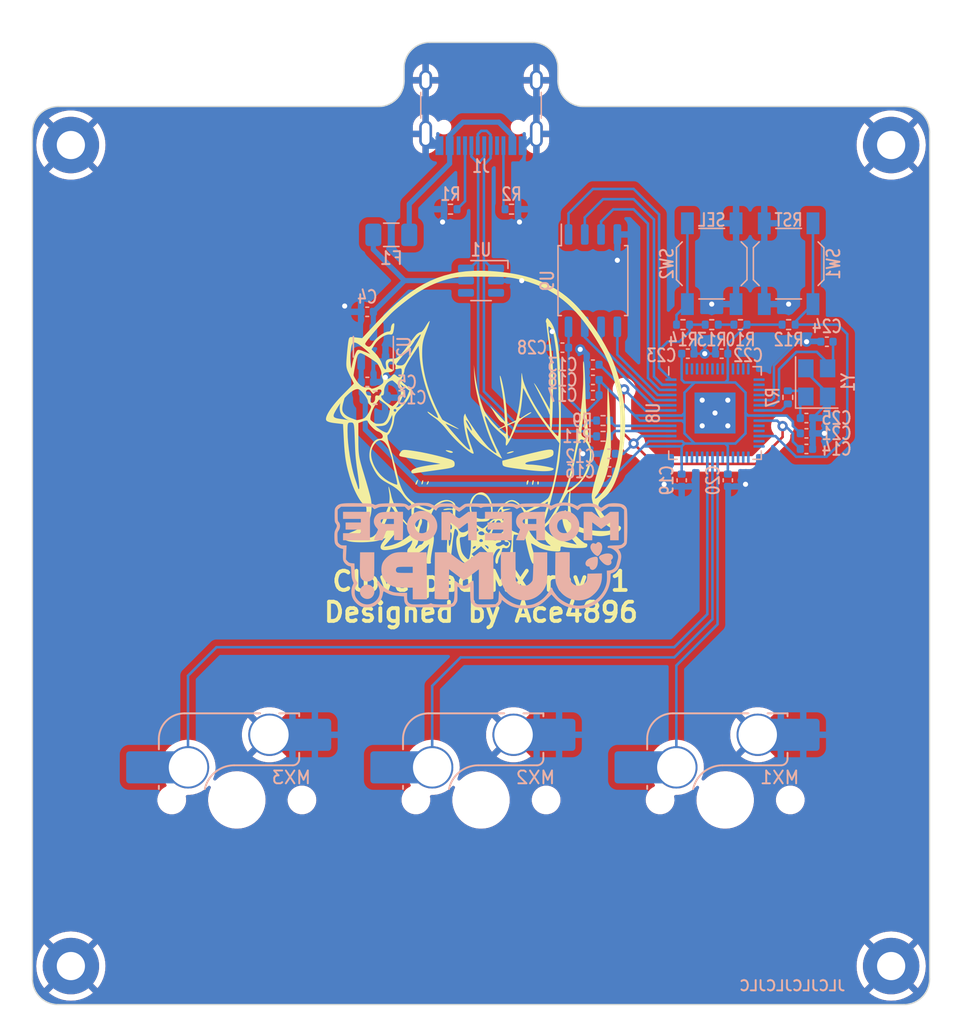
<source format=kicad_pcb>
(kicad_pcb (version 20221018) (generator pcbnew)
  (title_block (title "Cloverpad MX") (rev "1"))
  (layers (0 "F.Cu" signal) (31 "B.Cu" signal) (34 "B.Paste" user) (35 "F.Paste" user) (36 "B.SilkS" user "B.Silkscreen") (37 "F.SilkS" user "F.Silkscreen") (38 "B.Mask" user) (39 "F.Mask" user) (44 "Edge.Cuts" user))
  (net 0 "")
  (net 1 "+3V3")
  (net 2 "GND")
  (net 3 "+5V")
  (net 4 "+1V1")
  (net 5 "XIN")
  (net 6 "Net-(C25-Pad2)")
  (net 7 "VBUS")
  (net 8 "Net-(J1-CC1)")
  (net 9 "D+")
  (net 10 "D-")
  (net 12 "Net-(J1-CC2)")
  (net 14 "Net-(U8-USB_DP)")
  (net 15 "Net-(R10-Pad2)")
  (net 16 "XOUT")
  (net 17 "Net-(U8-USB_DM)")
  (net 18 "Net-(R14-Pad1)")
  (net 19 "RESET")
  (net 20 "Q_SEL")
  (net 47 "Q_IO3")
  (net 48 "Q_CLK")
  (net 49 "Q_IO0")
  (net 50 "Q_IO2")
  (net 51 "Q_IO1")
  (net 57 "K1")
  (net 58 "K2")
  (net 59 "K3")
  (footprint "MountingHole:MountingHole_2.2mm_M2_Pad" (layer "F.Cu") (at 25.8 25.8)
    (fp_text reference "H1" hide)
    (fp_text value "Mounting Hole")
  )
  (footprint "MountingHole:MountingHole_2.2mm_M2_Pad" (layer "F.Cu") (at 89.8 25.8)
    (fp_text reference "H2" hide)
    (fp_text value "Mounting Hole")
  )
  (footprint "MountingHole:MountingHole_2.2mm_M2_Pad" (layer "F.Cu") (at 25.8 89.8)
    (fp_text reference "H3" hide)
    (fp_text value "Mounting Hole")
  )
  (footprint "MountingHole:MountingHole_2.2mm_M2_Pad" (layer "F.Cu") (at 89.8 89.8)
    (fp_text reference "H4" hide)
    (fp_text value "Mounting Hole")
  )
  (footprint "Package_SO:SOIC-8_5.23x5.23mm_P1.27mm" (layer "B.Cu") (at 66.53125 36.36875 -90)
    (fp_text reference "U9")
    (fp_text value "W25Q16JVSSIQ")
  )
  (footprint "Fuse:Fuse_1206_3216Metric" (layer "B.Cu") (at 50.8 32.8)
    (fp_text reference "F1")
    (fp_text value "500mA")
  )
  (footprint "Resistor_SMD:R_0402_1005Metric" (layer "B.Cu") (at 73.559358 39.8)
    (fp_text reference "R14")
    (fp_text value "1k")
  )
  (footprint "Capacitor_SMD:C_0402_1005Metric" (layer "B.Cu") (at 67.805 49.8625 180)
    (fp_text reference "C12")
    (fp_text value "1uF")
  )
  (footprint "Capacitor_SMD:C_0402_1005Metric" (layer "B.Cu") (at 77.05625 51.93 -90)
    (fp_text reference "C20")
    (fp_text value "100nF")
  )
  (footprint "Capacitor_SMD:C_0402_1005Metric" (layer "B.Cu") (at 67.805 51.251557 180)
    (fp_text reference "C16")
    (fp_text value "1uF")
  )
  (footprint "Capacitor_SMD:C_0603_1608Metric" (layer "B.Cu") (at 49.54375 45.49375)
    (fp_text reference "C15")
    (fp_text value "10uF")
  )
  (footprint "Capacitor_SMD:C_0402_1005Metric" (layer "B.Cu") (at 83.190543 47.084366 180)
    (fp_text reference "C25")
    (fp_text value "22pF")
  )
  (footprint "Capacitor_SMD:C_0402_1005Metric" (layer "B.Cu") (at 76.57625 42.061382 180)
    (fp_text reference "C22")
    (fp_text value "100nF")
  )
  (footprint "Resistor_SMD:R_0402_1005Metric" (layer "B.Cu") (at 81.8 39.8)
    (fp_text reference "R12")
    (fp_text value "5k1")
  )
  (footprint "Resistor_SMD:R_0402_1005Metric" (layer "B.Cu") (at 55.41875 30.8 180)
    (fp_text reference "R1")
    (fp_text value "5k1")
  )
  (footprint "Crystal:Crystal_SMD_3225-4Pin_3.2x2.5mm" (layer "B.Cu") (at 83.99375 44.30625 90)
    (fp_text reference "Y1")
    (fp_text value "12MHz")
  )
  (footprint "PCM_marbastlib-mx:SW_MX_HS_1u" (layer "B.Cu") (at 38.75 76.85 180)
    (fp_text reference "MX3")
    (fp_text value "MX_SW_HS")
  )
  (footprint "Capacitor_SMD:C_0402_1005Metric" (layer "B.Cu") (at 66.53125 45.298427 180)
    (fp_text reference "C17")
    (fp_text value "100nF")
  )
  (footprint "Package_TO_SOT_SMD:SOT-23-3" (layer "B.Cu") (at 49.4 41.525 90)
    (fp_text reference "U2")
    (fp_text value "XC6206P332MR")
  )
  (footprint "PCM_marbastlib-various:SOT-23-6-routable" (layer "B.Cu") (at 57.8 36.36875 180)
    (fp_text reference "U1")
    (fp_text value "SRV05-4")
  )
  (footprint "Capacitor_SMD:C_0402_1005Metric" (layer "B.Cu") (at 64.152335 41.59375 180)
    (fp_text reference "C28")
    (fp_text value "1uF")
  )
  (footprint "Capacitor_SMD:C_0402_1005Metric" (layer "B.Cu") (at 66.53125 44.107801 180)
    (fp_text reference "C18")
    (fp_text value "100nF")
  )
  (footprint "Capacitor_SMD:C_0402_1005Metric" (layer "B.Cu") (at 66.53125 42.917175 180)
    (fp_text reference "C13")
    (fp_text value "100nF")
  )
  (footprint "Capacitor_SMD:C_0402_1005Metric" (layer "B.Cu") (at 73.45625 51.93 -90)
    (fp_text reference "C19")
    (fp_text value "100nF")
  )
  (footprint "Button_Switch_SMD:SW_SPST_TL3342" (layer "B.Cu") (at 75.8 35.05 90)
    (fp_text reference "SW2")
    (fp_text value "SW_Push")
  )
  (footprint "Resistor_SMD:R_0402_1005Metric" (layer "B.Cu") (at 67.325 47.277929)
    (fp_text reference "R9")
    (fp_text value "27")
  )
  (footprint "Capacitor_SMD:C_0402_1005Metric" (layer "B.Cu") (at 48.922768 38.8 180)
    (fp_text reference "C4")
    (fp_text value "1uF")
  )
  (footprint "Resistor_SMD:R_0402_1005Metric" (layer "B.Cu") (at 75.8 39.8 180)
    (fp_text reference "R13")
    (fp_text value "5k1")
  )
  (footprint "Resistor_SMD:R_0402_1005Metric" (layer "B.Cu") (at 78.040642 39.8 180)
    (fp_text reference "R10")
    (fp_text value "5k1")
  )
  (footprint "Button_Switch_SMD:SW_SPST_TL3342" (layer "B.Cu") (at 81.8 35.05 -90)
    (fp_text reference "SW1")
    (fp_text value "SW_Push")
  )
  (footprint "PCM_marbastlib-mx:SW_MX_HS_1u" (layer "B.Cu") (at 57.8 76.85 180)
    (fp_text reference "MX2")
    (fp_text value "MX_SW_HS")
  )
  (footprint "Capacitor_SMD:C_0402_1005Metric" (layer "B.Cu") (at 73.93625 42.061382)
    (fp_text reference "C23")
    (fp_text value "100nF")
  )
  (footprint "Capacitor_SMD:C_0402_1005Metric" (layer "B.Cu") (at 84.7875 41.13125)
    (fp_text reference "C24")
    (fp_text value "22pF")
  )
  (footprint "PCM_marbastlib-mx:SW_MX_HS_1u" (layer "B.Cu") (at 76.85 76.85 180)
    (fp_text reference "MX1")
    (fp_text value "MX_SW_HS")
  )
  (footprint "Resistor_SMD:R_0402_1005Metric" (layer "B.Cu") (at 60.18125 30.8)
    (fp_text reference "R2")
    (fp_text value "5k1")
  )
  (footprint "PCM_marbastlib-various:USB_C_Receptacle_HRO_TYPE-C-31-M-12" (layer "B.Cu") (at 57.8 21.8)
    (fp_text reference "J1")
    (fp_text value "USB_C_Receptacle_USB2.0")
  )
  (footprint "Resistor_SMD:R_0402_1005Metric" (layer "B.Cu") (at 81.737261 45.46792 -90)
    (fp_text reference "R7")
    (fp_text value "1k")
  )
  (footprint "Capacitor_SMD:C_0402_1005Metric" (layer "B.Cu") (at 83.190543 48.274992)
    (fp_text reference "C21")
    (fp_text value "100nF")
  )
  (footprint "Capacitor_SMD:C_0402_1005Metric" (layer "B.Cu") (at 83.190543 49.490618)
    (fp_text reference "C14")
    (fp_text value "100nF")
  )
  (footprint "Package_DFN_QFN:QFN-56-1EP_7x7mm_P0.4mm_EP3.2x3.2mm" (layer "B.Cu") (at 76.05625 46.6875 -90)
    (fp_text reference "U8")
    (fp_text value "RP2040")
  )
  (footprint "Resistor_SMD:R_0402_1005Metric" (layer "B.Cu") (at 67.325 48.503222)
    (fp_text reference "R11")
    (fp_text value "27")
  )
  (footprint "Capacitor_SMD:C_0402_1005Metric" (layer "B.Cu") (at 48.932008 44.267151)
    (fp_text reference "C5")
    (fp_text value "1uF")
  )
  (gr_poly (pts (xy 66.734579 57.891895) (xy 66.715594 57.893066) (xy 66.673914 57.897638) (xy 66.627047 57.904987) (xy 66.574702 57.914877) (xy 66.502029 57.931361) (xy 66.432974 57.950826) (xy 66.367725 57.973127) (xy 66.306469 57.99812) (xy 66.249393 58.025659) (xy 66.196685 58.0556) (xy 66.148531 58.087799) (xy 66.10512 58.12211) (xy 66.066639 58.15839) (xy 66.033275 58.196492) (xy 66.01857 58.216182) (xy 66.005215 58.236274) (xy 65.993233 58.256749) (xy 65.982647 58.277589) (xy 65.973481 58.298777) (xy 65.965758 58.320294) (xy 65.959501 58.342122) (xy 65.954735 58.364243) (xy 65.951482 58.386639) (xy 65.949766 58.409292) (xy 65.949611 58.432183) (xy 65.951039 58.455296) (xy 65.952289 58.465316) (xy 65.954093 58.475218) (xy 65.956427 58.48499) (xy 65.959269 58.494617) (xy 65.962596 58.504086) (xy 65.966385 58.513385) (xy 65.970615 58.5225) (xy 65.975261 58.531417) (xy 65.980302 58.540124) (xy 65.985716 58.548607) (xy 65.991478 58.556853) (xy 65.997567 58.564848) (xy 66.010635 58.580034) (xy 66.024738 58.594058) (xy 66.039696 58.606815) (xy 66.055326 58.618198) (xy 66.071449 58.628101) (xy 66.087883 58.636417) (xy 66.09616 58.639947) (xy 66.104447 58.64304) (xy 66.112721 58.645684) (xy 66.12096 58.647865) (xy 66.129141 58.649569) (xy 66.137241 58.650784) (xy 66.145238 58.651496) (xy 66.153109 58.651691) (xy 66.175572 58.651726) (xy 66.194819 58.652292) (xy 66.211135 58.653463) (xy 66.218285 58.654299) (xy 66.224809 58.655314) (xy 66.230744 58.656516) (xy 66.236125 58.657916) (xy 66.240988 58.659523) (xy 66.24537 58.661345) (xy 66.249305 58.663392) (xy 66.25283 58.665673) (xy 66.255979 58.668197) (xy 66.25879 58.670974) (xy 66.261298 58.674012) (xy 66.263539 58.677322) (xy 66.265547 58.680911) (xy 66.26736 58.68479) (xy 66.270542 58.693452) (xy 66.273369 58.703381) (xy 66.279105 58.727335) (xy 66.282587 58.741507) (xy 66.286859 58.757241) (xy 66.290801 58.769586) (xy 66.295699 58.782299) (xy 66.301624 58.795239) (xy 66.308648 58.808264) (xy 66.316843 58.821234) (xy 66.326278 58.834006) (xy 66.331484 58.840274) (xy 66.337027 58.84644) (xy 66.342916 58.852486) (xy 66.34916 58.858394) (xy 66.355768 58.864147) (xy 66.362749 58.869727) (xy 66.370112 58.875117) (xy 66.377866 58.880298) (xy 66.386019 58.885253) (xy 66.394581 58.889965) (xy 66.40356 58.894415) (xy 66.412966 58.898586) (xy 66.422807 58.902461) (xy 66.433092 58.906021) (xy 66.443831 58.90925) (xy 66.455032 58.912128) (xy 66.466704 58.91464) (xy 66.478856 58.916766) (xy 66.491497 58.91849) (xy 66.504636 58.919793) (xy 66.509673 58.919996) (xy 66.515068 58.919826) (xy 66.526839 58.918412) (xy 66.53977 58.915648) (xy 66.553682 58.911631) (xy 66.568396 58.906456) (xy 66.583733 58.90022) (xy 66.599513 58.89302) (xy 66.615559 58.884951) (xy 66.63169 58.876111) (xy 66.647729 58.866595) (xy 66.663495 58.856499) (xy 66.67881 58.845921) (xy 66.693496 58.834956) (xy 66.707372 58.823701) (xy 66.72026 58.812252) (xy 66.731982 58.800705) (xy 66.755732 58.774495) (xy 66.777696 58.747259) (xy 66.797907 58.718882) (xy 66.816401 58.689249) (xy 66.833214 58.658243) (xy 66.84838 58.625751) (xy 66.861934 58.591655) (xy 66.873912 58.555842) (xy 66.88435 58.518196) (xy 66.893281 58.478602) (xy 66.900742 58.436943) (xy 66.906768 58.393106) (xy 66.911393 58.346974) (xy 66.914653 58.298432) (xy 66.916583 58.247366) (xy 66.917219 58.193659) (xy 66.916606 58.140665) (xy 66.914572 58.093515) (xy 66.910829 58.051972) (xy 66.908226 58.03323) (xy 66.905086 58.015801) (xy 66.901374 57.999656) (xy 66.897053 57.984766) (xy 66.892088 57.971101) (xy 66.886442 57.958631) (xy 66.880078 57.947327) (xy 66.872961 57.937159) (xy 66.865054 57.928099) (xy 66.856321 57.920116) (xy 66.846726 57.913182) (xy 66.836232 57.907265) (xy 66.824804 57.902338) (xy 66.812405 57.898371) (xy 66.798999 57.895333) (xy 66.78455 57.893197) (xy 66.769021 57.891931) (xy 66.752376 57.891507)) (fill solid) (layer "B.SilkS"))
  (gr_poly (pts (xy 58.106594 54.944084) (xy 59.535345 54.944084) (xy 59.535345 55.221896) (xy 58.305032 55.221896) (xy 58.305032 55.777521) (xy 59.535345 55.777521) (xy 59.535345 56.055334) (xy 58.106594 56.055334) (xy 58.106594 56.610959) (xy 60.210032 56.610959) (xy 60.210032 54.388459) (xy 58.106594 54.388459)) (fill solid) (layer "B.SilkS"))
  (gr_poly (pts (xy 59.345518 58.515959) (xy 59.345779 58.932384) (xy 59.350987 59.293087) (xy 59.3556 59.44512) (xy 59.361635 59.574318) (xy 59.369154 59.677709) (xy 59.378218 59.752328) (xy 59.397239 59.850084) (xy 59.421301 59.945642) (xy 59.450233 60.038889) (xy 59.483861 60.129712) (xy 59.522015 60.217999) (xy 59.564522 60.303637) (xy 59.611211 60.386513) (xy 59.661909 60.466514) (xy 59.716446 60.543529) (xy 59.774648 60.617443) (xy 59.836344 60.688146) (xy 59.901362 60.755523) (xy 59.96953 60.819462) (xy 60.040677 60.879851) (xy 60.114629 60.936577) (xy 60.191217 60.989526) (xy 60.270267 61.038588) (xy 60.351607 61.083648) (xy 60.435067 61.124595) (xy 60.520473 61.161315) (xy 60.607654 61.193696) (xy 60.696438 61.221625) (xy 60.786654 61.244989) (xy 60.878128 61.263677) (xy 60.97069 61.277574) (xy 61.064168 61.286569) (xy 61.158389 61.290549) (xy 61.253182 61.289401) (xy 61.348374 61.283013) (xy 61.443794 61.271271) (xy 61.539271 61.254063) (xy 61.634631 61.231277) (xy 61.634629 61.231277) (xy 61.730595 61.202711) (xy 61.823981 61.16935) (xy 61.914707 61.131261) (xy 62.002698 61.088507) (xy 62.087875 61.041156) (xy 62.170161 60.989271) (xy 62.249477 60.93292) (xy 62.325746 60.872166) (xy 62.39889 60.807077) (xy 62.468831 60.737717) (xy 62.535492 60.664151) (xy 62.598795 60.586446) (xy 62.658662 60.504666) (xy 62.715016 60.418878) (xy 62.767778 60.329147) (xy 62.81687 60.235537) (xy 62.828796 60.20949) (xy 62.841869 60.179651) (xy 62.858054 60.141017) (xy 62.876128 60.095403) (xy 62.885492 60.070544) (xy 62.89487 60.044619) (xy 62.904109 60.017856) (xy 62.913056 59.990481) (xy 62.92156 59.962719) (xy 62.929467 59.934798) (xy 62.935778 59.899633) (xy 62.941371 59.845487) (xy 62.950576 59.691983) (xy 62.957424 59.497742) (xy 62.962258 59.286219) (xy 62.968313 58.736432) (xy 62.968313 57.543615) (xy 61.896751 57.543615) (xy 61.876527 58.595334) (xy 61.864938 59.044639) (xy 61.849679 59.394778) (xy 61.840901 59.528654) (xy 61.831479 59.63293) (xy 61.821505 59.706003) (xy 61.816339 59.730338) (xy 61.811069 59.746271) (xy 61.800107 59.767862) (xy 61.786451 59.790662) (xy 61.770352 59.814425) (xy 61.752059 59.838904) (xy 61.731825 59.863851) (xy 61.709901 59.88902) (xy 61.686536 59.914164) (xy 61.661983 59.939037) (xy 61.636492 59.963391) (xy 61.610314 59.986979) (xy 61.5837 60.009555) (xy 61.556901 60.030872) (xy 61.530168 60.050682) (xy 61.503752 60.06874) (xy 61.477904 60.084798) (xy 61.452876 60.098609) (xy 61.428357 60.109346) (xy 61.399977 60.11852) (xy 61.368222 60.12614) (xy 61.333575 60.132214) (xy 61.296522 60.136752) (xy 61.257548 60.139762) (xy 61.217138 60.141254) (xy 61.175776 60.141237) (xy 61.133948 60.139718) (xy 61.092139 60.136708) (xy 61.050833 60.132216) (xy 61.010516 60.12625) (xy 60.971673 60.118818) (xy 60.934788 60.109932) (xy 60.900346 60.099598) (xy 60.868833 60.087826) (xy 60.854753 60.081413) (xy 60.839903 60.073654) (xy 60.82441 60.064655) (xy 60.8084 60.054521) (xy 60.792001 60.043356) (xy 60.775339 60.031266) (xy 60.758539 60.018357) (xy 60.741729 60.004733) (xy 60.725036 59.9905) (xy 60.708585 59.975763) (xy 60.692503 59.960626) (xy 60.676917 59.945196) (xy 60.661953 59.929577) (xy 60.647739 59.913875) (xy 60.634399 59.898195) (xy 60.622061 59.882642) (xy 60.507689 59.732778) (xy 60.495974 58.648425) (xy 60.492671 58.225172) (xy 60.492553 57.929863) (xy 60.495327 57.525411) (xy 60.333254 57.523629) (xy 60.19938 57.522985) (xy 59.836281 57.522279) (xy 59.350188 57.520652)) (fill solid) (layer "B.SilkS"))
  (gr_poly (pts (xy 48.351392 58.41674) (xy 48.348285 58.739512) (xy 48.349795 58.995117) (xy 48.352752 59.100896) (xy 48.357427 59.193678) (xy 48.36401 59.274729) (xy 48.372688 59.345315) (xy 48.38365 59.4067) (xy 48.397084 59.460149) (xy 48.413179 59.506929) (xy 48.432122 59.548303) (xy 48.454101 59.585537) (xy 48.479306 59.619896) (xy 48.507924 59.652646) (xy 48.540144 59.685051) (xy 48.555565 59.699038) (xy 48.571849 59.712305) (xy 48.588943 59.724847) (xy 48.606796 59.736659) (xy 48.625356 59.747736) (xy 48.644571 59.758074) (xy 48.684759 59.776507) (xy 48.726946 59.791919) (xy 48.770718 59.804269) (xy 48.815662 59.813515) (xy 48.861362 59.819618) (xy 48.907405 59.822536) (xy 48.953377 59.822229) (xy 48.998863 59.818656) (xy 49.04345 59.811776) (xy 49.086723 59.801549) (xy 49.107737 59.795167) (xy 49.128268 59.787934) (xy 49.148263 59.779843) (xy 49.16767 59.770889) (xy 49.186439 59.761069) (xy 49.204517 59.750376) (xy 49.204517 59.750375) (xy 49.251031 59.720612) (xy 49.272138 59.706401) (xy 49.291874 59.692352) (xy 49.310285 59.678252) (xy 49.327416 59.663888) (xy 49.343313 59.649045) (xy 49.358024 59.633511) (xy 49.371592 59.617071) (xy 49.384066 59.599512) (xy 49.39549 59.580622) (xy 49.405911 59.560185) (xy 49.415375 59.537988) (xy 49.423928 59.513819) (xy 49.431615 59.487463) (xy 49.438484 59.458707) (xy 49.44458 59.427338) (xy 49.449948 59.393142) (xy 49.454636 59.355904) (xy 49.458689 59.315413) (xy 49.462153 59.271454) (xy 49.465074 59.223814) (xy 49.467499 59.172279) (xy 49.469472 59.116635) (xy 49.472252 58.99217) (xy 49.473782 58.848708) (xy 49.474429 58.684542) (xy 49.474563 58.497965) (xy 49.474563 57.543615) (xy 48.363314 57.543615)) (fill solid) (layer "B.SilkS"))
  (gr_poly (pts (xy 64.199217 53.66247) (xy 64.094046 53.66944) (xy 63.989735 53.681411) (xy 63.886928 53.698386) (xy 63.786269 53.720369) (xy 63.688402 53.747364) (xy 63.59397 53.779372) (xy 63.503618 53.816398) (xy 63.278458 53.917444) (xy 63.103542 53.82553) (xy 63.073106 53.809845) (xy 63.044243 53.796054) (xy 63.029928 53.789831) (xy 63.015438 53.784037) (xy 63.000583 53.778656) (xy 62.985174 53.773674) (xy 62.96902 53.769075) (xy 62.951934 53.764844) (xy 62.933724 53.760967) (xy 62.914202 53.757428) (xy 62.893179 53.754212) (xy 62.870463 53.751304) (xy 62.845867 53.74869) (xy 62.8192 53.746353) (xy 62.758896 53.742455) (xy 62.688036 53.739488) (xy 62.605104 53.737333) (xy 62.508582 53.73587) (xy 62.396955 53.734978) (xy 62.268707 53.734537) (xy 61.956282 53.734527) (xy 61.46364 53.737624) (xy 61.284012 53.741574) (xy 61.141004 53.747566) (xy 61.02873 53.75593) (xy 60.941309 53.766999) (xy 60.872857 53.781103) (xy 60.817492 53.798572) (xy 60.789736 53.808945) (xy 60.764574 53.817897) (xy 60.741541 53.825411) (xy 60.72017 53.831473) (xy 60.699996 53.836065) (xy 60.680553 53.839172) (xy 60.670961 53.840164) (xy 60.661377 53.840778) (xy 60.651743 53.841013) (xy 60.642 53.840866) (xy 60.632092 53.840337) (xy 60.621958 53.839421) (xy 60.600785 53.836427) (xy 60.578015 53.831867) (xy 60.553183 53.825726) (xy 60.525823 53.817988) (xy 60.495469 53.808636) (xy 60.423918 53.785027) (xy 60.385483 53.772476) (xy 60.348097 53.761437) (xy 60.310201 53.751849) (xy 60.270239 53.74365) (xy 60.226651 53.736778) (xy 60.177881 53.731172) (xy 60.12237 53.726771) (xy 60.05856 53.723512) (xy 59.984894 53.721335) (xy 59.899814 53.720177) (xy 59.801762 53.719977) (xy 59.68918 53.720673) (xy 59.414195 53.724508) (xy 59.062396 53.731188) (xy 58.185452 53.74432) (xy 57.859708 53.745982) (xy 57.670032 53.743821) (xy 57.45132 53.736832) (xy 57.249272 53.733705) (xy 57.066248 53.734344) (xy 56.90461 53.738651) (xy 56.766715 53.746533) (xy 56.654925 53.757891) (xy 56.609556 53.764844) (xy 56.571598 53.772631) (xy 56.541346 53.781239) (xy 56.519095 53.790656) (xy 56.496024 53.803898) (xy 56.46843 53.821011) (xy 56.437353 53.84128) (xy 56.403828 53.863991) (xy 56.368896 53.888428) (xy 56.333593 53.913877) (xy 56.298958 53.939622) (xy 56.266029 53.964949) (xy 56.2409 53.984508) (xy 56.21835 54.00166) (xy 56.198108 54.016475) (xy 56.179903 54.029026) (xy 56.163464 54.039382) (xy 56.148521 54.047615) (xy 56.141525 54.050956) (xy 56.134802 54.053794) (xy 56.128317 54.056135) (xy 56.122037 54.05799) (xy 56.115928 54.059366) (xy 56.109955 54.060274) (xy 56.104086 54.060721) (xy 56.098286 54.060717) (xy 56.092521 54.06027) (xy 56.086758 54.059389) (xy 56.080962 54.058083) (xy 56.0751 54.056361) (xy 56.069138 54.054231) (xy 56.063043 54.051703) (xy 56.050314 54.045487) (xy 56.036643 54.037782) (xy 56.02176 54.02866) (xy 55.857666 53.925025) (xy 55.791487 53.88379) (xy 55.73357 53.848907) (xy 55.682178 53.819848) (xy 55.635574 53.796085) (xy 55.59202 53.77709) (xy 55.549779 53.762336) (xy 55.507114 53.751294) (xy 55.462288 53.743437) (xy 55.413563 53.738236) (xy 55.359203 53.735165) (xy 55.297469 53.733695) (xy 55.226625 53.733299) (xy 55.050657 53.733615) (xy 54.898783 53.734155) (xy 54.77797 53.736318) (xy 54.682544 53.740922) (xy 54.64258 53.744395) (xy 54.606837 53.748784) (xy 54.574605 53.754193) (xy 54.545175 53.760723) (xy 54.51784 53.768476) (xy 54.491889 53.777555) (xy 54.466615 53.788062) (xy 54.441308 53.800099) (xy 54.387759 53.82917) (xy 54.220955 53.924725) (xy 53.971041 53.809327) (xy 53.928994 53.790122) (xy 53.890491 53.773167) (xy 53.854606 53.758323) (xy 53.820414 53.745449) (xy 53.786989 53.734407) (xy 53.753405 53.725057) (xy 53.718737 53.717259) (xy 53.682059 53.710875) (xy 53.642445 53.705764) (xy 53.598969 53.701787) (xy 53.550707 53.698804) (xy 53.496732 53.696677) (xy 53.436118 53.695265) (xy 53.36794 53.694429) (xy 53.205188 53.693928) (xy 53.040511 53.694387) (xy 52.91096 53.696588) (xy 52.856902 53.698726) (xy 52.808678 53.701763) (xy 52.765307 53.705852) (xy 52.725806 53.711147) (xy 52.689194 53.717803) (xy 52.654488 53.725974) (xy 52.620707 53.735814) (xy 52.586867 53.747478) (xy 52.551987 53.761118) (xy 52.515084 53.776891) (xy 52.431283 53.815448) (xy 52.173314 53.936969) (xy 52.042327 53.84782) (xy 52.007343 53.825883) (xy 51.969658 53.806196) (xy 51.949531 53.797171) (xy 51.928404 53.788679) (xy 51.882713 53.773253) (xy 51.831716 53.759838) (xy 51.774545 53.748355) (xy 51.710331 53.738724) (xy 51.638207 53.730864) (xy 51.557302 53.724698) (xy 51.46675 53.720145) (xy 51.365682 53.717125) (xy 51.253228 53.715559) (xy 51.128522 53.715367) (xy 50.990694 53.71647) (xy 50.6722 53.722243) (xy 50.454427 53.727901) (xy 50.273024 53.734248) (xy 50.123829 53.741656) (xy 50.002679 53.750495) (xy 49.905411 53.761137) (xy 49.827862 53.773954) (xy 49.765871 53.789316) (xy 49.715274 53.807595) (xy 49.689135 53.818697) (xy 49.665686 53.828312) (xy 49.644566 53.836438) (xy 49.625413 53.84307) (xy 49.607867 53.848207) (xy 49.591567 53.851845) (xy 49.583771 53.853101) (xy 49.576151 53.853981) (xy 49.568662 53.854485) (xy 49.561259 53.854612) (xy 49.553896 53.854362) (xy 49.546528 53.853735) (xy 49.539111 53.85273) (xy 49.531599 53.851348) (xy 49.516109 53.847446) (xy 49.499698 53.842028) (xy 49.482004 53.83509) (xy 49.462667 53.826629) (xy 49.441325 53.816642) (xy 49.417617 53.805126) (xy 49.394336 53.794581) (xy 49.369005 53.785057) (xy 49.340713 53.776484) (xy 49.308548 53.768795) (xy 49.2716 53.761921) (xy 49.228957 53.755795) (xy 49.179707 53.750348) (xy 49.122939 53.745512) (xy 49.057743 53.741219) (xy 48.983207 53.737399) (xy 48.898419 53.733987) (xy 48.802468 53.730912) (xy 48.573432 53.725503) (xy 48.288809 53.720628) (xy 47.812297 53.715441) (xy 47.437232 53.71788) (xy 47.28297 53.722804) (xy 47.148342 53.730649) (xy 47.031439 53.741753) (xy 46.930353 53.756453) (xy 46.843174 53.775088) (xy 46.767993 53.797996) (xy 46.702901 53.825515) (xy 46.645989 53.857983) (xy 46.595349 53.895738) (xy 46.54907 53.939117) (xy 46.505243 53.98846) (xy 46.461961 54.044104) (xy 46.448815 54.062571) (xy 46.437115 54.080876) (xy 46.431782 54.09016) (xy 46.426778 54.099635) (xy 46.422096 54.109378) (xy 46.417722 54.119466) (xy 46.413649 54.129977) (xy 46.409865 54.140987) (xy 46.406359 54.152575) (xy 46.403123 54.164816) (xy 46.400144 54.177788) (xy 46.397414 54.191569) (xy 46.394922 54.206235) (xy 46.392657 54.221864) (xy 46.388768 54.256319) (xy 46.385665 54.295552) (xy 46.383265 54.34018) (xy 46.381487 54.39082) (xy 46.380247 54.44809) (xy 46.379464 54.512608) (xy 46.378936 54.665857) (xy 46.379422 54.822305) (xy 46.3814 54.945565) (xy 46.385649 55.041141) (xy 46.388868 55.080267) (xy 46.392948 55.114535) (xy 46.397985 55.144633) (xy 46.404077 55.171249) (xy 46.41132 55.195071) (xy 46.419814 55.216786) (xy 46.429654 55.237083) (xy 46.440939 55.256649) (xy 46.468232 55.29634) (xy 46.488139 55.324108) (xy 46.505348 55.350179) (xy 46.512938 55.362699) (xy 46.51985 55.37494) (xy 46.526083 55.386952) (xy 46.531636 55.398781) (xy 46.536508 55.410478) (xy 46.540698 55.42209) (xy 46.544205 55.433667) (xy 46.547028 55.445256) (xy 46.549165 55.456906) (xy 46.550616 55.468666) (xy 46.55138 55.480584) (xy 46.551455 55.49271) (xy 46.55084 55.505091) (xy 46.549535 55.517775) (xy 46.547538 55.530813) (xy 46.544848 55.544251) (xy 46.541465 55.55814) (xy 46.537386 55.572526) (xy 46.532612 55.58746) (xy 46.52714 55.602989) (xy 46.514102 55.636027) (xy 46.498262 55.67203) (xy 46.479613 55.711385) (xy 46.458146 55.754482) (xy 46.442908 55.785193) (xy 46.429279 55.814307) (xy 46.417175 55.842337) (xy 46.406507 55.869794) (xy 46.39719 55.897192) (xy 46.389137 55.925042) (xy 46.382261 55.953857) (xy 46.376476 55.98415) (xy 46.371696 56.016432) (xy 46.367834 56.051215) (xy 46.364803 56.089013) (xy 46.362517 56.130338) (xy 46.36089 56.175701) (xy 46.359835 56.225616) (xy 46.359095 56.341147) (xy 46.360055 56.429402) (xy 46.36287 56.512933) (xy 46.367442 56.590798) (xy 46.373673 56.662053) (xy 46.381465 56.725757) (xy 46.390721 56.780966) (xy 46.401342 56.826739) (xy 46.407133 56.845793) (xy 46.41323 56.862134) (xy 46.420251 56.878043) (xy 46.427983 56.893884) (xy 46.44549 56.925288) (xy 46.465576 56.956201) (xy 46.488066 56.986479) (xy 46.512783 57.015977) (xy 46.539552 57.044551) (xy 46.568199 57.072057) (xy 46.598548 57.09835) (xy 46.630423 57.123287) (xy 46.663649 57.146722) (xy 46.69805 57.168511) (xy 46.733452 57.188509) (xy 46.769679 57.206574) (xy 46.806556 57.222559) (xy 46.843907 57.236321) (xy 46.881556 57.247716) (xy 47.043222 57.291248) (xy 47.025223 57.655556) (xy 47.022358 57.731573) (xy 47.021139 57.807971) (xy 47.021487 57.882686) (xy 47.023325 57.953653) (xy 47.026578 58.018809) (xy 47.031166 58.07609) (xy 47.037014 58.123432) (xy 47.040386 58.142731) (xy 47.044044 58.158771) (xy 47.050313 58.180059) (xy 47.057829 58.201433) (xy 47.066534 58.222845) (xy 47.076373 58.244244) (xy 47.099226 58.286803) (xy 47.125934 58.328709) (xy 47.156044 58.369562) (xy 47.189105 58.408963) (xy 47.224663 58.446511) (xy 47.262267 58.481806) (xy 47.301465 58.514447) (xy 47.341802 58.544035) (xy 47.382828 58.570169) (xy 47.424089 58.592449) (xy 47.444666 58.602018) (xy 47.465133 58.610474) (xy 47.485433 58.617766) (xy 47.505508 58.623845) (xy 47.525303 58.628659) (xy 47.544762 58.63216) (xy 47.563826 58.634298) (xy 47.582441 58.635021) (xy 47.588797 58.635146) (xy 47.594806 58.635558) (xy 47.600482 58.63632) (xy 47.605837 58.637491) (xy 47.610883 58.639131) (xy 47.613295 58.640146) (xy 47.615635 58.641302) (xy 47.617904 58.642605) (xy 47.620104 58.644063) (xy 47.622237 58.645683) (xy 47.624304 58.647474) (xy 47.626307 58.649443) (xy 47.628247 58.651597) (xy 47.630127 58.653944) (xy 47.631947 58.656491) (xy 47.633709 58.659246) (xy 47.635416 58.662217) (xy 47.638667 58.668835) (xy 47.641714 58.676405) (xy 47.644568 58.684989) (xy 47.647243 58.694645) (xy 47.649752 58.705436) (xy 47.652108 58.71742) (xy 47.654324 58.730658) (xy 47.656411 58.745212) (xy 47.658385 58.76114) (xy 47.660256 58.778504) (xy 47.662039 58.797363) (xy 47.663745 58.817779) (xy 47.665389 58.839811) (xy 47.668539 58.888966) (xy 47.671591 58.945312) (xy 47.674649 59.009331) (xy 47.677816 59.081506) (xy 47.683667 59.195736) (xy 47.691084 59.298351) (xy 47.700253 59.390569) (xy 47.711363 59.473606) (xy 47.724599 59.548678) (xy 47.74015 59.617002) (xy 47.758203 59.679795) (xy 47.778945 59.738272) (xy 47.861054 59.948554) (xy 47.776798 60.135147) (xy 47.754028 60.190756) (xy 47.734534 60.249204) (xy 47.718305 60.310095) (xy 47.705332 60.373032) (xy 47.695606 60.437619) (xy 47.689118 60.503459) (xy 47.685859 60.570156) (xy 47.685819 60.637315) (xy 47.688989 60.704537) (xy 47.69536 60.771428) (xy 47.704922 60.83759) (xy 47.717667 60.902628) (xy 47.733585 60.966145) (xy 47.752667 61.027744) (xy 47.774904 61.087029) (xy 47.800286 61.143604) (xy 47.827483 61.195329) (xy 47.85826 61.246878) (xy 47.892303 61.297959) (xy 47.929301 61.34828) (xy 47.968939 61.397548) (xy 48.010905 61.445472) (xy 48.054885 61.49176) (xy 48.100566 61.53612) (xy 48.147635 61.578259) (xy 48.195779 61.617885) (xy 48.244684 61.654707) (xy 48.294038 61.688432) (xy 48.343527 61.718768) (xy 48.392839 61.745424) (xy 48.441659 61.768107) (xy 48.489676 61.786525) (xy 48.535696 61.800698) (xy 48.584747 61.81299) (xy 48.636395 61.823398) (xy 48.690204 61.831922) (xy 48.74574 61.838564) (xy 48.802568 61.843321) (xy 48.860252 61.846193) (xy 48.918359 61.847182) (xy 48.976453 61.846284) (xy 49.0341 61.843502) (xy 49.090864 61.838834) (xy 49.146311 61.83228) (xy 49.200005 61.823839) (xy 49.251513 61.813512) (xy 49.300399 61.801297) (xy 49.346229 61.787195) (xy 49.388808 61.77098) (xy 49.432584 61.751051) (xy 49.477238 61.727682) (xy 49.52245 61.701146) (xy 49.567902 61.671715) (xy 49.613274 61.639663) (xy 49.658246 61.605262) (xy 49.702499 61.568785) (xy 49.745715 61.530505) (xy 49.787574 61.490696) (xy 49.827756 61.449629) (xy 49.865942 61.407577) (xy 49.901813 61.364815) (xy 49.935049 61.321614) (xy 49.965332 61.278247) (xy 49.992342 61.234987) (xy 50.002733 61.216372) (xy 50.01327 61.195791) (xy 50.02388 61.173458) (xy 50.034491 61.149586) (xy 50.05542 61.098073) (xy 50.075471 61.042953) (xy 50.094058 60.985925) (xy 50.110595 60.928692) (xy 50.117912 60.900529) (xy 50.124497 60.872952) (xy 50.130277 60.846173) (xy 50.135178 60.820406) (xy 50.144336 60.771581) (xy 50.153875 60.726504) (xy 50.163513 60.68613) (xy 50.172973 60.651409) (xy 50.181972 60.623296) (xy 50.186213 60.612015) (xy 50.190233 60.602742) (xy 50.193999 60.595598) (xy 50.197474 60.590701) (xy 50.200625 60.58817) (xy 50.202068 60.58783) (xy 50.203417 60.588125) (xy 50.231994 60.602469) (xy 50.291169 60.632658) (xy 50.466751 60.722882) (xy 50.520862 60.750126) (xy 50.573267 60.775094) (xy 50.624498 60.797916) (xy 50.675083 60.818721) (xy 50.725554 60.837642) (xy 50.776439 60.854808) (xy 50.82827 60.870349) (xy 50.881577 60.884396) (xy 50.936889 60.89708) (xy 50.994736 60.90853) (xy 51.055649 60.918878) (xy 51.120157 60.928254) (xy 51.188791 60.936788) (xy 51.262081 60.944611) (xy 51.424749 60.958644) (xy 51.787434 60.986128) (xy 51.804351 61.220013) (xy 51.808377 61.265329) (xy 51.813774 61.308139) (xy 51.820644 61.348629) (xy 51.829084 61.386982) (xy 51.839197 61.423386) (xy 51.851081 61.458024) (xy 51.864837 61.491081) (xy 51.880564 61.522744) (xy 51.898362 61.553196) (xy 51.918332 61.582624) (xy 51.940573 61.611212) (xy 51.965185 61.639145) (xy 51.992268 61.666609) (xy 52.021922 61.693788) (xy 52.054247 61.720869) (xy 52.089342 61.748035) (xy 52.099181 61.755234) (xy 52.109021 61.762002) (xy 52.119147 61.768354) (xy 52.129848 61.774306) (xy 52.14141 61.779871) (xy 52.154121 61.785066) (xy 52.168266 61.789905) (xy 52.184134 61.794404) (xy 52.202011 61.798578) (xy 52.222184 61.802441) (xy 52.24494 61.806009) (xy 52.270567 61.809298) (xy 52.29935 61.812321) (xy 52.331577 61.815094) (xy 52.367535 61.817633) (xy 52.407511 61.819952) (xy 52.451792 61.822067) (xy 52.500664 61.823992) (xy 52.613333 61.827334) (xy 52.747812 61.8301) (xy 52.906398 61.83241) (xy 53.091386 61.834386) (xy 53.305071 61.836147) (xy 53.827719 61.839511) (xy 54.438524 61.842728) (xy 54.897286 61.841666) (xy 55.228876 61.832608) (xy 55.354754 61.823918) (xy 55.458166 61.811834) (xy 55.542221 61.795891) (xy 55.610028 61.775626) (xy 55.664696 61.750572) (xy 55.709333 61.720266) (xy 55.747049 61.684242) (xy 55.780953 61.642036) (xy 55.84976 61.537218) (xy 55.869424 61.505954) (xy 55.88668 61.477447) (xy 55.901686 61.450658) (xy 55.908394 61.437585) (xy 55.914598 61.424552) (xy 55.920318 61.411431) (xy 55.925574 61.398092) (xy 55.930385 61.384404) (xy 55.934771 61.370239) (xy 55.938751 61.355466) (xy 55.942345 61.339957) (xy 55.945574 61.32358) (xy 55.948456 61.306208) (xy 55.951011 61.28771) (xy 55.953258 61.267956) (xy 55.955218 61.246818) (xy 55.956911 61.224164) (xy 55.95957 61.173794) (xy 55.961393 61.11581) (xy 55.962537 61.049174) (xy 55.96316 60.972848) (xy 55.96347 60.786983) (xy 55.96347 60.216047) (xy 56.106108 60.304202) (xy 56.144074 60.325499) (xy 56.184375 60.344035) (xy 56.226681 60.359808) (xy 56.270661 60.372814) (xy 56.315986 60.38305) (xy 56.362325 60.390511) (xy 56.409349 60.395195) (xy 56.456728 60.397097) (xy 56.504132 60.396215) (xy 56.551231 60.392544) (xy 56.597694 60.386081) (xy 56.643193 60.376823) (xy 56.687396 60.364766) (xy 56.729975 60.349907) (xy 56.770598 60.332241) (xy 56.808936 60.311766) (xy 56.955658 60.225198) (xy 56.955658 60.730137) (xy 56.956452 60.834338) (xy 56.958727 60.9369) (xy 56.962325 61.035196) (xy 56.967086 61.1266) (xy 56.972849 61.208482) (xy 56.979456 61.278217) (xy 56.986747 61.333177) (xy 56.994562 61.370733) (xy 57.004109 61.399683) (xy 57.01624 61.429231) (xy 57.030782 61.459177) (xy 57.047562 61.489321) (xy 57.066406 61.519464) (xy 57.087142 61.549405) (xy 57.109596 61.578944) (xy 57.133597 61.607882) (xy 57.15897 61.636017) (xy 57.185542 61.663151) (xy 57.213141 61.689084) (xy 57.241594 61.713614) (xy 57.270728 61.736543) (xy 57.300369 61.757671) (xy 57.330345 61.776797) (xy 57.360482 61.793721) (xy 57.40194 61.807519) (xy 57.467754 61.819511) (xy 57.554507 61.829693) (xy 57.65878 61.83806) (xy 57.906215 61.849337) (xy 58.182715 61.853311) (xy 58.460934 61.849952) (xy 58.713527 61.83923) (xy 58.821669 61.831098) (xy 58.913149 61.821114) (xy 58.984551 61.809274) (xy 59.032456 61.795574) (xy 59.062382 61.781544) (xy 59.092609 61.764462) (xy 59.12288 61.744623) (xy 59.152936 61.722323) (xy 59.18252 61.697859) (xy 59.211373 61.671525) (xy 59.239238 61.643619) (xy 59.265856 61.614436) (xy 59.29097 61.584272) (xy 59.314322 61.553422) (xy 59.335654 61.522183) (xy 59.354707 61.490851) (xy 59.371225 61.459721) (xy 59.384948 61.42909) (xy 59.39562 61.399253) (xy 59.39973 61.384725) (xy 59.402981 61.370507) (xy 59.425168 61.259575) (xy 59.627023 61.419133) (xy 59.714309 61.485746) (xy 59.801154 61.547122) (xy 59.887955 61.60339) (xy 59.975111 61.654681) (xy 60.063021 61.701123) (xy 60.152082 61.742847) (xy 60.242693 61.779982) (xy 60.335251 61.812658) (xy 60.430156 61.841004) (xy 60.527806 61.86515) (xy 60.628598 61.885225) (xy 60.732931 61.90136) (xy 60.841204 61.913683) (xy 60.953813 61.922326) (xy 61.071159 61.927416) (xy 61.193638 61.929084) (xy 61.330706 61.926772) (xy 61.461406 61.919669) (xy 61.586329 61.907523) (xy 61.706066 61.890079) (xy 61.821206 61.867086) (xy 61.932339 61.83829) (xy 62.040057 61.80344) (xy 62.144948 61.762281) (xy 62.247603 61.714563) (xy 62.348613 61.660031) (xy 62.448567 61.598434) (xy 62.548055 61.529517) (xy 62.647668 61.45303) (xy 62.747996 61.368719) (xy 62.849629 61.27633) (xy 62.953156 61.175613) (xy 63.295188 60.83262) (xy 63.557931 61.119292) (xy 63.620934 61.186458) (xy 63.68348 61.249918) (xy 63.745764 61.309802) (xy 63.80798 61.366237) (xy 63.870325 61.419353) (xy 63.932992 61.469279) (xy 63.996179 61.516145) (xy 64.060079 61.560078) (xy 64.124888 61.601209) (xy 64.190801 61.639666) (xy 64.258013 61.675578) (xy 64.32672 61.709075) (xy 64.397117 61.740284) (xy 64.469399 61.769336) (xy 64.543761 61.796359) (xy 64.620399 61.821482) (xy 64.688359 61.841869) (xy 64.755021 61.860301) (xy 64.820659 61.876804) (xy 64.885551 61.891406) (xy 64.949973 61.904134) (xy 65.014203 61.915015) (xy 65.078516 61.924077) (xy 65.14319 61.931347) (xy 65.208501 61.936851) (xy 65.274725 61.940617) (xy 65.34214 61.942672) (xy 65.411021 61.943044) (xy 65.481647 61.94176) (xy 65.554292 61.938846) (xy 65.629235 61.93433) (xy 65.706751 61.928239) (xy 65.821012 61.915292) (xy 65.933656 61.896583) (xy 66.044553 61.872261) (xy 66.15357 61.842478) (xy 66.260577 61.807384) (xy 66.365441 61.767131) (xy 66.46803 61.721868) (xy 66.568215 61.671747) (xy 66.665862 61.616919) (xy 66.760841 61.557533) (xy 66.85302 61.493742) (xy 66.942268 61.425695) (xy 67.028452 61.353544) (xy 67.111443 61.277438) (xy 67.191107 61.19753) (xy 67.267314 61.11397) (xy 67.339931 61.026907) (xy 67.408829 60.936495) (xy 67.473874 60.842882) (xy 67.534936 60.74622) (xy 67.591883 60.646659) (xy 67.644584 60.544351) (xy 67.692907 60.439445) (xy 67.73672 60.332094) (xy 67.775892 60.222447) (xy 67.810292 60.110655) (xy 67.839788 59.996869) (xy 67.864249 59.881241) (xy 67.883542 59.763919) (xy 67.897538 59.645056) (xy 67.906103 59.524803) (xy 67.909107 59.403309) (xy 67.90973 59.339979) (xy 67.91062 59.313739) (xy 67.912065 59.290761) (xy 67.914189 59.270778) (xy 67.91712 59.253525) (xy 67.920984 59.238736) (xy 67.923305 59.232182) (xy 67.925906 59.226145) (xy 67.928804 59.22059) (xy 67.932013 59.215484) (xy 67.935551 59.210795) (xy 67.939432 59.20649) (xy 67.943673 59.202534) (xy 67.948288 59.198894) (xy 67.953295 59.195538) (xy 67.958708 59.192432) (xy 67.970817 59.186838) (xy 67.984743 59.181845) (xy 68.000611 59.177186) (xy 68.018547 59.172597) (xy 68.04932 59.163749) (xy 68.08156 59.151984) (xy 68.114935 59.137548) (xy 68.149112 59.120684) (xy 68.183758 59.101638) (xy 68.218541 59.080654) (xy 68.253129 59.057976) (xy 68.287188 59.033849) (xy 68.320386 59.008518) (xy 68.352392 58.982227) (xy 68.382871 58.955221) (xy 68.411492 58.927744) (xy 68.437922 58.900041) (xy 68.461829 58.872356) (xy 68.482879 58.844934) (xy 68.500741 58.818019) (xy 68.52093 58.781331) (xy 68.541581 58.737297) (xy 68.56245 58.686864) (xy 68.583294 58.630974) (xy 68.603869 58.570573) (xy 68.623932 58.506605) (xy 68.643239 58.440014) (xy 68.661548 58.371746) (xy 68.694194 58.233955) (xy 68.708045 58.166321) (xy 68.719924 58.100787) (xy 68.729586 58.038298) (xy 68.736789 57.979798) (xy 68.74129 57.926232) (xy 68.742844 57.878545) (xy 68.742048 57.842311) (xy 68.739679 57.806202) (xy 68.735766 57.7703) (xy 68.73034 57.734688) (xy 68.72343 57.699451) (xy 68.715065 57.664669) (xy 68.705276 57.630427) (xy 68.69409 57.596807) (xy 68.68154 57.563892) (xy 68.667653 57.531766) (xy 68.652459 57.50051) (xy 68.635988 57.470208) (xy 68.61827 57.440943) (xy 68.599334 57.412798) (xy 68.57921 57.385855) (xy 68.557927 57.360198) (xy 68.549228 57.34991) (xy 68.54547 57.345139) (xy 68.542126 57.340598) (xy 68.539211 57.336274) (xy 68.536741 57.332154) (xy 68.534732 57.328222) (xy 68.533197 57.324467) (xy 68.532153 57.320873) (xy 68.531614 57.317427) (xy 68.531596 57.314116) (xy 68.531787 57.312507) (xy 68.532114 57.310926) (xy 68.532579 57.309372) (xy 68.533183 57.307843) (xy 68.534818 57.304852) (xy 68.537035 57.301942) (xy 68.539848 57.299097) (xy 68.543273 57.296305) (xy 68.547326 57.29355) (xy 68.55202 57.290821) (xy 68.557372 57.288102) (xy 68.563396 57.285381) (xy 68.570108 57.282643) (xy 68.577524 57.279875) (xy 68.585657 57.277062) (xy 68.594524 57.274193) (xy 68.604139 57.271251) (xy 68.625675 57.2651) (xy 68.650389 57.258498) (xy 68.678399 57.251336) (xy 68.718241 57.240037) (xy 68.757593 57.226386) (xy 68.79629 57.210517) (xy 68.834168 57.19256) (xy 68.871063 57.172647) (xy 68.90681 57.150909) (xy 68.941245 57.127479) (xy 68.974203 57.102487) (xy 69.005519 57.076065) (xy 69.03503 57.048346) (xy 69.06257 57.019459) (xy 69.087976 56.989538) (xy 69.111082 56.958713) (xy 69.131724 56.927116) (xy 69.149738 56.894879) (xy 69.164959 56.862134) (xy 69.177135 56.806707) (xy 69.1813 56.767905) (xy 68.961125 56.767905) (xy 68.851247 56.877947) (xy 68.832155 56.896774) (xy 68.82311 56.905339) (xy 68.814259 56.913366) (xy 68.805496 56.920879) (xy 68.796714 56.927897) (xy 68.78781 56.934444) (xy 68.778676 56.94054) (xy 68.769208 56.946207) (xy 68.7593 56.951467) (xy 68.748846 56.95634) (xy 68.737741 56.96085) (xy 68.725879 56.965017) (xy 68.713154 56.968864) (xy 68.699462 56.97241) (xy 68.684695 56.975679) (xy 68.668749 56.978692) (xy 68.651519 56.981471) (xy 68.632898 56.984036) (xy 68.612781 56.98641) (xy 68.591062 56.988615) (xy 68.567636 56.990671) (xy 68.51524 56.994425) (xy 68.454747 56.997845) (xy 68.385314 57.001105) (xy 68.216247 57.007834) (xy 68.04795 57.01449) (xy 67.919862 57.020842) (xy 67.826317 57.028041) (xy 67.790728 57.032317) (xy 67.761651 57.037236) (xy 67.738376 57.042941) (xy 67.720196 57.049577) (xy 67.706402 57.057287) (xy 67.696286 57.066214) (xy 67.689141 57.076503) (xy 67.684258 57.088297) (xy 67.680928 57.101739) (xy 67.678443 57.116974) (xy 67.676794 57.130229) (xy 67.675855 57.142161) (xy 67.675674 57.147651) (xy 67.675697 57.152836) (xy 67.675934 57.157723) (xy 67.676393 57.16232) (xy 67.677084 57.166636) (xy 67.678016 57.170679) (xy 67.679197 57.174457) (xy 67.680637 57.177979) (xy 67.682344 57.181251) (xy 67.684328 57.184284) (xy 67.686598 57.187085) (xy 67.689163 57.189661) (xy 67.692032 57.192022) (xy 67.695213 57.194176) (xy 67.698716 57.19613) (xy 67.702551 57.197893) (xy 67.706725 57.199474) (xy 67.711248 57.20088) (xy 67.716129 57.20212) (xy 67.721377 57.203201) (xy 67.727002 57.204132) (xy 67.733011 57.204922) (xy 67.746222 57.206109) (xy 67.761081 57.206827) (xy 67.777662 57.207143) (xy 67.805083 57.208223) (xy 67.832893 57.211) (xy 67.86102 57.215414) (xy 67.889392 57.221406) (xy 67.917935 57.228917) (xy 67.946578 57.237888) (xy 68.003872 57.25997) (xy 68.060695 57.28718) (xy 68.116467 57.319042) (xy 68.170608 57.355082) (xy 68.22254 57.394827) (xy 68.271682 57.437801) (xy 68.317456 57.48353) (xy 68.359281 57.531541) (xy 68.396578 57.581359) (xy 68.428767 57.632509) (xy 68.442765 57.658436) (xy 68.45527 57.684518) (xy 68.466207 57.710696) (xy 68.475506 57.73691) (xy 68.483093 57.763103) (xy 68.488896 57.789213) (xy 68.49163 57.805805) (xy 68.493797 57.823304) (xy 68.495404 57.841592) (xy 68.49646 57.860552) (xy 68.496972 57.880067) (xy 68.496947 57.900017) (xy 68.496393 57.920287) (xy 68.495318 57.940758) (xy 68.493729 57.961312) (xy 68.491634 57.981831) (xy 68.489041 58.002199) (xy 68.485957 58.022297) (xy 68.482391 58.042008) (xy 68.478349 58.061214) (xy 68.473839 58.079797) (xy 68.468869 58.09764) (xy 68.447439 58.173209) (xy 68.424429 58.260429) (xy 68.402602 58.348505) (xy 68.384718 58.426643) (xy 68.37008 58.484906) (xy 68.361447 58.51295) (xy 68.351954 58.540256) (xy 68.341614 58.566813) (xy 68.330438 58.592609) (xy 68.318437 58.617635) (xy 68.305625 58.64188) (xy 68.292012 58.665333) (xy 68.277611 58.687983) (xy 68.262433 58.70982) (xy 68.246491 58.730833) (xy 68.229797 58.751012) (xy 68.212362 58.770345) (xy 68.194198 58.788823) (xy 68.175318 58.806435) (xy 68.155733 58.823169) (xy 68.135455 58.839016) (xy 68.114495 58.853964) (xy 68.092867 58.868003) (xy 68.070582 58.881123) (xy 68.047651 58.893312) (xy 68.024087 58.904561) (xy 67.999902 58.914858) (xy 67.975107 58.924193) (xy 67.949714 58.932555) (xy 67.923736 58.939933) (xy 67.897184 58.946317) (xy 67.870071 58.951697) (xy 67.842407 58.956061) (xy 67.814206 58.959399) (xy 67.785479 58.9617) (xy 67.61175 58.972365) (xy 67.625273 59.355528) (xy 67.627553 59.441751) (xy 67.628091 59.523748) (xy 67.626804 59.601942) (xy 67.62361 59.676753) (xy 67.618423 59.748604) (xy 67.611162 59.817918) (xy 67.601742 59.885116) (xy 67.590079 59.95062) (xy 67.576092 60.014853) (xy 67.559695 60.078236) (xy 67.540806 60.141192) (xy 67.519342 60.204143) (xy 67.495218 60.26751) (xy 67.468351 60.331716) (xy 67.438658 60.397182) (xy 67.406056 60.464332) (xy 67.358599 60.554072) (xy 67.307538 60.640921) (xy 67.253006 60.724819) (xy 67.195138 60.805707) (xy 67.134069 60.883528) (xy 67.069933 60.958223) (xy 67.002866 61.029734) (xy 66.933001 61.098001) (xy 66.860474 61.162966) (xy 66.785419 61.224571) (xy 66.70797 61.282758) (xy 66.628263 61.337467) (xy 66.546432 61.38864) (xy 66.462612 61.436219) (xy 66.376937 61.480145) (xy 66.289542 61.52036) (xy 66.200562 61.556805) (xy 66.110131 61.589421) (xy 66.018384 61.618151) (xy 65.925455 61.642935) (xy 65.83148 61.663715) (xy 65.736593 61.680432) (xy 65.640928 61.693028) (xy 65.544621 61.701445) (xy 65.447806 61.705624) (xy 65.350617 61.705506) (xy 65.253189 61.701032) (xy 65.155657 61.692145) (xy 65.058155 61.678786) (xy 64.960819 61.660896) (xy 64.863782 61.638417) (xy 64.76718 61.61129) (xy 64.76718 61.611291) (xy 64.707386 61.591782) (xy 64.646386 61.56953) (xy 64.584505 61.544723) (xy 64.52207 61.517551) (xy 64.459405 61.488204) (xy 64.396836 61.456871) (xy 64.334688 61.423742) (xy 64.273286 61.389006) (xy 64.212957 61.352852) (xy 64.154026 61.315471) (xy 64.096817 61.277051) (xy 64.041657 61.237783) (xy 63.988871 61.197855) (xy 63.938784 61.157458) (xy 63.891722 61.11678) (xy 63.84801 61.076011) (xy 63.813445 61.041048) (xy 63.776956 61.001637) (xy 63.739114 60.958576) (xy 63.700495 60.912665) (xy 63.623214 60.815493) (xy 63.549699 60.716515) (xy 63.484537 60.622127) (xy 63.456521 60.578652) (xy 63.432314 60.538723) (xy 63.412488 60.503139) (xy 63.397617 60.472699) (xy 63.388274 60.448203) (xy 63.385854 60.438434) (xy 63.385032 60.430451) (xy 63.384748 60.426598) (xy 63.383915 60.422092) (xy 63.382561 60.416987) (xy 63.380714 60.411341) (xy 63.378403 60.405208) (xy 63.375654 60.398645) (xy 63.372496 60.391707) (xy 63.368958 60.38445) (xy 63.365068 60.37693) (xy 63.360852 60.369203) (xy 63.35634 60.361324) (xy 63.35156 60.353349) (xy 63.346538 60.345335) (xy 63.341305 60.337336) (xy 63.335887 60.329409) (xy 63.330313 60.32161) (xy 63.32122 60.309543) (xy 63.316964 60.30426) (xy 63.312871 60.299504) (xy 63.308919 60.295296) (xy 63.305084 60.291655) (xy 63.301344 60.288603) (xy 63.297677 60.286159) (xy 63.294059 60.284345) (xy 63.292262 60.283679) (xy 63.290468 60.283179) (xy 63.288676 60.282846) (xy 63.286881 60.282682) (xy 63.285082 60.282691) (xy 63.283276 60.282876) (xy 63.281459 60.283237) (xy 63.279629 60.283779) (xy 63.277783 60.284503) (xy 63.275918 60.285412) (xy 63.274031 60.286509) (xy 63.27212 60.287797) (xy 63.268213 60.290952) (xy 63.264174 60.294898) (xy 63.259979 60.299656) (xy 63.255607 60.305246) (xy 63.251035 60.311688) (xy 63.24624 60.319003) (xy 63.241198 60.32721) (xy 63.235888 60.33633) (xy 63.230287 60.346384) (xy 63.224372 60.357391) (xy 63.21812 60.369373) (xy 63.204515 60.396339) (xy 63.189291 60.427445) (xy 63.172265 60.462853) (xy 63.125263 60.554374) (xy 63.07266 60.644331) (xy 63.014781 60.732434) (xy 62.951947 60.818393) (xy 62.884484 60.901918) (xy 62.812715 60.982719) (xy 62.736963 61.060506) (xy 62.657551 61.134989) (xy 62.574804 61.205878) (xy 62.489045 61.272882) (xy 62.400597 61.335713) (xy 62.309785 61.394078) (xy 62.21693 61.44769) (xy 62.122358 61.496257) (xy 62.026392 61.539489) (xy 61.929354 61.577097) (xy 61.870293 61.595994) (xy 61.804321 61.61328) (xy 61.732399 61.628895) (xy 61.655485 61.642782) (xy 61.57454 61.654881) (xy 61.490523 61.665133) (xy 61.404393 61.673479) (xy 61.31711 61.67986) (xy 61.229634 61.684217) (xy 61.142925 61.686492) (xy 61.057941 61.686625) (xy 60.975642 61.684557) (xy 60.896988 61.68023) (xy 60.822939 61.673584) (xy 60.754454 61.66456) (xy 60.692492 61.6531) (xy 60.593918 61.628664) (xy 60.494869 61.598282) (xy 60.395828 61.562282) (xy 60.297277 61.520988) (xy 60.199701 61.474728) (xy 60.103582 61.423828) (xy 60.009404 61.368615) (xy 59.917648 61.309416) (xy 59.8288 61.246556) (xy 59.743342 61.180363) (xy 59.661756 61.111162) (xy 59.584526 61.039281) (xy 59.512136 60.965046) (xy 59.445068 60.888783) (xy 59.383805 60.810819) (xy 59.328831 60.731481) (xy 59.198 60.529124) (xy 59.178157 60.950571) (xy 59.171467 61.082577) (xy 59.164522 61.185737) (xy 59.160568 61.228079) (xy 59.156087 61.265103) (xy 59.150925 61.297443) (xy 59.144929 61.325729) (xy 59.137943 61.350593) (xy 59.129813 61.372666) (xy 59.120385 61.392581) (xy 59.109505 61.410969) (xy 59.097018 61.42846) (xy 59.082771 61.445688) (xy 59.048377 61.481878) (xy 58.93844 61.59174) (xy 58.278213 61.604414) (xy 58.014252 61.607425) (xy 57.783604 61.606255) (xy 57.688532 61.60422) (xy 57.611099 61.601282) (xy 57.554409 61.597488) (xy 57.521564 61.592886) (xy 57.511245 61.589884) (xy 57.500239 61.585914) (xy 57.488646 61.581041) (xy 57.476564 61.57533) (xy 57.464091 61.568847) (xy 57.451326 61.561657) (xy 57.438368 61.553826) (xy 57.425315 61.545418) (xy 57.412266 61.536501) (xy 57.399319 61.527138) (xy 57.386573 61.517395) (xy 57.374126 61.507338) (xy 57.362078 61.497033) (xy 57.350526 61.486544) (xy 57.33957 61.475937) (xy 57.329307 61.465277) (xy 57.312609 61.446966) (xy 57.305041 61.438219) (xy 57.297972 61.429529) (xy 57.291384 61.420735) (xy 57.285261 61.411675) (xy 57.279585 61.402188) (xy 57.27434 61.392113) (xy 57.269508 61.381288) (xy 57.265073 61.369552) (xy 57.261017 61.356743) (xy 57.257324 61.342699) (xy 57.253977 61.32726) (xy 57.250958 61.310264) (xy 57.248251 61.29155) (xy 57.245839 61.270956) (xy 57.243705 61.24832) (xy 57.241831 61.223482) (xy 57.240201 61.19628) (xy 57.238798 61.166552) (xy 57.237604 61.134137) (xy 57.236604 61.098874) (xy 57.235113 61.019157) (xy 57.234191 60.926109) (xy 57.2337 60.81844) (xy 57.23347 60.554069) (xy 57.230853 60.202186) (xy 57.227593 60.063409) (xy 57.223039 59.949579) (xy 57.217199 59.860823) (xy 57.210079 59.797268) (xy 57.206041 59.774981) (xy 57.201685 59.759042) (xy 57.197013 59.749467) (xy 57.192025 59.746271) (xy 57.189558 59.746531) (xy 57.186443 59.747301) (xy 57.178349 59.750321) (xy 57.167899 59.755232) (xy 57.155248 59.761929) (xy 57.140553 59.770313) (xy 57.123968 59.780281) (xy 57.10565 59.791731) (xy 57.085753 59.804562) (xy 57.041849 59.83396) (xy 56.9935 59.867659) (xy 56.941952 59.904847) (xy 56.88845 59.944708) (xy 56.821957 59.99391) (xy 56.760755 60.036371) (xy 56.70398 60.072048) (xy 56.676981 60.087328) (xy 56.650765 60.100896) (xy 56.625223 60.112746) (xy 56.600247 60.122873) (xy 56.575728 60.131271) (xy 56.551559 60.137935) (xy 56.527632 60.142859) (xy 56.503838 60.146037) (xy 56.480069 60.147465) (xy 56.456217 60.147137) (xy 56.432175 60.145047) (xy 56.407833 60.141191) (xy 56.383084 60.135561) (xy 56.357819 60.128154) (xy 56.331931 60.118964) (xy 56.305312 60.107984) (xy 56.277852 60.09521) (xy 56.249445 60.080637) (xy 56.219981 60.064258) (xy 56.189354 60.046068) (xy 56.124173 60.004235) (xy 56.053039 59.955094) (xy 55.975085 59.8986) (xy 55.933131 59.868001) (xy 55.893142 59.839454) (xy 55.856054 59.813585) (xy 55.822802 59.791018) (xy 55.794323 59.772379) (xy 55.771553 59.758291) (xy 55.755428 59.74938) (xy 55.75015 59.747062) (xy 55.746883 59.746271) (xy 55.745779 59.747244) (xy 55.744689 59.750132) (xy 55.742555 59.761459) (xy 55.740494 59.779872) (xy 55.738515 59.804989) (xy 55.734852 59.873807) (xy 55.731653 59.964863) (xy 55.729009 60.075103) (xy 55.727006 60.201476) (xy 55.725735 60.34093) (xy 55.725283 60.490412) (xy 55.723392 60.766238) (xy 55.716719 60.987192) (xy 55.711092 61.079325) (xy 55.703673 61.160421) (xy 55.694265 61.231372) (xy 55.682666 61.293072) (xy 55.66868 61.346414) (xy 55.652107 61.392292) (xy 55.632749 61.431599) (xy 55.610407 61.465228) (xy 55.584881 61.494073) (xy 55.555974 61.519027) (xy 55.523486 61.540984) (xy 55.487219 61.560837) (xy 55.447691 61.573718) (xy 55.386377 61.584789) (xy 55.306395 61.594061) (xy 55.210861 61.601545) (xy 54.985611 61.61119) (xy 54.735564 61.613809) (xy 54.485661 61.609486) (xy 54.260839 61.598308) (xy 54.165627 61.590175) (xy 54.086037 61.580359) (xy 54.025188 61.568872) (xy 53.986195 61.555724) (xy 53.969663 61.547374) (xy 53.954392 61.540131) (xy 53.940215 61.533994) (xy 53.926966 61.528961) (xy 53.914479 61.525032) (xy 53.902587 61.522206) (xy 53.896812 61.521205) (xy 53.891123 61.52048) (xy 53.885501 61.52003) (xy 53.879923 61.519855) (xy 53.874369 61.519954) (xy 53.868818 61.520328) (xy 53.86325 61.520977) (xy 53.857643 61.521899) (xy 53.851978 61.523096) (xy 53.846232 61.524567) (xy 53.834418 61.528331) (xy 53.822035 61.533189) (xy 53.808916 61.53914) (xy 53.794895 61.546184) (xy 53.779805 61.554318) (xy 53.764756 61.561494) (xy 53.74643 61.568104) (xy 53.724615 61.574163) (xy 53.699098 61.579688) (xy 53.669667 61.584694) (xy 53.636107 61.589197) (xy 53.598206 61.593213) (xy 53.555751 61.596757) (xy 53.508529 61.599846) (xy 53.456326 61.602495) (xy 53.398931 61.604719) (xy 53.336128 61.606535) (xy 53.193453 61.609005) (xy 53.026595 61.61003) (xy 52.829409 61.609911) (xy 52.673122 61.608292) (xy 52.551439 61.604546) (xy 52.458065 61.59805) (xy 52.420028 61.593575) (xy 52.386707 61.588177) (xy 52.357317 61.581779) (xy 52.33107 61.574302) (xy 52.307179 61.565668) (xy 52.284858 61.555799) (xy 52.241778 61.532043) (xy 52.226673 61.52257) (xy 52.212271 61.512977) (xy 52.198557 61.503225) (xy 52.185517 61.493274) (xy 52.173136 61.483086) (xy 52.1614 61.47262) (xy 52.150293 61.461837) (xy 52.139801 61.450699) (xy 52.129909 61.439164) (xy 52.120603 61.427195) (xy 52.111868 61.414751) (xy 52.10369 61.401793) (xy 52.096053 61.388282) (xy 52.088944 61.374178) (xy 52.082347 61.359442) (xy 52.076248 61.344035) (xy 52.070632 61.327916) (xy 52.065484 61.311047) (xy 52.06079 61.293388) (xy 52.056536 61.2749) (xy 52.052706 61.255543) (xy 52.049286 61.235277) (xy 52.046261 61.214065) (xy 52.043617 61.191865) (xy 52.041339 61.168638) (xy 52.039412 61.144346) (xy 52.036554 61.092406) (xy 52.034924 61.035729) (xy 52.034407 60.974) (xy 52.034407 60.698771) (xy 51.582183 60.698771) (xy 51.46179 60.697809) (xy 51.354767 60.694762) (xy 51.258941 60.689385) (xy 51.172141 60.681435) (xy 51.092197 60.670668) (xy 51.016935 60.65684) (xy 50.944186 60.639708) (xy 50.871778 60.619028) (xy 50.791574 60.592139) (xy 50.712631 60.561459) (xy 50.63511 60.527113) (xy 50.559173 60.489227) (xy 50.48498 60.447927) (xy 50.412693 60.40334) (xy 50.342474 60.355591) (xy 50.274482 60.304807) (xy 50.20888 60.251114) (xy 50.145829 60.194637) (xy 50.085489 60.135502) (xy 50.028022 60.073837) (xy 49.97359 60.009766) (xy 49.922352 59.943416) (xy 49.874471 59.874913) (xy 49.830108 59.804383) (xy 49.823347 59.79328) (xy 49.81713 59.783765) (xy 49.81419 59.779614) (xy 49.811342 59.775874) (xy 49.808572 59.772549) (xy 49.805865 59.769643) (xy 49.803207 59.767161) (xy 49.800582 59.765107) (xy 49.797977 59.763486) (xy 49.795375 59.762301) (xy 49.792764 59.761559) (xy 49.790128 59.761262) (xy 49.787453 59.761416) (xy 49.784723 59.762025) (xy 49.781925 59.763092) (xy 49.779043 59.764624) (xy 49.776063 59.766624) (xy 49.772971 59.769097) (xy 49.769751 59.772046) (xy 49.766389 59.775477) (xy 49.76287 59.779395) (xy 49.75918 59.783802) (xy 49.755305 59.788705) (xy 49.751228 59.794106) (xy 49.742415 59.806425) (xy 49.732624 59.820795) (xy 49.721737 59.837251) (xy 49.710398 59.854812) (xy 49.700684 59.870757) (xy 49.696458 59.878257) (xy 49.692663 59.885514) (xy 49.689308 59.892582) (xy 49.686402 59.899513) (xy 49.683952 59.906362) (xy 49.681968 59.913182) (xy 49.680457 59.920028) (xy 49.679428 59.926951) (xy 49.678889 59.934007) (xy 49.678849 59.941248) (xy 49.679316 59.948728) (xy 49.680299 59.956502) (xy 49.681806 59.964622) (xy 49.683845 59.973142) (xy 49.686425 59.982115) (xy 49.689553 59.991596) (xy 49.69324 60.001638) (xy 49.697492 60.012294) (xy 49.702319 60.023619) (xy 49.707728 60.035665) (xy 49.720329 60.062137) (xy 49.735361 60.092139) (xy 49.752892 60.126101) (xy 49.772989 60.16445) (xy 49.806824 60.234406) (xy 49.835185 60.305056) (xy 49.858093 60.376188) (xy 49.875568 60.447592) (xy 49.887631 60.519054) (xy 49.894301 60.590363) (xy 49.895599 60.661308) (xy 49.891545 60.731675) (xy 49.88216 60.801255) (xy 49.867464 60.869834) (xy 49.847477 60.9372) (xy 49.82222 61.003143) (xy 49.791713 61.06745) (xy 49.755976 61.129909) (xy 49.71503 61.190308) (xy 49.668895 61.248436) (xy 49.630442 61.291085) (xy 49.590477 61.331028) (xy 49.549099 61.368264) (xy 49.50641 61.402791) (xy 49.462509 61.434609) (xy 49.417497 61.463717) (xy 49.371473 61.490112) (xy 49.324538 61.513795) (xy 49.276793 61.534764) (xy 49.228336 61.553018) (xy 49.179269 61.568556) (xy 49.129691 61.581376) (xy 49.079703 61.591478) (xy 49.029405 61.59886) (xy 48.978897 61.603521) (xy 48.928279 61.60546) (xy 48.877652 61.604676) (xy 48.827115 61.601168) (xy 48.776768 61.594934) (xy 48.726713 61.585974) (xy 48.677049 61.574286) (xy 48.627875 61.559869) (xy 48.579294 61.542722) (xy 48.531403 61.522844) (xy 48.484305 61.500234) (xy 48.438098 61.474891) (xy 48.392883 61.446812) (xy 48.348761 61.415998) (xy 48.305831 61.382448) (xy 48.264193 61.346159) (xy 48.223948 61.307131) (xy 48.185196 61.265363) (xy 48.149417 61.223428) (xy 48.116973 61.182573) (xy 48.087764 61.142473) (xy 48.061685 61.102807) (xy 48.038635 61.06325) (xy 48.018511 61.023481) (xy 48.00121 60.983175) (xy 47.986629 60.94201) (xy 47.974666 60.899662) (xy 47.965218 60.855809) (xy 47.958182 60.810127) (xy 47.953456 60.762294) (xy 47.950937 60.711986) (xy 47.950522 60.65888) (xy 47.952108 60.602654) (xy 47.955593 60.542983) (xy 47.95843 60.507431) (xy 47.961743 60.473659) (xy 47.965572 60.441533) (xy 47.969956 60.410917) (xy 47.974935 60.381675) (xy 47.980547 60.353672) (xy 47.986831 60.326773) (xy 47.993828 60.300842) (xy 48.001575 60.275744) (xy 48.010112 60.251342) (xy 48.019478 60.227502) (xy 48.029713 60.204089) (xy 48.040855 60.180966) (xy 48.052943 60.157998) (xy 48.066017 60.135049) (xy 48.080117 60.111985) (xy 48.185778 59.944607) (xy 48.076107 59.779074) (xy 48.057616 59.750739) (xy 48.041274 59.72432) (xy 48.026919 59.698851) (xy 48.020435 59.686172) (xy 48.014387 59.673368) (xy 48.008753 59.66032) (xy 48.003513 59.646906) (xy 47.998647 59.633006) (xy 47.994135 59.618498) (xy 47.989955 59.603264) (xy 47.986088 59.587181) (xy 47.982513 59.57013) (xy 47.979209 59.551989) (xy 47.976157 59.532639) (xy 47.973335 59.511957) (xy 47.968301 59.46612) (xy 47.963945 59.413512) (xy 47.960102 59.353169) (xy 47.956609 59.284126) (xy 47.953303 59.205416) (xy 47.946594 59.01514) (xy 47.92675 58.416739) (xy 47.713762 58.395358) (xy 47.681739 58.391894) (xy 47.652376 58.388138) (xy 47.62542 58.383973) (xy 47.600624 58.379283) (xy 47.577737 58.373949) (xy 47.556509 58.367856) (xy 47.536691 58.360887) (xy 47.518033 58.352924) (xy 47.500285 58.343851) (xy 47.483198 58.333551) (xy 47.466522 58.321907) (xy 47.450007 58.308803) (xy 47.433403 58.294121) (xy 47.416462 58.277745) (xy 47.398932 58.259557) (xy 47.380564 58.239442) (xy 47.260358 58.104907) (xy 47.286547 57.556371) (xy 47.312731 57.007834) (xy 47.094508 57.007834) (xy 47.061323 57.007612) (xy 47.030956 57.006885) (xy 47.003129 57.00556) (xy 46.977567 57.003547) (xy 46.953992 57.000752) (xy 46.932127 56.997083) (xy 46.911696 56.992449) (xy 46.892422 56.986757) (xy 46.874029 56.979915) (xy 46.856239 56.971831) (xy 46.838776 56.962413) (xy 46.821363 56.951569) (xy 46.803723 56.939207) (xy 46.78558 56.925235) (xy 46.766657 56.90956) (xy 46.746676 56.892091) (xy 46.724209 56.871867) (xy 46.704476 56.853409) (xy 46.695572 56.844623) (xy 46.687277 56.836015) (xy 46.679565 56.827496) (xy 46.672413 56.818979) (xy 46.665796 56.810375) (xy 46.659687 56.801596) (xy 46.654064 56.792555) (xy 46.6489 56.783163) (xy 46.644171 56.773333) (xy 46.639852 56.762975) (xy 46.635918 56.752003) (xy 46.632345 56.740328) (xy 46.629107 56.727861) (xy 46.62618 56.714516) (xy 46.623539 56.700204) (xy 46.621159 56.684836) (xy 46.619014 56.668326) (xy 46.617082 56.650584) (xy 46.615335 56.631523) (xy 46.613751 56.611054) (xy 46.610967 56.565543) (xy 46.608532 56.513346) (xy 46.603911 56.386075) (xy 46.600279 56.263734) (xy 46.599183 56.167274) (xy 46.59985 56.12715) (xy 46.601468 56.091575) (xy 46.604143 56.059909) (xy 46.60798 56.031513) (xy 46.613085 56.005746) (xy 46.619564 55.981968) (xy 46.627523 55.959538) (xy 46.637067 55.937817) (xy 46.648301 55.916164) (xy 46.661332 55.893939) (xy 46.693207 55.845212) (xy 46.717524 55.805993) (xy 46.738747 55.764637) (xy 46.756868 55.721554) (xy 46.771878 55.677155) (xy 46.783769 55.631852) (xy 46.792533 55.586057) (xy 46.798162 55.54018) (xy 46.800647 55.494634) (xy 46.79998 55.449828) (xy 46.796153 55.406175) (xy 46.789157 55.364085) (xy 46.778985 55.323971) (xy 46.765627 55.286243) (xy 46.757751 55.268403) (xy 46.749076 55.251313) (xy 46.739601 55.235026) (xy 46.729324 55.219592) (xy 46.718244 55.205063) (xy 46.706361 55.191491) (xy 46.691938 55.17561) (xy 46.685343 55.167841) (xy 46.679144 55.16009) (xy 46.673327 55.152286) (xy 46.667881 55.144358) (xy 46.662794 55.136234) (xy 46.658054 55.127841) (xy 46.653648 55.119109) (xy 46.649566 55.109966) (xy 46.645794 55.100341) (xy 46.642321 55.09016) (xy 46.639134 55.079354) (xy 46.636223 55.06785) (xy 46.633574 55.055577) (xy 46.631175 55.042463) (xy 46.629015 55.028436) (xy 46.627082 55.013425) (xy 46.625363 54.997359) (xy 46.623847 54.980165) (xy 46.621374 54.942107) (xy 46.619566 54.898681) (xy 46.618327 54.849311) (xy 46.617562 54.793427) (xy 46.617173 54.730453) (xy 46.617065 54.659818) (xy 46.617065 54.223198) (xy 46.746676 54.107391) (xy 46.876285 53.991584) (xy 49.250193 53.991584) (xy 49.368195 54.090878) (xy 49.4862 54.190172) (xy 49.698661 54.091266) (xy 49.735795 54.074191) (xy 49.770245 54.059202) (xy 49.803633 54.046163) (xy 49.820437 54.040332) (xy 49.837584 54.034937) (xy 49.855278 54.029961) (xy 49.873721 54.025388) (xy 49.893116 54.021199) (xy 49.913666 54.017379) (xy 49.935573 54.013909) (xy 49.959042 54.010773) (xy 49.984275 54.007954) (xy 50.011474 54.005435) (xy 50.072584 54.001227) (xy 50.143995 53.998014) (xy 50.227332 53.995658) (xy 50.324215 53.994024) (xy 50.43627 53.992975) (xy 50.565119 53.992374) (xy 50.879693 53.991972) (xy 51.84826 53.991584) (xy 51.997529 54.148498) (xy 52.020717 54.172686) (xy 52.041639 54.194047) (xy 52.060476 54.212668) (xy 52.077405 54.228637) (xy 52.092607 54.242039) (xy 52.106261 54.252961) (xy 52.118546 54.261489) (xy 52.124231 54.264883) (xy 52.129641 54.26771) (xy 52.134798 54.269983) (xy 52.139726 54.271712) (xy 52.144445 54.272906) (xy 52.148979 54.273579) (xy 52.15335 54.273739) (xy 52.157581 54.273399) (xy 52.161694 54.272568) (xy 52.16571 54.271258) (xy 52.169654 54.269479) (xy 52.173546 54.267242) (xy 52.17741 54.264559) (xy 52.181268 54.261439) (xy 52.189056 54.253935) (xy 52.197087 54.244816) (xy 52.203028 54.238226) (xy 52.210405 54.231003) (xy 52.219113 54.223219) (xy 52.229045 54.214946) (xy 52.240095 54.206256) (xy 52.252156 54.197222) (xy 52.265121 54.187916) (xy 52.278884 54.17841) (xy 52.293338 54.168777) (xy 52.308377 54.159089) (xy 52.323894 54.149417) (xy 52.339783 54.139835) (xy 52.355937 54.130415) (xy 52.37225 54.121228) (xy 52.388614 54.112348) (xy 52.404924 54.103846) (xy 52.515151 54.051903) (xy 52.626778 54.007692) (xy 52.739439 53.971195) (xy 52.852768 53.942393) (xy 52.966402 53.921268) (xy 53.079974 53.907802) (xy 53.193119 53.901976) (xy 53.305473 53.903772) (xy 53.416671 53.913173) (xy 53.526346 53.930159) (xy 53.634135 53.954712) (xy 53.739672 53.986814) (xy 53.842591 54.026447) (xy 53.942528 54.073592) (xy 54.039118 54.128232) (xy 54.131995 54.190347) (xy 54.293245 54.307156) (xy 54.36101 54.192439) (xy 54.370445 54.176936) (xy 54.380004 54.162224) (xy 54.389757 54.148285) (xy 54.399773 54.135098) (xy 54.41012 54.122643) (xy 54.420869 54.110902) (xy 54.432086 54.099854) (xy 54.443843 54.08948) (xy 54.456208 54.07976) (xy 54.469249 54.070675) (xy 54.483037 54.062205) (xy 54.49764 54.05433) (xy 54.513127 54.04703) (xy 54.529567 54.040287) (xy 54.547029 54.034079) (xy 54.565583 54.028389) (xy 54.585297 54.023196) (xy 54.606241 54.01848) (xy 54.628483 54.014221) (xy 54.652092 54.010401) (xy 54.677139 54.007) (xy 54.703691 54.003997) (xy 54.731818 54.001373) (xy 54.761588 53.999109) (xy 54.826337 53.995581) (xy 54.89849 53.993256) (xy 54.9786 53.991976) (xy 55.067219 53.991584) (xy 55.516608 53.991584) (xy 55.788797 54.190021) (xy 55.844057 54.229883) (xy 55.896734 54.267071) (xy 55.945596 54.30077) (xy 55.989409 54.330168) (xy 56.026939 54.354449) (xy 56.056954 54.372801) (xy 56.078219 54.384409) (xy 56.085186 54.387429) (xy 56.089502 54.388459) (xy 56.091307 54.388199) (xy 56.093767 54.387429) (xy 56.100581 54.384409) (xy 56.109795 54.379499) (xy 56.121261 54.372801) (xy 56.134828 54.364417) (xy 56.150349 54.354449) (xy 56.186653 54.330168) (xy 56.228982 54.30077) (xy 56.276142 54.267071) (xy 56.326942 54.229883) (xy 56.380188 54.190021) (xy 56.642361 53.991584) (xy 57.127522 53.991584) (xy 57.254349 53.992297) (xy 57.361804 53.994558) (xy 57.451626 53.998546) (xy 57.525553 54.004442) (xy 57.585326 54.012427) (xy 57.610448 54.017259) (xy 57.632684 54.022681) (xy 57.652251 54.028716) (xy 57.669366 54.035386) (xy 57.684248 54.042713) (xy 57.697112 54.050721) (xy 57.710539 54.059916) (xy 57.722938 54.067887) (xy 57.734498 54.074633) (xy 57.740023 54.077546) (xy 57.745409 54.080153) (xy 57.75068 54.082455) (xy 57.755859 54.08445) (xy 57.76097 54.086139) (xy 57.766037 54.087522) (xy 57.771084 54.088599) (xy 57.776133 54.089371) (xy 57.781209 54.089836) (xy 57.786336 54.089995) (xy 57.791536 54.089849) (xy 57.796833 54.089396) (xy 57.802252 54.088638) (xy 57.807815 54.087574) (xy 57.813546 54.086205) (xy 57.81947 54.084529) (xy 57.825609 54.082548) (xy 57.831987 54.080261) (xy 57.845556 54.074771) (xy 57.860365 54.068058) (xy 57.876603 54.060123) (xy 57.894459 54.050967) (xy 57.913534 54.042376) (xy 57.936726 54.034621) (xy 57.964872 54.027661) (xy 57.99881 54.021458) (xy 58.039377 54.015972) (xy 58.087411 54.011165) (xy 58.14375 54.006998) (xy 58.20923 54.003431) (xy 58.28469 54.000426) (xy 58.370968 53.997943) (xy 58.4689 53.995944) (xy 58.579324 53.994389) (xy 58.841 53.992455) (xy 59.162696 53.99183) (xy 59.829966 53.99323) (xy 60.040402 53.996727) (xy 60.188547 54.003521) (xy 60.243912 54.008489) (xy 60.289284 54.014684) (xy 60.326525 54.02224) (xy 60.357494 54.031291) (xy 60.384053 54.041971) (xy 60.40806 54.054415) (xy 60.455863 54.08513) (xy 60.593708 54.178674) (xy 60.749135 54.095052) (xy 60.775636 54.081337) (xy 60.802022 54.069162) (xy 60.815577 54.063618) (xy 60.829588 54.058417) (xy 60.844218 54.053546) (xy 60.859628 54.048992) (xy 60.875979 54.04474) (xy 60.893434 54.040777) (xy 60.912155 54.03709) (xy 60.932302 54.033664) (xy 60.954038 54.030486) (xy 60.977525 54.027543) (xy 61.030396 54.022304) (xy 61.09221 54.017837) (xy 61.16426 54.014034) (xy 61.24784 54.010785) (xy 61.344245 54.007981) (xy 61.454767 54.005511) (xy 61.580701 54.003266) (xy 61.883979 53.999015) (xy 62.24008 53.995754) (xy 62.517941 53.997274) (xy 62.630938 54.000385) (xy 62.728465 54.00536) (xy 62.811884 54.012424) (xy 62.882559 54.021799) (xy 62.941852 54.033709) (xy 62.991127 54.048376) (xy 63.031747 54.066024) (xy 63.065075 54.086877) (xy 63.092474 54.111157) (xy 63.115307 54.139087) (xy 63.134937 54.170892) (xy 63.152728 54.206794) (xy 63.194795 54.299122) (xy 63.399054 54.16393) (xy 63.499153 54.103281) (xy 63.60367 54.050627) (xy 63.711948 54.005971) (xy 63.823331 53.969317) (xy 63.937162 53.940667) (xy 64.052785 53.920026) (xy 64.169541 53.907397) (xy 64.286776 53.902783) (xy 64.403831 53.906187) (xy 64.520051 53.917613) (xy 64.634778 53.937064) (xy 64.747356 53.964544) (xy 64.857127 54.000056) (xy 64.963436 54.043603) (xy 65.065625 54.095189) (xy 65.163037 54.154817) (xy 65.230397 54.199306) (xy 65.287645 54.235739) (xy 65.310585 54.249759) (xy 65.328726 54.260355) (xy 65.341311 54.267058) (xy 65.345284 54.268802) (xy 65.347584 54.269396) (xy 65.348477 54.269215) (xy 65.349719 54.268676) (xy 65.353208 54.266561) (xy 65.357973 54.263124) (xy 65.363936 54.258436) (xy 65.371018 54.252567) (xy 65.37914 54.24559) (xy 65.398194 54.228593) (xy 65.420471 54.208015) (xy 65.445345 54.184425) (xy 65.472189 54.158394) (xy 65.500376 54.13049) (xy 65.639282 53.991584) (xy 66.109579 53.991731) (xy 66.280487 53.992885) (xy 66.352278 53.994831) (xy 66.416485 53.998181) (xy 66.474248 54.003299) (xy 66.526709 54.010554) (xy 66.575011 54.020312) (xy 66.620296 54.03294) (xy 66.663706 54.048805) (xy 66.706383 54.068273) (xy 66.749468 54.091713) (xy 66.794105 54.119489) (xy 66.841435 54.151971) (xy 66.8926 54.189523) (xy 67.011003 54.28131) (xy 67.030273 54.296225) (xy 67.048593 54.309818) (xy 67.065982 54.322096) (xy 67.082459 54.333069) (xy 67.098041 54.342742) (xy 67.112747 54.351124) (xy 67.126596 54.358222) (xy 67.139605 54.364044) (xy 67.151794 54.368598) (xy 67.163179 54.37189) (xy 67.173781 54.373928) (xy 67.183616 54.374721) (xy 67.192703 54.374275) (xy 67.201062 54.372597) (xy 67.204973 54.3713) (xy 67.208709 54.369697) (xy 67.212272 54.36779) (xy 67.215664 54.36558) (xy 67.255039 54.33804) (xy 67.324291 54.290147) (xy 67.513356 54.160256) (xy 67.759702 53.991584) (xy 68.230803 53.991584) (xy 68.384717 53.991877) (xy 68.502628 53.993624) (xy 68.550189 53.995448) (xy 68.591277 53.998123) (xy 68.626735 54.001811) (xy 68.657405 54.006675) (xy 68.68413 54.012876) (xy 68.707752 54.020578) (xy 68.729114 54.029942) (xy 68.749059 54.041132) (xy 68.768429 54.054309) (xy 68.788066 54.069636) (xy 68.831515 54.107391) (xy 68.961125 54.223198) (xy 68.961125 56.767905) (xy 69.1813 56.767905) (xy 69.187916 56.706272) (xy 69.205183 56.396009) (xy 69.216537 55.982609) (xy 69.221754 55.517337) (xy 69.220609 55.051459) (xy 69.212878 54.63624) (xy 69.198338 54.322945) (xy 69.188444 54.220539) (xy 69.176763 54.16284) (xy 69.166034 54.135927) (xy 69.154598 54.109993) (xy 69.142432 54.085024) (xy 69.129512 54.061009) (xy 69.115813 54.037933) (xy 69.101312 54.015783) (xy 69.085985 53.994548) (xy 69.069807 53.974213) (xy 69.052755 53.954766) (xy 69.034805 53.936193) (xy 69.015932 53.918482) (xy 68.996113 53.90162) (xy 68.975324 53.885594) (xy 68.95354 53.87039) (xy 68.930738 53.855996) (xy 68.906894 53.842398) (xy 68.881983 53.829585) (xy 68.855982 53.817542) (xy 68.828867 53.806257) (xy 68.800614 53.795716) (xy 68.771198 53.785907) (xy 68.740596 53.776817) (xy 68.708784 53.768433) (xy 68.675737 53.760741) (xy 68.641432 53.753729) (xy 68.605845 53.747384) (xy 68.530728 53.736641) (xy 68.450194 53.72841) (xy 68.364051 53.722585) (xy 68.279826 53.719045) (xy 68.199804 53.717498) (xy 68.123757 53.717992) (xy 68.051455 53.720579) (xy 67.982669 53.725307) (xy 67.917168 53.732226) (xy 67.854723 53.741386) (xy 67.795105 53.752836) (xy 67.738084 53.766626) (xy 67.683431 53.782807) (xy 67.630915 53.801426) (xy 67.580309 53.822535) (xy 67.531381 53.846183) (xy 67.483902 53.872419) (xy 67.437643 53.901294) (xy 67.392375 53.932856) (xy 67.35399 53.960598) (xy 67.317034 53.986479) (xy 67.282397 54.009932) (xy 67.250971 54.030391) (xy 67.223646 54.04729) (xy 67.201314 54.060062) (xy 67.192298 54.064723) (xy 67.184864 54.06814) (xy 67.179124 54.070242) (xy 67.175188 54.070959) (xy 67.173445 54.070773) (xy 67.171221 54.07022) (xy 67.165389 54.06805) (xy 67.157806 54.064524) (xy 67.148587 54.059713) (xy 67.137846 54.053692) (xy 67.125698 54.046533) (xy 67.097637 54.029093) (xy 67.065319 54.007979) (xy 67.02966 53.983776) (xy 66.991576 53.957067) (xy 66.951982 53.928437) (xy 66.905241 53.896089) (xy 66.856916 53.866565) (xy 66.806833 53.839834) (xy 66.754814 53.815861) (xy 66.700686 53.794613) (xy 66.644271 53.776057) (xy 66.585395 53.760159) (xy 66.523882 53.746886) (xy 66.459557 53.736204) (xy 66.392243 53.728081) (xy 66.321765 53.722482) (xy 66.247948 53.719374) (xy 66.170616 53.718724) (xy 66.089593 53.720498) (xy 66.004705 53.724664) (xy 65.915774 53.731186) (xy 65.824212 53.739866) (xy 65.744752 53.749571) (xy 65.7091 53.754923) (xy 65.67592 53.76067) (xy 65.645029 53.766856) (xy 65.61624 53.773529) (xy 65.589371 53.780735) (xy 65.564237 53.788518) (xy 65.540652 53.796926) (xy 65.518433 53.806004) (xy 65.497395 53.815799) (xy 65.477354 53.826355) (xy 65.458125 53.83772) (xy 65.439524 53.84994) (xy 65.309875 53.939405) (xy 65.078219 53.824274) (xy 64.994282 53.786376) (xy 64.905411 53.753451) (xy 64.812248 53.725501) (xy 64.715438 53.70253) (xy 64.615625 53.684541) (xy 64.513452 53.671537) (xy 64.409564 53.663522) (xy 64.304605 53.660499)) (fill solid) (layer "B.SilkS"))
  (gr_poly (pts (xy 48.863512 60.069307) (xy 48.824542 60.074439) (xy 48.786038 60.082117) (xy 48.748156 60.092306) (xy 48.711051 60.104968) (xy 48.674879 60.120069) (xy 48.639797 60.13757) (xy 48.605958 60.157436) (xy 48.573521 60.179631) (xy 48.542639 60.204117) (xy 48.513469 60.230859) (xy 48.486167 60.25982) (xy 48.460888 60.290963) (xy 48.437788 60.324252) (xy 48.417023 60.359651) (xy 48.398749 60.397124) (xy 48.38312 60.436633) (xy 48.370294 60.478143) (xy 48.360426 60.521617) (xy 48.354907 60.557732) (xy 48.351898 60.593546) (xy 48.351322 60.628985) (xy 48.353104 60.66398) (xy 48.357168 60.698457) (xy 48.363436 60.732346) (xy 48.371834 60.765574) (xy 48.382285 60.79807) (xy 48.394713 60.829763) (xy 48.409041 60.86058) (xy 48.425194 60.89045) (xy 48.443096 60.919301) (xy 48.46267 60.947062) (xy 48.483841 60.973661) (xy 48.506532 60.999026) (xy 48.530667 61.023086) (xy 48.55617 61.045768) (xy 48.582965 61.067002) (xy 48.610976 61.086715) (xy 48.640127 61.104836) (xy 48.670341 61.121294) (xy 48.701542 61.136016) (xy 48.733655 61.148931) (xy 48.766604 61.159967) (xy 48.800311 61.169052) (xy 48.834701 61.176116) (xy 48.869699 61.181086) (xy 48.905227 61.18389) (xy 48.94121 61.184457) (xy 48.977571 61.182715) (xy 49.014235 61.178593) (xy 49.051125 61.172019) (xy 49.086089 61.163282) (xy 49.119848 61.152192) (xy 49.152363 61.138862) (xy 49.183592 61.123404) (xy 49.213494 61.105932) (xy 49.24203 61.086558) (xy 49.269158 61.065396) (xy 49.294837 61.042558) (xy 49.319028 61.018157) (xy 49.341689 60.992307) (xy 49.362779 60.965119) (xy 49.382258 60.936707) (xy 49.400085 60.907184) (xy 49.416219 60.876663) (xy 49.43062 60.845256) (xy 49.443247 60.813077) (xy 49.45406 60.780238) (xy 49.463016 60.746853) (xy 49.470077 60.713033) (xy 49.475201 60.678893) (xy 49.478347 60.644546) (xy 49.479475 60.610103) (xy 49.478545 60.575677) (xy 49.475514 60.541383) (xy 49.470343 60.507333) (xy 49.462991 60.473639) (xy 49.453417 60.440414) (xy 49.441581 60.407772) (xy 49.427442 60.375825) (xy 49.410958 60.344687) (xy 49.392091 60.314469) (xy 49.370797 60.285286) (xy 49.341657 60.250936) (xy 49.310803 60.219644) (xy 49.278389 60.191372) (xy 49.244573 60.166083) (xy 49.20951 60.143743) (xy 49.173355 60.124313) (xy 49.136264 60.107759) (xy 49.098394 60.094042) (xy 49.059899 60.083128) (xy 49.020935 60.074978) (xy 48.981659 60.069558) (xy 48.942226 60.06683) (xy 48.902792 60.066759)) (fill solid) (layer "B.SilkS"))
  (gr_poly (pts (xy 64.234951 54.31681) (xy 64.164168 54.322467) (xy 64.09364 54.332334) (xy 64.023572 54.346437) (xy 63.954167 54.364802) (xy 63.885629 54.387455) (xy 63.818164 54.41442) (xy 63.751973 54.445725) (xy 63.687262 54.481395) (xy 63.624235 54.521456) (xy 63.563095 54.565934) (xy 63.504046 54.614854) (xy 63.447293 54.668243) (xy 63.393039 54.726126) (xy 63.354873 54.771741) (xy 63.31941 54.818724) (xy 63.286646 54.866976) (xy 63.256574 54.916395) (xy 63.229189 54.966882) (xy 63.204486 55.018335) (xy 63.182458 55.070655) (xy 63.1631 55.123742) (xy 63.146407 55.177493) (xy 63.132373 55.23181) (xy 63.120991 55.286592) (xy 63.112258 55.341738) (xy 63.106166 55.397148) (xy 63.10271 55.452722) (xy 63.101886 55.508359) (xy 63.103686 55.563958) (xy 63.108106 55.61942) (xy 63.115139 55.674644) (xy 63.124781 55.729529) (xy 63.137025 55.783975) (xy 63.151867 55.837881) (xy 63.169299 55.891148) (xy 63.189317 55.943674) (xy 63.211916 55.99536) (xy 63.237089 56.046105) (xy 63.26483 56.095808) (xy 63.295135 56.144369) (xy 63.327998 56.191688) (xy 63.363412 56.237664) (xy 63.401373 56.282197) (xy 63.441874 56.325186) (xy 63.484911 56.366531) (xy 63.551807 56.423918) (xy 63.620833 56.475823) (xy 63.691822 56.522215) (xy 63.764608 56.56306) (xy 63.839024 56.598327) (xy 63.914903 56.627982) (xy 63.99208 56.651993) (xy 64.070387 56.670327) (xy 64.149659 56.682951) (xy 64.229728 56.689832) (xy 64.310428 56.690939) (xy 64.391593 56.686237) (xy 64.473055 56.675695) (xy 64.554649 56.65928) (xy 64.636209 56.636958) (xy 64.717566 56.608698) (xy 64.769358 56.587363) (xy 64.819887 56.563718) (xy 64.869086 56.537825) (xy 64.916887 56.509746) (xy 64.963223 56.479541) (xy 65.008028 56.447272) (xy 65.051234 56.413) (xy 65.092774 56.376787) (xy 65.132581 56.338693) (xy 65.170588 56.298781) (xy 65.206728 56.257111) (xy 65.240933 56.213745) (xy 65.273136 56.168745) (xy 65.303271 56.12217) (xy 65.33127 56.074084) (xy 65.357066 56.024546) (xy 65.373509 55.99042) (xy 65.388324 55.958188) (xy 65.40159 55.927483) (xy 65.413384 55.897935) (xy 65.423785 55.869178) (xy 65.432872 55.840842) (xy 65.440721 55.81256) (xy 65.447412 55.783964) (xy 65.453023 55.754686) (xy 65.457632 55.724357) (xy 65.461317 55.692609) (xy 65.464157 55.659075) (xy 65.466229 55.623386) (xy 65.467612 55.585174) (xy 65.468385 55.544071) (xy 65.468625 55.499709) (xy 65.468524 55.491164) (xy 64.843325 55.491164) (xy 64.843165 55.531241) (xy 64.840326 55.572179) (xy 64.835456 55.605843) (xy 64.827764 55.639784) (xy 64.817415 55.673775) (xy 64.804574 55.70759) (xy 64.789406 55.741003) (xy 64.772076 55.773787) (xy 64.752749 55.805716) (xy 64.731589 55.836564) (xy 64.708761 55.866104) (xy 64.684431 55.89411) (xy 64.658763 55.920356) (xy 64.631922 55.944615) (xy 64.604073 55.96666) (xy 64.57538 55.986266) (xy 64.54601 56.003206) (xy 64.516126 56.017254) (xy 64.490589 56.026594) (xy 64.462725 56.03442) (xy 64.432869 56.040748) (xy 64.401358 56.045595) (xy 64.368527 56.048975) (xy 64.334711 56.050904) (xy 64.300248 56.051399) (xy 64.265471 56.050475) (xy 64.230719 56.048147) (xy 64.196325 56.044431) (xy 64.162626 56.039344) (xy 64.129957 56.0329) (xy 64.098656 56.025116) (xy 64.069056 56.016006) (xy 64.041494 56.005588) (xy 64.016306 55.993876) (xy 63.982305 55.974428) (xy 63.950584 55.952542) (xy 63.921138 55.928388) (xy 63.893965 55.902134) (xy 63.869059 55.87395) (xy 63.846417 55.844005) (xy 63.826036 55.812468) (xy 63.80791 55.779507) (xy 63.792037 55.745293) (xy 63.778412 55.709994) (xy 63.767031 55.673779) (xy 63.75789 55.636817) (xy 63.750986 55.599279) (xy 63.746314 55.561331) (xy 63.743871 55.523145) (xy 63.743652 55.484888) (xy 63.745654 55.44673) (xy 63.749873 55.40884) (xy 63.756304 55.371388) (xy 63.764944 55.334541) (xy 63.775789 55.29847) (xy 63.788834 55.263344) (xy 63.804077 55.229331) (xy 63.821512 55.1966) (xy 63.841137 55.165322) (xy 63.862947 55.135664) (xy 63.886937 55.107797) (xy 63.913105 55.081888) (xy 63.941447 55.058108) (xy 63.971957 55.036625) (xy 64.004633 55.017608) (xy 64.03947 55.001227) (xy 64.078702 54.986234) (xy 64.117899 54.973988) (xy 64.156972 54.964426) (xy 64.195834 54.957485) (xy 64.234397 54.953102) (xy 64.272572 54.951214) (xy 64.310271 54.951759) (xy 64.347406 54.954674) (xy 64.383889 54.959896) (xy 64.419632 54.967362) (xy 64.454547 54.977009) (xy 64.488545 54.988774) (xy 64.521539 55.002595) (xy 64.55344 55.018408) (xy 64.58416 55.036152) (xy 64.613611 55.055763) (xy 64.641705 55.077177) (xy 64.668354 55.100334) (xy 64.693469 55.125168) (xy 64.716963 55.151619) (xy 64.738747 55.179622) (xy 64.758733 55.209115) (xy 64.776833 55.240036) (xy 64.792959 55.272321) (xy 64.807023 55.305908) (xy 64.818937 55.340733) (xy 64.828612 55.376734) (xy 64.835961 55.413848) (xy 64.840895 55.452013) (xy 64.843325 55.491164) (xy 65.468524 55.491164) (xy 65.467612 55.414244) (xy 65.466229 55.376032) (xy 65.464157 55.340343) (xy 65.461317 55.306809) (xy 65.457632 55.275061) (xy 65.453023 55.244732) (xy 65.447412 55.215454) (xy 65.440721 55.186857) (xy 65.432872 55.158576) (xy 65.423785 55.13024) (xy 65.413384 55.101482) (xy 65.40159 55.071935) (xy 65.388324 55.041229) (xy 65.357066 54.974872) (xy 65.320187 54.905447) (xy 65.279688 54.839741) (xy 65.235772 54.77778) (xy 65.188644 54.71959) (xy 65.138507 54.665197) (xy 65.085567 54.614626) (xy 65.030025 54.567904) (xy 64.972088 54.525056) (xy 64.911957 54.486107) (xy 64.849839 54.451085) (xy 64.785936 54.420014) (xy 64.720452 54.392921) (xy 64.653592 54.369831) (xy 64.58556 54.350771) (xy 64.516559 54.335765) (xy 64.446794 54.324841) (xy 64.376468 54.318023) (xy 64.305786 54.315337)) (fill solid) (layer "B.SilkS"))
  (gr_poly (pts (xy 55.032727 54.396905) (xy 54.713314 54.408303) (xy 54.713314 56.591115) (xy 55.388001 56.591115) (xy 55.407845 55.90748) (xy 55.427688 55.223844) (xy 55.759964 55.478228) (xy 56.092239 55.732612) (xy 56.43465 55.474284) (xy 56.777063 55.215957) (xy 56.787901 55.913458) (xy 56.798738 56.610959) (xy 57.471595 56.610959) (xy 57.471595 54.388459) (xy 56.809012 54.388459) (xy 56.467007 54.646428) (xy 56.397439 54.698248) (xy 56.330862 54.746592) (xy 56.268853 54.790401) (xy 56.21299 54.828618) (xy 56.16485 54.860184) (xy 56.126008 54.884041) (xy 56.098043 54.899131) (xy 56.088632 54.903058) (xy 56.082532 54.904396) (xy 56.079905 54.904057) (xy 56.076421 54.90305) (xy 56.06698 54.899101) (xy 56.054407 54.892682) (xy 56.038901 54.883925) (xy 56.020658 54.872963) (xy 55.999879 54.859931) (xy 55.951499 54.828185) (xy 55.895346 54.789749) (xy 55.833006 54.745689) (xy 55.766062 54.697069) (xy 55.696101 54.644952) (xy 55.352141 54.385508)) (fill solid) (layer "B.SilkS"))
  (gr_poly (pts (xy 50.63282 54.390229) (xy 50.38498 54.396654) (xy 50.280762 54.402134) (xy 50.18817 54.409406) (xy 50.106076 54.418677) (xy 50.03335 54.430156) (xy 49.968861 54.444053) (xy 49.911479 54.460577) (xy 49.860074 54.479937) (xy 49.813517 54.502341) (xy 49.770676 54.527999) (xy 49.730423 54.557119) (xy 49.691627 54.589911) (xy 49.653157 54.626584) (xy 49.627276 54.653619) (xy 49.603027 54.681302) (xy 49.580411 54.709593) (xy 49.559429 54.738454) (xy 49.540082 54.767845) (xy 49.52237 54.797726) (xy 49.506294 54.82806) (xy 49.491854 54.858806) (xy 49.479051 54.889925) (xy 49.467885 54.921379) (xy 49.458358 54.953127) (xy 49.450469 54.985131) (xy 49.44422 55.017351) (xy 49.439611 55.049748) (xy 49.436642 55.082284) (xy 49.435315 55.114918) (xy 49.43563 55.147611) (xy 49.437587 55.180325) (xy 49.441187 55.21302) (xy 49.44643 55.245657) (xy 49.453318 55.278197) (xy 49.461851 55.3106) (xy 49.472029 55.342827) (xy 49.483853 55.374839) (xy 49.497324 55.406596) (xy 49.512442 55.438061) (xy 49.529208 55.469192) (xy 49.547623 55.499952) (xy 49.567687 55.530301) (xy 49.5894 55.560199) (xy 49.612764 55.589607) (xy 49.637779 55.618487) (xy 49.683538 55.669537) (xy 49.701796 55.690691) (xy 49.717116 55.709483) (xy 49.729603 55.726325) (xy 49.734817 55.734144) (xy 49.739363 55.741631) (xy 49.743254 55.748837) (xy 49.746503 55.755814) (xy 49.749123 55.762614) (xy 49.751127 55.769288) (xy 49.75253 55.775888) (xy 49.753344 55.782466) (xy 49.753582 55.789073) (xy 49.753258 55.795761) (xy 49.752385 55.802581) (xy 49.750976 55.809586) (xy 49.749044 55.816827) (xy 49.746603 55.824355) (xy 49.740247 55.840482) (xy 49.732013 55.858378) (xy 49.722006 55.878459) (xy 49.710334 55.901136) (xy 49.679196 55.967235) (xy 49.640779 56.057471) (xy 49.598606 56.162473) (xy 49.556202 56.272873) (xy 49.517088 56.379298) (xy 49.484787 56.472378) (xy 49.462823 56.542742) (xy 49.456819 56.566478) (xy 49.454719 56.581021) (xy 49.455152 56.582556) (xy 49.456437 56.584071) (xy 49.458553 56.585565) (xy 49.461477 56.587035) (xy 49.469671 56.589898) (xy 49.480847 56.592645) (xy 49.494837 56.595261) (xy 49.51147 56.59773) (xy 49.530577 56.600036) (xy 49.551988 56.602165) (xy 49.575533 56.6041) (xy 49.601042 56.605828) (xy 49.628347 56.607332) (xy 49.657276 56.608596) (xy 49.68766 56.609607) (xy 49.71933 56.610348) (xy 49.752116 56.610803) (xy 49.785847 56.610959) (xy 50.116973 56.610959) (xy 50.269346 56.233928) (xy 50.421719 55.856896) (xy 50.999554 55.856896) (xy 51.010965 56.224006) (xy 51.022377 56.591115) (xy 51.341709 56.602511) (xy 51.406427 56.60423) (xy 51.467904 56.604732) (xy 51.524718 56.604084) (xy 51.575443 56.602355) (xy 51.618656 56.599611) (xy 51.652932 56.595921) (xy 51.666273 56.593743) (xy 51.676846 56.591353) (xy 51.684472 56.588761) (xy 51.688974 56.585975) (xy 51.69182 56.577502) (xy 51.694586 56.558223) (xy 51.69982 56.489532) (xy 51.704564 56.384467) (xy 51.708702 56.24759) (xy 51.71212 56.083466) (xy 51.714703 55.896659) (xy 51.716337 55.691732) (xy 51.716907 55.47325) (xy 51.716907 54.944084) (xy 51.002533 54.944084) (xy 51.002533 55.340959) (xy 50.5748 55.340959) (xy 50.462656 55.340217) (xy 50.367327 55.337864) (xy 50.287214 55.333708) (xy 50.220716 55.327558) (xy 50.192072 55.323675) (xy 50.166232 55.319221) (xy 50.142996 55.314173) (xy 50.122163 55.308507) (xy 50.103533 55.302198) (xy 50.086907 55.295222) (xy 50.072084 55.287557) (xy 50.058864 55.279177) (xy 50.05009 55.272654) (xy 50.041762 55.265705) (xy 50.033885 55.258356) (xy 50.026461 55.250635) (xy 50.019496 55.242569) (xy 50.012992 55.234183) (xy 50.006953 55.225504) (xy 50.001384 55.216561) (xy 49.996288 55.207378) (xy 49.991668 55.197983) (xy 49.987529 55.188402) (xy 49.983874 55.178663) (xy 49.980707 55.168792) (xy 49.978032 55.158816) (xy 49.975853 55.148761) (xy 49.974172 55.138654) (xy 49.972996 55.128522) (xy 49.972326 55.118392) (xy 49.972166 55.10829) (xy 49.972521 55.098243) (xy 49.973395 55.088278) (xy 49.97479 55.078422) (xy 49.976711 55.068701) (xy 49.979162 55.059142) (xy 49.982146 55.049771) (xy 49.985667 55.040617) (xy 49.989729 55.031704) (xy 49.994335 55.02306) (xy 49.99949 55.014712) (xy 50.005197 55.006686) (xy 50.011461 54.99901) (xy 50.018283 54.991709) (xy 50.021665 54.988787) (xy 50.025875 54.985957) (xy 50.030911 54.983219) (xy 50.036773 54.980573) (xy 50.050974 54.975557) (xy 50.068475 54.970911) (xy 50.089269 54.966634) (xy 50.113354 54.962727) (xy 50.140725 54.95919) (xy 50.171377 54.956024) (xy 50.205307 54.953229) (xy 50.242509 54.950805) (xy 50.282981 54.948753) (xy 50.326717 54.947073) (xy 50.373713 54.945766) (xy 50.423966 54.944832) (xy 50.534221 54.944084) (xy 51.002533 54.944084) (xy 51.716907 54.944084) (xy 51.716907 54.388459) (xy 50.940731 54.388459)) (fill solid) (layer "B.SilkS"))
  (gr_poly (pts (xy 47.033783 54.944084) (xy 48.422844 54.944084) (xy 48.422844 55.221896) (xy 47.232219 55.221896) (xy 47.232219 55.777521) (xy 48.422844 55.777521) (xy 48.422844 56.055334) (xy 47.033783 56.055334) (xy 47.033783 56.610959) (xy 49.137221 56.610959) (xy 49.137221 54.388459) (xy 47.033783 54.388459)) (fill solid) (layer "B.SilkS"))
  (gr_poly (pts (xy 67.535218 54.652134) (xy 67.404936 54.750822) (xy 67.352796 54.789531) (xy 67.307318 54.821022) (xy 67.286607 54.83403) (xy 67.266996 54.845198) (xy 67.248299 54.854513) (xy 67.230326 54.861963) (xy 67.212889 54.867536) (xy 67.195802 54.871221) (xy 67.178874 54.873004) (xy 67.161919 54.872874) (xy 67.144748 54.87082) (xy 67.127173 54.866828) (xy 67.109007 54.860888) (xy 67.09006 54.852986) (xy 67.070145 54.843111) (xy 67.049073 54.831251) (xy 67.026657 54.817393) (xy 67.002708 54.801527) (xy 66.949461 54.763717) (xy 66.887826 54.717727) (xy 66.733373 54.600815) (xy 66.450309 54.388459) (xy 65.805969 54.388459) (xy 65.805969 56.610959) (xy 66.480657 56.610959) (xy 66.480657 55.216964) (xy 66.649329 55.339811) (xy 66.820915 55.465925) (xy 66.996594 55.596628) (xy 67.175188 55.730597) (xy 67.522453 55.475014) (xy 67.869719 55.219431) (xy 67.869719 56.610959) (xy 68.544407 56.610959) (xy 68.544407 54.388459) (xy 67.887704 54.388459)) (fill solid) (layer "B.SilkS"))
  (gr_poly (pts (xy 53.131222 54.314026) (xy 53.040403 54.323447) (xy 52.948413 54.340145) (xy 52.855473 54.364381) (xy 52.793108 54.385098) (xy 52.732693 54.409049) (xy 52.674289 54.436103) (xy 52.617954 54.466128) (xy 52.563748 54.498992) (xy 52.511732 54.534565) (xy 52.461963 54.572715) (xy 52.414503 54.61331) (xy 52.36941 54.656219) (xy 52.326745 54.701311) (xy 52.286566 54.748455) (xy 52.248934 54.797518) (xy 52.213908 54.84837) (xy 52.181547 54.900879) (xy 52.151912 54.954913) (xy 52.125061 55.010342) (xy 52.101055 55.067034) (xy 52.079953 55.124858) (xy 52.061815 55.183681) (xy 52.0467 55.243373) (xy 52.034667 55.303803) (xy 52.025778 55.364839) (xy 52.02009 55.426349) (xy 52.017663 55.488202) (xy 52.018558 55.550267) (xy 52.022834 55.612412) (xy 52.030551 55.674507) (xy 52.041767 55.736419) (xy 52.056543 55.798017) (xy 52.074938 55.85917) (xy 52.097012 55.919746) (xy 52.122824 55.979614) (xy 52.148728 56.033156) (xy 52.175189 56.083639) (xy 52.202363 56.131222) (xy 52.230406 56.176065) (xy 52.259476 56.218326) (xy 52.289728 56.258165) (xy 52.321319 56.295741) (xy 52.354406 56.331212) (xy 52.389144 56.364738) (xy 52.42569 56.396478) (xy 52.464201 56.426591) (xy 52.504833 56.455235) (xy 52.547742 56.482572) (xy 52.593085 56.508758) (xy 52.641017 56.533954) (xy 52.691697 56.558318) (xy 52.752849 56.584958) (xy 52.813676 56.608391) (xy 52.874167 56.628618) (xy 52.934312 56.645636) (xy 52.994098 56.659447) (xy 53.053516 56.670049) (xy 53.112555 56.677442) (xy 53.171204 56.681625) (xy 53.229453 56.682599) (xy 53.287289 56.680362) (xy 53.344704 56.674914) (xy 53.401685 56.666255) (xy 53.458223 56.654384) (xy 53.514306 56.639301) (xy 53.569924 56.621005) (xy 53.625065 56.599495) (xy 53.625064 56.599495) (xy 53.686415 56.572765) (xy 53.743799 56.545836) (xy 53.797453 56.518496) (xy 53.847611 56.490537) (xy 53.894508 56.461748) (xy 53.93838 56.431919) (xy 53.979462 56.40084) (xy 54.01799 56.3683) (xy 54.054198 56.33409) (xy 54.088322 56.297999) (xy 54.120597 56.259818) (xy 54.151259 56.219336) (xy 54.180542 56.176343) (xy 54.208682 56.130629) (xy 54.235915 56.081983) (xy 54.262475 56.030196) (xy 54.30172 55.942389) (xy 54.333388 55.854273) (xy 54.357699 55.766109) (xy 54.374873 55.67816) (xy 54.385133 55.590686) (xy 54.388698 55.503948) (xy 54.388554 55.499709) (xy 53.756235 55.499709) (xy 53.755912 55.520962) (xy 53.754957 55.542254) (xy 53.753391 55.563494) (xy 53.751235 55.584594) (xy 53.748509 55.605466) (xy 53.745235 55.626021) (xy 53.741433 55.646169) (xy 53.737124 55.665823) (xy 53.73233 55.684893) (xy 53.72707 55.70329) (xy 53.721366 55.720926) (xy 53.715239 55.737712) (xy 53.70871 55.753559) (xy 53.701799 55.768378) (xy 53.694527 55.78208) (xy 53.686916 55.794578) (xy 53.669627 55.819372) (xy 53.651043 55.84303) (xy 53.63124 55.865535) (xy 53.610294 55.886874) (xy 53.588281 55.907032) (xy 53.565278 55.925995) (xy 53.541361 55.943747) (xy 53.516606 55.960274) (xy 53.491089 55.975561) (xy 53.464888 55.989594) (xy 53.438077 56.002358) (xy 53.410733 56.013839) (xy 53.382933 56.024022) (xy 53.354753 56.032892) (xy 53.326269 56.040435) (xy 53.297558 56.046635) (xy 53.268695 56.051479) (xy 53.239757 56.054951) (xy 53.21082 56.057038) (xy 53.181961 56.057724) (xy 53.153256 56.056995) (xy 53.124781 56.054836) (xy 53.096612 56.051233) (xy 53.068826 56.04617) (xy 53.041499 56.039634) (xy 53.014707 56.03161) (xy 52.988526 56.022082) (xy 52.963033 56.011037) (xy 52.938305 55.99846) (xy 52.914416 55.984335) (xy 52.891445 55.96865) (xy 52.869466 55.951388) (xy 52.837558 55.923336) (xy 52.808004 55.894857) (xy 52.780803 55.865952) (xy 52.755956 55.836622) (xy 52.733464 55.80687) (xy 52.713327 55.776696) (xy 52.695545 55.746101) (xy 52.680121 55.715087) (xy 52.667053 55.683656) (xy 52.656344 55.651808) (xy 52.647992 55.619545) (xy 52.642 55.586868) (xy 52.638367 55.553779) (xy 52.637094 55.520279) (xy 52.638182 55.486369) (xy 52.641632 55.45205) (xy 52.650088 55.403193) (xy 52.661933 55.356556) (xy 52.676985 55.312185) (xy 52.695061 55.270121) (xy 52.715978 55.230409) (xy 52.739553 55.193091) (xy 52.765604 55.15821) (xy 52.793948 55.125811) (xy 52.824402 55.095935) (xy 52.856783 55.068627) (xy 52.890909 55.043929) (xy 52.926597 55.021885) (xy 52.963664 55.002538) (xy 53.001927 54.985931) (xy 53.041204 54.972107) (xy 53.081312 54.96111) (xy 53.122068 54.952983) (xy 53.16329 54.947768) (xy 53.204794 54.94551) (xy 53.246398 54.946252) (xy 53.287919 54.950036) (xy 53.329174 54.956906) (xy 53.369981 54.966905) (xy 53.410158 54.980077) (xy 53.44952 54.996464) (xy 53.487885 55.01611) (xy 53.525071 55.039058) (xy 53.560896 55.065351) (xy 53.595175 55.095032) (xy 53.627726 55.128145) (xy 53.658368 55.164734) (xy 53.686916 55.20484) (xy 53.694527 55.217337) (xy 53.701799 55.23104) (xy 53.70871 55.245859) (xy 53.715239 55.261706) (xy 53.721366 55.278492) (xy 53.72707 55.296128) (xy 53.73233 55.314525) (xy 53.737124 55.333595) (xy 53.741433 55.353248) (xy 53.745235 55.373397) (xy 53.748509 55.393952) (xy 53.751235 55.414824) (xy 53.753391 55.435924) (xy 53.754957 55.457164) (xy 53.755912 55.478456) (xy 53.756235 55.499709) (xy 54.388554 55.499709) (xy 54.38579 55.41821) (xy 54.37663 55.333732) (xy 54.361438 55.250775) (xy 54.340436 55.169602) (xy 54.313844 55.090474) (xy 54.281883 55.013652) (xy 54.244775 54.939399) (xy 54.20274 54.867974) (xy 54.155999 54.799641) (xy 54.104773 54.734661) (xy 54.049282 54.673295) (xy 53.989749 54.615805) (xy 53.926394 54.562452) (xy 53.859437 54.513499) (xy 53.7891 54.469205) (xy 53.715604 54.429834) (xy 53.639169 54.395647) (xy 53.560016 54.366904) (xy 53.478367 54.343869) (xy 53.394442 54.326802) (xy 53.308462 54.315964) (xy 53.220648 54.311618)) (fill solid) (layer "B.SilkS"))
  (gr_poly (pts (xy 51.413868 57.539355) (xy 51.33325 57.544922) (xy 51.257811 57.552541) (xy 51.186827 57.562408) (xy 51.119575 57.574716) (xy 51.055333 57.589662) (xy 50.993376 57.607441) (xy 50.932981 57.628248) (xy 50.873425 57.652277) (xy 50.816216 57.67914) (xy 50.758788 57.710137) (xy 50.701483 57.744896) (xy 50.644645 57.783043) (xy 50.588618 57.824204) (xy 50.533745 57.868006) (xy 50.480369 57.914074) (xy 50.428835 57.962036) (xy 50.379486 58.011517) (xy 50.332665 58.062144) (xy 50.288716 58.113543) (xy 50.247983 58.165341) (xy 50.210809 58.217164) (xy 50.177537 58.268637) (xy 50.148511 58.319388) (xy 50.124075 58.369043) (xy 50.099997 58.428386) (xy 50.079269 58.491516) (xy 50.061885 58.557901) (xy 50.047839 58.627012) (xy 50.037124 58.698321) (xy 50.029733 58.771297) (xy 50.025662 58.84541) (xy 50.024902 58.920132) (xy 50.027449 58.994933) (xy 50.033295 59.069283) (xy 50.042435 59.142652) (xy 50.054861 59.214511) (xy 50.070569 59.28433) (xy 50.08955 59.351581) (xy 50.1118 59.415733) (xy 50.137311 59.476256) (xy 50.175211 59.551847) (xy 50.217367 59.624462) (xy 50.263627 59.693983) (xy 50.313841 59.760297) (xy 50.367856 59.823287) (xy 50.425522 59.882838) (xy 50.486686 59.938835) (xy 50.551198 59.991161) (xy 50.618907 60.039702) (xy 50.68966 60.084342) (xy 50.763306 60.124966) (xy 50.839694 60.161457) (xy 50.918673 60.193701) (xy 51.000091 60.221582) (xy 51.083797 60.244984) (xy 51.169639 60.263792) (xy 51.221228 60.271446) (xy 51.291065 60.278587) (xy 51.376069 60.285058) (xy 51.473159 60.290703) (xy 51.579254 60.295366) (xy 51.691274 60.29889) (xy 51.806137 60.301119) (xy 51.920763 60.301896) (xy 52.47097 60.301896) (xy 52.47097 61.214709) (xy 53.583012 61.214709) (xy 53.572695 59.379162) (xy 53.568735 58.674709) (xy 52.47097 58.674709) (xy 52.47097 59.150959) (xy 51.878493 59.150959) (xy 51.713003 59.150376) (xy 51.578459 59.148404) (xy 51.471335 59.144706) (xy 51.388106 59.138948) (xy 51.354351 59.135191) (xy 51.325248 59.130793) (xy 51.300356 59.125712) (xy 51.279236 59.119906) (xy 51.261445 59.113333) (xy 51.246545 59.105951) (xy 51.234093 59.097718) (xy 51.22365 59.088593) (xy 51.215282 59.079646) (xy 51.207534 59.070189) (xy 51.200403 59.060259) (xy 51.193886 59.049895) (xy 51.18798 59.039133) (xy 51.182683 59.028011) (xy 51.177992 59.016568) (xy 51.173904 59.004841) (xy 51.170416 58.992868) (xy 51.167526 58.980687) (xy 51.16523 58.968335) (xy 51.163526 58.95585) (xy 51.162412 58.943271) (xy 51.161883 58.930634) (xy 51.161939 58.917978) (xy 51.162575 58.905341) (xy 51.16379 58.89276) (xy 51.165579 58.880272) (xy 51.167942 58.867917) (xy 51.170874 58.855731) (xy 51.174372 58.843753) (xy 51.178436 58.83202) (xy 51.18306 58.82057) (xy 51.188244 58.809441) (xy 51.193983 58.79867) (xy 51.200275 58.788296) (xy 51.207118 58.778356) (xy 51.214508 58.768888) (xy 51.222443 58.759929) (xy 51.23092 58.751518) (xy 51.239936 58.743693) (xy 51.249489 58.73649) (xy 51.263423 58.727736) (xy 51.271088 58.723665) (xy 51.279277 58.719792) (xy 51.29741 58.712625) (xy 51.318183 58.706202) (xy 51.341955 58.700487) (xy 51.369087 58.695447) (xy 51.399938 58.691049) (xy 51.434867 58.687257) (xy 51.474236 58.684039) (xy 51.518403 58.68136) (xy 51.567729 58.679186) (xy 51.622573 58.677484) (xy 51.683296 58.676219) (xy 51.750257 58.675357) (xy 51.904333 58.674709) (xy 52.47097 58.674709) (xy 53.568735 58.674709) (xy 53.562377 57.543615) (xy 52.332065 57.545266) (xy 51.8026 57.533702) (xy 51.593536 57.533596)) (fill solid) (layer "B.SilkS"))
  (gr_poly (pts (xy 64.235406 57.53037) (xy 64.113716 57.532475) (xy 63.603313 57.543615) (xy 63.591046 58.595334) (xy 63.587873 58.989094) (xy 63.589648 59.304481) (xy 63.598002 59.555259) (xy 63.605154 59.66072) (xy 63.614563 59.755191) (xy 63.626431 59.840391) (xy 63.640961 59.918041) (xy 63.658359 59.989862) (xy 63.678827 60.057573) (xy 63.70257 60.122897) (xy 63.729791 60.187552) (xy 63.795481 60.32174) (xy 63.833316 60.390379) (xy 63.873935 60.456879) (xy 63.917233 60.521193) (xy 63.963109 60.583277) (xy 64.011459 60.643086) (xy 64.06218 60.700574) (xy 64.115169 60.755696) (xy 64.170322 60.808406) (xy 64.227538 60.858661) (xy 64.286712 60.906415) (xy 64.347741 60.951622) (xy 64.410523 60.994237) (xy 64.474954 61.034216) (xy 64.540931 61.071512) (xy 64.608351 61.106082) (xy 64.677112 61.137879) (xy 64.747109 61.166859) (xy 64.81824 61.192976) (xy 64.890402 61.216186) (xy 64.963492 61.236442) (xy 65.037406 61.253701) (xy 65.112041 61.267917) (xy 65.187295 61.279044) (xy 65.263064 61.287037) (xy 65.339245 61.291852) (xy 65.415736 61.293443) (xy 65.492432 61.291765) (xy 65.569231 61.286773) (xy 65.64603 61.278422) (xy 65.722726 61.266666) (xy 65.799215 61.251461) (xy 65.875395 61.232761) (xy 65.875396 61.232761) (xy 65.932497 61.216687) (xy 65.986927 61.199869) (xy 66.039015 61.182115) (xy 66.089086 61.163233) (xy 66.13747 61.143032) (xy 66.184493 61.121321) (xy 66.230484 61.097908) (xy 66.27577 61.072602) (xy 66.320679 61.04521) (xy 66.365538 61.015543) (xy 66.410676 60.983407) (xy 66.456419 60.948613) (xy 66.503096 60.910968) (xy 66.551035 60.870281) (xy 66.600562 60.82636) (xy 66.652007 60.779014) (xy 66.721633 60.710558) (xy 66.786949 60.639513) (xy 66.847928 60.565937) (xy 66.904547 60.489888) (xy 66.956779 60.411426) (xy 67.004601 60.330609) (xy 67.047986 60.247497) (xy 67.086911 60.162148) (xy 67.121349 60.07462) (xy 67.151277 59.984974) (xy 67.176669 59.893267) (xy 67.197501 59.799558) (xy 67.213746 59.703907) (xy 67.225381 59.606372) (xy 67.23238 59.507011) (xy 67.234719 59.405885) (xy 67.234719 59.188467) (xy 66.669172 59.199478) (xy 66.103625 59.21049) (xy 66.083782 59.4756) (xy 66.077803 59.540962) (xy 66.074154 59.57143) (xy 66.070052 59.600469) (xy 66.065489 59.628114) (xy 66.060454 59.654401) (xy 66.054939 59.679363) (xy 66.048934 59.703035) (xy 66.042429 59.725454) (xy 66.035415 59.746652) (xy 66.027882 59.766666) (xy 66.019822 59.785529) (xy 66.011224 59.803277) (xy 66.002079 59.819945) (xy 65.992378 59.835568) (xy 65.982111 59.85018) (xy 65.944624 59.896892) (xy 65.905158 59.939571) (xy 65.863901 59.978262) (xy 65.82104 60.013006) (xy 65.776762 60.043848) (xy 65.731256 60.070831) (xy 65.684708 60.093998) (xy 65.637306 60.113393) (xy 65.589237 60.12906) (xy 65.54069 60.141041) (xy 65.491851 60.149381) (xy 65.442907 60.154122) (xy 65.394047 60.155309) (xy 65.345458 60.152984) (xy 65.297327 60.147191) (xy 65.249841 60.137973) (xy 65.203189 60.125375) (xy 65.157557 60.109439) (xy 65.113134 60.090208) (xy 65.070106 60.067727) (xy 65.02866 60.042038) (xy 64.988986 60.013186) (xy 64.951269 59.981213) (xy 64.915698 59.946163) (xy 64.88246 59.90808) (xy 64.851742 59.867006) (xy 64.823731 59.822986) (xy 64.798616 59.776063) (xy 64.776584 59.726279) (xy 64.757822 59.67368) (xy 64.742518 59.618308) (xy 64.730858 59.560206) (xy 64.727895 59.536224) (xy 64.725453 59.504027) (xy 64.721968 59.417168) (xy 64.72007 59.303989) (xy 64.719427 59.16885) (xy 64.722756 58.495884) (xy 64.724696 57.829933) (xy 64.722717 57.674529) (xy 64.71838 57.538635) (xy 64.635291 57.537648) (xy 64.569665 57.535963) (xy 64.460164 57.53202) (xy 64.400971 57.530522) (xy 64.328605 57.529845)) (fill solid) (layer "B.SilkS"))
  (gr_poly (pts (xy 57.126656 57.934101) (xy 56.906245 58.096282) (xy 56.713697 58.23292) (xy 56.634348 58.287168) (xy 56.569736 58.329641) (xy 56.522452 58.358543) (xy 56.506117 58.367343) (xy 56.495086 58.372076) (xy 56.489072 58.373557) (xy 56.482478 58.374344) (xy 56.475269 58.374416) (xy 56.467411 58.373752) (xy 56.45887 58.372332) (xy 56.449611 58.370134) (xy 56.439599 58.367136) (xy 56.428802 58.363318) (xy 56.417184 58.358659) (xy 56.404711 58.353137) (xy 56.377065 58.33942) (xy 56.345587 58.321998) (xy 56.310006 58.300703) (xy 56.270046 58.275365) (xy 56.225433 58.245814) (xy 56.175893 58.211882) (xy 56.121152 58.173399) (xy 56.060936 58.130196) (xy 55.994971 58.082104) (xy 55.922982 58.028953) (xy 55.844696 57.970575) (xy 55.274516 57.543615) (xy 54.197376 57.543615) (xy 54.187057 59.354585) (xy 54.176738 61.165556) (xy 54.266432 61.189591) (xy 54.277985 61.192042) (xy 54.293956 61.19443) (xy 54.338008 61.198966) (xy 54.396312 61.203097) (xy 54.466589 61.206724) (xy 54.546561 61.209746) (xy 54.633949 61.21206) (xy 54.726476 61.213568) (xy 54.821863 61.214167) (xy 55.287601 61.214709) (xy 55.308626 58.867734) (xy 55.765033 59.213646) (xy 56.344205 59.652883) (xy 56.466973 59.746208) (xy 57.048659 59.309034) (xy 57.630345 58.87186) (xy 57.630345 61.214709) (xy 58.187215 61.214709) (xy 58.328784 61.214071) (xy 58.447735 61.21208) (xy 58.545437 61.208616) (xy 58.623258 61.203564) (xy 58.682568 61.196804) (xy 58.705708 61.192746) (xy 58.724734 61.188218) (xy 58.739816 61.183204) (xy 58.751125 61.177689) (xy 58.758833 61.171659) (xy 58.76311 61.165099) (xy 58.763111 61.165099) (xy 58.766721 61.118682) (xy 58.769681 61.004915) (xy 58.773507 60.605443) (xy 58.774304 60.026913) (xy 58.771787 59.329552) (xy 58.761438 57.543615) (xy 58.219727 57.532599) (xy 57.678017 57.521583)) (fill solid) (layer "B.SilkS"))
  (gr_poly (pts (xy 66.947748 56.748848) (xy 66.936367 56.749817) (xy 66.925201 56.751563) (xy 66.914281 56.754107) (xy 66.903639 56.757472) (xy 66.893307 56.761677) (xy 66.883317 56.766744) (xy 66.873702 56.772694) (xy 66.864493 56.779549) (xy 66.855723 56.787328) (xy 66.847423 56.796054) (xy 66.839625 56.805748) (xy 66.827477 56.821682) (xy 66.821669 56.828896) (xy 66.816011 56.835616) (xy 66.810484 56.841849) (xy 66.805068 56.8476) (xy 66.799744 56.852877) (xy 66.79449 56.857686) (xy 66.789288 56.862032) (xy 66.784118 56.865923) (xy 66.778959 56.869364) (xy 66.773792 56.872362) (xy 66.768597 56.874924) (xy 66.763355 56.877055) (xy 66.758045 56.878762) (xy 66.752648 56.880051) (xy 66.747143 56.880929) (xy 66.741511 56.881402) (xy 66.735732 56.881476) (xy 66.729786 56.881157) (xy 66.723654 56.880453) (xy 66.717315 56.879369) (xy 66.71075 56.877911) (xy 66.703939 56.876086) (xy 66.696861 56.873901) (xy 66.689498 56.871361) (xy 66.681829 56.868473) (xy 66.673834 56.865243) (xy 66.656789 56.857784) (xy 66.638204 56.849034) (xy 66.621993 56.842062) (xy 66.605909 56.836828) (xy 66.589984 56.833272) (xy 66.574249 56.831336) (xy 66.558735 56.830962) (xy 66.543473 56.832089) (xy 66.528496 56.83466) (xy 66.513834 56.838615) (xy 66.499518 56.843897) (xy 66.48558 56.850446) (xy 66.472051 56.858204) (xy 66.458962 56.867112) (xy 66.446345 56.877111) (xy 66.434231 56.888142) (xy 66.422651 56.900147) (xy 66.411637 56.913067) (xy 66.40122 56.926843) (xy 66.391431 56.941417) (xy 66.382302 56.956729) (xy 66.373863 56.972721) (xy 66.366146 56.989335) (xy 66.359183 57.006512) (xy 66.353004 57.024192) (xy 66.347642 57.042317) (xy 66.343126 57.060829) (xy 66.33949 57.079668) (xy 66.336763 57.098777) (xy 66.334978 57.118095) (xy 66.334165 57.137565) (xy 66.334355 57.157128) (xy 66.335581 57.176725) (xy 66.337874 57.196297) (xy 66.34404 57.228029) (xy 66.353558 57.261903) (xy 66.366254 57.297566) (xy 66.381953 57.334665) (xy 66.400481 57.372848) (xy 66.421665 57.411761) (xy 66.445331 57.451054) (xy 66.471305 57.490372) (xy 66.499412 57.529364) (xy 66.52948 57.567677) (xy 66.561333 57.604959) (xy 66.594799 57.640856) (xy 66.629703 57.675016) (xy 66.665871 57.707087) (xy 66.70313 57.736717) (xy 66.741305 57.763552) (xy 66.769312 57.781638) (xy 66.794546 57.797174) (xy 66.817318 57.810162) (xy 66.837939 57.820601) (xy 66.847541 57.824866) (xy 66.856722 57.828495) (xy 66.865521 57.831487) (xy 66.873978 57.833843) (xy 66.88213 57.835563) (xy 66.890018 57.836647) (xy 66.897679 57.837095) (xy 66.905153 57.836908) (xy 66.91248 57.836085) (xy 66.919696 57.834628) (xy 66.926843 57.832535) (xy 66.933958 57.829807) (xy 66.941081 57.826444) (xy 66.94825 57.822447) (xy 66.955505 57.817815) (xy 66.962884 57.812549) (xy 66.978171 57.800114) (xy 66.994423 57.785144) (xy 67.011951 57.76764) (xy 67.031067 57.747602) (xy 67.041271 57.736239) (xy 67.051955 57.723376) (xy 67.063039 57.70912) (xy 67.074443 57.693575) (xy 67.086088 57.676849) (xy 67.097895 57.659047) (xy 67.109782 57.640276) (xy 67.121672 57.62064) (xy 67.133484 57.600247) (xy 67.145138 57.579202) (xy 67.156554 57.557611) (xy 67.167654 57.535581) (xy 67.178358 57.513217) (xy 67.188585 57.490625) (xy 67.198256 57.467911) (xy 67.207291 57.445182) (xy 67.214865 57.424213) (xy 67.221653 57.40303) (xy 67.227694 57.381681) (xy 67.233028 57.360218) (xy 67.237695 57.338692) (xy 67.241734 57.317153) (xy 67.245183 57.295652) (xy 67.248084 57.274239) (xy 67.252395 57.231882) (xy 67.254982 57.190487) (xy 67.256161 57.15046) (xy 67.256246 57.112204) (xy 67.25553 57.096528) (xy 67.253746 57.079947) (xy 67.251006 57.062672) (xy 67.247422 57.044913) (xy 67.243106 57.02688) (xy 67.238171 57.008786) (xy 67.232728 56.990839) (xy 67.226889 56.97325) (xy 67.220767 56.956231) (xy 67.214474 56.939991) (xy 67.208121 56.924741) (xy 67.201821 56.910691) (xy 67.195687 56.898052) (xy 67.189829 56.887035) (xy 67.18436 56.87785) (xy 67.179393 56.870707) (xy 67.170924 56.860227) (xy 67.161996 56.850081) (xy 67.152641 56.84029) (xy 67.142891 56.830875) (xy 67.132778 56.821857) (xy 67.122333 56.813258) (xy 67.11159 56.805099) (xy 67.10058 56.7974) (xy 67.089335 56.790183) (xy 67.077887 56.783469) (xy 67.066269 56.777279) (xy 67.054512 56.771634) (xy 67.042648 56.766556) (xy 67.03071 56.762065) (xy 67.018729 56.758182) (xy 67.006738 56.754929) (xy 66.994768 56.752327) (xy 66.982852 56.750397) (xy 66.971022 56.749159) (xy 66.95931 56.748636)) (fill solid) (layer "B.SilkS"))
  (gr_poly (pts (xy 61.926516 54.395606) (xy 61.468818 54.404802) (xy 61.309287 54.411026) (xy 61.186172 54.419184) (xy 61.092127 54.429918) (xy 61.019805 54.443865) (xy 60.989494 54.452244) (xy 60.961859 54.461666) (xy 60.910943 54.483959) (xy 60.873894 54.503916) (xy 60.838621 54.526044) (xy 60.805144 54.550225) (xy 60.773485 54.576341) (xy 60.743664 54.604276) (xy 60.715703 54.633912) (xy 60.689621 54.665131) (xy 60.665441 54.697818) (xy 60.643182 54.731853) (xy 60.622866 54.767121) (xy 60.604513 54.803503) (xy 60.588145 54.840883) (xy 60.573782 54.879143) (xy 60.561444 54.918166) (xy 60.551154 54.957834) (xy 60.542931 54.998031) (xy 60.536796 55.038639) (xy 60.532771 55.079541) (xy 60.530876 55.12062) (xy 60.531132 55.161757) (xy 60.533559 55.202837) (xy 60.538179 55.243742) (xy 60.545013 55.284354) (xy 60.554081 55.324556) (xy 60.565404 55.364231) (xy 60.579004 55.403262) (xy 60.5949 55.441531) (xy 60.613113 55.478921) (xy 60.633665 55.515315) (xy 60.656577 55.550596) (xy 60.681868 55.584646) (xy 60.709561 55.617348) (xy 60.847418 55.769939) (xy 60.687475 56.171403) (xy 60.625372 56.328786) (xy 60.574515 56.460531) (xy 60.540152 56.552839) (xy 60.530796 56.579893) (xy 60.527532 56.591913) (xy 60.527967 56.592889) (xy 60.529259 56.593853) (xy 60.534326 56.595739) (xy 60.542563 56.59756) (xy 60.553798 56.599308) (xy 60.567862 56.600972) (xy 60.584583 56.602542) (xy 60.625315 56.605364) (xy 60.674629 56.607694) (xy 60.73116 56.609456) (xy 60.793543 56.61057) (xy 60.860411 56.610959) (xy 61.19329 56.610959) (xy 61.346583 56.234482) (xy 61.499876 55.858005) (xy 61.807454 55.857451) (xy 62.115032 55.856896) (xy 62.115032 56.610959) (xy 62.789719 56.610959) (xy 62.789719 54.944084) (xy 62.115032 54.944084) (xy 62.115032 55.340959) (xy 61.667456 55.340959) (xy 61.549326 55.340234) (xy 61.449387 55.337922) (xy 61.365853 55.333817) (xy 61.296934 55.327712) (xy 61.267398 55.323846) (xy 61.240845 55.319402) (xy 61.217053 55.314355) (xy 61.195797 55.30868) (xy 61.176855 55.30235) (xy 61.160003 55.295341) (xy 61.145018 55.287625) (xy 61.131675 55.279177) (xy 61.122268 55.272283) (xy 61.113405 55.265165) (xy 61.105086 55.257837) (xy 61.097314 55.250309) (xy 61.090088 55.242593) (xy 61.08341 55.234702) (xy 61.077282 55.226647) (xy 61.071704 55.218439) (xy 61.066677 55.210091) (xy 61.062203 55.201615) (xy 61.058282 55.193021) (xy 61.054917 55.184323) (xy 61.052107 55.175531) (xy 61.049855 55.166658) (xy 61.04816 55.157715) (xy 61.047025 55.148714) (xy 61.04645 55.139667) (xy 61.046437 55.130586) (xy 61.046986 55.121482) (xy 61.048099 55.112368) (xy 61.049777 55.103254) (xy 61.052021 55.094154) (xy 61.054832 55.085078) (xy 61.058212 55.076039) (xy 61.06216 55.067047) (xy 61.066679 55.058116) (xy 61.07177 55.049257) (xy 61.077433 55.040481) (xy 61.08367 55.031801) (xy 61.090482 55.023228) (xy 61.09787 55.014774) (xy 61.105835 55.00645) (xy 61.110676 55.001896) (xy 61.1159 54.997555) (xy 61.121546 54.993422) (xy 61.127652 54.989494) (xy 61.134257 54.985764) (xy 61.141399 54.98223) (xy 61.149117 54.978886) (xy 61.157449 54.975727) (xy 61.166433 54.972751) (xy 61.176108 54.969951) (xy 61.186513 54.967324) (xy 61.197686 54.964865) (xy 61.222489 54.960433) (xy 61.250825 54.95662) (xy 61.283002 54.953389) (xy 61.319327 54.950706) (xy 61.360108 54.948533) (xy 61.405652 54.946836) (xy 61.456268 54.945578) (xy 61.512262 54.944724) (xy 61.573942 54.944238) (xy 61.641617 54.944084) (xy 62.115032 54.944084) (xy 62.789719 54.944084) (xy 62.789719 54.382909)) (fill solid) (layer "B.SilkS"))
  (gr_poly (pts (xy 67.654496 57.637301) (xy 67.624275 57.638614) (xy 67.593496 57.640948) (xy 67.562207 57.644311) (xy 67.530456 57.648714) (xy 67.498291 57.654166) (xy 67.46576 57.660676) (xy 67.432911 57.668255) (xy 67.399791 57.676911) (xy 67.366449 57.686655) (xy 67.332932 57.697495) (xy 67.262922 57.722335) (xy 67.201568 57.746667) (xy 67.174107 57.758765) (xy 67.148776 57.770882) (xy 67.125562 57.783067) (xy 67.104452 57.795369) (xy 67.085436 57.807837) (xy 67.068502 57.82052) (xy 67.053637 57.833466) (xy 67.04083 57.846725) (xy 67.03007 57.860345) (xy 67.021343 57.874375) (xy 67.014639 57.888864) (xy 67.009946 57.903861) (xy 67.007252 57.919414) (xy 67.006544 57.935573) (xy 67.007812 57.952386) (xy 67.011044 57.969902) (xy 67.016227 57.988169) (xy 67.02335 58.007238) (xy 67.032401 58.027156) (xy 67.043368 58.047973) (xy 67.056239 58.069736) (xy 67.071004 58.092496) (xy 67.087648 58.116301) (xy 67.106162 58.141199) (xy 67.14875 58.194472) (xy 67.198672 58.252706) (xy 67.249193 58.307457) (xy 67.29968 58.35697) (xy 67.349973 58.401197) (xy 67.399912 58.440086) (xy 67.449335 58.47359) (xy 67.473803 58.488307) (xy 67.498083 58.501659) (xy 67.522153 58.51364) (xy 67.545995 58.524243) (xy 67.569587 58.533463) (xy 67.592911 58.541293) (xy 67.615945 58.547728) (xy 67.63867 58.55276) (xy 67.661066 58.556385) (xy 67.683112 58.558595) (xy 67.704789 58.559384) (xy 67.726077 58.558747) (xy 67.746955 58.556677) (xy 67.767404 58.553168) (xy 67.787403 58.548214) (xy 67.806933 58.541809) (xy 67.825972 58.533946) (xy 67.844503 58.524619) (xy 67.862503 58.513823) (xy 67.879954 58.50155) (xy 67.896835 58.487796) (xy 67.913126 58.472553) (xy 67.913126 58.472552) (xy 67.924755 58.460506) (xy 67.935174 58.448781) (xy 67.944412 58.437262) (xy 67.948598 58.431545) (xy 67.9525 58.425836) (xy 67.956122 58.420121) (xy 67.959468 58.414387) (xy 67.962542 58.408619) (xy 67.965347 58.402802) (xy 67.967887 58.396922) (xy 67.970166 58.390966) (xy 67.972188 58.384918) (xy 67.973956 58.378764) (xy 67.975475 58.372491) (xy 67.976747 58.366083) (xy 67.977778 58.359526) (xy 67.97857 58.352807) (xy 67.979127 58.345911) (xy 67.979454 58.338823) (xy 67.97943 58.324016) (xy 67.978528 58.308272) (xy 67.976779 58.291476) (xy 67.974212 58.273513) (xy 67.970859 58.254271) (xy 67.969489 58.247478) (xy 67.968013 58.241026) (xy 67.964848 58.229054) (xy 67.96157 58.21818) (xy 67.95839 58.208225) (xy 67.955516 58.199011) (xy 67.953156 58.190362) (xy 67.952235 58.186193) (xy 67.95152 58.1821) (xy 67.951039 58.178058) (xy 67.950817 58.174047) (xy 67.95088 58.170044) (xy 67.951254 58.166027) (xy 67.951966 58.161973) (xy 67.953042 58.157861) (xy 67.954507 58.153669) (xy 67.956388 58.149373) (xy 67.958711 58.144953) (xy 67.961502 58.140385) (xy 67.964787 58.135648) (xy 67.968593 58.13072) (xy 67.972944 58.125578) (xy 67.977868 58.1202) (xy 67.983391 58.114564) (xy 67.989538 58.108647) (xy 67.996336 58.102429) (xy 68.003811 58.095885) (xy 68.012519 58.088198) (xy 68.020706 58.080535) (xy 68.028385 58.072893) (xy 68.035567 58.065268) (xy 68.042262 58.057658) (xy 68.048484 58.05006) (xy 68.054242 58.042472) (xy 68.059548 58.034889) (xy 68.064415 58.027309) (xy 68.068853 58.01973) (xy 68.072873 58.012148) (xy 68.076488 58.004561) (xy 68.079708 57.996965) (xy 68.082546 57.989357) (xy 68.085012 57.981735) (xy 68.087118 57.974096) (xy 68.088875 57.966436) (xy 68.090295 57.958753) (xy 68.09217 57.943306) (xy 68.092833 57.927731) (xy 68.092377 57.912004) (xy 68.090892 57.896103) (xy 68.088471 57.880003) (xy 68.085204 57.863681) (xy 68.081184 57.847114) (xy 68.075365 57.828408) (xy 68.067934 57.810512) (xy 68.058937 57.793434) (xy 68.048425 57.777185) (xy 68.036443 57.761774) (xy 68.023041 57.74721) (xy 68.008266 57.733504) (xy 67.992166 57.720665) (xy 67.974789 57.708702) (xy 67.956183 57.697625) (xy 67.936396 57.687444) (xy 67.915476 57.678168) (xy 67.893471 57.669807) (xy 67.870428 57.66237) (xy 67.846396 57.655866) (xy 67.821422 57.650307) (xy 67.795555 57.645701) (xy 67.768843 57.642057) (xy 67.741333 57.639385) (xy 67.713073 57.637696) (xy 67.684112 57.636998)) (fill solid) (layer "B.SilkS"))
  (gr_poly (pts (xy 50.931643 44.068793) (xy 50.960759 44.070838) (xy 50.991066 44.074022) (xy 51.021717 44.078239) (xy 51.051869 44.083384) (xy 51.080675 44.089351) (xy 51.107291 44.096032) (xy 51.130872 44.103324) (xy 51.150571 44.111119) (xy 51.186167 44.128959) (xy 51.220875 44.149328) (xy 51.25468 44.172051) (xy 51.287567 44.196952) (xy 51.319522 44.223856) (xy 51.350529 44.252589) (xy 51.380574 44.282976) (xy 51.409642 44.314842) (xy 51.464789 44.382311) (xy 51.515849 44.453596) (xy 51.562705 44.5273) (xy 51.605238 44.602022) (xy 51.64333 44.676364) (xy 51.676861 44.748926) (xy 51.705714 44.81831) (xy 51.72977 44.883116) (xy 51.74891 44.941945) (xy 51.763015 44.993398) (xy 51.771968 45.036076) (xy 51.775649 45.06858) (xy 51.775118 45.08912) (xy 51.772204 45.113361) (xy 51.759645 45.171931) (xy 51.738801 45.242272) (xy 51.7105 45.322362) (xy 51.675572 45.410182) (xy 51.634846 45.503714) (xy 51.58915 45.600936) (xy 51.539314 45.69983) (xy 51.486166 45.798377) (xy 51.430536 45.894556) (xy 51.373252 45.986347) (xy 51.315143 46.071732) (xy 51.257039 46.148691) (xy 51.199767 46.215204) (xy 51.144158 46.269251) (xy 51.117236 46.290969) (xy 51.09104 46.308814) (xy 51.082196 46.313316) (xy 51.072228 46.316745) (xy 51.061249 46.319157) (xy 51.049369 46.320605) (xy 51.036699 46.321147) (xy 51.023352 46.320836) (xy 51.009439 46.319729) (xy 50.99507 46.31788) (xy 50.965413 46.312179) (xy 50.935273 46.304174) (xy 50.90554 46.294308) (xy 50.877106 46.283024) (xy 50.850861 46.270762) (xy 50.827697 46.257966) (xy 50.808505 46.245077) (xy 50.800676 46.238736) (xy 50.794175 46.232537) (xy 50.789112 46.226536) (xy 50.785599 46.220789) (xy 50.783748 46.215349) (xy 50.783669 46.210274) (xy 50.785474 46.205617) (xy 50.789274 46.201434) (xy 50.795181 46.197781) (xy 50.803306 46.194712) (xy 50.828812 46.185841) (xy 50.855612 46.174064) (xy 50.912518 46.142258) (xy 50.972872 46.10022) (xy 51.035522 46.048876) (xy 51.099318 45.98915) (xy 51.163109 45.92197) (xy 51.225742 45.84826) (xy 51.286068 45.768946) (xy 51.342935 45.684954) (xy 51.395191 45.59721) (xy 51.441686 45.506638) (xy 51.481269 45.414166) (xy 51.512787 45.320717) (xy 51.525162 45.273916) (xy 51.53509 45.227219) (xy 51.542426 45.18074) (xy 51.547027 45.134596) (xy 51.548749 45.088902) (xy 51.547447 45.043774) (xy 51.544453 45.008506) (xy 51.540045 44.974063) (xy 51.534241 44.940401) (xy 51.527059 44.907476) (xy 51.518519 44.875245) (xy 51.508639 44.843663) (xy 51.497438 44.812687) (xy 51.484934 44.782271) (xy 51.456096 44.722948) (xy 51.422274 44.66534) (xy 51.383619 44.609097) (xy 51.34028 44.553866) (xy 51.292409 44.499294) (xy 51.240154 44.445029) (xy 51.183666 44.390718) (xy 51.123096 44.33601) (xy 51.058594 44.280553) (xy 50.990309 44.223993) (xy 50.842994 44.106158) (xy 50.83653 44.100462) (xy 50.832159 44.095275) (xy 50.829777 44.090586) (xy 50.829277 44.086379) (xy 50.830553 44.082643) (xy 50.833501 44.079364) (xy 50.838014 44.076529) (xy 50.843987 44.074124) (xy 50.85989 44.070553) (xy 50.880363 44.068544) (xy 50.904563 44.067993)) (fill solid) (layer "F.SilkS"))
  (gr_poly (pts (xy 60.304262 49.665807) (xy 60.312593 49.666101) (xy 60.320225 49.666587) (xy 60.327159 49.667266) (xy 60.333397 49.668134) (xy 60.338939 49.66919) (xy 60.343786 49.670432) (xy 60.34794 49.671859) (xy 60.351401 49.673468) (xy 60.354171 49.675257) (xy 60.35625 49.677226) (xy 60.357641 49.679371) (xy 60.358342 49.681692) (xy 60.358357 49.684187) (xy 60.357686 49.686852) (xy 60.356329 49.689688) (xy 60.354289 49.692691) (xy 60.351565 49.695861) (xy 60.34816 49.699195) (xy 60.344074 49.702692) (xy 60.339308 49.706349) (xy 60.333863 49.710165) (xy 60.32774 49.714138) (xy 60.320941 49.718267) (xy 60.305317 49.726982) (xy 60.287 49.736297) (xy 60.265996 49.746196) (xy 60.242316 49.756665) (xy 60.219931 49.765931) (xy 60.196557 49.774936) (xy 60.147603 49.791981) (xy 60.096976 49.807428) (xy 60.046194 49.820902) (xy 59.996776 49.832032) (xy 59.950241 49.840444) (xy 59.92853 49.843514) (xy 59.908109 49.845764) (xy 59.889169 49.847149) (xy 59.8719 49.847621) (xy 59.862869 49.847523) (xy 59.854538 49.847229) (xy 59.846906 49.846742) (xy 59.839972 49.846064) (xy 59.833734 49.845196) (xy 59.828192 49.84414) (xy 59.823345 49.842898) (xy 59.819191 49.841471) (xy 59.81573 49.839862) (xy 59.81296 49.838073) (xy 59.810881 49.836104) (xy 59.809491 49.833959) (xy 59.808789 49.831638) (xy 59.808774 49.829144) (xy 59.809445 49.826478) (xy 59.810802 49.823642) (xy 59.812842 49.820639) (xy 59.815566 49.817469) (xy 59.818971 49.814135) (xy 59.823058 49.810639) (xy 59.827824 49.806982) (xy 59.833269 49.803166) (xy 59.839391 49.799192) (xy 59.84619 49.795064) (xy 59.861814 49.786349) (xy 59.880132 49.777034) (xy 59.901136 49.767135) (xy 59.924816 49.756665) (xy 59.947201 49.7474) (xy 59.970575 49.738394) (xy 60.019528 49.721349) (xy 60.070156 49.705902) (xy 60.120938 49.692428) (xy 60.170356 49.681298) (xy 60.21689 49.672886) (xy 60.238602 49.669816) (xy 60.259022 49.667565) (xy 60.277962 49.666181) (xy 60.295231 49.665709)) (fill solid) (layer "F.SilkS"))
  (gr_poly (pts (xy 51.88557 49.563537) (xy 51.918803 49.564843) (xy 51.954581 49.566981) (xy 51.993048 49.56994) (xy 52.034347 49.573712) (xy 52.078622 49.578287) (xy 52.176675 49.589808) (xy 52.288353 49.604428) (xy 52.414806 49.622071) (xy 52.557182 49.642661) (xy 52.881001 49.69479) (xy 53.234709 49.760263) (xy 53.607873 49.836674) (xy 53.990063 49.921616) (xy 54.370845 50.012682) (xy 54.739791 50.107468) (xy 55.086466 50.203565) (xy 55.400441 50.298567) (xy 55.446724 50.31404) (xy 55.489126 50.32981) (xy 55.527771 50.346003) (xy 55.562781 50.362747) (xy 55.59428 50.380169) (xy 55.622393 50.398397) (xy 55.647241 50.417558) (xy 55.65848 50.427528) (xy 55.66895 50.437779) (xy 55.678665 50.448327) (xy 55.687642 50.459187) (xy 55.695896 50.470377) (xy 55.703441 50.48191) (xy 55.710294 50.493805) (xy 55.716471 50.506075) (xy 55.721986 50.518738) (xy 55.726854 50.531809) (xy 55.731093 50.545304) (xy 55.734715 50.55924) (xy 55.740178 50.588494) (xy 55.743364 50.619699) (xy 55.744399 50.652983) (xy 55.743589 50.704152) (xy 55.742141 50.727516) (xy 55.739611 50.749521) (xy 55.735708 50.770258) (xy 55.730143 50.789816) (xy 55.722625 50.808288) (xy 55.718043 50.817144) (xy 55.712864 50.825762) (xy 55.707051 50.834154) (xy 55.700569 50.842331) (xy 55.693381 50.850304) (xy 55.685451 50.858085) (xy 55.676742 50.865684) (xy 55.667219 50.873113) (xy 55.656844 50.880384) (xy 55.645583 50.887508) (xy 55.620252 50.901359) (xy 55.590938 50.914758) (xy 55.557348 50.927794) (xy 55.519194 50.940559) (xy 55.476184 50.953143) (xy 55.428029 50.965637) (xy 55.374438 50.978131) (xy 55.315122 50.990716) (xy 55.249789 51.003483) (xy 55.17815 51.016523) (xy 55.099915 51.029925) (xy 55.014793 51.043781) (xy 54.822728 51.073217) (xy 54.599632 51.105555) (xy 54.343186 51.14152) (xy 54.051066 51.181838) (xy 52.595857 51.384938) (xy 52.565557 51.388852) (xy 52.537494 51.391151) (xy 52.511631 51.391813) (xy 52.487927 51.390812) (xy 52.476873 51.389682) (xy 52.466344 51.388126) (xy 52.456336 51.386144) (xy 52.446843 51.383731) (xy 52.437861 51.380885) (xy 52.429385 51.377603) (xy 52.421409 51.373882) (xy 52.41393 51.369718) (xy 52.406942 51.36511) (xy 52.40044 51.360053) (xy 52.394419 51.354546) (xy 52.388875 51.348584) (xy 52.383802 51.342166) (xy 52.379197 51.335287) (xy 52.375053 51.327946) (xy 52.371366 51.320139) (xy 52.36813 51.311863) (xy 52.365343 51.303116) (xy 52.362997 51.293893) (xy 52.361089 51.284193) (xy 52.359613 51.274013) (xy 52.358565 51.263349) (xy 52.357733 51.240558) (xy 52.357731 51.240559) (xy 52.359512 51.22231) (xy 52.36484 51.204119) (xy 52.373689 51.185994) (xy 52.386035 51.167942) (xy 52.401853 51.149971) (xy 52.421118 51.132088) (xy 52.443806 51.114301) (xy 52.469892 51.096618) (xy 52.499351 51.079045) (xy 52.532159 51.061591) (xy 52.56829 51.044263) (xy 52.607721 51.027069) (xy 52.650426 51.010016) (xy 52.69638 50.993112) (xy 52.797939 50.95978) (xy 52.9122 50.927134) (xy 53.038964 50.895234) (xy 53.178035 50.86414) (xy 53.329215 50.833914) (xy 53.492306 50.804616) (xy 53.667109 50.776305) (xy 53.853428 50.749043) (xy 54.051065 50.72289) (xy 54.633149 50.649627) (xy 53.310233 50.408406) (xy 51.696275 50.112264) (xy 51.638297 50.100577) (xy 51.587337 50.08853) (xy 51.543283 50.075814) (xy 51.523809 50.069109) (xy 51.506018 50.06212) (xy 51.489896 50.054811) (xy 51.475429 50.047141) (xy 51.462602 50.039073) (xy 51.451402 50.030568) (xy 51.441813 50.021587) (xy 51.433821 50.012091) (xy 51.427413 50.002043) (xy 51.422574 49.991404) (xy 51.419289 49.980135) (xy 51.417544 49.968197) (xy 51.417325 49.955553) (xy 51.418618 49.942163) (xy 51.421409 49.927988) (xy 51.425682 49.912991) (xy 51.431424 49.897133) (xy 51.438621 49.880375) (xy 51.447258 49.862679) (xy 51.457321 49.844006) (xy 51.481667 49.803575) (xy 51.511545 49.758774) (xy 51.54684 49.709294) (xy 51.558985 49.693003) (xy 51.570949 49.677724) (xy 51.582873 49.663447) (xy 51.594903 49.650162) (xy 51.607182 49.63786) (xy 51.619852 49.626531) (xy 51.633059 49.616167) (xy 51.646944 49.606757) (xy 51.661653 49.598292) (xy 51.677328 49.590762) (xy 51.694112 49.584159) (xy 51.71215 49.578472) (xy 51.731585 49.573693) (xy 51.752561 49.569811) (xy 51.77522 49.566818) (xy 51.799708 49.564703) (xy 51.826166 49.563458) (xy 51.854739 49.563073)) (fill solid) (layer "F.SilkS"))
  (gr_poly (pts (xy 48.285788 41.768098) (xy 48.313408 41.771765) (xy 48.342419 41.777187) (xy 48.372579 41.784169) (xy 48.403646 41.79252) (xy 48.435379 41.802045) (xy 48.467534 41.812552) (xy 48.499871 41.823846) (xy 48.564118 41.848026) (xy 48.626185 41.873038) (xy 48.684134 41.897337) (xy 48.952441 42.007287) (xy 49.087056 42.064156) (xy 49.153575 42.094012) (xy 49.219225 42.125178) (xy 49.283747 42.157925) (xy 49.346883 42.192523) (xy 49.408375 42.229243) (xy 49.467964 42.268357) (xy 49.525393 42.310135) (xy 49.580403 42.354848) (xy 49.632736 42.402768) (xy 49.682134 42.454165) (xy 49.709507 42.487232) (xy 49.737634 42.525957) (xy 49.765897 42.569033) (xy 49.793676 42.615152) (xy 49.820354 42.663007) (xy 49.845311 42.711292) (xy 49.867929 42.758699) (xy 49.887589 42.803922) (xy 49.903672 42.845653) (xy 49.91556 42.882585) (xy 49.922633 42.913411) (xy 49.924171 42.926126) (xy 49.924274 42.936825) (xy 49.922863 42.945343) (xy 49.919863 42.951518) (xy 49.915194 42.955187) (xy 49.908781 42.956185) (xy 49.900546 42.95435) (xy 49.890411 42.949518) (xy 49.878299 42.941525) (xy 49.864132 42.930209) (xy 49.773175 42.854928) (xy 49.674809 42.778168) (xy 49.570638 42.700781) (xy 49.462265 42.623619) (xy 49.239332 42.473385) (xy 49.018842 42.334288) (xy 48.813627 42.21315) (xy 48.636518 42.116795) (xy 48.562513 42.080042) (xy 48.500347 42.052043) (xy 48.451623 42.033652) (xy 48.417946 42.025719) (xy 48.407485 42.024975) (xy 48.397461 42.024745) (xy 48.387859 42.025003) (xy 48.378664 42.025724) (xy 48.369861 42.026884) (xy 48.361434 42.028458) (xy 48.353368 42.03042) (xy 48.345648 42.032747) (xy 48.338258 42.035412) (xy 48.331185 42.038392) (xy 48.324411 42.041662) (xy 48.317923 42.045196) (xy 48.311705 42.04897) (xy 48.305741 42.052958) (xy 48.294517 42.061481) (xy 48.28413 42.070564) (xy 48.274457 42.08001) (xy 48.265377 42.08962) (xy 48.256769 42.099194) (xy 48.240479 42.11744) (xy 48.232555 42.125714) (xy 48.224616 42.133157) (xy 48.208853 42.150831) (xy 48.192819 42.176278) (xy 48.16014 42.248303) (xy 48.126983 42.344861) (xy 48.093753 42.461579) (xy 48.028694 42.738009) (xy 47.968201 43.042613) (xy 47.915512 43.340416) (xy 47.873868 43.596437) (xy 47.836666 43.843228) (xy 47.658071 43.366978) (xy 47.684439 43.21457) (xy 47.715882 43.049587) (xy 47.75815 42.848108) (xy 47.810233 42.627152) (xy 47.839639 42.514689) (xy 47.871119 42.403737) (xy 47.904548 42.296426) (xy 47.939798 42.194882) (xy 47.976744 42.101232) (xy 48.015259 42.017603) (xy 48.051741 41.94175) (xy 48.071562 41.902809) (xy 48.082166 41.883868) (xy 48.093345 41.865578) (xy 48.105184 41.848163) (xy 48.117769 41.831847) (xy 48.131184 41.816853) (xy 48.13823 41.809922) (xy 48.145515 41.803406) (xy 48.153051 41.797332) (xy 48.160847 41.791729) (xy 48.168915 41.786624) (xy 48.177264 41.782046) (xy 48.185907 41.778022) (xy 48.194852 41.77458) (xy 48.204112 41.771749) (xy 48.213696 41.769556) (xy 48.224413 41.767874) (xy 48.23569 41.7668) (xy 48.259801 41.766379)) (fill solid) (layer "F.SilkS"))
  (gr_poly (pts (xy 62.254765 52.011667) (xy 62.258949 52.012887) (xy 62.263117 52.014731) (xy 62.26725 52.017203) (xy 62.271334 52.020305) (xy 62.275349 52.02404) (xy 62.27928 52.028411) (xy 62.28311 52.033419) (xy 62.286823 52.039069) (xy 62.2904 52.045363) (xy 62.293825 52.052304) (xy 62.297082 52.059893) (xy 62.299778 52.067112) (xy 62.302137 52.074434) (xy 62.305888 52.089327) (xy 62.308411 52.104454) (xy 62.309783 52.119695) (xy 62.310079 52.13493) (xy 62.309376 52.15004) (xy 62.30775 52.164906) (xy 62.305278 52.179408) (xy 62.302036 52.193428) (xy 62.298099 52.206844) (xy 62.293545 52.219539) (xy 62.288448 52.231392) (xy 62.282887 52.242284) (xy 62.276936 52.252096) (xy 62.270672 52.260708) (xy 62.264171 52.268002) (xy 62.26086 52.271004) (xy 62.257524 52.273423) (xy 62.254174 52.27527) (xy 62.250819 52.276555) (xy 62.247469 52.277288) (xy 62.244132 52.277478) (xy 62.240818 52.277137) (xy 62.237537 52.276275) (xy 62.234298 52.274901) (xy 62.231109 52.273026) (xy 62.227981 52.270659) (xy 62.224923 52.267812) (xy 62.221944 52.264495) (xy 62.219053 52.260717) (xy 62.216261 52.256488) (xy 62.213575 52.25182) (xy 62.211006 52.246722) (xy 62.208563 52.241204) (xy 62.206255 52.235276) (xy 62.204091 52.228949) (xy 62.202081 52.222233) (xy 62.200235 52.215138) (xy 62.198561 52.207675) (xy 62.197069 52.199852) (xy 62.195768 52.191682) (xy 62.194668 52.183173) (xy 62.193777 52.174336) (xy 62.193106 52.165181) (xy 62.192664 52.155719) (xy 62.192459 52.145959) (xy 62.192502 52.135912) (xy 62.192801 52.125588) (xy 62.193452 52.114313) (xy 62.194438 52.103605) (xy 62.195745 52.093468) (xy 62.197355 52.083905) (xy 62.199251 52.074917) (xy 62.201416 52.066508) (xy 62.203834 52.058681) (xy 62.206487 52.051438) (xy 62.20936 52.044782) (xy 62.212434 52.038715) (xy 62.215693 52.03324) (xy 62.219121 52.028361) (xy 62.2227 52.024079) (xy 62.226414 52.020398) (xy 62.230245 52.017319) (xy 62.234178 52.014847) (xy 62.238194 52.012983) (xy 62.242278 52.011731) (xy 62.246413 52.011092) (xy 62.25058 52.01107)) (fill solid) (layer "F.SilkS"))
  (gr_poly (pts (xy 53.691357 51.991039) (xy 53.694745 51.991697) (xy 53.698044 51.993014) (xy 53.70125 51.995012) (xy 53.704356 51.99771) (xy 53.70727 52.000831) (xy 53.709905 52.004086) (xy 53.712266 52.007478) (xy 53.714355 52.011008) (xy 53.716176 52.014678) (xy 53.717733 52.018492) (xy 53.71903 52.022451) (xy 53.72007 52.026557) (xy 53.720858 52.030813) (xy 53.721396 52.035221) (xy 53.721689 52.039784) (xy 53.72174 52.044503) (xy 53.721553 52.04938) (xy 53.721132 52.054419) (xy 53.72048 52.059621) (xy 53.719601 52.064988) (xy 53.718499 52.070523) (xy 53.717177 52.076228) (xy 53.71389 52.088157) (xy 53.709769 52.100793) (xy 53.704844 52.114154) (xy 53.699145 52.128258) (xy 53.692701 52.143123) (xy 53.685542 52.158766) (xy 53.677698 52.175206) (xy 53.671775 52.186887) (xy 53.665715 52.197851) (xy 53.659552 52.208089) (xy 53.653317 52.217597) (xy 53.647043 52.226367) (xy 53.640762 52.234392) (xy 53.634507 52.241666) (xy 53.628311 52.248182) (xy 53.622206 52.253933) (xy 53.616224 52.258913) (xy 53.610398 52.263115) (xy 53.604761 52.266533) (xy 53.599344 52.269159) (xy 53.594181 52.270987) (xy 53.589304 52.27201) (xy 53.584745 52.272222) (xy 53.580537 52.271616) (xy 53.576713 52.270185) (xy 53.573304 52.267922) (xy 53.570344 52.264822) (xy 53.567864 52.260877) (xy 53.565898 52.25608) (xy 53.564478 52.250425) (xy 53.563636 52.243905) (xy 53.563405 52.236514) (xy 53.563817 52.228244) (xy 53.564905 52.219089) (xy 53.566701 52.209043) (xy 53.569238 52.198099) (xy 53.572549 52.186249) (xy 53.576665 52.173488) (xy 53.581619 52.159809) (xy 53.596968 52.121541) (xy 53.604913 52.103299) (xy 53.612982 52.085866) (xy 53.621135 52.0694) (xy 53.629328 52.054061) (xy 53.637522 52.040008) (xy 53.645673 52.0274) (xy 53.65374 52.016397) (xy 53.661681 52.007159) (xy 53.669456 51.999845) (xy 53.673267 51.996959) (xy 53.677021 51.994614) (xy 53.680712 51.992829) (xy 53.684335 51.991626) (xy 53.687885 51.991022)) (fill solid) (layer "F.SilkS"))
  (gr_poly (pts (xy 53.272186 51.925431) (xy 53.275167 51.926798) (xy 53.277882 51.928894) (xy 53.280311 51.931729) (xy 53.282435 51.93531) (xy 53.284233 51.939645) (xy 53.285685 51.944743) (xy 53.286772 51.950612) (xy 53.287474 51.957261) (xy 53.287771 51.964697) (xy 53.287615 51.995591) (xy 53.286255 52.02797) (xy 53.285021 52.044522) (xy 53.283364 52.061215) (xy 53.281243 52.07797) (xy 53.278616 52.09471) (xy 53.275443 52.111358) (xy 53.271683 52.127837) (xy 53.267295 52.14407) (xy 53.262238 52.15998) (xy 53.256471 52.17549) (xy 53.249954 52.190522) (xy 53.242646 52.205) (xy 53.234505 52.218846) (xy 53.22897 52.227188) (xy 53.223534 52.234635) (xy 53.218211 52.241195) (xy 53.213014 52.246874) (xy 53.207958 52.25168) (xy 53.203057 52.255618) (xy 53.198325 52.258697) (xy 53.193775 52.260923) (xy 53.189423 52.262304) (xy 53.185281 52.262845) (xy 53.183294 52.262803) (xy 53.181365 52.262554) (xy 53.179495 52.262098) (xy 53.177687 52.261438) (xy 53.175942 52.260572) (xy 53.174263 52.259503) (xy 53.171105 52.256758) (xy 53.168229 52.253208) (xy 53.165648 52.24886) (xy 53.163377 52.243723) (xy 53.161428 52.237801) (xy 53.159817 52.231103) (xy 53.158557 52.223636) (xy 53.157663 52.215405) (xy 53.157148 52.206419) (xy 53.157026 52.196684) (xy 53.157312 52.186207) (xy 53.158019 52.174995) (xy 53.159162 52.163055) (xy 53.160755 52.150394) (xy 53.162811 52.137019) (xy 53.165345 52.122936) (xy 53.168371 52.108153) (xy 53.171902 52.092677) (xy 53.175954 52.076514) (xy 53.175952 52.076514) (xy 53.183365 52.050758) (xy 53.191464 52.027196) (xy 53.200088 52.005895) (xy 53.209081 51.986921) (xy 53.218282 51.97034) (xy 53.227532 51.956217) (xy 53.236672 51.944619) (xy 53.241152 51.939787) (xy 53.245545 51.935611) (xy 53.24983 51.932099) (xy 53.253989 51.929259) (xy 53.258001 51.9271) (xy 53.261847 51.925629) (xy 53.265506 51.924855) (xy 53.268959 51.924787)) (fill solid) (layer "F.SilkS"))
  (gr_poly (pts (xy 61.475483 51.924326) (xy 61.479061 51.924917) (xy 61.482419 51.926033) (xy 61.485553 51.927664) (xy 61.488462 51.929801) (xy 61.491143 51.932432) (xy 61.493593 51.93555) (xy 61.495809 51.939143) (xy 61.49779 51.943203) (xy 61.499531 51.947719) (xy 61.501032 51.952682) (xy 61.502288 51.958081) (xy 61.503298 51.963908) (xy 61.504059 51.970152) (xy 61.504568 51.976803) (xy 61.504823 51.983853) (xy 61.504821 51.99129) (xy 61.50456 51.999105) (xy 61.504036 52.007289) (xy 61.503248 52.015832) (xy 61.502193 52.024724) (xy 61.500867 52.033954) (xy 61.499269 52.043514) (xy 61.497396 52.053394) (xy 61.495246 52.063583) (xy 61.492815 52.074073) (xy 61.490101 52.084853) (xy 61.477918 52.128649) (xy 61.46568 52.167336) (xy 61.453504 52.200862) (xy 61.441504 52.229177) (xy 61.429798 52.252231) (xy 61.424091 52.261769) (xy 61.418501 52.269973) (xy 61.413042 52.276836) (xy 61.40773 52.282353) (xy 61.402577 52.286516) (xy 61.397599 52.28932) (xy 61.392811 52.290758) (xy 61.388226 52.290825) (xy 61.38386 52.289513) (xy 61.379726 52.286816) (xy 61.37584 52.282728) (xy 61.372216 52.277243) (xy 61.368868 52.270355) (xy 61.365811 52.262057) (xy 61.363059 52.252342) (xy 61.360627 52.241205) (xy 61.356781 52.214639) (xy 61.354388 52.182308) (xy 61.353565 52.14416) (xy 61.354063 52.128318) (xy 61.355524 52.112316) (xy 61.357898 52.096262) (xy 61.361137 52.080267) (xy 61.365191 52.064437) (xy 61.370012 52.048883) (xy 61.375549 52.033712) (xy 61.381754 52.019033) (xy 61.388578 52.004955) (xy 61.395971 51.991586) (xy 61.403884 51.979035) (xy 61.412267 51.96741) (xy 61.421073 51.956821) (xy 61.430251 51.947375) (xy 61.439753 51.939181) (xy 61.449528 51.932349) (xy 61.454375 51.929586) (xy 61.459017 51.927406) (xy 61.463451 51.9258) (xy 61.467675 51.924758) (xy 61.471686 51.92427)) (fill solid) (layer "F.SilkS"))
  (gr_poly (pts (xy 55.115436 49.588705) (xy 55.142101 49.590053) (xy 55.171209 49.592537) (xy 55.202065 49.595996) (xy 55.233973 49.600271) (xy 55.298168 49.610635) (xy 55.358236 49.622357) (xy 55.384985 49.62833) (xy 55.408618 49.634164) (xy 55.452237 49.646603) (xy 55.472009 49.65303) (xy 55.490423 49.659565) (xy 55.507476 49.666184) (xy 55.52317 49.672866) (xy 55.537503 49.679586) (xy 55.550475 49.686324) (xy 55.562086 49.693054) (xy 55.572334 49.699755) (xy 55.58122 49.706404) (xy 55.588743 49.712978) (xy 55.594902 49.719454) (xy 55.599697 49.72581) (xy 55.603127 49.732021) (xy 55.605192 49.738067) (xy 55.605891 49.743922) (xy 55.605224 49.749566) (xy 55.603191 49.754975) (xy 55.59979 49.760126) (xy 55.595021 49.764996) (xy 55.588884 49.769562) (xy 55.581378 49.773802) (xy 55.572503 49.777693) (xy 55.562257 49.781211) (xy 55.550642 49.784335) (xy 55.537655 49.787041) (xy 55.523297 49.789306) (xy 55.507567 49.791107) (xy 55.490465 49.792422) (xy 55.47199 49.793228) (xy 55.452141 49.793502) (xy 55.434112 49.792058) (xy 55.41193 49.787926) (xy 55.386275 49.781399) (xy 55.357827 49.772775) (xy 55.327263 49.762349) (xy 55.295262 49.750417) (xy 55.262505 49.737274) (xy 55.229669 49.723217) (xy 55.197434 49.708542) (xy 55.166478 49.693544) (xy 55.137481 49.67852) (xy 55.111122 49.663764) (xy 55.088079 49.649573) (xy 55.069032 49.636243) (xy 55.054659 49.62407) (xy 55.049438 49.618509) (xy 55.04564 49.613349) (xy 55.045639 49.613345) (xy 55.043479 49.608675) (xy 55.04306 49.604547) (xy 55.044293 49.60094) (xy 55.047092 49.597837) (xy 55.05137 49.595215) (xy 55.05704 49.593056) (xy 55.064016 49.59134) (xy 55.07221 49.590047) (xy 55.091907 49.588649)) (fill solid) (layer "F.SilkS"))
  (gr_poly (pts (xy 58.479362 35.618521) (xy 58.991396 35.655542) (xy 59.485058 35.70554) (xy 59.960929 35.768727) (xy 60.419591 35.845309) (xy 60.861627 35.935497) (xy 61.287619 36.0395) (xy 61.698148 36.157526) (xy 62.093797 36.289784) (xy 62.475148 36.436483) (xy 62.842783 36.597833) (xy 63.197284 36.774042) (xy 63.539232 36.965319) (xy 63.869211 37.171874) (xy 64.187802 37.393914) (xy 64.495587 37.63165) (xy 64.793149 37.88529) (xy 65.044172 38.120594) (xy 65.298943 38.380251) (xy 65.555694 38.661612) (xy 65.812656 38.962029) (xy 66.068058 39.278853) (xy 66.320133 39.609434) (xy 66.56711 39.951124) (xy 66.807221 40.301275) (xy 67.038697 40.657236) (xy 67.259769 41.016359) (xy 67.468667 41.375996) (xy 67.663623 41.733496) (xy 67.842866 42.086213) (xy 68.00463 42.431496) (xy 68.147143 42.766696) (xy 68.268637 43.089165) (xy 68.399836 43.480086) (xy 68.518819 43.868914) (xy 68.625629 44.256077) (xy 68.720313 44.642006) (xy 68.802916 45.027131) (xy 68.873483 45.411882) (xy 68.93206 45.796687) (xy 68.978692 46.181978) (xy 69.013423 46.568183) (xy 69.0363 46.955733) (xy 69.047368 47.345057) (xy 69.046672 47.736585) (xy 69.034257 48.130746) (xy 69.010169 48.527971) (xy 68.974454 48.92869) (xy 68.927155 49.333331) (xy 68.872394 49.721492) (xy 68.811844 50.090819) (xy 68.745455 50.441439) (xy 68.673177 50.773479) (xy 68.594959 51.087068) (xy 68.51075 51.38233) (xy 68.4205 51.659394) (xy 68.324159 51.918387) (xy 68.221676 52.159435) (xy 68.113 52.382665) (xy 67.998081 52.588206) (xy 67.876868 52.776183) (xy 67.749312 52.946723) (xy 67.61536 53.099955) (xy 67.474964 53.236004) (xy 67.328072 53.354998) (xy 67.290235 53.383926) (xy 67.253706 53.413993) (xy 67.218639 53.444994) (xy 67.185187 53.476723) (xy 67.153503 53.508976) (xy 67.123743 53.541546) (xy 67.096058 53.574228) (xy 67.070602 53.606818) (xy 67.04753 53.63911) (xy 67.026994 53.670898) (xy 67.009149 53.701978) (xy 66.994147 53.732144) (xy 66.982142 53.76119) (xy 66.973288 53.788912) (xy 66.970091 53.802212) (xy 66.967739 53.815104) (xy 66.966251 53.827563) (xy 66.965647 53.839562) (xy 66.967976 53.890332) (xy 66.976072 53.944218) (xy 66.989649 54.000907) (xy 67.008418 54.060092) (xy 67.032095 54.12146) (xy 67.06039 54.184704) (xy 67.12969 54.315574) (xy 67.214022 54.450225) (xy 67.311091 54.586174) (xy 67.4186 54.720944) (xy 67.534252 54.852055) (xy 67.655752 54.977027) (xy 67.780804 55.09338) (xy 67.907111 55.198636) (xy 68.032376 55.290315) (xy 68.154305 55.365936) (xy 68.2133 55.396951) (xy 68.2706 55.423022) (xy 68.325917 55.443838) (xy 68.378965 55.459091) (xy 68.429457 55.46847) (xy 68.477105 55.471665) (xy 68.502553 55.472343) (xy 68.526676 55.474344) (xy 68.549461 55.477615) (xy 68.570898 55.482107) (xy 68.590974 55.487767) (xy 68.609677 55.494546) (xy 68.626995 55.502391) (xy 68.642917 55.511253) (xy 68.657431 55.521079) (xy 68.670525 55.531819) (xy 68.682187 55.543421) (xy 68.692406 55.555835) (xy 68.701168 55.56901) (xy 68.708464 55.582894) (xy 68.714281 55.597436) (xy 68.718606 55.612586) (xy 68.721429 55.628292) (xy 68.722737 55.644503) (xy 68.722518 55.661168) (xy 68.720761 55.678237) (xy 68.717455 55.695657) (xy 68.712586 55.713379) (xy 68.706143 55.73135) (xy 68.698115 55.74952) (xy 68.688489 55.767838) (xy 68.677254 55.786253) (xy 68.664398 55.804713) (xy 68.649909 55.823168) (xy 68.633775 55.841566) (xy 68.615985 55.859857) (xy 68.596526 55.877989) (xy 68.575387 55.895911) (xy 68.549702 55.914765) (xy 68.518352 55.934446) (xy 68.481771 55.954793) (xy 68.440394 55.975647) (xy 68.394655 55.996849) (xy 68.344989 56.018238) (xy 68.29183 56.039656) (xy 68.235613 56.060942) (xy 68.176772 56.081936) (xy 68.115742 56.10248) (xy 68.052957 56.122413) (xy 67.988852 56.141576) (xy 67.923861 56.159809) (xy 67.858418 56.176953) (xy 67.792959 56.192847) (xy 67.727917 56.207333) (xy 67.631866 56.227057) (xy 67.541921 56.24399) (xy 67.456949 56.258105) (xy 67.375817 56.269375) (xy 67.297394 56.277771) (xy 67.220547 56.283268) (xy 67.144144 56.285837) (xy 67.067052 56.285451) (xy 66.988139 56.282084) (xy 66.906272 56.275708) (xy 66.82032 56.266295) (xy 66.72915 56.253819) (xy 66.631629 56.238252) (xy 66.526625 56.219566) (xy 66.28964 56.172733) (xy 66.120271 56.135703) (xy 65.949786 56.094704) (xy 65.782808 56.051095) (xy 65.623961 56.006235) (xy 65.477868 55.961482) (xy 65.349154 55.918196) (xy 65.242441 55.877734) (xy 65.162353 55.841456) (xy 65.130134 55.825307) (xy 65.098818 55.810618) (xy 65.068568 55.79742) (xy 65.039545 55.785748) (xy 65.011913 55.775634) (xy 64.985832 55.767112) (xy 64.961466 55.760215) (xy 64.938976 55.754976) (xy 64.918524 55.751428) (xy 64.900274 55.749604) (xy 64.884386 55.749539) (xy 64.871023 55.751263) (xy 64.865339 55.752808) (xy 64.860348 55.754812) (xy 64.856068 55.757281) (xy 64.852522 55.760219) (xy 64.849728 55.763628) (xy 64.847707 55.767515) (xy 64.84648 55.771882) (xy 64.846066 55.776735) (xy 64.848758 55.794881) (xy 64.856629 55.816996) (xy 64.869366 55.842781) (xy 64.886661 55.871937) (xy 64.93368 55.939175) (xy 64.995203 56.016325) (xy 65.068748 56.101004) (xy 65.151833 56.190827) (xy 65.241973 56.28341) (xy 65.336687 56.376369) (xy 65.433492 56.46732) (xy 65.529906 56.55388) (xy 65.623445 56.633663) (xy 65.711627 56.704287) (xy 65.791969 56.763366) (xy 65.861989 56.808517) (xy 65.892352 56.825125) (xy 65.919203 56.837356) (xy 65.942233 56.844914) (xy 65.96113 56.847499) (xy 65.970864 56.847705) (xy 65.980276 56.848319) (xy 65.989363 56.849337) (xy 65.99812 56.850754) (xy 66.006545 56.852565) (xy 66.014634 56.854765) (xy 66.022383 56.857349) (xy 66.029789 56.860313) (xy 66.036849 56.863652) (xy 66.043559 56.86736) (xy 66.049915 56.871433) (xy 66.055914 56.875866) (xy 66.061552 56.880655) (xy 66.066827 56.885794) (xy 66.071733 56.891279) (xy 66.076269 56.897104) (xy 66.08043 56.903265) (xy 66.084212 56.909758) (xy 66.087614 56.916577) (xy 66.09063 56.923717) (xy 66.093257 56.931173) (xy 66.095492 56.938942) (xy 66.097331 56.947017) (xy 66.098771 56.955395) (xy 66.099809 56.964069) (xy 66.10044 56.973036) (xy 66.100662 56.982291) (xy 66.10047 56.991828) (xy 66.099861 57.001644) (xy 66.098832 57.011732) (xy 66.09738 57.022088) (xy 66.0955 57.032708) (xy 66.092373 57.046899) (xy 66.088616 57.060374) (xy 66.084156 57.073149) (xy 66.078919 57.085243) (xy 66.072833 57.096672) (xy 66.065825 57.107454) (xy 66.057821 57.117606) (xy 66.048748 57.127147) (xy 66.038534 57.136093) (xy 66.027105 57.144462) (xy 66.014388 57.152271) (xy 66.000311 57.159539) (xy 65.984799 57.166281) (xy 65.967781 57.172516) (xy 65.949182 57.178262) (xy 65.928931 57.183535) (xy 65.906953 57.188353) (xy 65.883175 57.192734) (xy 65.857526 57.196695) (xy 65.829931 57.200253) (xy 65.800317 57.203427) (xy 65.768612 57.206233) (xy 65.734742 57.208688) (xy 65.698635 57.210811) (xy 65.660216 57.212619) (xy 65.619414 57.21413) (xy 65.530365 57.216327) (xy 65.430904 57.217543) (xy 65.320447 57.217917) (xy 65.166064 57.216256) (xy 65.010556 57.211495) (xy 64.858146 57.203968) (xy 64.71306 57.194008) (xy 64.579522 57.181951) (xy 64.461757 57.168129) (xy 64.363988 57.152876) (xy 64.290442 57.136527) (xy 64.245524 57.124351) (xy 64.205374 57.114415) (xy 64.169733 57.10685) (xy 64.138344 57.101786) (xy 64.124163 57.100232) (xy 64.110949 57.099353) (xy 64.098668 57.099164) (xy 64.087289 57.099682) (xy 64.076779 57.100922) (xy 64.067107 57.102902) (xy 64.05824 57.105637) (xy 64.050145 57.109145) (xy 64.04279 57.11344) (xy 64.036144 57.118539) (xy 64.030174 57.12446) (xy 64.024847 57.131217) (xy 64.020132 57.138827) (xy 64.015996 57.147307) (xy 64.012407 57.156673) (xy 64.009333 57.166941) (xy 64.006741 57.178127) (xy 64.004599 57.190248) (xy 64.001538 57.21736) (xy 63.99989 57.248405) (xy 63.999398 57.283514) (xy 63.998833 57.321441) (xy 63.997983 57.338669) (xy 63.996628 57.354774) (xy 63.994673 57.369782) (xy 63.992022 57.383719) (xy 63.98858 57.396611) (xy 63.984252 57.408483) (xy 63.978941 57.419361) (xy 63.972554 57.429271) (xy 63.964993 57.438239) (xy 63.956165 57.44629) (xy 63.945974 57.453451) (xy 63.934324 57.459746) (xy 63.92112 57.465202) (xy 63.906267 57.469845) (xy 63.88967 57.4737) (xy 63.871232 57.476793) (xy 63.850859 57.479149) (xy 63.828455 57.480795) (xy 63.803925 57.481757) (xy 63.777174 57.482059) (xy 63.748106 57.481728) (xy 63.716626 57.48079) (xy 63.646049 57.477194) (xy 63.564679 57.471478) (xy 63.471753 57.463847) (xy 63.36651 57.454508) (xy 63.291781 57.446734) (xy 63.216752 57.436965) (xy 63.141612 57.425256) (xy 63.066554 57.411665) (xy 62.99177 57.396248) (xy 62.91745 57.379061) (xy 62.843786 57.360161) (xy 62.770969 57.339604) (xy 62.699192 57.317448) (xy 62.628645 57.293748) (xy 62.55952 57.268562) (xy 62.492009 57.241945) (xy 62.426303 57.213955) (xy 62.362593 57.184648) (xy 62.301071 57.15408) (xy 62.241929 57.122308) (xy 62.048291 57.015605) (xy 61.884532 56.928223) (xy 61.819253 56.894596) (xy 61.767918 56.869181) (xy 61.732686 56.853106) (xy 61.721783 56.848923) (xy 61.715716 56.847497) (xy 61.714145 56.848154) (xy 61.71299 56.850105) (xy 61.712242 56.853317) (xy 61.711893 56.857757) (xy 61.712366 56.870196) (xy 61.714346 56.887164) (xy 61.717775 56.908403) (xy 61.72259 56.933655) (xy 61.728733 56.962662) (xy 61.736141 56.995168) (xy 61.754515 57.069642) (xy 61.777228 57.155014) (xy 61.803796 57.249223) (xy 61.833734 57.350206) (xy 61.867029 57.464915) (xy 61.896116 57.57545) (xy 61.920985 57.681361) (xy 61.941628 57.782202) (xy 61.958035 57.877524) (xy 61.970197 57.966878) (xy 61.978104 58.049818) (xy 61.981747 58.125894) (xy 61.981117 58.19466) (xy 61.976204 58.255666) (xy 61.967 58.308464) (xy 61.953494 58.352608) (xy 61.935678 58.387647) (xy 61.925151 58.401614) (xy 61.913543 58.413136) (xy 61.900852 58.422158) (xy 61.887078 58.428625) (xy 61.872219 58.43248) (xy 61.856274 58.433666) (xy 61.848483 58.432233) (xy 61.840208 58.428112) (xy 61.831464 58.421339) (xy 61.822264 58.411954) (xy 61.812622 58.399994) (xy 61.802551 58.385498) (xy 61.781177 58.349048) (xy 61.758249 58.302909) (xy 61.733876 58.247386) (xy 61.708165 58.182783) (xy 61.681224 58.109405) (xy 61.653162 58.027556) (xy 61.624087 57.937542) (xy 61.594105 57.839667) (xy 61.563326 57.734236) (xy 61.531857 57.621553) (xy 61.499807 57.501923) (xy 61.467283 57.375651) (xy 61.434392 57.243041) (xy 61.356983 56.915321) (xy 61.295636 56.631251) (xy 61.249382 56.382841) (xy 61.217254 56.162098) (xy 61.206184 56.059605) (xy 61.198282 55.961031) (xy 61.193428 55.865379) (xy 61.1915 55.771649) (xy 61.192378 55.678842) (xy 61.19594 55.58596) (xy 61.210632 55.395972) (xy 61.222616 55.255315) (xy 61.229473 55.122653) (xy 61.231042 54.997494) (xy 61.227161 54.879344) (xy 61.217668 54.767711) (xy 61.202403 54.662104) (xy 61.181203 54.562029) (xy 61.166144 54.509599) (xy 61.428237 54.509599) (xy 61.42824 54.520708) (xy 61.428898 54.532718) (xy 61.430127 54.545727) (xy 61.433953 54.575148) (xy 61.444676 54.650405) (xy 61.450201 54.697847) (xy 61.452704 54.724372) (xy 61.45492 54.752901) (xy 61.456763 54.783534) (xy 61.458147 54.816371) (xy 61.458987 54.851513) (xy 61.459197 54.88906) (xy 61.457817 55.290446) (xy 61.458626 55.350844) (xy 61.462473 55.423305) (xy 61.466034 55.463481) (xy 61.470952 55.50598) (xy 61.477427 55.550572) (xy 61.485657 55.597024) (xy 61.495843 55.645106) (xy 61.508183 55.694588) (xy 61.522876 55.745238) (xy 61.540123 55.796825) (xy 61.560122 55.849119) (xy 61.583072 55.901889) (xy 61.609173 55.954903) (xy 61.638624 56.007931) (xy 61.681096 56.076865) (xy 61.728613 56.148343) (xy 61.779627 56.220222) (xy 61.83259 56.290359) (xy 61.885954 56.356611) (xy 61.938171 56.416838) (xy 61.963365 56.444021) (xy 61.987692 56.468895) (xy 62.010957 56.49119) (xy 62.032969 56.51064) (xy 62.16679 56.621533) (xy 62.222789 56.666176) (xy 62.27316 56.704692) (xy 62.319138 56.737888) (xy 62.361958 56.766569) (xy 62.402855 56.791544) (xy 62.443064 56.813618) (xy 62.483819 56.833598) (xy 62.526356 56.852291) (xy 62.57191 56.870503) (xy 62.621715 56.889041) (xy 62.888147 56.982581) (xy 63.014945 57.0125) (xy 63.066708 57.023554) (xy 63.110872 57.031946) (xy 63.147558 57.037635) (xy 63.176885 57.040575) (xy 63.198975 57.040726) (xy 63.207343 57.039741) (xy 63.213946 57.038043) (xy 63.218799 57.035625) (xy 63.221918 57.032483) (xy 63.223318 57.028611) (xy 63.223012 57.024004) (xy 63.221017 57.018656) (xy 63.217348 57.012562) (xy 63.205044 56.998114) (xy 63.186222 56.980616) (xy 63.161001 56.960027) (xy 63.129501 56.936303) (xy 63.091842 56.9094) (xy 63.091842 56.909403) (xy 63.06899 56.891916) (xy 63.044674 56.870543) (xy 63.019112 56.84558) (xy 62.992519 56.817326) (xy 62.965109 56.786076) (xy 62.9371 56.752129) (xy 62.908706 56.715782) (xy 62.880143 56.677331) (xy 62.851627 56.637075) (xy 62.823372 56.59531) (xy 62.795595 56.552333) (xy 62.768511 56.508442) (xy 62.742336 56.463934) (xy 62.717285 56.419106) (xy 62.693574 56.374255) (xy 62.671419 56.329679) (xy 62.643186 56.272277) (xy 62.616077 56.22002) (xy 62.589959 56.172782) (xy 62.564698 56.130434) (xy 62.540159 56.09285) (xy 62.516208 56.059902) (xy 62.492713 56.031462) (xy 62.469538 56.007405) (xy 62.44655 55.987601) (xy 62.435084 55.979255) (xy 62.423614 55.971925) (xy 62.412124 55.965595) (xy 62.400597 55.960249) (xy 62.389017 55.955871) (xy 62.377365 55.952445) (xy 62.365627 55.949955) (xy 62.353784 55.948386) (xy 62.34182 55.947721) (xy 62.329719 55.947945) (xy 62.305038 55.950994) (xy 62.279605 55.957407) (xy 62.236206 55.970096) (xy 62.216825 55.975023) (xy 62.199003 55.978939) (xy 62.182749 55.981792) (xy 62.168073 55.983531) (xy 62.154984 55.984105) (xy 62.143493 55.983463) (xy 62.133609 55.981555) (xy 62.125342 55.978328) (xy 62.121817 55.976205) (xy 62.118701 55.973733) (xy 62.115993 55.970907) (xy 62.113696 55.967719) (xy 62.11181 55.964163) (xy 62.110337 55.960234) (xy 62.108633 55.951227) (xy 62.108594 55.940648) (xy 62.11023 55.928446) (xy 62.113551 55.914569) (xy 62.118565 55.898967) (xy 62.125284 55.881589) (xy 62.133716 55.862383) (xy 62.143871 55.8413) (xy 62.155759 55.818287) (xy 62.169389 55.793295) (xy 62.184772 55.766271) (xy 62.220833 55.705928) (xy 62.230583 55.690332) (xy 62.761238 55.690332) (xy 62.761343 55.703153) (xy 62.763036 55.715939) (xy 62.766287 55.728792) (xy 62.771065 55.741815) (xy 62.77734 55.755109) (xy 62.785081 55.768777) (xy 62.794257 55.782921) (xy 62.804839 55.797642) (xy 62.830094 55.829226) (xy 62.860602 55.864346) (xy 62.896119 55.903819) (xy 62.977295 55.988463) (xy 63.064323 56.069176) (xy 63.157841 56.146241) (xy 63.25849 56.219941) (xy 63.366908 56.290556) (xy 63.483736 56.358371) (xy 63.609613 56.423666) (xy 63.745178 56.486724) (xy 63.891071 56.547827) (xy 64.047933 56.607257) (xy 64.216401 56.665297) (xy 64.397116 56.722228) (xy 64.590718 56.778332) (xy 64.797846 56.833892) (xy 65.019139 56.88919) (xy 65.255238 56.944508) (xy 65.256733 56.944415) (xy 65.257233 56.943243) (xy 65.25676 56.941019) (xy 65.255337 56.937768) (xy 65.249723 56.928293) (xy 65.240564 56.915027) (xy 65.228035 56.898179) (xy 65.212307 56.877959) (xy 65.171952 56.828238) (xy 65.120884 56.767539) (xy 65.06049 56.697536) (xy 64.992155 56.619902) (xy 64.917267 56.536314) (xy 64.91728 56.536321) (xy 64.829416 56.437149) (xy 64.748417 56.341554) (xy 64.673964 56.248903) (xy 64.605739 56.158564) (xy 64.543424 56.069903) (xy 64.4867 55.982287) (xy 64.435249 55.895084) (xy 64.388753 55.807659) (xy 64.346893 55.719381) (xy 64.309351 55.629617) (xy 64.275809 55.537732) (xy 64.245949 55.443095) (xy 64.219452 55.345071) (xy 64.195999 55.243029) (xy 64.175273 55.136335) (xy 64.156956 55.024357) (xy 64.146979 54.954361) (xy 64.138907 54.889689) (xy 64.132787 54.830007) (xy 64.128666 54.774983) (xy 64.126593 54.724283) (xy 64.126594 54.722496) (xy 64.425949 54.722496) (xy 64.426479 54.740213) (xy 64.42875 54.758836) (xy 64.432679 54.778268) (xy 64.438181 54.798411) (xy 64.445172 54.819167) (xy 64.453568 54.840441) (xy 64.474236 54.88415) (xy 64.499511 54.928761) (xy 64.528721 54.973495) (xy 64.56119 55.017577) (xy 64.596246 55.060227) (xy 64.633213 55.10067) (xy 64.67142 55.138126) (xy 64.71019 55.17182) (xy 64.748852 55.200973) (xy 64.78673 55.224808) (xy 64.805165 55.234489) (xy 64.823151 55.242548) (xy 64.840605 55.24889) (xy 64.857441 55.253416) (xy 64.873577 55.256029) (xy 64.888927 55.256633) (xy 64.894649 55.256292) (xy 64.899868 55.255622) (xy 64.904587 55.25463) (xy 64.908809 55.253326) (xy 64.912537 55.251718) (xy 64.915774 55.249814) (xy 64.91721 55.248754) (xy 64.918524 55.247623) (xy 64.919718 55.246423) (xy 64.92079 55.245154) (xy 64.921743 55.243817) (xy 64.922576 55.242414) (xy 64.923289 55.240945) (xy 64.923883 55.239413) (xy 64.924359 55.237816) (xy 64.924717 55.236158) (xy 64.925079 55.232659) (xy 64.924973 55.228923) (xy 64.924403 55.22496) (xy 64.923372 55.220777) (xy 64.921882 55.216384) (xy 64.919937 55.211788) (xy 64.917541 55.206999) (xy 64.914696 55.202024) (xy 64.911406 55.196872) (xy 64.907674 55.191552) (xy 64.903504 55.186071) (xy 64.898897 55.18044) (xy 64.893859 55.174665) (xy 64.888392 55.168756) (xy 64.882499 55.162721) (xy 64.876183 55.156569) (xy 64.869448 55.150307) (xy 64.862297 55.143945) (xy 64.854733 55.13749) (xy 64.84676 55.130952) (xy 64.83838 55.124339) (xy 64.838383 55.124339) (xy 64.820799 55.110108) (xy 64.802472 55.094121) (xy 64.783551 55.076553) (xy 64.764182 55.057579) (xy 64.744513 55.037372) (xy 64.724691 55.016109) (xy 64.704865 54.993963) (xy 64.685181 54.971109) (xy 64.665788 54.947722) (xy 64.646833 54.923976) (xy 64.628463 54.900046) (xy 64.610826 54.876106) (xy 64.594069 54.852332) (xy 64.578341 54.828898) (xy 64.563788 54.805978) (xy 64.550559 54.783747) (xy 64.53636 54.759642) (xy 64.522949 54.738208) (xy 64.510342 54.719452) (xy 64.498553 54.703381) (xy 64.487595 54.690003) (xy 64.477482 54.679323) (xy 64.472747 54.674998) (xy 64.468229 54.67135) (xy 64.463929 54.66838) (xy 64.459849 54.666089) (xy 64.455991 54.664478) (xy 64.452357 54.663548) (xy 64.448949 54.6633) (xy 64.445767 54.663734) (xy 64.442815 54.664852) (xy 64.440093 54.666654) (xy 64.437603 54.669141) (xy 64.435348 54.672314) (xy 64.433329 54.676173) (xy 64.431547 54.680721) (xy 64.430005 54.685957) (xy 64.428705 54.691882) (xy 64.427647 54.698498) (xy 64.426834 54.705805) (xy 64.425949 54.722496) (xy 64.126594 54.722496) (xy 64.126615 54.677575) (xy 64.128779 54.634524) (xy 64.133134 54.594799) (xy 64.139726 54.558066) (xy 64.148605 54.523992) (xy 64.159816 54.492243) (xy 64.173409 54.462488) (xy 64.189431 54.434392) (xy 64.207929 54.407622) (xy 64.228952 54.381847) (xy 64.252546 54.356731) (xy 64.269882 54.339983) (xy 64.286732 54.324859) (xy 64.303009 54.311388) (xy 64.318625 54.299599) (xy 64.333494 54.289522) (xy 64.347527 54.281185) (xy 64.360638 54.274617) (xy 64.372739 54.269848) (xy 64.378383 54.268147) (xy 64.383743 54.266907) (xy 64.388807 54.26613) (xy 64.393563 54.265822) (xy 64.398002 54.265985) (xy 64.402112 54.266624) (xy 64.405882 54.267741) (xy 64.409302 54.269341) (xy 64.41236 54.271426) (xy 64.415046 54.274002) (xy 64.417349 54.27707) (xy 64.419257 54.280636) (xy 64.420761 54.284702) (xy 64.421848 54.289273) (xy 64.422508 54.294351) (xy 64.422731 54.299941) (xy 64.42286 54.305753) (xy 64.423245 54.311492) (xy 64.423878 54.317149) (xy 64.424753 54.322719) (xy 64.425864 54.328193) (xy 64.427205 54.333564) (xy 64.428769 54.338825) (xy 64.43055 54.343968) (xy 64.432541 54.348988) (xy 64.434736 54.353875) (xy 64.437129 54.358623) (xy 64.439714 54.363225) (xy 64.442483 54.367674) (xy 64.445431 54.371961) (xy 64.448552 54.37608) (xy 64.451839 54.380024) (xy 64.455285 54.383785) (xy 64.458885 54.387356) (xy 64.462631 54.39073) (xy 64.466518 54.393899) (xy 64.47054 54.396857) (xy 64.474689 54.399595) (xy 64.47896 54.402108) (xy 64.483346 54.404386) (xy 64.487841 54.406424) (xy 64.492439 54.408214) (xy 64.497132 54.409748) (xy 64.501916 54.411019) (xy 64.506783 54.412021) (xy 64.511727 54.412746) (xy 64.516741 54.413186) (xy 64.521821 54.413334) (xy 64.52684 54.412698) (xy 64.531678 54.410809) (xy 64.536331 54.4077) (xy 64.540795 54.403402) (xy 64.545067 54.397945) (xy 64.549144 54.39136) (xy 64.553021 54.38368) (xy 64.556697 54.374935) (xy 64.560166 54.365156) (xy 64.563426 54.354375) (xy 64.569306 54.329931) (xy 64.574307 54.30185) (xy 64.578403 54.270384) (xy 64.581566 54.235781) (xy 64.58377 54.198291) (xy 64.584985 54.158163) (xy 64.585186 54.115648) (xy 64.584345 54.070994) (xy 64.582433 54.02445) (xy 64.579425 53.976267) (xy 64.575292 53.926695) (xy 64.572659 53.869749) (xy 64.573883 53.80064) (xy 64.578538 53.721406) (xy 64.586197 53.634087) (xy 64.60882 53.443344) (xy 64.638338 53.244721) (xy 64.671336 53.054527) (xy 64.7044 52.88907) (xy 64.722446 52.813519) (xy 64.704382 52.822434) (xy 64.66793 52.836215) (xy 64.634089 52.845766) (xy 64.625958 52.84884) (xy 64.616571 52.854616) (xy 64.60597 52.863023) (xy 64.5942 52.873991) (xy 64.56732 52.903332) (xy 64.536275 52.942079) (xy 64.501409 52.989674) (xy 64.463064 53.045555) (xy 64.421585 53.109164) (xy 64.377315 53.179942) (xy 64.330598 53.257328) (xy 64.281777 53.340763) (xy 64.231196 53.429688) (xy 64.179199 53.523543) (xy 64.126129 53.621769) (xy 64.072329 53.723806) (xy 64.018144 53.829095) (xy 63.963917 53.937075) (xy 63.84668 54.165583) (xy 63.725444 54.387259) (xy 63.60292 54.597878) (xy 63.481819 54.793215) (xy 63.36485 54.969043) (xy 63.254724 55.121138) (xy 63.203074 55.186965) (xy 63.154151 55.245273) (xy 63.108294 55.295536) (xy 63.065842 55.337225) (xy 62.943686 55.450017) (xy 62.895013 55.496608) (xy 62.854284 55.537751) (xy 62.821255 55.574263) (xy 62.807551 55.591037) (xy 62.79568 55.60696) (xy 62.785612 55.622133) (xy 62.777316 55.636659) (xy 62.770761 55.65064) (xy 62.765917 55.664178) (xy 62.762753 55.677375) (xy 62.761238 55.690332) (xy 62.230583 55.690332) (xy 62.264019 55.63685) (xy 62.314407 55.558628) (xy 62.372075 55.470857) (xy 62.419526 55.389723) (xy 62.471761 55.284049) (xy 62.527527 55.158059) (xy 62.585569 55.015978) (xy 62.703469 54.70044) (xy 62.815427 54.37123) (xy 62.911415 54.062142) (xy 62.981399 53.806971) (xy 63.003506 53.710165) (xy 63.01535 53.639512) (xy 63.015678 53.599236) (xy 63.011131 53.591809) (xy 63.003235 53.59356) (xy 62.55582 53.900411) (xy 62.449771 53.97127) (xy 62.409417 53.995713) (xy 62.371132 54.01651) (xy 62.28163 54.0582) (xy 62.142994 54.11841) (xy 61.916951 54.219209) (xy 61.565229 54.382666) (xy 61.526917 54.401376) (xy 61.510588 54.409923) (xy 61.49603 54.418065) (xy 61.483157 54.425902) (xy 61.471883 54.433535) (xy 61.462123 54.441064) (xy 61.45379 54.44859) (xy 61.4468 54.456212) (xy 61.441065 54.464031) (xy 61.436502 54.472148) (xy 61.433023 54.480663) (xy 61.430543 54.489676) (xy 61.428976 54.499288) (xy 61.428237 54.509599) (xy 61.166144 54.509599) (xy 61.153908 54.466996) (xy 61.120355 54.37651) (xy 61.080384 54.29008) (xy 61.033832 54.207214) (xy 60.980539 54.127419) (xy 60.920342 54.050203) (xy 60.853081 53.975073) (xy 60.778594 53.901537) (xy 60.696719 53.829104) (xy 60.623315 53.770005) (xy 60.552862 53.718917) (xy 60.518637 53.69638) (xy 60.485022 53.675848) (xy 60.451975 53.657322) (xy 60.419453 53.640803) (xy 60.387415 53.626291) (xy 60.355818 53.613789) (xy 60.324618 53.603295) (xy 60.293775 53.594812) (xy 60.263244 53.58834) (xy 60.232985 53.58388) (xy 60.202954 53.581433) (xy 60.173109 53.580999) (xy 60.143407 53.58258) (xy 60.113806 53.586175) (xy 60.084264 53.591787) (xy 60.054738 53.599415) (xy 60.025185 53.609061) (xy 59.995563 53.620725) (xy 59.96583 53.634409) (xy 59.935944 53.650112) (xy 59.905861 53.667837) (xy 59.875539 53.687583) (xy 59.844936 53.709351) (xy 59.814009 53.733143) (xy 59.751015 53.7868) (xy 59.686217 53.84856) (xy 59.64156 53.894745) (xy 59.603353 53.937435) (xy 59.571405 53.976659) (xy 59.54553 54.012448) (xy 59.534811 54.029064) (xy 59.525539 54.044833) (xy 59.517691 54.059759) (xy 59.511243 54.073844) (xy 59.506172 54.087094) (xy 59.502454 54.099512) (xy 59.500066 54.111102) (xy 59.498984 54.121867) (xy 59.499185 54.131811) (xy 59.500645 54.140939) (xy 59.50334 54.149254) (xy 59.507248 54.15676) (xy 59.512343 54.16346) (xy 59.518604 54.169359) (xy 59.526006 54.17446) (xy 59.534526 54.178767) (xy 59.544141 54.182284) (xy 59.554826 54.185015) (xy 59.566558 54.186964) (xy 59.579314 54.188133) (xy 59.59307 54.188528) (xy 59.607802 54.188152) (xy 59.640103 54.185102) (xy 59.787939 54.166263) (xy 59.903934 54.153489) (xy 59.990794 54.146218) (xy 60.051223 54.143884) (xy 60.087926 54.145924) (xy 60.098227 54.148407) (xy 60.10361 54.151773) (xy 60.104414 54.15595) (xy 60.100977 54.160867) (xy 60.082735 54.172643) (xy 60.051587 54.186536) (xy 60.010239 54.201982) (xy 59.907763 54.235275) (xy 59.699433 54.295675) (xy 59.671588 54.304708) (xy 59.645638 54.315444) (xy 59.621569 54.327737) (xy 59.59937 54.341438) (xy 59.579028 54.356401) (xy 59.560531 54.372478) (xy 59.543866 54.389522) (xy 59.529021 54.407385) (xy 59.515984 54.425921) (xy 59.504742 54.444982) (xy 59.495283 54.464421) (xy 59.487595 54.484089) (xy 59.481666 54.503842) (xy 59.477482 54.523529) (xy 59.475032 54.543006) (xy 59.474304 54.562123) (xy 59.475284 54.580735) (xy 59.477962 54.598693) (xy 59.482324 54.615851) (xy 59.488357 54.63206) (xy 59.496051 54.647175) (xy 59.505392 54.661046) (xy 59.516367 54.673528) (xy 59.528966 54.684473) (xy 59.543175 54.693733) (xy 59.558982 54.701162) (xy 59.576375 54.706611) (xy 59.595341 54.709934) (xy 59.615868 54.710984) (xy 59.637944 54.709612) (xy 59.661556 54.705673) (xy 59.686692 54.699017) (xy 59.718893 54.690374) (xy 59.75413 54.681854) (xy 59.797667 54.672566) (xy 59.821504 54.66811) (xy 59.846162 54.664033) (xy 59.871224 54.660527) (xy 59.896271 54.65778) (xy 59.920886 54.655983) (xy 59.944651 54.655328) (xy 59.967148 54.656004) (xy 59.977791 54.6569) (xy 59.98796 54.658201) (xy 59.996111 54.659968) (xy 60.001493 54.662319) (xy 60.004271 54.665211) (xy 60.00461 54.668603) (xy 60.002675 54.672452) (xy 59.998629 54.676717) (xy 59.984865 54.686326) (xy 59.964635 54.697095) (xy 59.939257 54.708688) (xy 59.87832 54.733003) (xy 59.812588 54.756588) (xy 59.752595 54.776757) (xy 59.69196 54.796114) (xy 59.635564 54.818925) (xy 59.61009 54.830081) (xy 59.586498 54.841313) (xy 59.564835 54.852806) (xy 59.545149 54.86474) (xy 59.527489 54.8773) (xy 59.519433 54.883872) (xy 59.511903 54.890668) (xy 59.504902 54.897712) (xy 59.498438 54.905026) (xy 59.492517 54.912633) (xy 59.487144 54.920557) (xy 59.482326 54.92882) (xy 59.478069 54.937444) (xy 59.474378 54.946453) (xy 59.47126 54.95587) (xy 59.468721 54.965717) (xy 59.466767 54.976017) (xy 59.465403 54.986793) (xy 59.464636 54.998067) (xy 59.464473 55.009864) (xy 59.464918 55.022205) (xy 59.465978 55.035113) (xy 59.467659 55.048612) (xy 59.847936 55.081367) (xy 59.852056 55.087299) (xy 59.85357 55.093242) (xy 59.85264 55.099188) (xy 59.84943 55.105131) (xy 59.844103 55.111061) (xy 59.836823 55.116973) (xy 59.827754 55.122859) (xy 59.817059 55.128711) (xy 59.791446 55.140283) (xy 59.761292 55.151631) (xy 59.727907 55.162694) (xy 59.692597 55.173414) (xy 59.558291 55.211667) (xy 59.53299 55.219776) (xy 59.513617 55.227184) (xy 59.501479 55.233831) (xy 59.498532 55.236852) (xy 59.497885 55.239659) (xy 59.504493 55.268018) (xy 59.512454 55.295911) (xy 59.521663 55.323257) (xy 59.53202 55.349978) (xy 59.543421 55.375994) (xy 59.555765 55.401224) (xy 59.568948 55.42559) (xy 59.582868 55.449013) (xy 59.612511 55.492708) (xy 59.643875 55.531674) (xy 59.67614 55.565275) (xy 59.692354 55.579864) (xy 59.708486 55.592873) (xy 59.724434 55.604223) (xy 59.740096 55.613834) (xy 59.755368 55.621626) (xy 59.770149 55.62752) (xy 59.784335 55.631437) (xy 59.797826 55.633296) (xy 59.810517 55.633019) (xy 59.822308 55.630526) (xy 59.833094 55.625738) (xy 59.842775 55.618574) (xy 59.851248 55.608955) (xy 59.858409 55.596802) (xy 59.864158 55.582036) (xy 59.86839 55.564576) (xy 59.871005 55.544344) (xy 59.8719 55.521259) (xy 59.872449 55.505427) (xy 59.87406 55.490038) (xy 59.876678 55.475173) (xy 59.88025 55.460911) (xy 59.884722 55.447331) (xy 59.890038 55.434515) (xy 59.896145 55.422541) (xy 59.902988 55.411489) (xy 59.910513 55.401438) (xy 59.918666 55.39247) (xy 59.922962 55.388416) (xy 59.927393 55.384662) (xy 59.931955 55.381218) (xy 59.936639 55.378095) (xy 59.94144 55.375302) (xy 59.946351 55.372849) (xy 59.951364 55.370746) (xy 59.956473 55.369003) (xy 59.961671 55.36763) (xy 59.966951 55.366637) (xy 59.972307 55.366034) (xy 59.977732 55.36583) (xy 59.983157 55.366102) (xy 59.988513 55.366909) (xy 59.993794 55.368238) (xy 59.998992 55.370074) (xy 60.004101 55.372406) (xy 60.009114 55.37522) (xy 60.014024 55.378502) (xy 60.018825 55.382239) (xy 60.02351 55.386417) (xy 60.028072 55.391024) (xy 60.032503 55.396046) (xy 60.036798 55.401469) (xy 60.04095 55.407281) (xy 60.044952 55.413468) (xy 60.048796 55.420017) (xy 60.052477 55.426914) (xy 60.055988 55.434146) (xy 60.059321 55.4417) (xy 60.062469 55.449563) (xy 60.065427 55.45772) (xy 60.068188 55.466159) (xy 60.070744 55.474867) (xy 60.073088 55.483829) (xy 60.075215 55.493034) (xy 60.077117 55.502467) (xy 60.078787 55.512115) (xy 60.080219 55.521965) (xy 60.081406 55.532003) (xy 60.082341 55.542216) (xy 60.083017 55.552591) (xy 60.083428 55.563115) (xy 60.083566 55.573774) (xy 60.083843 55.584581) (xy 60.084664 55.595544) (xy 60.087886 55.617857) (xy 60.093124 55.640548) (xy 60.100268 55.663453) (xy 60.109211 55.686406) (xy 60.119843 55.709243) (xy 60.132057 55.731799) (xy 60.145743 55.75391) (xy 60.160794 55.77541) (xy 60.1771 55.796136) (xy 60.194554 55.815922) (xy 60.213046 55.834604) (xy 60.232469 55.852017) (xy 60.252713 55.867997) (xy 60.27367 55.882378) (xy 60.295231 55.894996) (xy 60.319709 55.907236) (xy 60.348905 55.920491) (xy 60.417978 55.94945) (xy 60.574514 56.01297) (xy 60.648073 56.045137) (xy 60.680633 56.0608) (xy 60.709222 56.075981) (xy 60.732971 56.090533) (xy 60.75101 56.104305) (xy 60.757617 56.110852) (xy 60.762471 56.117147) (xy 60.765463 56.123173) (xy 60.766484 56.128911) (xy 60.765601 56.134344) (xy 60.76302 56.139472) (xy 60.758842 56.144295) (xy 60.75317 56.148815) (xy 60.746105 56.153034) (xy 60.73775 56.156954) (xy 60.728205 56.160577) (xy 60.717573 56.163904) (xy 60.693455 56.169678) (xy 60.666211 56.17429) (xy 60.636656 56.177754) (xy 60.605603 56.180085) (xy 60.573868 56.181295) (xy 60.542266 56.181399) (xy 60.511611 56.180412) (xy 60.482719 56.178346) (xy 60.456403 56.175216) (xy 60.43348 56.171036) (xy 60.414762 56.16582) (xy 60.407236 56.162827) (xy 60.401066 56.159581) (xy 60.394765 56.156929) (xy 60.388644 56.156864) (xy 60.382705 56.15937) (xy 60.376948 56.164435) (xy 60.371374 56.172045) (xy 60.365987 56.182185) (xy 60.360785 56.194841) (xy 60.355772 56.21) (xy 60.346314 56.247768) (xy 60.337623 56.295378) (xy 60.329711 56.352717) (xy 60.322586 56.419674) (xy 60.316261 56.496137) (xy 60.310745 56.581993) (xy 60.306048 56.677132) (xy 60.302182 56.78144) (xy 60.299157 56.894806) (xy 60.296983 57.017119) (xy 60.295671 57.148265) (xy 60.295231 57.288133) (xy 60.294586 57.667049) (xy 60.291445 57.952028) (xy 60.284001 58.152734) (xy 60.2781 58.224504) (xy 60.270445 58.27883) (xy 60.260809 58.31692) (xy 60.248968 58.339982) (xy 60.24215 58.346254) (xy 60.234695 58.349223) (xy 60.226576 58.349038) (xy 60.217764 58.345851) (xy 60.197949 58.331075) (xy 60.175024 58.306103) (xy 60.11894 58.230401) (xy 60.092424 58.191356) (xy 60.069205 58.154292) (xy 60.049238 58.118627) (xy 60.040461 58.101137) (xy 60.032481 58.083779) (xy 60.025293 58.066479) (xy 60.018891 58.049165) (xy 60.013269 58.031764) (xy 60.008423 58.014204) (xy 60.004347 57.996411) (xy 60.001036 57.978314) (xy 59.998484 57.959838) (xy 59.996685 57.940911) (xy 59.995635 57.921462) (xy 59.995329 57.901415) (xy 59.995759 57.8807) (xy 59.996922 57.859244) (xy 60.001423 57.813814) (xy 60.008788 57.764543) (xy 60.018973 57.710851) (xy 60.031936 57.652154) (xy 60.047634 57.58787) (xy 60.066022 57.517418) (xy 60.108988 57.336856) (xy 60.141974 57.156329) (xy 60.165389 56.978146) (xy 60.17964 56.804617) (xy 60.185136 56.63805) (xy 60.182285 56.480754) (xy 60.171496 56.335038) (xy 60.153177 56.203211) (xy 60.127736 56.087582) (xy 60.095582 55.990459) (xy 60.057122 55.914152) (xy 60.035655 55.884526) (xy 60.012766 55.860969) (xy 59.988504 55.843771) (xy 59.96292 55.83322) (xy 59.936067 55.829604) (xy 59.907995 55.833212) (xy 59.878755 55.844333) (xy 59.848398 55.863256) (xy 59.816975 55.890268) (xy 59.784537 55.925659) (xy 59.773078 55.941078) (xy 59.762834 55.958163) (xy 59.753782 55.976797) (xy 59.745901 55.996861) (xy 59.739171 56.018239) (xy 59.733571 56.040811) (xy 59.725674 56.089069) (xy 59.722043 56.140691) (xy 59.722509 56.194733) (xy 59.726905 56.250252) (xy 59.735061 56.306304) (xy 59.746811 56.361946) (xy 59.761985 56.416233) (xy 59.780416 56.468222) (xy 59.801935 56.516969) (xy 59.826375 56.561532) (xy 59.839637 56.581948) (xy 59.853566 56.600965) (xy 59.868142 56.618463) (xy 59.883342 56.634325) (xy 59.899146 56.648434) (xy 59.915532 56.66067) (xy 59.928144 56.669134) (xy 59.947824 56.682833) (xy 59.95959 56.69142) (xy 59.972251 56.701047) (xy 59.985518 56.711624) (xy 59.999101 56.72306) (xy 60.012708 56.735266) (xy 60.02605 56.748152) (xy 60.038835 56.761628) (xy 60.050774 56.775605) (xy 60.056336 56.782753) (xy 60.061577 56.789993) (xy 60.066461 56.797312) (xy 60.070952 56.804701) (xy 60.075013 56.812147) (xy 60.078609 56.81964) (xy 60.081703 56.827168) (xy 60.084258 56.834721) (xy 60.086373 56.842704) (xy 60.087942 56.850707) (xy 60.088992 56.858713) (xy 60.089552 56.866704) (xy 60.089651 56.874662) (xy 60.089314 56.88257) (xy 60.088571 56.89041) (xy 60.08745 56.898167) (xy 60.084182 56.913355) (xy 60.079734 56.927996) (xy 60.074329 56.94195) (xy 60.068189 56.955078) (xy 60.062069 56.96627) (xy 60.060531 56.972683) (xy 60.05502 56.990277) (xy 60.047755 57.00878) (xy 60.039103 57.027599) (xy 60.029432 57.046142) (xy 60.019106 57.063813) (xy 60.009148 57.079064) (xy 59.997632 57.094972) (xy 59.98461 57.11125) (xy 59.970133 57.127606) (xy 59.954252 57.14375) (xy 59.937018 57.159393) (xy 59.918484 57.174245) (xy 59.908745 57.181284) (xy 59.8987 57.188016) (xy 59.888356 57.194406) (xy 59.877718 57.200416) (xy 59.866794 57.206011) (xy 59.855589 57.211155) (xy 59.844111 57.215811) (xy 59.832365 57.219943) (xy 59.820358 57.223515) (xy 59.808096 57.22649) (xy 59.795586 57.228833) (xy 59.782835 57.230507) (xy 59.769848 57.231476) (xy 59.756632 57.231703) (xy 59.743194 57.231153) (xy 59.729539 57.229789) (xy 59.715675 57.227575) (xy 59.701608 57.224474) (xy 59.669617 57.216973) (xy 59.639951 57.211125) (xy 59.612574 57.206943) (xy 59.587449 57.204438) (xy 59.564542 57.203622) (xy 59.543815 57.204509) (xy 59.525233 57.207109) (xy 59.516735 57.209056) (xy 59.508759 57.211435) (xy 59.501302 57.214249) (xy 59.494359 57.2175) (xy 59.487925 57.221187) (xy 59.481995 57.225314) (xy 59.476566 57.229882) (xy 59.471632 57.234891) (xy 59.46719 57.240344) (xy 59.463234 57.246242) (xy 59.459761 57.252587) (xy 59.456765 57.25938) (xy 59.454243 57.266623) (xy 59.452189 57.274317) (xy 59.450599 57.282463) (xy 59.44947 57.291064) (xy 59.448571 57.309634) (xy 59.447751 57.326352) (xy 59.445344 57.345686) (xy 59.441432 57.367406) (xy 59.436096 57.391279) (xy 59.429417 57.417075) (xy 59.421475 57.444561) (xy 59.412352 57.473507) (xy 59.402129 57.503679) (xy 59.390887 57.534847) (xy 59.378708 57.566779) (xy 59.365671 57.599243) (xy 59.351859 57.632008) (xy 59.337351 57.664842) (xy 59.322231 57.697514) (xy 59.306577 57.729791) (xy 59.290472 57.761443) (xy 59.274364 57.793284) (xy 59.258701 57.826117) (xy 59.229035 57.89376) (xy 59.202126 57.962369) (xy 59.178624 58.02994) (xy 59.159182 58.09447) (xy 59.151187 58.124969) (xy 59.144451 58.153957) (xy 59.139054 58.181184) (xy 59.13508 58.206398) (xy 59.132609 58.22935) (xy 59.131722 58.249789) (xy 59.1311 58.268656) (xy 59.12942 58.286994) (xy 59.126736 58.304707) (xy 59.123102 58.321702) (xy 59.118573 58.337883) (xy 59.113203 58.353155) (xy 59.107047 58.367423) (xy 59.100159 58.380593) (xy 59.092593 58.392569) (xy 59.084405 58.403256) (xy 59.075647 58.412559) (xy 59.066376 58.420384) (xy 59.061565 58.423712) (xy 59.056645 58.426635) (xy 59.051624 58.429141) (xy 59.046508 58.431218) (xy 59.041305 58.432854) (xy 59.036021 58.434037) (xy 59.030663 58.434756) (xy 59.025237 58.434998) (xy 59.00832 58.433272) (xy 58.992938 58.428205) (xy 58.979068 58.419963) (xy 58.966689 58.408713) (xy 58.955781 58.394623) (xy 58.946321 58.377859) (xy 58.938288 58.358587) (xy 58.931661 58.336974) (xy 58.926418 58.313188) (xy 58.922538 58.287394) (xy 58.92 58.259761) (xy 58.918783 58.230454) (xy 58.918864 58.19964) (xy 58.920222 58.167486) (xy 58.926687 58.099825) (xy 58.938004 58.028805) (xy 58.954004 57.955761) (xy 58.974515 57.882026) (xy 58.999367 57.808934) (xy 59.028387 57.737821) (xy 59.044407 57.703423) (xy 59.061405 57.670019) (xy 59.07936 57.637777) (xy 59.098251 57.606864) (xy 59.118055 57.577445) (xy 59.138752 57.549688) (xy 59.170356 57.50904) (xy 59.198038 57.472344) (xy 59.221836 57.439417) (xy 59.241786 57.410074) (xy 59.257925 57.384134) (xy 59.27029 57.361412) (xy 59.278916 57.341724) (xy 59.281839 57.332961) (xy 59.283842 57.324888) (xy 59.284928 57.317482) (xy 59.285102 57.31072) (xy 59.28437 57.304579) (xy 59.282734 57.299036) (xy 59.280202 57.294068) (xy 59.276775 57.289653) (xy 59.27246 57.285767) (xy 59.267261 57.282387) (xy 59.261182 57.279491) (xy 59.254229 57.277056) (xy 59.246405 57.275058) (xy 59.237715 57.273475) (xy 59.217755 57.27146) (xy 59.194388 57.27083) (xy 59.174968 57.272355) (xy 59.155168 57.276851) (xy 59.135054 57.284197) (xy 59.114688 57.29427) (xy 59.094136 57.306949) (xy 59.073463 57.322114) (xy 59.052732 57.339644) (xy 59.032009 57.359416) (xy 59.011357 57.38131) (xy 58.990841 57.405205) (xy 58.970527 57.430978) (xy 58.950477 57.45851) (xy 58.930757 57.487678) (xy 58.911432 57.518362) (xy 58.892565 57.550441) (xy 58.874221 57.583792) (xy 58.839362 57.653829) (xy 58.80737 57.727503) (xy 58.778761 57.803845) (xy 58.765886 57.842712) (xy 58.75405 57.881884) (xy 58.743319 57.921237) (xy 58.733755 57.96065) (xy 58.725425 58.000003) (xy 58.718391 58.039175) (xy 58.712719 58.078043) (xy 58.708474 58.116487) (xy 58.705719 58.154385) (xy 58.70452 58.191617) (xy 58.702936 58.282085) (xy 58.701587 58.318132) (xy 58.699683 58.348183) (xy 58.697085 58.372334) (xy 58.693654 58.390683) (xy 58.691584 58.397712) (xy 58.689253 58.403326) (xy 58.686644 58.407537) (xy 58.683741 58.410358) (xy 58.680526 58.411801) (xy 58.676981 58.411878) (xy 58.67309 58.4106) (xy 58.668835 58.40798) (xy 58.664198 58.40403) (xy 58.659163 58.398763) (xy 58.647828 58.384321) (xy 58.63469 58.364752) (xy 58.619612 58.340153) (xy 58.583079 58.276248) (xy 58.534198 58.19055) (xy 58.488502 58.113683) (xy 58.468447 58.081188) (xy 58.451106 58.054054) (xy 58.437121 58.03333) (xy 58.427129 58.020068) (xy 58.424815 58.01812) (xy 58.421778 58.016857) (xy 58.418039 58.016267) (xy 58.413619 58.016334) (xy 58.408539 58.017047) (xy 58.40282 58.018391) (xy 58.396483 58.020353) (xy 58.389549 58.022919) (xy 58.373974 58.029811) (xy 58.356265 58.038959) (xy 58.336589 58.050253) (xy 58.315114 58.063588) (xy 58.29201 58.078854) (xy 58.267444 58.095944) (xy 58.241584 58.114749) (xy 58.2146 58.135162) (xy 58.186659 58.157075) (xy 58.157929 58.180379) (xy 58.12858 58.204967) (xy 58.098779 58.23073) (xy 58.027614 58.292339) (xy 58.000243 58.315236) (xy 57.978373 58.3328) (xy 57.962024 58.344987) (xy 57.951217 58.35175) (xy 57.947899 58.353084) (xy 57.945973 58.353045) (xy 57.945533 58.352509) (xy 57.945443 58.351628) (xy 57.946311 58.348826) (xy 57.948581 58.344634) (xy 57.952253 58.339047) (xy 57.963818 58.323663) (xy 57.981027 58.30263) (xy 58.0039 58.2759) (xy 58.066721 58.205172) (xy 58.152443 58.111117) (xy 58.496729 57.736325) (xy 58.152443 57.404085) (xy 57.808156 57.071847) (xy 57.437738 57.375701) (xy 57.067322 57.679556) (xy 57.377106 58.003256) (xy 57.408354 58.036541) (xy 57.438119 58.069498) (xy 57.466273 58.101932) (xy 57.492687 58.133647) (xy 57.517234 58.164445) (xy 57.539785 58.194131) (xy 57.560212 58.222507) (xy 57.578386 58.249377) (xy 57.594179 58.274545) (xy 57.607464 58.297815) (xy 57.618111 58.318989) (xy 57.625992 58.337871) (xy 57.63098 58.354266) (xy 57.632945 58.367975) (xy 57.632755 58.373761) (xy 57.63176 58.378803) (xy 57.629946 58.383075) (xy 57.627297 58.386553) (xy 57.623964 58.389255) (xy 57.620123 58.391222) (xy 57.615792 58.39247) (xy 57.610988 58.39301) (xy 57.605728 58.392857) (xy 57.60003 58.392025) (xy 57.593911 58.390526) (xy 57.587389 58.388375) (xy 57.580481 58.385584) (xy 57.573205 58.382167) (xy 57.565577 58.378138) (xy 57.557616 58.373511) (xy 57.549339 58.368298) (xy 57.540763 58.362513) (xy 57.522785 58.349282) (xy 57.503821 58.333925) (xy 57.484011 58.316551) (xy 57.463495 58.297268) (xy 57.442411 58.276183) (xy 57.4209 58.253405) (xy 57.399101 58.229041) (xy 57.377154 58.2032) (xy 57.355197 58.175989) (xy 57.308195 58.11687) (xy 57.266129 58.065638) (xy 57.228596 58.022294) (xy 57.19519 57.986841) (xy 57.179909 57.972073) (xy 57.165508 57.959278) (xy 57.151937 57.948456) (xy 57.139146 57.939607) (xy 57.127083 57.932732) (xy 57.115699 57.927831) (xy 57.104943 57.924903) (xy 57.094765 57.923949) (xy 57.085113 57.924969) (xy 57.075938 57.927964) (xy 57.067188 57.932933) (xy 57.058814 57.939877) (xy 57.050765 57.948795) (xy 57.04299 57.959688) (xy 57.035439 57.972557) (xy 57.028062 57.987401) (xy 57.020807 58.00422) (xy 57.013624 58.023015) (xy 56.999275 58.066532) (xy 56.984608 58.117954) (xy 56.96922 58.177282) (xy 56.959591 58.211203) (xy 56.948425 58.242528) (xy 56.935784 58.271269) (xy 56.921729 58.297436) (xy 56.906324 58.321041) (xy 56.889628 58.342098) (xy 56.871704 58.360615) (xy 56.852613 58.376607) (xy 56.832417 58.390084) (xy 56.811178 58.401057) (xy 56.788958 58.409539) (xy 56.765817 58.415542) (xy 56.741818 58.419076) (xy 56.717023 58.420154) (xy 56.691492 58.418786) (xy 56.665288 58.414986) (xy 56.638473 58.408764) (xy 56.611108 58.400132) (xy 56.583254 58.389103) (xy 56.554974 58.375686) (xy 56.526329 58.359895) (xy 56.49738 58.34174) (xy 56.46819 58.321234) (xy 56.43882 58.298388) (xy 56.409331 58.273213) (xy 56.379786 58.245722) (xy 56.350246 58.215926) (xy 56.320773 58.183837) (xy 56.291428 58.149466) (xy 56.262273 58.112825) (xy 56.23337 58.073926) (xy 56.20478 58.03278) (xy 56.152997 57.946669) (xy 56.104566 57.8484) (xy 56.059783 57.739941) (xy 56.018942 57.62326) (xy 55.98234 57.500325) (xy 55.950273 57.373104) (xy 55.923036 57.243566) (xy 55.900926 57.113679) (xy 55.884237 56.98541) (xy 55.873267 56.860729) (xy 55.86831 56.741604) (xy 55.869663 56.630002) (xy 55.877141 56.534043) (xy 56.139352 56.534043) (xy 56.139602 56.557475) (xy 56.140615 56.582973) (xy 56.142362 56.610631) (xy 56.147934 56.672797) (xy 56.156073 56.744715) (xy 56.166537 56.827129) (xy 56.179082 56.92078) (xy 56.208018 57.119247) (xy 56.222507 57.205003) (xy 56.237476 57.282939) (xy 56.253276 57.353928) (xy 56.270256 57.418842) (xy 56.288766 57.478556) (xy 56.309157 57.533942) (xy 56.331778 57.585873) (xy 56.356979 57.635222) (xy 56.38511 57.682863) (xy 56.416521 57.729668) (xy 56.451562 57.776512) (xy 56.490583 57.824266) (xy 56.533933 57.873804) (xy 56.581964 57.925999) (xy 56.625631 57.971563) (xy 56.664981 58.010204) (xy 56.683139 58.02687) (xy 56.700342 58.041736) (xy 56.716629 58.054779) (xy 56.732042 58.065976) (xy 56.746622 58.075303) (xy 56.76041 58.082737) (xy 56.773447 58.088256) (xy 56.785774 58.091836) (xy 56.797432 58.093453) (xy 56.808463 58.093085) (xy 56.818907 58.090709) (xy 56.828805 58.086302) (xy 56.838199 58.07984) (xy 56.847129 58.0713) (xy 56.855636 58.060659) (xy 56.863763 58.047894) (xy 56.871548 58.032982) (xy 56.879035 58.0159) (xy 56.886263 57.996624) (xy 56.893274 57.975132) (xy 56.900109 57.9514) (xy 56.906809 57.925405) (xy 56.919968 57.866535) (xy 56.933079 57.798335) (xy 56.94647 57.720622) (xy 56.946469 57.720622) (xy 56.973211 57.537475) (xy 56.993121 57.355609) (xy 57.003313 57.219767) (xy 57.154676 57.219767) (xy 57.154782 57.224062) (xy 57.155174 57.228214) (xy 57.15585 57.232216) (xy 57.156806 57.23606) (xy 57.158042 57.239741) (xy 57.159553 57.243251) (xy 57.161338 57.246584) (xy 57.163393 57.249733) (xy 57.165717 57.252691) (xy 57.168306 57.255452) (xy 57.171158 57.258007) (xy 57.174271 57.260352) (xy 57.177641 57.262479) (xy 57.181266 57.264381) (xy 57.185145 57.266051) (xy 57.189273 57.267483) (xy 57.193648 57.26867) (xy 57.198269 57.269605) (xy 57.203131 57.270281) (xy 57.208234 57.270691) (xy 57.213573 57.27083) (xy 57.224694 57.270281) (xy 57.236168 57.26867) (xy 57.247908 57.266051) (xy 57.259827 57.262479) (xy 57.271837 57.258007) (xy 57.283849 57.252691) (xy 57.295777 57.246584) (xy 57.307532 57.239741) (xy 57.319026 57.232216) (xy 57.330172 57.224062) (xy 57.340881 57.215336) (xy 57.351067 57.20609) (xy 57.360641 57.196378) (xy 57.369515 57.186256) (xy 57.377603 57.175778) (xy 57.384815 57.164997) (xy 57.388029 57.159572) (xy 57.390929 57.154216) (xy 57.393516 57.148935) (xy 57.395794 57.143737) (xy 57.397765 57.138628) (xy 57.399431 57.133615) (xy 57.400795 57.128704) (xy 57.401861 57.123903) (xy 57.402629 57.119219) (xy 57.403104 57.114657) (xy 57.403287 57.110225) (xy 57.403181 57.10593) (xy 57.402789 57.101778) (xy 57.402113 57.097777) (xy 57.401156 57.093932) (xy 57.399921 57.090251) (xy 57.39841 57.086741) (xy 57.396625 57.083408) (xy 57.39457 57.080259) (xy 57.392246 57.077301) (xy 57.389657 57.074541) (xy 57.386805 57.071985) (xy 57.383692 57.06964) (xy 57.380322 57.067513) (xy 57.376696 57.065611) (xy 57.372818 57.063941) (xy 57.36869 57.062509) (xy 57.364315 57.061322) (xy 57.359694 57.060387) (xy 57.354831 57.059711) (xy 57.349729 57.059301) (xy 57.34439 57.059162) (xy 57.333269 57.059711) (xy 57.321795 57.061322) (xy 57.310054 57.063941) (xy 57.298135 57.067513) (xy 57.286126 57.071985) (xy 57.274113 57.077301) (xy 57.262186 57.083408) (xy 57.250431 57.090251) (xy 57.238937 57.097777) (xy 57.227791 57.10593) (xy 57.217081 57.114657) (xy 57.206895 57.123903) (xy 57.197321 57.133615) (xy 57.188447 57.143737) (xy 57.18036 57.154216) (xy 57.173148 57.164997) (xy 57.169934 57.170422) (xy 57.167034 57.175778) (xy 57.164447 57.181058) (xy 57.162169 57.186256) (xy 57.160198 57.191365) (xy 57.158532 57.196378) (xy 57.157167 57.201289) (xy 57.156102 57.20609) (xy 57.155334 57.210774) (xy 57.154859 57.215336) (xy 57.154676 57.219767) (xy 57.003313 57.219767) (xy 57.006507 57.17719) (xy 57.013673 57.004384) (xy 57.013753 56.993825) (xy 58.099409 56.993825) (xy 58.099444 56.99725) (xy 58.100225 57.001251) (xy 58.101749 57.005837) (xy 58.10401 57.011016) (xy 58.107007 57.016797) (xy 58.115188 57.030201) (xy 58.126263 57.046118) (xy 58.140203 57.06462) (xy 58.156976 57.085776) (xy 58.176555 57.109658) (xy 58.204071 57.142166) (xy 58.229495 57.170832) (xy 58.25287 57.195668) (xy 58.274241 57.21669) (xy 58.29365 57.233909) (xy 58.302633 57.241098) (xy 58.311142 57.247341) (xy 58.319182 57.25264) (xy 58.32676 57.256998) (xy 58.33388 57.260415) (xy 58.340548 57.262894) (xy 58.34677 57.264437) (xy 58.35255 57.265044) (xy 58.357895 57.264718) (xy 58.36281 57.26346) (xy 58.3673 57.261272) (xy 58.371371 57.258156) (xy 58.375029 57.254114) (xy 58.378278 57.249147) (xy 58.381124 57.243256) (xy 58.383573 57.236445) (xy 58.385631 57.228713) (xy 58.387302 57.220064) (xy 58.388592 57.210498) (xy 58.389507 57.200017) (xy 58.390232 57.17632) (xy 58.390231 57.17632) (xy 58.390004 57.171388) (xy 58.38933 57.166347) (xy 58.38822 57.161205) (xy 58.386685 57.155975) (xy 58.384737 57.150665) (xy 58.382387 57.145286) (xy 58.379645 57.139849) (xy 58.376523 57.134364) (xy 58.373033 57.128841) (xy 58.369184 57.123291) (xy 58.364989 57.117723) (xy 58.360458 57.112149) (xy 58.350434 57.101022) (xy 58.339201 57.089991) (xy 58.326848 57.07914) (xy 58.313465 57.068551) (xy 58.299141 57.058307) (xy 58.283964 57.04849) (xy 58.268023 57.039183) (xy 58.251408 57.030468) (xy 58.234208 57.022429) (xy 58.216512 57.015148) (xy 58.190897 57.005544) (xy 58.168504 56.997679) (xy 58.149303 56.991625) (xy 58.133262 56.98745) (xy 58.126419 56.986091) (xy 58.120354 56.985227) (xy 58.115065 56.984869) (xy 58.110548 56.985025) (xy 58.106799 56.985704) (xy 58.103814 56.986915) (xy 58.10159 56.988666) (xy 58.100123 56.990966) (xy 58.099409 56.993825) (xy 57.013753 56.993825) (xy 57.014259 56.927143) (xy 58.95413 56.927143) (xy 58.954948 56.942692) (xy 58.957352 56.957323) (xy 58.961271 56.971041) (xy 58.966635 56.983849) (xy 58.973371 56.995753) (xy 58.981409 57.006755) (xy 58.990678 57.01686) (xy 59.001105 57.026073) (xy 59.012619 57.034396) (xy 59.02515 57.041834) (xy 59.038626 57.048391) (xy 59.052975 57.054071) (xy 59.068126 57.058878) (xy 59.084008 57.062817) (xy 59.10055 57.065891) (xy 59.11768 57.068103) (xy 59.135327 57.06946) (xy 59.15342 57.069963) (xy 59.171886 57.069618) (xy 59.190656 57.068428) (xy 59.209657 57.066398) (xy 59.228818 57.063531) (xy 59.248069 57.059832) (xy 59.267337 57.055304) (xy 59.286551 57.049952) (xy 59.30564 57.043779) (xy 59.324533 57.03679) (xy 59.343158 57.028989) (xy 59.361443 57.02038) (xy 59.379319 57.010966) (xy 59.396713 57.000752) (xy 59.413553 56.989742) (xy 59.434259 56.975941) (xy 59.45346 56.964187) (xy 59.471317 56.954458) (xy 59.479791 56.950346) (xy 59.487989 56.946731) (xy 59.495931 56.943611) (xy 59.503637 56.940983) (xy 59.511127 56.938843) (xy 59.51842 56.937189) (xy 59.525536 56.936018) (xy 59.532497 56.935328) (xy 59.539321 56.935114) (xy 59.546028 56.935375) (xy 59.552639 56.936107) (xy 59.559173 56.937307) (xy 59.565651 56.938973) (xy 59.572092 56.941102) (xy 59.578516 56.94369) (xy 59.584944 56.946736) (xy 59.591394 56.950235) (xy 59.597888 56.954185) (xy 59.604446 56.958583) (xy 59.611086 56.963426) (xy 59.624695 56.974437) (xy 59.638877 56.987193) (xy 59.65379 57.001672) (xy 59.65982 57.007399) (xy 59.666117 57.012799) (xy 59.672666 57.017869) (xy 59.67945 57.022605) (xy 59.686454 57.027005) (xy 59.693662 57.031067) (xy 59.701057 57.034788) (xy 59.708625 57.038164) (xy 59.716349 57.041194) (xy 59.724213 57.043874) (xy 59.732202 57.046202) (xy 59.740298 57.048176) (xy 59.748488 57.049791) (xy 59.756754 57.051047) (xy 59.76508 57.051939) (xy 59.773452 57.052466) (xy 59.781852 57.052624) (xy 59.790265 57.052411) (xy 59.798676 57.051824) (xy 59.807067 57.05086) (xy 59.815424 57.049517) (xy 59.82373 57.047792) (xy 59.83197 57.045682) (xy 59.840127 57.043185) (xy 59.848185 57.040298) (xy 59.85613 57.037017) (xy 59.863944 57.033341) (xy 59.871613 57.029267) (xy 59.879119 57.024792) (xy 59.886448 57.019912) (xy 59.893582 57.014627) (xy 59.900508 57.008932) (xy 59.917659 56.994371) (xy 59.920637 56.988694) (xy 59.927408 56.977498) (xy 59.935226 56.96476) (xy 59.943409 56.950517) (xy 59.951273 56.934808) (xy 59.954873 56.926416) (xy 59.958137 56.917672) (xy 59.96098 56.908581) (xy 59.963317 56.899147) (xy 59.965063 56.889376) (xy 59.966133 56.879273) (xy 59.966649 56.865954) (xy 59.966334 56.852806) (xy 59.965136 56.839926) (xy 59.963002 56.827407) (xy 59.95988 56.815345) (xy 59.957932 56.809515) (xy 59.955717 56.803835) (xy 59.95323 56.798317) (xy 59.950463 56.792973) (xy 59.947411 56.787815) (xy 59.944065 56.782853) (xy 59.940421 56.778102) (xy 59.936471 56.773571) (xy 59.932209 56.769274) (xy 59.927628 56.765222) (xy 59.922723 56.761427) (xy 59.917485 56.757901) (xy 59.91191 56.754656) (xy 59.90599 56.751703) (xy 59.899719 56.749055) (xy 59.89309 56.746723) (xy 59.886097 56.74472) (xy 59.878733 56.743057) (xy 59.870993 56.741746) (xy 59.862868 56.7408) (xy 59.854353 56.740229) (xy 59.845442 56.740046) (xy 59.821049 56.739829) (xy 59.794596 56.738867) (xy 59.780962 56.73799) (xy 59.767253 56.736787) (xy 59.753615 56.73521) (xy 59.740194 56.733213) (xy 59.727136 56.730749) (xy 59.714589 56.727772) (xy 59.702698 56.724234) (xy 59.69161 56.720089) (xy 59.681472 56.715289) (xy 59.67243 56.709789) (xy 59.668366 56.706762) (xy 59.664631 56.703541) (xy 59.661243 56.700122) (xy 59.65822 56.696499) (xy 59.655293 56.69227) (xy 59.652748 56.68781) (xy 59.650569 56.683125) (xy 59.648735 56.678219) (xy 59.647227 56.673095) (xy 59.646026 56.66776) (xy 59.645113 56.662216) (xy 59.64447 56.65647) (xy 59.643914 56.644385) (xy 59.644207 56.631541) (xy 59.645195 56.617975) (xy 59.646726 56.603722) (xy 59.655233 56.540569) (xy 59.657193 56.523426) (xy 59.658782 56.505814) (xy 59.659848 56.487768) (xy 59.660237 56.469325) (xy 59.659677 56.432845) (xy 59.657955 56.399668) (xy 59.655004 56.36971) (xy 59.65076 56.342889) (xy 59.645156 56.319121) (xy 59.641823 56.308356) (xy 59.638127 56.298324) (xy 59.634057 56.289014) (xy 59.629607 56.280415) (xy 59.624768 56.272518) (xy 59.619531 56.265311) (xy 59.613889 56.258786) (xy 59.607833 56.25293) (xy 59.601356 56.247735) (xy 59.594448 56.243189) (xy 59.587102 56.239282) (xy 59.57931 56.236004) (xy 59.571063 56.233345) (xy 59.562353 56.231294) (xy 59.553172 56.22984) (xy 59.543512 56.228975) (xy 59.533365 56.228686) (xy 59.522722 56.228964) (xy 59.499916 56.231179) (xy 59.475029 56.235538) (xy 59.464354 56.238009) (xy 59.454004 56.240908) (xy 59.443982 56.244229) (xy 59.434291 56.247965) (xy 59.424935 56.25211) (xy 59.415919 56.256658) (xy 59.407246 56.261603) (xy 59.398919 56.266939) (xy 59.390944 56.27266) (xy 59.383322 56.27876) (xy 59.376059 56.285232) (xy 59.369158 56.29207) (xy 59.362622 56.29927) (xy 59.356456 56.306823) (xy 59.350664 56.314724) (xy 59.345249 56.322968) (xy 59.340214 56.331547) (xy 59.335565 56.340456) (xy 59.331304 56.349689) (xy 59.327435 56.35924) (xy 59.323963 56.369102) (xy 59.32089 56.37927) (xy 59.318221 56.389736) (xy 59.31596 56.400496) (xy 59.31411 56.411543) (xy 59.312675 56.422871) (xy 59.311659 56.434474) (xy 59.311066 56.446345) (xy 59.310899 56.45848) (xy 59.311162 56.47087) (xy 59.31186 56.483511) (xy 59.312995 56.496397) (xy 59.313822 56.502536) (xy 59.315016 56.50882) (xy 59.318389 56.521768) (xy 59.322867 56.535133) (xy 59.328206 56.548806) (xy 59.340482 56.576639) (xy 59.353252 56.604395) (xy 59.359209 56.617973) (xy 59.364554 56.631204) (xy 59.36904 56.643981) (xy 59.372421 56.656195) (xy 59.373622 56.662056) (xy 59.374454 56.667736) (xy 59.374887 56.67322) (xy 59.374891 56.678496) (xy 59.374435 56.683549) (xy 59.373489 56.688365) (xy 59.37202 56.692932) (xy 59.37 56.697236) (xy 59.366912 56.702255) (xy 59.363337 56.707073) (xy 59.359297 56.711696) (xy 59.354817 56.716131) (xy 59.34992 56.720385) (xy 59.344631 56.724465) (xy 59.338974 56.728375) (xy 59.332971 56.732125) (xy 59.320027 56.739163) (xy 59.305991 56.745634) (xy 59.291055 56.751587) (xy 59.275408 56.757077) (xy 59.259243 56.762154) (xy 59.24275 56.766872) (xy 59.209549 56.775439) (xy 59.147632 56.790556) (xy 59.126571 56.796397) (xy 59.106411 56.802674) (xy 59.087215 56.809368) (xy 59.069045 56.816465) (xy 59.051966 56.823947) (xy 59.03604 56.8318) (xy 59.021331 56.840007) (xy 59.007902 56.848551) (xy 58.995815 56.857418) (xy 58.985136 56.86659) (xy 58.975925 56.876052) (xy 58.968248 56.885787) (xy 58.962166 56.89578) (xy 58.959744 56.900868) (xy 58.957744 56.906014) (xy 58.956175 56.911217) (xy 58.955044 56.916474) (xy 58.95436 56.921783) (xy 58.95413 56.927143) (xy 57.014259 56.927143) (xy 57.014926 56.839356) (xy 57.01057 56.684275) (xy 57.008305 56.65075) (xy 57.665663 56.65075) (xy 57.66581 56.656242) (xy 57.6664 56.661631) (xy 57.667425 56.666909) (xy 57.668874 56.67207) (xy 57.67074 56.677106) (xy 57.673013 56.682009) (xy 57.675685 56.686773) (xy 57.678746 56.69139) (xy 57.682189 56.695853) (xy 57.686003 56.700155) (xy 57.69018 56.704288) (xy 57.694712 56.708245) (xy 57.699589 56.712018) (xy 57.704802 56.715601) (xy 57.710343 56.718986) (xy 57.716202 56.722166) (xy 57.722372 56.725133) (xy 57.728842 56.72788) (xy 57.735605 56.730401) (xy 57.74265 56.732687) (xy 57.74997 56.734732) (xy 57.757556 56.736527) (xy 57.765398 56.738066) (xy 57.773488 56.739342) (xy 57.781816 56.740347) (xy 57.790375 56.741074) (xy 57.799155 56.741515) (xy 57.808147 56.741664) (xy 57.825918 56.741074) (xy 57.842805 56.739342) (xy 57.858737 56.736527) (xy 57.873643 56.732687) (xy 57.887451 56.72788) (xy 57.893921 56.725133) (xy 57.900091 56.722166) (xy 57.90595 56.718986) (xy 57.911491 56.715601) (xy 57.916704 56.712018) (xy 57.921581 56.708245) (xy 57.926113 56.704288) (xy 57.93029 56.700155) (xy 57.934104 56.695853) (xy 57.937547 56.69139) (xy 57.940608 56.686773) (xy 57.94328 56.682009) (xy 57.945553 56.677106) (xy 57.947419 56.67207) (xy 57.948868 56.666909) (xy 57.949892 56.661631) (xy 57.950483 56.656242) (xy 57.95063 56.65075) (xy 57.950325 56.645162) (xy 57.94956 56.639485) (xy 57.948325 56.633728) (xy 57.946612 56.627896) (xy 57.944537 56.622064) (xy 57.942227 56.616307) (xy 57.939693 56.61063) (xy 57.936942 56.605042) (xy 57.930828 56.594161) (xy 57.923954 56.583721) (xy 57.916393 56.573781) (xy 57.908216 56.564399) (xy 57.899493 56.555635) (xy 57.890295 56.547545) (xy 57.880694 56.540188) (xy 57.87076 56.533623) (xy 57.860564 56.527908) (xy 57.855391 56.525387) (xy 57.850178 56.523101) (xy 57.844936 56.521057) (xy 57.839672 56.519261) (xy 57.834397 56.517722) (xy 57.829118 56.516446) (xy 57.823844 56.515441) (xy 57.818585 56.514714) (xy 57.81335 56.514272) (xy 57.808147 56.514124) (xy 57.802943 56.514272) (xy 57.797708 56.514714) (xy 57.792449 56.515441) (xy 57.787176 56.516446) (xy 57.781897 56.517721) (xy 57.776621 56.519261) (xy 57.771358 56.521056) (xy 57.766116 56.523101) (xy 57.75573 56.527907) (xy 57.745534 56.533622) (xy 57.7356 56.540187) (xy 57.725999 56.547544) (xy 57.716801 56.555634) (xy 57.708078 56.564398) (xy 57.6999 56.57378) (xy 57.692339 56.58372) (xy 57.685466 56.59416) (xy 57.679351 56.605041) (xy 57.674066 56.616306) (xy 57.671756 56.622064) (xy 57.669681 56.627896) (xy 57.667968 56.633728) (xy 57.666733 56.639485) (xy 57.665968 56.645162) (xy 57.665663 56.65075) (xy 57.008305 56.65075) (xy 57.000912 56.541305) (xy 56.986569 56.415345) (xy 58.496063 56.415345) (xy 58.496605 56.425549) (xy 58.498214 56.435638) (xy 58.500865 56.445601) (xy 58.504534 56.455423) (xy 58.509195 56.465094) (xy 58.514824 56.474602) (xy 58.521396 56.483933) (xy 58.528886 56.493076) (xy 58.537268 56.502018) (xy 58.546519 56.510747) (xy 58.556614 56.519251) (xy 58.567527 56.527517) (xy 58.579233 56.535534) (xy 58.591709 56.543289) (xy 58.604928 56.55077) (xy 58.618867 56.557964) (xy 58.6335 56.56486) (xy 58.648802 56.571444) (xy 58.664748 56.577705) (xy 58.681315 56.583631) (xy 58.698476 56.589209) (xy 58.716207 56.594427) (xy 58.734483 56.599273) (xy 58.75328 56.603734) (xy 58.772571 56.607798) (xy 58.792334 56.611454) (xy 58.812542 56.614687) (xy 58.833171 56.617488) (xy 58.854195 56.619842) (xy 58.875591 56.621739) (xy 58.897333 56.623165) (xy 58.919396 56.624108) (xy 58.930105 56.624332) (xy 58.940049 56.624304) (xy 58.949226 56.624016) (xy 58.957634 56.623462) (xy 58.965271 56.622636) (xy 58.972135 56.621532) (xy 58.978225 56.620142) (xy 58.983537 56.61846) (xy 58.98807 56.61648) (xy 58.991823 56.614196) (xy 58.994792 56.6116) (xy 58.996976 56.608686) (xy 58.998374 56.605449) (xy 58.998982 56.601881) (xy 58.998799 56.597975) (xy 58.997823 56.593726) (xy 58.996052 56.589127) (xy 58.993484 56.584171) (xy 58.990117 56.578852) (xy 58.985949 56.573164) (xy 58.980978 56.567099) (xy 58.975201 56.560652) (xy 58.968618 56.553816) (xy 58.961225 56.546585) (xy 58.953021 56.538951) (xy 58.944004 56.530909) (xy 58.923522 56.513573) (xy 58.899763 56.494526) (xy 58.872711 56.473714) (xy 58.872711 56.473717) (xy 58.829822 56.442271) (xy 58.789173 56.414479) (xy 58.750839 56.390352) (xy 58.714891 56.369901) (xy 58.681402 56.353138) (xy 58.650445 56.340074) (xy 58.622091 56.330721) (xy 58.608914 56.327438) (xy 58.596415 56.325088) (xy 58.584603 56.323671) (xy 58.573487 56.323188) (xy 58.563077 56.323641) (xy 58.553381 56.325032) (xy 58.544409 56.327361) (xy 58.53617 56.330631) (xy 58.528672 56.334842) (xy 58.521925 56.339996) (xy 58.515938 56.346095) (xy 58.510719 56.353139) (xy 58.506279 56.361131) (xy 58.502626 56.370071) (xy 58.499768 56.379961) (xy 58.497716 56.390802) (xy 58.496478 56.402597) (xy 58.496063 56.415345) (xy 56.986569 56.415345) (xy 56.986258 56.412613) (xy 56.966912 56.300366) (xy 56.943182 56.20673) (xy 56.915371 56.13387) (xy 56.883787 56.083954) (xy 56.866676 56.068276) (xy 56.848735 56.059147) (xy 56.830004 56.056837) (xy 56.810521 56.061616) (xy 56.790323 56.073756) (xy 56.769449 56.093528) (xy 56.747938 56.121201) (xy 56.725827 56.157047) (xy 56.720278 56.166378) (xy 56.714126 56.175632) (xy 56.707394 56.184796) (xy 56.700107 56.193859) (xy 56.692287 56.202808) (xy 56.683957 56.211629) (xy 56.66586 56.22884) (xy 56.646002 56.24539) (xy 56.624568 56.261178) (xy 56.601744 56.276103) (xy 56.577714 56.290063) (xy 56.552665 56.302956) (xy 56.526781 56.314682) (xy 56.500249 56.325139) (xy 56.473252 56.334225) (xy 56.445977 56.34184) (xy 56.418609 56.347881) (xy 56.391333 56.352247) (xy 56.377788 56.353771) (xy 56.364335 56.354838) (xy 56.32012 56.357936) (xy 56.281391 56.36187) (xy 56.264008 56.364383) (xy 56.247906 56.367383) (xy 56.233054 56.370963) (xy 56.219421 56.375217) (xy 56.206978 56.380236) (xy 56.195693 56.386115) (xy 56.185537 56.392946) (xy 56.176479 56.400821) (xy 56.168489 56.409835) (xy 56.161536 56.420078) (xy 56.155589 56.431646) (xy 56.150619 56.444629) (xy 56.146595 56.459122) (xy 56.143487 56.475217) (xy 56.141264 56.493007) (xy 56.139896 56.512584) (xy 56.139352 56.534043) (xy 55.877141 56.534043) (xy 55.877621 56.527892) (xy 55.89248 56.437242) (xy 55.914536 56.36002) (xy 55.928355 56.327059) (xy 55.944085 56.298194) (xy 55.959984 56.271462) (xy 55.973804 56.245433) (xy 55.985547 56.21998) (xy 55.995212 56.194975) (xy 56.002804 56.170291) (xy 56.008323 56.1458) (xy 56.010306 56.133587) (xy 56.011771 56.121375) (xy 56.01272 56.109147) (xy 56.013151 56.096888) (xy 56.013065 56.084582) (xy 56.012463 56.072213) (xy 56.00971 56.047221) (xy 56.004893 56.021786) (xy 55.998015 55.995779) (xy 55.989076 55.969074) (xy 55.978079 55.941543) (xy 55.965027 55.913058) (xy 55.949919 55.883492) (xy 55.937651 55.861616) (xy 55.925006 55.841061) (xy 55.91208 55.821904) (xy 55.89897 55.80422) (xy 55.885772 55.788086) (xy 55.872582 55.773578) (xy 55.859497 55.760773) (xy 55.846612 55.749747) (xy 55.834023 55.740576) (xy 55.821827 55.733336) (xy 55.815907 55.730464) (xy 55.810121 55.728103) (xy 55.804481 55.726264) (xy 55.798999 55.724955) (xy 55.793688 55.724186) (xy 55.78856 55.723967) (xy 55.783625 55.724307) (xy 55.778897 55.725215) (xy 55.774388 55.726702) (xy 55.770109 55.728776) (xy 55.766073 55.731448) (xy 55.762291 55.734726) (xy 55.758504 55.739699) (xy 55.754455 55.747397) (xy 55.745615 55.770679) (xy 55.735869 55.803984) (xy 55.725315 55.846723) (xy 55.702174 55.958154) (xy 55.676976 56.100269) (xy 55.650504 56.268365) (xy 55.623541 56.457737) (xy 55.596871 56.663682) (xy 55.571277 56.881497) (xy 55.451065 57.958743) (xy 55.719421 58.20543) (xy 55.987778 58.452112) (xy 55.690852 58.417095) (xy 55.654421 58.411149) (xy 55.619058 58.402063) (xy 55.584782 58.389889) (xy 55.551613 58.374679) (xy 55.519568 58.356484) (xy 55.488668 58.335357) (xy 55.458931 58.31135) (xy 55.430375 58.284514) (xy 55.40302 58.254902) (xy 55.376885 58.222565) (xy 55.351988 58.187555) (xy 55.328349 58.149925) (xy 55.305985 58.109725) (xy 55.284917 58.067009) (xy 55.265163 58.021827) (xy 55.246742 57.974232) (xy 55.229672 57.924276) (xy 55.213973 57.87201) (xy 55.199664 57.817487) (xy 55.186763 57.760758) (xy 55.175289 57.701875) (xy 55.165262 57.640891) (xy 55.156699 57.577857) (xy 55.149621 57.512825) (xy 55.144045 57.445846) (xy 55.139991 57.376974) (xy 55.137478 57.306259) (xy 55.136524 57.233754) (xy 55.137149 57.159511) (xy 55.13937 57.083581) (xy 55.143208 57.006016) (xy 55.148681 56.926868) (xy 55.156443 56.804625) (xy 55.160069 56.690583) (xy 55.160007 56.671036) (xy 55.278595 56.671036) (xy 55.279551 56.758354) (xy 55.282723 56.839397) (xy 55.288175 56.911556) (xy 55.295969 56.972221) (xy 55.306171 57.018783) (xy 55.312195 57.035961) (xy 55.318844 57.048634) (xy 55.326127 57.056478) (xy 55.334052 57.059164) (xy 55.337674 57.058529) (xy 55.34144 57.056643) (xy 55.345338 57.053539) (xy 55.349362 57.049246) (xy 55.353501 57.043797) (xy 55.357747 57.037222) (xy 55.36652 57.02082) (xy 55.375611 57.000289) (xy 55.384946 56.975879) (xy 55.394452 56.947838) (xy 55.404057 56.916417) (xy 55.413688 56.881863) (xy 55.423273 56.844426) (xy 55.432738 56.804355) (xy 55.442012 56.7619) (xy 55.451022 56.71731) (xy 55.459694 56.670833) (xy 55.467957 56.622718) (xy 55.475738 56.573216) (xy 55.487567 56.488326) (xy 55.496705 56.409597) (xy 55.503182 56.337169) (xy 55.50703 56.271184) (xy 55.508278 56.211783) (xy 55.506957 56.159108) (xy 55.503097 56.113298) (xy 55.49673 56.074497) (xy 55.487885 56.042844) (xy 55.476592 56.018481) (xy 55.470038 56.009077) (xy 55.462883 56.001549) (xy 55.455132 55.995914) (xy 55.446788 55.99219) (xy 55.437856 55.990394) (xy 55.428338 55.990544) (xy 55.418239 55.992657) (xy 55.407562 55.996752) (xy 55.396312 56.002846) (xy 55.384491 56.010956) (xy 55.359157 56.033298) (xy 55.3509 56.044176) (xy 55.343045 56.059681) (xy 55.328575 56.103272) (xy 55.31581 56.16146) (xy 55.304813 56.231638) (xy 55.295649 56.311195) (xy 55.288381 56.397522) (xy 55.283074 56.488011) (xy 55.279791 56.580052) (xy 55.278595 56.671036) (xy 55.160007 56.671036) (xy 55.15974 56.587238) (xy 55.155633 56.497087) (xy 55.15222 56.457738) (xy 55.147929 56.422624) (xy 55.142784 56.392056) (xy 55.136807 56.366346) (xy 55.13002 56.345807) (xy 55.122445 56.330749) (xy 55.114105 56.321486) (xy 55.109655 56.319125) (xy 55.105022 56.318329) (xy 55.098917 56.320303) (xy 55.087037 56.325767) (xy 55.04894 56.344401) (xy 54.996718 56.368712) (xy 54.96718 56.38127) (xy 54.936356 56.393178) (xy 54.904993 56.403744) (xy 54.873839 56.41228) (xy 54.858575 56.41557) (xy 54.843643 56.418094) (xy 54.829138 56.419765) (xy 54.815153 56.420497) (xy 54.801781 56.420203) (xy 54.789117 56.418798) (xy 54.777253 56.416196) (xy 54.766283 56.412309) (xy 54.7563 56.407052) (xy 54.747399 56.400338) (xy 54.739673 56.392082) (xy 54.733214 56.382196) (xy 54.730977 56.375235) (xy 54.731325 56.367635) (xy 54.734107 56.359428) (xy 54.739169 56.350648) (xy 54.746362 56.34133) (xy 54.755532 56.331506) (xy 54.779198 56.310478) (xy 54.808954 56.287834) (xy 54.843584 56.263843) (xy 54.922613 56.212899) (xy 55.00657 56.159803) (xy 55.04736 56.133122) (xy 55.085738 56.106712) (xy 55.120491 56.080842) (xy 55.150404 56.055783) (xy 55.163165 56.043641) (xy 55.174262 56.031802) (xy 55.183541 56.020301) (xy 55.190851 56.009171) (xy 55.209352 55.977942) (xy 55.228171 55.948105) (xy 55.247176 55.919794) (xy 55.266232 55.893141) (xy 55.285208 55.868278) (xy 55.303969 55.845338) (xy 55.322383 55.824454) (xy 55.340316 55.805757) (xy 55.357636 55.78938) (xy 55.374209 55.775456) (xy 55.389902 55.764118) (xy 55.404582 55.755496) (xy 55.418117 55.749725) (xy 55.424412 55.747949) (xy 55.430372 55.746936) (xy 55.435978 55.746701) (xy 55.441214 55.747262) (xy 55.446064 55.748634) (xy 55.450511 55.750835) (xy 55.454726 55.753164) (xy 55.458888 55.754919) (xy 55.46299 55.75611) (xy 55.467029 55.756746) (xy 55.470999 55.756838) (xy 55.474893 55.756397) (xy 55.478709 55.755432) (xy 55.482439 55.753953) (xy 55.486078 55.751972) (xy 55.489623 55.749498) (xy 55.493066 55.746541) (xy 55.496403 55.743112) (xy 55.499629 55.739221) (xy 55.502738 55.734878) (xy 55.505725 55.730093) (xy 55.508585 55.724877) (xy 55.511312 55.71924) (xy 55.513902 55.713192) (xy 55.516348 55.706743) (xy 55.518646 55.699904) (xy 55.520791 55.692684) (xy 55.522777 55.685095) (xy 55.524599 55.677145) (xy 55.526251 55.668847) (xy 55.527729 55.660209) (xy 55.529026 55.651242) (xy 55.530139 55.641956) (xy 55.531061 55.632361) (xy 55.531275 55.629447) (xy 56.011585 55.629447) (xy 56.012041 55.641661) (xy 56.01322 55.654012) (xy 56.015114 55.66653) (xy 56.017718 55.679244) (xy 56.021023 55.692185) (xy 56.025022 55.705381) (xy 56.029709 55.718862) (xy 56.035075 55.732659) (xy 56.04782 55.761316) (xy 56.063198 55.791589) (xy 56.074908 55.812428) (xy 56.087128 55.832144) (xy 56.09986 55.850738) (xy 56.113101 55.868208) (xy 56.12685 55.884555) (xy 56.141107 55.899779) (xy 56.15587 55.913878) (xy 56.171139 55.926854) (xy 56.186911 55.938706) (xy 56.203187 55.949434) (xy 56.219964 55.959038) (xy 56.237243 55.967517) (xy 56.255021 55.974871) (xy 56.273298 55.9811) (xy 56.292073 55.986204) (xy 56.311345 55.990182) (xy 56.331112 55.993036) (xy 56.351374 55.994763) (xy 56.372129 55.995364) (xy 56.393376 55.99484) (xy 56.415115 55.993189) (xy 56.437344 55.990412) (xy 56.460062 55.986507) (xy 56.483268 55.981477) (xy 56.506961 55.975319) (xy 56.53114 55.968034) (xy 56.555803 55.959621) (xy 56.580951 55.950081) (xy 56.606581 55.939413) (xy 56.632693 55.927617) (xy 56.659286 55.914693) (xy 56.686358 55.90064) (xy 56.686357 55.90064) (xy 56.698787 55.893705) (xy 56.710652 55.886497) (xy 56.721958 55.879004) (xy 56.732707 55.871213) (xy 56.742906 55.86311) (xy 56.752558 55.854681) (xy 56.761668 55.845913) (xy 56.77024 55.836793) (xy 56.778278 55.827308) (xy 56.785788 55.817443) (xy 56.792773 55.807185) (xy 56.799237 55.796522) (xy 56.805187 55.785439) (xy 56.810624 55.773923) (xy 56.815556 55.76196) (xy 56.819984 55.749538) (xy 56.823915 55.736643) (xy 56.827352 55.723261) (xy 56.8303 55.70938) (xy 56.832764 55.694985) (xy 56.834747 55.680063) (xy 56.836255 55.6646) (xy 56.837291 55.648584) (xy 56.83786 55.632001) (xy 56.837967 55.614837) (xy 56.837615 55.597079) (xy 56.83681 55.578714) (xy 56.835556 55.559728) (xy 56.831718 55.51984) (xy 56.826137 55.477307) (xy 56.820167 55.442054) (xy 56.812921 55.4088) (xy 56.804431 55.377553) (xy 56.794731 55.348316) (xy 56.783853 55.321096) (xy 56.771831 55.295898) (xy 56.758697 55.272727) (xy 56.744484 55.251589) (xy 56.743227 55.250015) (xy 56.932047 55.250015) (xy 56.932509 55.27567) (xy 56.934405 55.304828) (xy 56.937695 55.33721) (xy 56.942338 55.37254) (xy 56.948294 55.410542) (xy 56.955525 55.450938) (xy 56.963988 55.493452) (xy 56.973646 55.537806) (xy 56.984457 55.583723) (xy 56.996383 55.630928) (xy 57.009382 55.679142) (xy 57.023415 55.728088) (xy 57.06955 55.881606) (xy 57.089317 55.943281) (xy 57.107526 55.995435) (xy 57.124661 56.038471) (xy 57.141205 56.072789) (xy 57.149406 56.086804) (xy 57.157641 56.098791) (xy 57.16597 56.108799) (xy 57.174452 56.116879) (xy 57.18315 56.123081) (xy 57.192122 56.127455) (xy 57.201429 56.130051) (xy 57.211132 56.130919) (xy 57.221292 56.13011) (xy 57.231967 56.127674) (xy 57.24322 56.123661) (xy 57.25511 56.118121) (xy 57.281042 56.102661) (xy 57.310248 56.081697) (xy 57.34028 56.057946) (xy 57.582435 56.057946) (xy 57.582901 56.069783) (xy 57.585259 56.081751) (xy 57.589601 56.093807) (xy 57.59602 56.105913) (xy 57.604711 56.118162) (xy 57.615092 56.129655) (xy 57.627032 56.140388) (xy 57.640404 56.15036) (xy 57.655078 56.159569) (xy 57.670925 56.168013) (xy 57.687817 56.175691) (xy 57.705625 56.1826) (xy 57.743472 56.194104) (xy 57.783436 56.202511) (xy 57.824486 56.207806) (xy 57.865592 56.209973) (xy 57.905722 56.208997) (xy 57.943845 56.204864) (xy 57.961833 56.201609) (xy 57.978932 56.197559) (xy 57.995014 56.192711) (xy 58.009951 56.187065) (xy 58.023612 56.180618) (xy 58.035871 56.173368) (xy 58.046596 56.165313) (xy 58.055661 56.156453) (xy 58.062936 56.146784) (xy 58.068291 56.136304) (xy 58.071599 56.125013) (xy 58.07273 56.112907) (xy 58.072732 56.11291) (xy 58.072587 56.107715) (xy 58.072156 56.102409) (xy 58.070468 56.091506) (xy 58.067724 56.080285) (xy 58.063981 56.068833) (xy 58.059747 56.058355) (xy 58.650486 56.058355) (xy 58.651566 56.0705) (xy 58.653827 56.081755) (xy 58.657281 56.092203) (xy 58.661939 56.10193) (xy 58.667814 56.111018) (xy 58.674917 56.119552) (xy 58.68326 56.127616) (xy 58.692856 56.135293) (xy 58.703717 56.142668) (xy 58.729279 56.156847) (xy 58.760044 56.170822) (xy 58.796105 56.185267) (xy 58.837561 56.200853) (xy 58.87075 56.212174) (xy 58.902954 56.221086) (xy 58.934358 56.227543) (xy 58.965147 56.231496) (xy 58.980368 56.232518) (xy 58.995504 56.232896) (xy 59.010579 56.232624) (xy 59.025615 56.231695) (xy 59.040636 56.230105) (xy 59.055664 56.227846) (xy 59.070722 56.224913) (xy 59.085835 56.2213) (xy 59.101024 56.217001) (xy 59.116313 56.212009) (xy 59.147282 56.199925) (xy 59.178927 56.184999) (xy 59.211433 56.167183) (xy 59.244983 56.14643) (xy 59.279763 56.122691) (xy 59.315956 56.095918) (xy 59.353748 56.066062) (xy 59.396988 56.030443) (xy 59.434963 55.997936) (xy 59.467802 55.968119) (xy 59.495634 55.94057) (xy 59.507713 55.927515) (xy 59.518589 55.914868) (xy 59.528277 55.902578) (xy 59.536794 55.890591) (xy 59.544156 55.878854) (xy 59.55038 55.867315) (xy 59.55548 55.855922) (xy 59.559474 55.844621) (xy 59.562378 55.833359) (xy 59.564207 55.822085) (xy 59.564978 55.810744) (xy 59.564707 55.799285) (xy 59.56341 55.787654) (xy 59.561103 55.7758) (xy 59.557802 55.763668) (xy 59.553524 55.751207) (xy 59.548284 55.738364) (xy 59.542099 55.725086) (xy 59.534985 55.711319) (xy 59.526958 55.697012) (xy 59.508228 55.666566) (xy 59.486039 55.633324) (xy 59.486038 55.633324) (xy 59.47144 55.611083) (xy 59.457251 55.58755) (xy 59.443545 55.562929) (xy 59.430395 55.537424) (xy 59.417875 55.511238) (xy 59.406058 55.484575) (xy 59.395018 55.457638) (xy 59.384828 55.43063) (xy 59.375562 55.403756) (xy 59.367292 55.377217) (xy 59.360094 55.351219) (xy 59.354039 55.325965) (xy 59.349202 55.301657) (xy 59.345657 55.2785) (xy 59.343475 55.256696) (xy 59.342732 55.23645) (xy 59.341964 55.216897) (xy 59.339717 55.198362) (xy 59.336073 55.180856) (xy 59.331114 55.164394) (xy 59.324923 55.148989) (xy 59.317582 55.134654) (xy 59.309173 55.121402) (xy 59.29978 55.109246) (xy 59.289484 55.0982) (xy 59.278368 55.088276) (xy 59.266515 55.079488) (xy 59.254006 55.071848) (xy 59.240925 55.065371) (xy 59.227353 55.060069) (xy 59.213374 55.055956) (xy 59.19907 55.053044) (xy 59.184523 55.051347) (xy 59.169815 55.050878) (xy 59.15503 55.05165) (xy 59.140249 55.053676) (xy 59.125555 55.05697) (xy 59.111031 55.061544) (xy 59.096758 55.067413) (xy 59.08282 55.074588) (xy 59.069299 55.083083) (xy 59.056278 55.092912) (xy 59.043837 55.104087) (xy 59.032062 55.116622) (xy 59.021032 55.13053) (xy 59.010832 55.145823) (xy 59.001544 55.162516) (xy 58.99325 55.180621) (xy 58.904489 55.391369) (xy 58.767797 55.712286) (xy 58.713091 55.842006) (xy 58.69191 55.895145) (xy 58.674972 55.941366) (xy 58.662373 55.98134) (xy 58.654208 56.01574) (xy 58.651819 56.031059) (xy 58.650574 56.045236) (xy 58.650486 56.058355) (xy 58.059747 56.058355) (xy 58.059296 56.057237) (xy 58.053725 56.045582) (xy 58.047326 56.033955) (xy 58.040155 56.022442) (xy 58.032269 56.011129) (xy 58.023726 56.000102) (xy 58.014581 55.989448) (xy 58.004892 55.979252) (xy 57.994715 55.969601) (xy 57.984108 55.960582) (xy 57.973128 55.952279) (xy 57.96183 55.94478) (xy 57.946888 55.936429) (xy 57.931247 55.929349) (xy 57.914999 55.9235) (xy 57.898238 55.91884) (xy 57.881056 55.915329) (xy 57.863546 55.912926) (xy 57.845799 55.911591) (xy 57.827909 55.911282) (xy 57.809968 55.911959) (xy 57.792068 55.913581) (xy 57.756764 55.919499) (xy 57.722735 55.928707) (xy 57.690723 55.940881) (xy 57.675704 55.947979) (xy 57.661466 55.955695) (xy 57.648103 55.96399) (xy 57.635707 55.972822) (xy 57.624369 55.982152) (xy 57.614184 55.991937) (xy 57.605242 56.002138) (xy 57.597637 56.012713) (xy 57.591462 56.023622) (xy 57.586808 56.034825) (xy 57.583768 56.04628) (xy 57.582435 56.057946) (xy 57.34028 56.057946) (xy 57.34321 56.055629) (xy 57.380412 56.024859) (xy 57.466642 55.953734) (xy 57.541698 55.893527) (xy 57.572518 55.869502) (xy 57.597522 55.850589) (xy 57.615704 55.837581) (xy 57.626054 55.831273) (xy 57.626054 55.831275) (xy 57.627146 55.830152) (xy 57.627387 55.828147) (xy 57.626794 55.825281) (xy 57.625387 55.821578) (xy 57.620205 55.811754) (xy 57.611992 55.798858) (xy 57.600899 55.783076) (xy 57.591927 55.771079) (xy 58.163096 55.771079) (xy 58.163453 55.783477) (xy 58.165177 55.795665) (xy 58.168241 55.807725) (xy 58.172617 55.819738) (xy 58.178277 55.831785) (xy 58.185195 55.843947) (xy 58.193343 55.856305) (xy 58.213219 55.881936) (xy 58.237687 55.909327) (xy 58.266528 55.939127) (xy 58.295962 55.968115) (xy 58.309602 55.980836) (xy 58.322605 55.99231) (xy 58.335028 56.002487) (xy 58.346932 56.01132) (xy 58.358376 56.01876) (xy 58.36942 56.024757) (xy 58.380123 56.029264) (xy 58.390544 56.03223) (xy 58.395668 56.033121) (xy 58.400744 56.033608) (xy 58.405779 56.033687) (xy 58.410782 56.033349) (xy 58.415758 56.032591) (xy 58.420716 56.031404) (xy 58.425664 56.029784) (xy 58.430607 56.027724) (xy 58.435555 56.025219) (xy 58.440515 56.022261) (xy 58.450498 56.014965) (xy 58.460616 56.005788) (xy 58.470929 55.994682) (xy 58.481496 55.981597) (xy 58.492376 55.966484) (xy 58.50363 55.949296) (xy 58.515316 55.929983) (xy 58.527495 55.908496) (xy 58.540225 55.884786) (xy 58.553566 55.858806) (xy 58.567578 55.830506) (xy 58.597851 55.766751) (xy 58.631521 55.693132) (xy 58.669063 55.609258) (xy 58.713628 55.506323) (xy 58.753624 55.408582) (xy 58.78829 55.318295) (xy 58.816862 55.237725) (xy 58.838577 55.169133) (xy 58.852675 55.114781) (xy 58.856628 55.093651) (xy 58.858391 55.07693) (xy 58.857868 55.064899) (xy 58.854964 55.057842) (xy 58.854964 55.05784) (xy 58.852439 55.056103) (xy 58.849007 55.055355) (xy 58.844694 55.055574) (xy 58.839527 55.05674) (xy 58.83353 55.05883) (xy 58.82673 55.061824) (xy 58.810822 55.070441) (xy 58.79201 55.082419) (xy 58.7705 55.09759) (xy 58.746499 55.115785) (xy 58.720213 55.136835) (xy 58.691849 55.16057) (xy 58.661612 55.186822) (xy 58.629709 55.215421) (xy 58.596346 55.246199) (xy 58.561731 55.278986) (xy 58.526069 55.313612) (xy 58.489566 55.34991) (xy 58.452429 55.387709) (xy 58.340382 55.504748) (xy 58.295297 55.55389) (xy 58.257213 55.597647) (xy 58.22591 55.636669) (xy 58.212733 55.654607) (xy 58.201169 55.671605) (xy 58.191192 55.687743) (xy 58.182773 55.703103) (xy 58.175884 55.717767) (xy 58.1705 55.731815) (xy 58.166592 55.745329) (xy 58.164133 55.75839) (xy 58.163096 55.771079) (xy 57.591927 55.771079) (xy 57.587076 55.764591) (xy 57.570674 55.743588) (xy 57.551844 55.720251) (xy 57.530738 55.694765) (xy 57.507505 55.667314) (xy 57.455263 55.607253) (xy 57.396326 55.541544) (xy 57.331899 55.471663) (xy 57.298596 55.436687) (xy 57.265587 55.403331) (xy 57.23307 55.371741) (xy 57.201243 55.342062) (xy 57.170306 55.31444) (xy 57.140455 55.289021) (xy 57.111889 55.26595) (xy 57.084807 55.245371) (xy 57.059406 55.227432) (xy 57.035885 55.212276) (xy 57.014441 55.20005) (xy 56.995274 55.190899) (xy 56.978581 55.184969) (xy 56.971224 55.183257) (xy 56.964561 55.182404) (xy 56.958614 55.18243) (xy 56.953411 55.183351) (xy 56.948974 55.185187) (xy 56.945329 55.187955) (xy 56.942293 55.1918) (xy 56.939659 55.196832) (xy 56.937424 55.203017) (xy 56.935582 55.210319) (xy 56.933058 55.228139) (xy 56.932047 55.250015) (xy 56.743227 55.250015) (xy 56.729225 55.23249) (xy 56.712953 55.215434) (xy 56.695701 55.200427) (xy 56.677502 55.187475) (xy 56.658389 55.176583) (xy 56.638394 55.167756) (xy 56.617551 55.161) (xy 56.595893 55.15632) (xy 56.573451 55.153723) (xy 56.550261 55.153212) (xy 56.526353 55.154794) (xy 56.501762 55.158474) (xy 56.476519 55.164257) (xy 56.450659 55.172149) (xy 56.424214 55.182156) (xy 56.397216 55.194282) (xy 56.369699 55.208534) (xy 56.341696 55.224916) (xy 56.31324 55.243434) (xy 56.284363 55.264094) (xy 56.255098 55.286901) (xy 56.225479 55.31186) (xy 56.195538 55.338976) (xy 56.165308 55.368256) (xy 56.135162 55.399207) (xy 56.108451 55.428452) (xy 56.085119 55.456227) (xy 56.065109 55.48277) (xy 56.056331 55.495653) (xy 56.048362 55.508318) (xy 56.041195 55.520793) (xy 56.034822 55.533109) (xy 56.029237 55.545294) (xy 56.024431 55.55738) (xy 56.020399 55.569395) (xy 56.017133 55.581368) (xy 56.014626 55.593331) (xy 56.01287 55.605312) (xy 56.011859 55.617341) (xy 56.011585 55.629447) (xy 55.531275 55.629447) (xy 55.531788 55.622469) (xy 55.532313 55.612288) (xy 55.532632 55.601829) (xy 55.532739 55.591103) (xy 55.531759 55.565981) (xy 55.52883 55.541084) (xy 55.523973 55.516624) (xy 55.517209 55.492812) (xy 55.508558 55.469859) (xy 55.503531 55.458772) (xy 55.498039 55.447978) (xy 55.492086 55.437506) (xy 55.485674 55.427381) (xy 55.478805 55.41763) (xy 55.471482 55.408279) (xy 55.463707 55.399354) (xy 55.455483 55.390883) (xy 55.446813 55.382891) (xy 55.437699 55.375406) (xy 55.428143 55.368453) (xy 55.418148 55.362059) (xy 55.407717 55.35625) (xy 55.396852 55.351054) (xy 55.385555 55.346496) (xy 55.37383 55.342602) (xy 55.361678 55.3394) (xy 55.349103 55.336916) (xy 55.336106 55.335176) (xy 55.322691 55.334207) (xy 55.308859 55.334035) (xy 55.294614 55.334686) (xy 55.233267 55.338355) (xy 55.179174 55.339874) (xy 55.132483 55.339465) (xy 55.093342 55.33735) (xy 55.061897 55.333749) (xy 55.038298 55.328886) (xy 55.029486 55.32605) (xy 55.02269 55.322981) (xy 55.01793 55.319707) (xy 55.015223 55.316256) (xy 55.014587 55.312655) (xy 55.0146 55.312621) (xy 55.690743 55.312621) (xy 55.691351 55.327429) (xy 55.693164 55.340915) (xy 55.696166 55.353071) (xy 55.700341 55.363889) (xy 55.705671 55.373361) (xy 55.712142 55.381478) (xy 55.719738 55.388232) (xy 55.728441 55.393615) (xy 55.738236 55.397619) (xy 55.749107 55.400236) (xy 55.761037 55.401457) (xy 55.774011 55.401275) (xy 55.788012 55.39968) (xy 55.803024 55.396666) (xy 55.819031 55.392223) (xy 55.836017 55.386344) (xy 55.853966 55.37902) (xy 55.872862 55.370243) (xy 55.892688 55.360005) (xy 55.913428 55.348298) (xy 55.935067 55.335114) (xy 55.957587 55.320444) (xy 55.980974 55.30428) (xy 56.00521 55.286614) (xy 56.253335 55.101247) (xy 56.025325 55.04172) (xy 55.997864 55.035286) (xy 55.971546 55.030616) (xy 55.946386 55.027704) (xy 55.922398 55.026546) (xy 55.899597 55.027137) (xy 55.877997 55.02947) (xy 55.857612 55.033542) (xy 55.84788 55.036228) (xy 55.838456 55.039347) (xy 55.829344 55.042898) (xy 55.820545 55.046879) (xy 55.812059 55.051292) (xy 55.803891 55.056135) (xy 55.79604 55.061407) (xy 55.788509 55.067107) (xy 55.7813 55.073236) (xy 55.774414 55.079793) (xy 55.767853 55.086776) (xy 55.76162 55.094185) (xy 55.755715 55.10202) (xy 55.75014 55.11028) (xy 55.739991 55.128071) (xy 55.731185 55.147555) (xy 55.721574 55.172643) (xy 55.713297 55.196474) (xy 55.706337 55.219041) (xy 55.70068 55.240335) (xy 55.696308 55.260348) (xy 55.693205 55.279073) (xy 55.691355 55.2965) (xy 55.690743 55.312621) (xy 55.0146 55.312621) (xy 55.016042 55.308932) (xy 55.019605 55.305116) (xy 55.025296 55.301232) (xy 55.033132 55.29731) (xy 55.043132 55.293377) (xy 55.069697 55.285587) (xy 55.10514 55.278086) (xy 55.149607 55.271094) (xy 55.203247 55.264834) (xy 55.266205 55.259526) (xy 55.296186 55.256522) (xy 55.310535 55.254341) (xy 55.324466 55.251661) (xy 55.337986 55.248445) (xy 55.351103 55.244658) (xy 55.363823 55.240266) (xy 55.376155 55.235232) (xy 55.388105 55.229523) (xy 55.399681 55.223101) (xy 55.41089 55.215932) (xy 55.421739 55.207981) (xy 55.432235 55.199212) (xy 55.442387 55.18959) (xy 55.452201 55.179079) (xy 55.461684 55.167645) (xy 55.470844 55.155252) (xy 55.479688 55.141864) (xy 55.488223 55.127447) (xy 55.496457 55.111964) (xy 55.504397 55.095381) (xy 55.51205 55.077663) (xy 55.519423 55.058773) (xy 55.526525 55.038677) (xy 55.533361 55.01734) (xy 55.539939 54.994725) (xy 55.546267 54.970798) (xy 55.552353 54.945524) (xy 55.558202 54.918866) (xy 55.563822 54.89079) (xy 55.574407 54.830242) (xy 55.578393 54.80202) (xy 55.572695 54.802982) (xy 55.551423 54.805487) (xy 55.497119 54.810164) (xy 55.43166 54.815208) (xy 55.360479 54.821594) (xy 55.324439 54.825593) (xy 55.289006 54.830292) (xy 55.254857 54.835813) (xy 55.222673 54.842277) (xy 55.165432 54.854074) (xy 55.114777 54.862384) (xy 55.070457 54.86754) (xy 55.032222 54.869874) (xy 54.999818 54.869718) (xy 54.972996 54.867406) (xy 54.951504 54.863269) (xy 54.942677 54.86062) (xy 54.935089 54.85764) (xy 54.928708 54.854371) (xy 54.923503 54.850853) (xy 54.919441 54.847128) (xy 54.916491 54.843239) (xy 54.914623 54.839225) (xy 54.913804 54.83513) (xy 54.914004 54.830995) (xy 54.91519 54.826861) (xy 54.917332 54.822769) (xy 54.920398 54.818762) (xy 54.929176 54.811167) (xy 54.941273 54.804409) (xy 54.956438 54.798819) (xy 55.021862 54.780926) (xy 55.08373 54.766655) (xy 55.142069 54.755714) (xy 55.196912 54.747812) (xy 55.248287 54.742658) (xy 55.296224 54.73996) (xy 55.340753 54.739426) (xy 55.381905 54.740765) (xy 55.419708 54.743686) (xy 55.454193 54.747897) (xy 55.485389 54.753107) (xy 55.513327 54.759024) (xy 55.559547 54.771814) (xy 55.581537 54.77976) (xy 55.586899 54.74179) (xy 55.596016 54.655167) (xy 55.60174 54.572562) (xy 55.604051 54.496165) (xy 55.602933 54.428164) (xy 55.601083 54.397997) (xy 55.598368 54.37075) (xy 55.594786 54.346697) (xy 55.590336 54.326112) (xy 55.585015 54.309268) (xy 55.57882 54.296439) (xy 55.575679 54.290919) (xy 55.572885 54.285099) (xy 55.570434 54.278995) (xy 55.568323 54.272622) (xy 55.566549 54.265997) (xy 55.565108 54.259135) (xy 55.563996 54.252052) (xy 55.56321 54.244765) (xy 55.562602 54.229637) (xy 55.563257 54.213879) (xy 55.563537 54.211474) (xy 55.563353 54.211509) (xy 55.531778 54.215268) (xy 55.495199 54.218117) (xy 55.412819 54.221878) (xy 55.3278 54.224372) (xy 55.251728 54.227184) (xy 55.220667 54.229203) (xy 55.196187 54.231895) (xy 55.119254 54.242151) (xy 55.051846 54.248721) (xy 54.994079 54.251912) (xy 54.946073 54.252032) (xy 54.907946 54.249387) (xy 54.892624 54.247125) (xy 54.879816 54.244287) (xy 54.869536 54.240911) (xy 54.8618 54.237037) (xy 54.856622 54.232703) (xy 54.854018 54.227947) (xy 54.854001 54.222807) (xy 54.856587 54.217323) (xy 54.86179 54.211532) (xy 54.869626 54.205473) (xy 54.880108 54.199185) (xy 54.893253 54.192705) (xy 54.927585 54.179327) (xy 54.972743 54.165645) (xy 55.028842 54.151968) (xy 55.096002 54.138603) (xy 55.174341 54.125858) (xy 55.194432 54.123647) (xy 55.217514 54.122371) (xy 55.243072 54.121953) (xy 55.270593 54.122314) (xy 55.329464 54.125057) (xy 55.39001 54.129971) (xy 55.448114 54.136429) (xy 55.499661 54.1438) (xy 55.540534 54.151457) (xy 55.555681 54.155195) (xy 55.566616 54.158769) (xy 55.573301 54.161635) (xy 55.577944 54.147078) (xy 55.584493 54.130068) (xy 55.592137 54.113187) (xy 55.600849 54.096562) (xy 55.610601 54.08032) (xy 55.621365 54.064587) (xy 55.633112 54.04949) (xy 55.641208 54.039462) (xy 55.648704 54.029603) (xy 55.655596 54.019897) (xy 55.661882 54.010329) (xy 55.667559 54.000883) (xy 55.672626 53.991545) (xy 55.677079 53.982298) (xy 55.680917 53.973129) (xy 55.684135 53.964022) (xy 55.686733 53.954961) (xy 55.688708 53.945931) (xy 55.690057 53.936917) (xy 55.690777 53.927905) (xy 55.690866 53.918878) (xy 55.690322 53.909822) (xy 55.689142 53.900721) (xy 55.687324 53.89156) (xy 55.684865 53.882324) (xy 55.681763 53.872998) (xy 55.678014 53.863566) (xy 55.673617 53.854014) (xy 55.66857 53.844326) (xy 55.662869 53.834487) (xy 55.656512 53.824481) (xy 55.649497 53.814294) (xy 55.641821 53.80391) (xy 55.633482 53.793314) (xy 55.624476 53.782492) (xy 55.604459 53.760104) (xy 55.581748 53.736625) (xy 55.55961 53.715735) (xy 55.53645 53.696293) (xy 55.512299 53.678297) (xy 55.487189 53.661748) (xy 55.461153 53.646643) (xy 55.434221 53.632981) (xy 55.406426 53.620761) (xy 55.3778 53.609981) (xy 55.348376 53.60064) (xy 55.318184 53.592738) (xy 55.287257 53.586271) (xy 55.255627 53.581241) (xy 55.223326 53.577643) (xy 55.190386 53.575479) (xy 55.156839 53.574746) (xy 55.122716 53.575443) (xy 55.08805 53.577568) (xy 55.052873 53.581121) (xy 55.017217 53.5861) (xy 54.981113 53.592504) (xy 54.944594 53.600331) (xy 54.907692 53.60958) (xy 54.832866 53.632339) (xy 54.75689 53.660771) (xy 54.68002 53.694865) (xy 54.602512 53.734611) (xy 54.524621 53.779998) (xy 54.465284 53.819023) (xy 54.408476 53.861122) (xy 54.354224 53.906186) (xy 54.302554 53.954101) (xy 54.253491 54.004756) (xy 54.207062 54.058038) (xy 54.163293 54.113836) (xy 54.12221 54.172037) (xy 54.083838 54.232529) (xy 54.048204 54.295201) (xy 54.015334 54.359939) (xy 53.985254 54.426633) (xy 53.957989 54.49517) (xy 53.933567 54.565438) (xy 53.912012 54.637325) (xy 53.893351 54.710719) (xy 53.877611 54.785508) (xy 53.864816 54.861579) (xy 53.854993 54.938821) (xy 53.848167 55.017122) (xy 53.844366 55.09637) (xy 53.843615 55.176452) (xy 53.84594 55.257256) (xy 53.851367 55.338671) (xy 53.859922 55.420584) (xy 53.871631 55.502883) (xy 53.88652 55.585457) (xy 53.904615 55.668193) (xy 53.925942 55.750979) (xy 53.950528 55.833703) (xy 53.978397 55.916253) (xy 54.009577 55.998517) (xy 54.037159 56.068923) (xy 54.061039 56.134028) (xy 54.081208 56.195318) (xy 54.097658 56.254278) (xy 54.11038 56.312394) (xy 54.119364 56.371152) (xy 54.122453 56.401237) (xy 54.124603 56.432039) (xy 54.126087 56.49654) (xy 54.123807 56.566141) (xy 54.117755 56.642329) (xy 54.107921 56.726588) (xy 54.094297 56.820406) (xy 54.076875 56.925267) (xy 54.055645 57.042659) (xy 54.001726 57.320976) (xy 53.967332 57.503409) (xy 53.93789 57.677881) (xy 53.913855 57.840268) (xy 53.895682 57.986445) (xy 53.883826 58.112287) (xy 53.878743 58.213671) (xy 53.878883 58.253902) (xy 53.880888 58.286472) (xy 53.884813 58.310865) (xy 53.890716 58.326566) (xy 53.893956 58.332283) (xy 53.896564 58.337909) (xy 53.898547 58.343439) (xy 53.899915 58.348866) (xy 53.900678 58.354184) (xy 53.900843 58.359389) (xy 53.900421 58.364472) (xy 53.899421 58.36943) (xy 53.89785 58.374255) (xy 53.89572 58.378941) (xy 53.893038 58.383484) (xy 53.889814 58.387876) (xy 53.886056 58.392112) (xy 53.881775 58.396186) (xy 53.876978 58.400092) (xy 53.871675 58.403823) (xy 53.865876 58.407375) (xy 53.859589 58.410741) (xy 53.852823 58.413915) (xy 53.845587 58.41689) (xy 53.837891 58.419663) (xy 53.829743 58.422225) (xy 53.821153 58.424571) (xy 53.81213 58.426696) (xy 53.802682 58.428593) (xy 53.792819 58.430257) (xy 53.782551 58.431681) (xy 53.771885 58.432859) (xy 53.760831 58.433786) (xy 53.749399 58.434456) (xy 53.737596 58.434862) (xy 53.725434 58.434998) (xy 53.68756 58.43448) (xy 53.670335 58.433731) (xy 53.654222 58.432566) (xy 53.639195 58.430918) (xy 53.625232 58.42872) (xy 53.612309 58.425905) (xy 53.600402 58.422406) (xy 53.589488 58.418156) (xy 53.579544 58.413088) (xy 53.570545 58.407134) (xy 53.562469 58.400228) (xy 53.555291 58.392302) (xy 53.548989 58.38329) (xy 53.543539 58.373125) (xy 53.538916 58.361738) (xy 53.535099 58.349064) (xy 53.532063 58.335035) (xy 53.529784 58.319585) (xy 53.528239 58.302645) (xy 53.527405 58.284149) (xy 53.527258 58.264031) (xy 53.527775 58.242222) (xy 53.528932 58.218656) (xy 53.533071 58.165984) (xy 53.539488 58.105479) (xy 53.547994 58.036603) (xy 53.558402 57.958821) (xy 53.558396 57.958819) (xy 53.589175 57.750957) (xy 53.624732 57.537004) (xy 53.660665 57.342136) (xy 53.677396 57.259726) (xy 53.69257 57.191529) (xy 53.761476 56.900414) (xy 53.3967 57.24614) (xy 53.323561 57.311936) (xy 53.246867 57.374309) (xy 53.16732 57.432977) (xy 53.085621 57.487657) (xy 53.002474 57.538069) (xy 52.918578 57.583928) (xy 52.834637 57.624954) (xy 52.751353 57.660864) (xy 52.669426 57.691376) (xy 52.589559 57.716207) (xy 52.512454 57.735076) (xy 52.438812 57.747701) (xy 52.369336 57.753798) (xy 52.304727 57.753087) (xy 52.274467 57.75009) (xy 52.245687 57.745285) (xy 52.218475 57.738636) (xy 52.192919 57.730109) (xy 52.175258 57.722405) (xy 52.158718 57.713329) (xy 52.143301 57.702956) (xy 52.129006 57.69136) (xy 52.115834 57.678616) (xy 52.103787 57.6648) (xy 52.092865 57.649985) (xy 52.083069 57.634248) (xy 52.074399 57.617663) (xy 52.066856 57.600304) (xy 52.060441 57.582248) (xy 52.055155 57.563568) (xy 52.050998 57.54434) (xy 52.047971 57.524639) (xy 52.046074 57.504539) (xy 52.04531 57.484116) (xy 52.045677 57.463444) (xy 52.047177 57.442599) (xy 52.049811 57.421655) (xy 52.05358 57.400687) (xy 52.058483 57.37977) (xy 52.064522 57.358979) (xy 52.071698 57.33839) (xy 52.080011 57.318076) (xy 52.089462 57.298113) (xy 52.100052 57.278575) (xy 52.111781 57.259539) (xy 52.124651 57.241078) (xy 52.138661 57.223268) (xy 52.153813 57.206183) (xy 52.170107 57.189898) (xy 52.187544 57.174489) (xy 52.200286 57.163099) (xy 52.213193 57.15) (xy 52.239289 57.119218) (xy 52.265392 57.083229) (xy 52.291062 57.04312) (xy 52.315861 56.999975) (xy 52.33935 56.954883) (xy 52.361087 56.90893) (xy 52.380635 56.863201) (xy 52.397553 56.818783) (xy 52.411402 56.776764) (xy 52.421743 56.738228) (xy 52.428136 56.704262) (xy 52.430141 56.675953) (xy 52.429362 56.66426) (xy 52.42732 56.654388) (xy 52.423962 56.646473) (xy 52.419233 56.640652) (xy 52.413077 56.637059) (xy 52.40544 56.635831) (xy 52.402982 56.636167) (xy 52.399577 56.637162) (xy 52.390033 56.641064) (xy 52.37702 56.647408) (xy 52.360753 56.656062) (xy 52.319307 56.679773) (xy 52.267401 56.711146) (xy 52.206742 56.749129) (xy 52.139037 56.79267) (xy 52.065993 56.840719) (xy 51.989316 56.892223) (xy 51.914586 56.939234) (xy 51.830521 56.985465) (xy 51.738215 57.030603) (xy 51.63876 57.074338) (xy 51.533248 57.116361) (xy 51.422773 57.156359) (xy 51.308428 57.194022) (xy 51.191305 57.22904) (xy 51.072496 57.261102) (xy 50.953096 57.289897) (xy 50.834196 57.315114) (xy 50.716889 57.336443) (xy 50.602268 57.353573) (xy 50.491426 57.366193) (xy 50.385456 57.373993) (xy 50.285451 57.376662) (xy 50.252319 57.375934) (xy 50.220958 57.373764) (xy 50.191373 57.370173) (xy 50.163569 57.365186) (xy 50.137552 57.358823) (xy 50.113328 57.351106) (xy 50.090901 57.342059) (xy 50.070277 57.331703) (xy 50.051462 57.32006) (xy 50.034461 57.307154) (xy 50.019279 57.293005) (xy 50.005923 57.277636) (xy 49.994398 57.26107) (xy 49.984708 57.243328) (xy 49.97686 57.224432) (xy 49.970859 57.204406) (xy 49.966711 57.183271) (xy 49.964421 57.16105) (xy 49.963994 57.137764) (xy 49.965436 57.113436) (xy 49.968342 57.091224) (xy 50.231214 57.091224) (xy 50.231386 57.09245) (xy 50.234408 57.093386) (xy 50.248648 57.094272) (xy 50.273241 57.09366) (xy 50.307489 57.091328) (xy 50.350698 57.087052) (xy 50.402173 57.08061) (xy 50.461217 57.07178) (xy 50.527137 57.060339) (xy 50.599237 57.046064) (xy 50.676821 57.028734) (xy 50.759194 57.008125) (xy 50.845661 56.984015) (xy 50.935527 56.956181) (xy 51.028096 56.924401) (xy 51.122673 56.888453) (xy 51.218563 56.848113) (xy 51.314087 56.803673) (xy 51.409235 56.755395) (xy 51.503285 56.704127) (xy 51.595515 56.650718) (xy 51.685202 56.596019) (xy 51.771622 56.540877) (xy 51.931777 56.432667) (xy 52.070198 56.332882) (xy 52.181106 56.248315) (xy 52.25872 56.185763) (xy 52.297259 56.152019) (xy 52.330665 56.118137) (xy 52.361832 56.085606) (xy 52.390075 56.055206) (xy 52.414713 56.027714) (xy 52.435063 56.003909) (xy 52.450443 55.984567) (xy 52.456056 55.976814) (xy 52.460171 55.970468) (xy 52.462703 55.965627) (xy 52.463566 55.962388) (xy 52.457427 55.953051) (xy 52.439819 55.930816) (xy 52.37505 55.853435) (xy 52.278962 55.741821) (xy 52.161262 55.607547) (xy 52.031654 55.462187) (xy 51.899842 55.317316) (xy 51.775534 55.184508) (xy 51.668432 55.075338) (xy 51.606403 55.19269) (xy 51.537677 55.319987) (xy 51.451642 55.475793) (xy 51.354173 55.64718) (xy 51.251142 55.821218) (xy 51.199377 55.905191) (xy 51.148424 55.984979) (xy 51.099018 56.058966) (xy 51.051893 56.125535) (xy 50.94296 56.267406) (xy 50.815413 56.423916) (xy 50.679466 56.584722) (xy 50.545332 56.739483) (xy 50.323362 56.989499) (xy 50.231214 57.091224) (xy 49.968342 57.091224) (xy 49.968752 57.088087) (xy 49.973948 57.061741) (xy 49.98103 57.03442) (xy 49.990002 57.006145) (xy 50.000871 56.976939) (xy 50.013642 56.946825) (xy 50.02832 56.915823) (xy 50.04491 56.883957) (xy 50.063419 56.851249) (xy 50.083852 56.817721) (xy 50.106214 56.783394) (xy 50.13051 56.748293) (xy 50.357219 56.429911) (xy 49.902267 56.597306) (xy 49.790113 56.632352) (xy 49.656881 56.663447) (xy 49.505733 56.690526) (xy 49.339832 56.713527) (xy 49.162341 56.732387) (xy 48.976421 56.747042) (xy 48.785236 56.757429) (xy 48.591947 56.763484) (xy 48.399717 56.765145) (xy 48.211709 56.762347) (xy 48.031085 56.755029) (xy 47.861007 56.743126) (xy 47.704637 56.726575) (xy 47.565139 56.705313) (xy 47.445675 56.679276) (xy 47.349406 56.648402) (xy 47.310758 56.632141) (xy 47.275247 56.615422) (xy 47.242867 56.598264) (xy 47.213609 56.580686) (xy 47.187464 56.562708) (xy 47.164423 56.544351) (xy 47.14448 56.525632) (xy 47.127625 56.506573) (xy 47.113849 56.487192) (xy 47.103145 56.46751) (xy 47.095504 56.447545) (xy 47.090917 56.427318) (xy 47.089555 56.409211) (xy 47.64815 56.409211) (xy 48.478814 56.416689) (xy 48.744931 56.417904) (xy 48.855145 56.416768) (xy 48.952101 56.41391) (xy 49.037278 56.408909) (xy 49.112154 56.401343) (xy 49.178207 56.390794) (xy 49.236916 56.376839) (xy 49.28976 56.359058) (xy 49.338217 56.337031) (xy 49.383766 56.310337) (xy 49.427885 56.278555) (xy 49.472053 56.241265) (xy 49.517749 56.198047) (xy 49.609267 56.102919) (xy 49.821848 56.102919) (xy 49.825712 56.115456) (xy 49.834005 56.124586) (xy 49.846514 56.13041) (xy 49.863024 56.133029) (xy 49.883321 56.132543) (xy 49.90719 56.129052) (xy 49.934417 56.122657) (xy 49.964788 56.113459) (xy 49.998088 56.101558) (xy 50.072619 56.070049) (xy 50.156295 56.028936) (xy 50.247402 55.979022) (xy 50.344225 55.921112) (xy 50.445049 55.856009) (xy 50.54816 55.78452) (xy 50.651843 55.707446) (xy 50.754382 55.625594) (xy 50.854065 55.539768) (xy 50.949175 55.450771) (xy 51.392698 55.016561) (xy 51.132599 54.50328) (xy 51.047871 54.345583) (xy 51.009182 54.279065) (xy 50.972812 54.220285) (xy 50.938661 54.16888) (xy 50.906632 54.124488) (xy 50.876625 54.086746) (xy 50.848541 54.055292) (xy 50.822282 54.029764) (xy 50.797748 54.009799) (xy 50.774841 53.995035) (xy 50.770446 53.992994) (xy 50.764426 54.017691) (xy 50.719485 54.18297) (xy 50.666792 54.359732) (xy 50.60683 54.544743) (xy 50.540087 54.734767) (xy 50.467048 54.926571) (xy 50.388199 55.116919) (xy 50.122523 55.695731) (xy 50.108704 55.725276) (xy 50.092685 55.755526) (xy 50.054741 55.817714) (xy 50.010074 55.881431) (xy 49.960068 55.945816) (xy 49.906109 56.010006) (xy 49.84958 56.073139) (xy 49.821866 56.102532) (xy 49.821848 56.102919) (xy 49.609267 56.102919) (xy 49.619636 56.092141) (xy 49.619635 56.092139) (xy 49.658857 56.03549) (xy 50.019856 55.316369) (xy 50.07249 55.200148) (xy 50.150868 55.013786) (xy 50.350485 54.522458) (xy 50.549957 54.026011) (xy 50.585748 53.938868) (xy 50.592642 53.911778) (xy 50.611547 53.827659) (xy 50.627958 53.742875) (xy 50.641756 53.657278) (xy 50.652821 53.57072) (xy 50.66103 53.483052) (xy 50.666264 53.394126) (xy 50.668402 53.303793) (xy 50.667323 53.211904) (xy 50.662907 53.118313) (xy 50.655033 53.022869) (xy 50.643581 52.925425) (xy 50.628429 52.825832) (xy 50.61123 52.719545) (xy 50.598205 52.629126) (xy 50.589269 52.554818) (xy 50.584338 52.496861) (xy 50.583327 52.455497) (xy 50.584266 52.441112) (xy 50.586154 52.430966) (xy 50.588979 52.425089) (xy 50.592732 52.42351) (xy 50.597403 52.426261) (xy 50.602979 52.43337) (xy 50.616811 52.460787) (xy 50.634142 52.506002) (xy 50.65489 52.569256) (xy 50.678969 52.650791) (xy 50.706296 52.750847) (xy 50.736787 52.869666) (xy 50.770357 53.007488) (xy 50.806922 53.164556) (xy 50.828642 53.251726) (xy 50.854382 53.341275) (xy 50.883694 53.432563) (xy 50.916131 53.524955) (xy 50.951244 53.617811) (xy 50.988586 53.710493) (xy 51.068168 53.892788) (xy 51.151295 54.066736) (xy 51.234386 54.227234) (xy 51.313859 54.369181) (xy 51.386134 54.487473) (xy 51.450564 54.583777) (xy 51.523626 54.686519) (xy 51.689022 54.903901) (xy 51.86907 55.124787) (xy 52.05052 55.334346) (xy 52.220124 55.517744) (xy 52.296342 55.594998) (xy 52.364629 55.66015) (xy 52.423329 55.711347) (xy 52.470786 55.746733) (xy 52.505344 55.764456) (xy 52.517268 55.766114) (xy 52.525345 55.762661) (xy 52.526855 55.760394) (xy 52.528069 55.756931) (xy 52.529634 55.746543) (xy 52.530078 55.731758) (xy 52.52944 55.712835) (xy 52.527756 55.690032) (xy 52.525066 55.663608) (xy 52.521408 55.633823) (xy 52.516818 55.600937) (xy 52.505 55.526893) (xy 52.489916 55.44355) (xy 52.47187 55.352981) (xy 52.451166 55.257258) (xy 52.430362 55.151712) (xy 52.412029 55.032989) (xy 52.396492 54.905135) (xy 52.384074 54.772198) (xy 52.3751 54.638225) (xy 52.369894 54.507262) (xy 52.369497 54.463087) (xy 52.570789 54.463087) (xy 52.570845 54.554776) (xy 52.573803 54.725511) (xy 52.581456 54.883208) (xy 52.593372 55.027041) (xy 52.609118 55.156187) (xy 52.628265 55.269819) (xy 52.650379 55.367113) (xy 52.67503 55.447245) (xy 52.701785 55.509389) (xy 52.715818 55.533458) (xy 52.730214 55.55272) (xy 52.744921 55.567074) (xy 52.759885 55.576414) (xy 52.775051 55.58064) (xy 52.790365 55.579646) (xy 52.805775 55.573331) (xy 52.821225 55.561591) (xy 52.836661 55.544322) (xy 52.852031 55.521423) (xy 52.882352 55.458319) (xy 52.911758 55.371453) (xy 52.939815 55.26) (xy 52.947424 55.227657) (xy 52.955812 55.196221) (xy 52.964892 55.165854) (xy 52.974579 55.13672) (xy 52.984788 55.108982) (xy 52.995432 55.082801) (xy 53.006426 55.058341) (xy 53.017684 55.035765) (xy 53.02912 55.015235) (xy 53.04065 54.996915) (xy 53.052186 54.980966) (xy 53.063644 54.967552) (xy 53.074937 54.956836) (xy 53.08598 54.94898) (xy 53.091382 54.946175) (xy 53.096688 54.944147) (xy 53.101889 54.942915) (xy 53.106974 54.9425) (xy 53.118831 54.943319) (xy 53.129879 54.945739) (xy 53.140121 54.949704) (xy 53.149558 54.955157) (xy 53.15819 54.962041) (xy 53.166021 54.9703) (xy 53.173051 54.979877) (xy 53.179281 54.990716) (xy 53.184714 55.00276) (xy 53.18935 55.015953) (xy 53.193192 55.030238) (xy 53.19624 55.045558) (xy 53.198496 55.061857) (xy 53.199961 55.079078) (xy 53.200638 55.097166) (xy 53.200527 55.116062) (xy 53.19963 55.135711) (xy 53.197949 55.156057) (xy 53.195485 55.177042) (xy 53.192239 55.19861) (xy 53.188213 55.220705) (xy 53.183408 55.243269) (xy 53.177827 55.266247) (xy 53.171469 55.289582) (xy 53.164338 55.313217) (xy 53.156434 55.337096) (xy 53.147758 55.361162) (xy 53.138313 55.385358) (xy 53.1281 55.409629) (xy 53.11712 55.433917) (xy 53.105374 55.458166) (xy 53.092865 55.48232) (xy 53.081327 55.506591) (xy 53.069769 55.536148) (xy 53.058264 55.570585) (xy 53.046888 55.609493) (xy 53.035714 55.652465) (xy 53.024817 55.699095) (xy 53.014272 55.748973) (xy 53.004154 55.801695) (xy 52.985494 55.914034) (xy 52.969433 56.032853) (xy 52.956569 56.154894) (xy 52.951521 56.216104) (xy 52.947496 56.276897) (xy 52.938267 56.397079) (xy 52.924953 56.513903) (xy 52.908182 56.624474) (xy 52.888583 56.7259) (xy 52.866782 56.815287) (xy 52.855252 56.854562) (xy 52.843407 56.889743) (xy 52.831326 56.920467) (xy 52.819087 56.946373) (xy 52.806768 56.9671) (xy 52.794449 56.982285) (xy 52.782322 56.995006) (xy 52.770569 57.008501) (xy 52.759251 57.022653) (xy 52.748425 57.037343) (xy 52.738152 57.052453) (xy 52.72849 57.067865) (xy 52.7195 57.083461) (xy 52.711241 57.099124) (xy 52.703772 57.114734) (xy 52.697152 57.130174) (xy 52.691441 57.145326) (xy 52.686698 57.160071) (xy 52.682983 57.174291) (xy 52.680355 57.187869) (xy 52.678874 57.200687) (xy 52.678598 57.212625) (xy 52.678954 57.218079) (xy 52.67967 57.222984) (xy 52.680736 57.227345) (xy 52.682143 57.231167) (xy 52.682972 57.232877) (xy 52.683882 57.234454) (xy 52.684873 57.235899) (xy 52.685944 57.237212) (xy 52.687093 57.238394) (xy 52.688319 57.239445) (xy 52.689621 57.240366) (xy 52.690998 57.241158) (xy 52.692449 57.24182) (xy 52.693972 57.242355) (xy 52.695567 57.242762) (xy 52.697232 57.243041) (xy 52.700768 57.243222) (xy 52.704572 57.242901) (xy 52.708633 57.242084) (xy 52.712944 57.240775) (xy 52.717494 57.23898) (xy 52.722274 57.236702) (xy 52.727276 57.233946) (xy 52.732489 57.230718) (xy 52.737905 57.227021) (xy 52.743514 57.222862) (xy 52.749308 57.218244) (xy 52.755277 57.213172) (xy 52.761411 57.207652) (xy 52.767702 57.201687) (xy 52.77414 57.195282) (xy 52.780716 57.188443) (xy 52.787421 57.181174) (xy 52.794246 57.173479) (xy 52.801181 57.165364) (xy 52.808217 57.156833) (xy 52.815346 57.147891) (xy 52.822557 57.138543) (xy 52.837492 57.119676) (xy 52.853211 57.101339) (xy 52.869582 57.083625) (xy 52.886472 57.06663) (xy 52.903748 57.050449) (xy 52.921278 57.035177) (xy 52.938929 57.020909) (xy 52.956568 57.00774) (xy 52.974062 56.995764) (xy 52.991279 56.985077) (xy 53.008087 56.975773) (xy 53.024352 56.967948) (xy 53.039942 56.961697) (xy 53.054724 56.957114) (xy 53.06177 56.955478) (xy 53.068565 56.954295) (xy 53.075092 56.953576) (xy 53.081334 56.953334) (xy 53.081335 56.953332) (xy 53.098883 56.952004) (xy 53.116357 56.948101) (xy 53.133732 56.941745) (xy 53.15098 56.933057) (xy 53.168075 56.922159) (xy 53.184989 56.909172) (xy 53.201695 56.894217) (xy 53.218168 56.877417) (xy 53.23438 56.858892) (xy 53.250304 56.838764) (xy 53.265913 56.817154) (xy 53.281182 56.794184) (xy 53.310587 56.744651) (xy 53.338305 56.691135) (xy 53.364121 56.634608) (xy 53.38782 56.576042) (xy 53.409189 56.516408) (xy 53.428012 56.45668) (xy 53.444075 56.397828) (xy 53.457163 56.340824) (xy 53.467062 56.28664) (xy 53.473557 56.236247) (xy 53.475785 56.216483) (xy 53.478568 56.196534) (xy 53.485483 56.156547) (xy 53.49367 56.11722) (xy 53.502497 56.079488) (xy 53.519541 56.012542) (xy 53.526495 55.985197) (xy 53.531559 55.963182) (xy 53.549511 55.875477) (xy 53.561209 55.81301) (xy 53.573577 55.739149) (xy 53.585753 55.654653) (xy 53.5915 55.608656) (xy 53.596878 55.560285) (xy 53.601778 55.509636) (xy 53.606093 55.456805) (xy 53.609715 55.401886) (xy 53.612538 55.344975) (xy 53.618256 55.228692) (xy 53.625659 55.113359) (xy 53.634436 55.00199) (xy 53.644276 54.8976) (xy 53.654872 54.803201) (xy 53.665912 54.721809) (xy 53.677086 54.656438) (xy 53.688086 54.610101) (xy 53.692108 54.594542) (xy 53.694655 54.579262) (xy 53.695669 54.56423) (xy 53.695097 54.549411) (xy 53.692881 54.534773) (xy 53.688965 54.520283) (xy 53.683294 54.505906) (xy 53.675812 54.491611) (xy 53.666463 54.477363) (xy 53.655191 54.463129) (xy 53.64194 54.448876) (xy 53.626654 54.434571) (xy 53.609278 54.420181) (xy 53.589754 54.405672) (xy 53.568029 54.391011) (xy 53.544044 54.376165) (xy 53.517746 54.3611) (xy 53.489077 54.345783) (xy 53.457982 54.330182) (xy 53.424405 54.314262) (xy 53.388289 54.297991) (xy 53.34958 54.281335) (xy 53.308221 54.26426) (xy 53.264157 54.246735) (xy 53.167687 54.210197) (xy 53.059723 54.171455) (xy 52.939818 54.130243) (xy 52.807525 54.086294) (xy 52.767546 54.073629) (xy 52.732304 54.063829) (xy 52.716366 54.060185) (xy 52.701503 54.057477) (xy 52.687675 54.055777) (xy 52.674848 54.055159) (xy 52.662982 54.055695) (xy 52.652043 54.057459) (xy 52.641992 54.060523) (xy 52.632793 54.064962) (xy 52.624409 54.070847) (xy 52.616804 54.078252) (xy 52.609939 54.08725) (xy 52.603778 54.097915) (xy 52.598285 54.110318) (xy 52.593422 54.124534) (xy 52.589152 54.140635) (xy 52.585439 54.158695) (xy 52.582245 54.178786) (xy 52.579534 54.200982) (xy 52.577269 54.225356) (xy 52.575412 54.25198) (xy 52.572778 54.312274) (xy 52.571335 54.382448) (xy 52.570789 54.463087) (xy 52.369497 54.463087) (xy 52.368781 54.383358) (xy 52.372085 54.270557) (xy 52.375358 54.199099) (xy 52.37723 54.133376) (xy 52.377625 54.073099) (xy 52.376472 54.01798) (xy 52.373696 53.967732) (xy 52.369224 53.922066) (xy 52.362983 53.880694) (xy 52.354899 53.843327) (xy 52.3449 53.809677) (xy 52.332911 53.779456) (xy 52.318859 53.752376) (xy 52.302671 53.728149) (xy 52.284273 53.706486) (xy 52.263593 53.687099) (xy 52.240556 53.669701) (xy 52.215089 53.654001) (xy 52.194532 53.641033) (xy 52.17104 53.623591) (xy 52.144887 53.601973) (xy 52.116343 53.576475) (xy 52.085679 53.547394) (xy 52.053166 53.515025) (xy 52.019077 53.479666) (xy 51.983681 53.441612) (xy 51.94725 53.401161) (xy 51.910056 53.358609) (xy 51.87237 53.314251) (xy 51.834462 53.268386) (xy 51.796605 53.221308) (xy 51.759069 53.173315) (xy 51.722126 53.124704) (xy 51.686047 53.075769) (xy 51.640488 53.015269) (xy 51.592427 52.955915) (xy 51.541773 52.897634) (xy 51.488436 52.840353) (xy 51.432324 52.783997) (xy 51.373347 52.728494) (xy 51.311413 52.67377) (xy 51.246431 52.619752) (xy 51.178311 52.566366) (xy 51.106962 52.513539) (xy 51.032291 52.461198) (xy 50.95421 52.409269) (xy 50.872626 52.357678) (xy 50.787449 52.306353) (xy 50.698587 52.255219) (xy 50.60595 52.204204) (xy 50.497195 52.144727) (xy 50.397416 52.088232) (xy 50.305872 52.034055) (xy 50.221821 51.981531) (xy 50.144521 51.929996) (xy 50.073231 51.878786) (xy 50.007209 51.827236) (xy 49.945714 51.774683) (xy 49.888004 51.720462) (xy 49.833338 51.663909) (xy 49.780973 51.604359) (xy 49.730169 51.541149) (xy 49.680184 51.473614) (xy 49.630276 51.40109) (xy 49.579704 51.322913) (xy 49.527725 51.238418) (xy 49.457498 51.116898) (xy 49.389388 50.989707) (xy 49.325073 50.860616) (xy 49.266228 50.733398) (xy 49.214529 50.611826) (xy 49.171653 50.499671) (xy 49.154047 50.448304) (xy 49.139276 50.400706) (xy 49.127548 50.357348) (xy 49.119073 50.318703) (xy 49.098394 50.174262) (xy 49.089818 50.029134) (xy 49.092635 49.887887) (xy 49.224177 49.887887) (xy 49.228206 49.979577) (xy 49.238154 50.073972) (xy 49.253993 50.17128) (xy 49.275697 50.271712) (xy 49.303241 50.375476) (xy 49.336596 50.482783) (xy 49.381554 50.606742) (xy 49.433416 50.729076) (xy 49.49187 50.849427) (xy 49.556608 50.967435) (xy 49.627317 51.082742) (xy 49.703688 51.194989) (xy 49.78541 51.303818) (xy 49.872173 51.408869) (xy 49.963666 51.509785) (xy 50.059579 51.606206) (xy 50.159601 51.697773) (xy 50.263422 51.784128) (xy 50.370732 51.864913) (xy 50.48122 51.939767) (xy 50.594575 52.008334) (xy 50.710487 52.070253) (xy 50.811258 52.119091) (xy 50.90719 52.162731) (xy 50.996045 52.200357) (xy 51.075586 52.231149) (xy 51.143576 52.254291) (xy 51.172541 52.262738) (xy 51.197779 52.268965) (xy 51.219011 52.272871) (xy 51.235957 52.274353) (xy 51.248338 52.273309) (xy 51.252729 52.271808) (xy 51.255874 52.269637) (xy 51.258159 52.266332) (xy 51.259996 52.261464) (xy 51.261395 52.255078) (xy 51.262361 52.247216) (xy 51.263025 52.227234) (xy 51.262047 52.201861) (xy 51.259484 52.17144) (xy 51.255395 52.136313) (xy 51.249836 52.096823) (xy 51.242866 52.053312) (xy 51.234543 52.006122) (xy 51.224923 51.955597) (xy 51.202028 51.845909) (xy 51.174642 51.726988) (xy 51.143229 51.601574) (xy 51.081913 51.357524) (xy 51.015981 51.07915) (xy 50.950941 50.788627) (xy 50.892303 50.50813) (xy 50.845576 50.259834) (xy 50.83055 50.160412) (xy 50.821351 50.137137) (xy 50.803837 50.090363) (xy 50.785943 50.040143) (xy 50.76779 49.986754) (xy 50.749501 49.930477) (xy 50.731195 49.871589) (xy 50.712993 49.81037) (xy 50.65736 49.634957) (xy 50.597352 49.475679) (xy 50.533357 49.332776) (xy 50.499986 49.267539) (xy 50.465764 49.206485) (xy 50.430739 49.149645) (xy 50.394961 49.097047) (xy 50.358476 49.048722) (xy 50.321335 49.0047) (xy 50.283585 48.965009) (xy 50.245274 48.929681) (xy 50.206453 48.898745) (xy 50.167168 48.872231) (xy 50.127469 48.850168) (xy 50.087404 48.832587) (xy 50.047021 48.819517) (xy 50.00637 48.810989) (xy 49.965498 48.807031) (xy 49.924454 48.807675) (xy 49.883287 48.812949) (xy 49.842045 48.822883) (xy 49.800776 48.837508) (xy 49.75953 48.856853) (xy 49.718354 48.880948) (xy 49.677297 48.909823) (xy 49.636408 48.943508) (xy 49.595736 48.982032) (xy 49.555328 49.025426) (xy 49.515233 49.073719) (xy 49.458619 49.14987) (xy 49.408189 49.226633) (xy 49.363917 49.304217) (xy 49.325774 49.382832) (xy 49.293736 49.462687) (xy 49.267775 49.543992) (xy 49.247866 49.626955) (xy 49.23398 49.711786) (xy 49.226093 49.798693) (xy 49.224177 49.887887) (xy 49.092635 49.887887) (xy 49.092699 49.884698) (xy 49.106389 49.742337) (xy 49.130242 49.60343) (xy 49.163611 49.469358) (xy 49.205848 49.341502) (xy 49.256308 49.221243) (xy 49.314342 49.109961) (xy 49.379303 49.009037) (xy 49.450546 48.919852) (xy 49.488321 48.880093) (xy 49.527423 48.843786) (xy 49.567772 48.811104) (xy 49.609287 48.78222) (xy 49.651887 48.757307) (xy 49.69549 48.736536) (xy 49.740018 48.72008) (xy 49.785387 48.708112) (xy 49.831519 48.700805) (xy 49.87833 48.698331) (xy 49.915188 48.697077) (xy 49.949077 48.693404) (xy 49.980031 48.687447) (xy 50.00808 48.67934) (xy 50.033256 48.669217) (xy 50.055592 48.657213) (xy 50.075119 48.643462) (xy 50.091867 48.628098) (xy 50.105871 48.611256) (xy 50.117159 48.593071) (xy 50.125766 48.573675) (xy 50.131722 48.553204) (xy 50.135059 48.531792) (xy 50.135808 48.509574) (xy 50.134105 48.487985) (xy 50.497492 48.487985) (xy 50.498428 48.527295) (xy 50.5025 48.573232) (xy 50.509693 48.625725) (xy 50.519995 48.684702) (xy 50.533391 48.750091) (xy 50.549868 48.821819) (xy 50.569412 48.899816) (xy 50.592009 48.984008) (xy 50.617647 49.074325) (xy 50.64631 49.170693) (xy 50.677985 49.273042) (xy 50.712659 49.381299) (xy 50.771039 49.565792) (xy 50.823119 49.740291) (xy 50.86793 49.900807) (xy 50.904501 50.04335) (xy 50.931864 50.163931) (xy 50.949049 50.25856) (xy 50.952687 50.288114) (xy 51.010353 50.479258) (xy 51.07599 50.705754) (xy 51.139128 50.934058) (xy 51.194313 51.147242) (xy 51.236087 51.328378) (xy 51.298305 51.609392) (xy 51.363764 51.868802) (xy 51.43351 52.108045) (xy 51.508585 52.328556) (xy 51.590033 52.53177) (xy 51.678899 52.719122) (xy 51.776225 52.892048) (xy 51.883058 53.051984) (xy 52.000439 53.200364) (xy 52.129413 53.338625) (xy 52.271024 53.468202) (xy 52.426315 53.590531) (xy 52.596332 53.707046) (xy 52.782117 53.819184) (xy 52.984714 53.928379) (xy 53.205168 54.036068) (xy 53.389135 54.121028) (xy 53.465357 54.154861) (xy 53.532293 54.183071) (xy 53.590863 54.205764) (xy 53.641982 54.223045) (xy 53.686568 54.235022) (xy 53.725539 54.241799) (xy 53.743205 54.243271) (xy 53.759812 54.243483) (xy 53.775473 54.242449) (xy 53.790304 54.24018) (xy 53.804419 54.236692) (xy 53.817933 54.231996) (xy 53.83096 54.226107) (xy 53.843616 54.219036) (xy 53.86827 54.201407) (xy 53.892812 54.179215) (xy 53.918161 54.152566) (xy 53.945233 54.121565) (xy 54.047428 54.008304) (xy 54.151976 53.905362) (xy 54.258431 53.812872) (xy 54.366341 53.730971) (xy 54.475257 53.659792) (xy 54.529952 53.628265) (xy 54.584731 53.599469) (xy 54.639536 53.573421) (xy 54.694312 53.550138) (xy 54.749003 53.529635) (xy 54.803552 53.511932) (xy 54.857904 53.497043) (xy 54.912001 53.484986) (xy 54.965788 53.475777) (xy 55.01921 53.469434) (xy 55.072208 53.465974) (xy 55.124729 53.465412) (xy 55.176714 53.467767) (xy 55.228109 53.473054) (xy 55.278856 53.48129) (xy 55.3289 53.492493) (xy 55.378185 53.506679) (xy 55.426654 53.523865) (xy 55.474251 53.544068) (xy 55.52092 53.567304) (xy 55.566606 53.59359) (xy 55.611251 53.622944) (xy 55.645968 53.648331) (xy 55.661924 53.660923) (xy 55.67697 53.673536) (xy 55.691125 53.686237) (xy 55.704407 53.699092) (xy 55.716836 53.712168) (xy 55.72843 53.725531) (xy 55.739209 53.739247) (xy 55.749191 53.753383) (xy 55.758396 53.768005) (xy 55.766842 53.78318) (xy 55.774548 53.798974) (xy 55.781534 53.815454) (xy 55.787817 53.832686) (xy 55.793418 53.850736) (xy 55.798354 53.869672) (xy 55.802646 53.889559) (xy 55.806311 53.910464) (xy 55.809369 53.932454) (xy 55.811838 53.955594) (xy 55.813738 53.979951) (xy 55.815088 54.005593) (xy 55.815906 54.032584) (xy 55.816212 54.060992) (xy 55.816024 54.090883) (xy 55.814242 54.15538) (xy 55.810713 54.226607) (xy 55.805587 54.305096) (xy 55.791777 54.49566) (xy 55.788831 54.57219) (xy 55.78912 54.606288) (xy 55.79088 54.637805) (xy 55.794331 54.666891) (xy 55.799693 54.693693) (xy 55.807188 54.71836) (xy 55.817038 54.741041) (xy 55.829462 54.761884) (xy 55.844681 54.781038) (xy 55.862918 54.798652) (xy 55.884392 54.814874) (xy 55.909325 54.829852) (xy 55.937938 54.843736) (xy 55.970451 54.856673) (xy 56.007085 54.868812) (xy 56.048063 54.880303) (xy 56.093603 54.891292) (xy 56.143929 54.90193) (xy 56.199259 54.912364) (xy 56.325821 54.933216) (xy 56.475056 54.955036) (xy 56.848618 55.006337) (xy 57.370751 55.07819) (xy 57.139659 54.784406) (xy 57.114853 54.751163) (xy 57.091444 54.716335) (xy 57.048836 54.642275) (xy 57.011874 54.56292) (xy 56.980596 54.478961) (xy 56.95504 54.391092) (xy 56.935243 54.300006) (xy 56.921242 54.206395) (xy 56.913076 54.110954) (xy 56.912034 54.067048) (xy 57.022726 54.067048) (xy 57.024714 54.132568) (xy 57.030546 54.19675) (xy 57.040157 54.259426) (xy 57.053478 54.320431) (xy 57.070446 54.379597) (xy 57.090992 54.436757) (xy 57.115051 54.491745) (xy 57.142556 54.544395) (xy 57.173441 54.594538) (xy 57.20764 54.642009) (xy 57.245086 54.686641) (xy 57.285713 54.728267) (xy 57.329455 54.766719) (xy 57.376245 54.801833) (xy 57.426017 54.833439) (xy 57.478705 54.861373) (xy 57.534242 54.885467) (xy 57.592562 54.905554) (xy 57.653599 54.921468) (xy 57.717286 54.933041) (xy 57.783557 54.940107) (xy 57.852346 54.9425) (xy 57.90098 54.941666) (xy 57.948121 54.939168) (xy 57.99375 54.935014) (xy 58.037849 54.92921) (xy 58.080399 54.921761) (xy 58.121383 54.912676) (xy 58.160781 54.90196) (xy 58.198576 54.889619) (xy 58.234748 54.875661) (xy 58.269281 54.860092) (xy 58.302155 54.842918) (xy 58.333351 54.824146) (xy 58.362853 54.803782) (xy 58.39064 54.781834) (xy 58.416695 54.758307) (xy 58.441 54.733208) (xy 58.441 54.733205) (xy 58.466692 54.703353) (xy 58.489792 54.6733) (xy 58.510353 54.642777) (xy 58.519698 54.627255) (xy 58.528429 54.611515) (xy 58.536551 54.595524) (xy 58.544073 54.579246) (xy 58.551 54.56265) (xy 58.557339 54.545701) (xy 58.563097 54.528365) (xy 58.56828 54.51061) (xy 58.572896 54.492401) (xy 58.576951 54.473706) (xy 58.583404 54.434718) (xy 58.587693 54.393379) (xy 58.589872 54.34942) (xy 58.589994 54.302572) (xy 58.588113 54.252566) (xy 58.584283 54.199132) (xy 58.578557 54.142004) (xy 58.570988 54.080911) (xy 58.553461 53.971914) (xy 58.530883 53.867967) (xy 58.503414 53.769275) (xy 58.471213 53.676043) (xy 58.434439 53.588473) (xy 58.393252 53.506772) (xy 58.34781 53.431142) (xy 58.298272 53.361789) (xy 58.244799 53.298917) (xy 58.187548 53.242729) (xy 58.12668 53.193431) (xy 58.094939 53.17143) (xy 58.062353 53.151227) (xy 58.028942 53.132848) (xy 57.994726 53.11632) (xy 57.959726 53.101667) (xy 57.92396 53.088916) (xy 57.887448 53.078091) (xy 57.850212 53.069218) (xy 57.812269 53.062323) (xy 57.773641 53.057431) (xy 57.723713 53.053205) (xy 57.677829 53.051066) (xy 57.635575 53.051254) (xy 57.596538 53.05401) (xy 57.578098 53.056426) (xy 57.560308 53.059574) (xy 57.543115 53.063485) (xy 57.526469 53.068188) (xy 57.510318 53.073713) (xy 57.494611 53.08009) (xy 57.479295 53.08735) (xy 57.464319 53.095523) (xy 57.449632 53.104638) (xy 57.435182 53.114726) (xy 57.420918 53.125817) (xy 57.406787 53.137941) (xy 57.392738 53.151127) (xy 57.378721 53.165407) (xy 57.35057 53.197365) (xy 57.321923 53.234056) (xy 57.292367 53.275721) (xy 57.261489 53.322599) (xy 57.228876 53.374931) (xy 57.188773 53.444662) (xy 57.153177 53.514722) (xy 57.122023 53.584945) (xy 57.095243 53.655163) (xy 57.072773 53.725211) (xy 57.054544 53.794921) (xy 57.040491 53.864127) (xy 57.030548 53.932661) (xy 57.024649 54.000357) (xy 57.022726 54.067048) (xy 56.912034 54.067048) (xy 56.910783 54.014374) (xy 56.914399 53.917349) (xy 56.923964 53.820571) (xy 56.939514 53.724734) (xy 56.961088 53.63053) (xy 56.988722 53.538653) (xy 57.022456 53.449795) (xy 57.062326 53.36465) (xy 57.082013 53.328729) (xy 57.103327 53.293873) (xy 57.126181 53.260119) (xy 57.150489 53.227506) (xy 57.176163 53.19607) (xy 57.203117 53.165849) (xy 57.231264 53.136881) (xy 57.260518 53.109204) (xy 57.290791 53.082854) (xy 57.321996 53.057869) (xy 57.354048 53.034287) (xy 57.386858 53.012145) (xy 57.420341 52.991481) (xy 57.454409 52.972332) (xy 57.488976 52.954736) (xy 57.523955 52.938731) (xy 57.559258 52.924354) (xy 57.5948 52.911642) (xy 57.630494 52.900632) (xy 57.666252 52.891364) (xy 57.701988 52.883873) (xy 57.737615 52.878198) (xy 57.773046 52.874376) (xy 57.808194 52.872445) (xy 57.842974 52.872441) (xy 57.877297 52.874404) (xy 57.911077 52.878369) (xy 57.944227 52.884375) (xy 57.976661 52.89246) (xy 58.008291 52.90266) (xy 58.039032 52.915013) (xy 58.068795 52.929557) (xy 58.121445 52.960511) (xy 58.172225 52.995874) (xy 58.221076 53.035402) (xy 58.267942 53.07885) (xy 58.312762 53.125973) (xy 58.355479 53.176526) (xy 58.396034 53.230265) (xy 58.43437 53.286946) (xy 58.470427 53.346322) (xy 58.504148 53.408151) (xy 58.535474 53.472186) (xy 58.564347 53.538183) (xy 58.590708 53.605898) (xy 58.614499 53.675085) (xy 58.635663 53.745501) (xy 58.65414 53.816899) (xy 58.669872 53.889037) (xy 58.6828 53.961668) (xy 58.692868 54.034548) (xy 58.700015 54.107432) (xy 58.704185 54.180076) (xy 58.705318 54.252235) (xy 58.703356 54.323664) (xy 58.698241 54.394119) (xy 58.689915 54.463355) (xy 58.678319 54.531126) (xy 58.663395 54.597189) (xy 58.645085 54.661298) (xy 58.623329 54.723209) (xy 58.598071 54.782677) (xy 58.569252 54.839458) (xy 58.536812 54.893306) (xy 58.510266 54.932215) (xy 58.497103 54.950186) (xy 58.483929 54.967199) (xy 58.470678 54.983281) (xy 58.457286 54.998454) (xy 58.443689 55.012743) (xy 58.429823 55.026173) (xy 58.415623 55.038769) (xy 58.401026 55.050553) (xy 58.385965 55.061552) (xy 58.370378 55.071789) (xy 58.354199 55.081289) (xy 58.337365 55.090076) (xy 58.319812 55.098175) (xy 58.301474 55.105609) (xy 58.282287 55.112404) (xy 58.262187 55.118584) (xy 58.24111 55.124173) (xy 58.218992 55.129195) (xy 58.195767 55.133675) (xy 58.171372 55.137638) (xy 58.145743 55.141108) (xy 58.118814 55.144108) (xy 58.090522 55.146665) (xy 58.060802 55.148801) (xy 57.996821 55.151911) (xy 57.926358 55.153634) (xy 57.848895 55.154165) (xy 57.745042 55.155439) (xy 57.648156 55.159089) (xy 57.560357 55.164861) (xy 57.483768 55.172498) (xy 57.420506 55.181744) (xy 57.394537 55.18689) (xy 57.372695 55.192343) (xy 57.355245 55.19807) (xy 57.342453 55.204039) (xy 57.334583 55.210218) (xy 57.332577 55.213377) (xy 57.331901 55.216576) (xy 57.333241 55.226883) (xy 57.337166 55.238572) (xy 57.34353 55.251534) (xy 57.352188 55.265656) (xy 57.362994 55.280827) (xy 57.375803 55.296935) (xy 57.40685 55.33152) (xy 57.444165 55.368518) (xy 57.486587 55.407037) (xy 57.532953 55.446187) (xy 57.5821 55.485076) (xy 57.632867 55.522812) (xy 57.684091 55.558504) (xy 57.734608 55.591261) (xy 57.783258 55.62019) (xy 57.828878 55.644402) (xy 57.870305 55.663003) (xy 57.889083 55.669922) (xy 57.906376 55.675103) (xy 57.922041 55.678437) (xy 57.93593 55.67981) (xy 57.942866 55.679507) (xy 57.95048 55.678248) (xy 57.958744 55.676057) (xy 57.96763 55.672958) (xy 57.977113 55.668974) (xy 57.987165 55.66413) (xy 58.008865 55.65195) (xy 58.032516 55.636609) (xy 58.057899 55.618292) (xy 58.084797 55.59719) (xy 58.112994 55.573489) (xy 58.142272 55.547378) (xy 58.172414 55.519045) (xy 58.203204 55.488678) (xy 58.234424 55.456465) (xy 58.265857 55.422594) (xy 58.297286 55.387254) (xy 58.328494 55.350632) (xy 58.359264 55.312917) (xy 58.359263 55.312917) (xy 58.393089 55.271879) (xy 58.427511 55.23275) (xy 58.462384 55.195634) (xy 58.49756 55.160631) (xy 58.532895 55.127843) (xy 58.568242 55.097373) (xy 58.603455 55.069321) (xy 58.638389 55.04379) (xy 58.672898 55.020882) (xy 58.706836 55.000697) (xy 58.740056 54.983339) (xy 58.772414 54.968909) (xy 58.803762 54.957508) (xy 58.833956 54.949238) (xy 58.862849 54.944201) (xy 58.876762 54.942927) (xy 58.890295 54.9425) (xy 58.925627 54.941932) (xy 58.957105 54.940079) (xy 58.971444 54.938599) (xy 58.984873 54.936713) (xy 58.997412 54.93439) (xy 59.009076 54.931604) (xy 59.019885 54.928326) (xy 59.029857 54.924526) (xy 59.039008 54.920177) (xy 59.047359 54.91525) (xy 59.054925 54.909717) (xy 59.061725 54.903549) (xy 59.067778 54.896717) (xy 59.073101 54.889193) (xy 59.077712 54.880949) (xy 59.081629 54.871956) (xy 59.08487 54.862186) (xy 59.087453 54.851609) (xy 59.089395 54.840199) (xy 59.090716 54.827925) (xy 59.091433 54.81476) (xy 59.091563 54.800675) (xy 59.091125 54.785641) (xy 59.090136 54.76963) (xy 59.08658 54.734565) (xy 59.081039 54.695249) (xy 59.073655 54.651456) (xy 59.067505 54.611028) (xy 59.065769 54.592375) (xy 59.156973 54.592375) (xy 59.157158 54.613456) (xy 59.158318 54.63391) (xy 59.160488 54.65362) (xy 59.163705 54.672469) (xy 59.168004 54.690341) (xy 59.17342 54.707118) (xy 59.179991 54.722685) (xy 59.18775 54.736925) (xy 59.203488 54.761609) (xy 59.210825 54.772398) (xy 59.21784 54.78211) (xy 59.224556 54.790716) (xy 59.231 54.798185) (xy 59.237194 54.804486) (xy 59.243164 54.809588) (xy 59.248934 54.81346) (xy 59.254529 54.816072) (xy 59.257268 54.816896) (xy 59.259972 54.817394) (xy 59.262645 54.817561) (xy 59.26529 54.817394) (xy 59.267909 54.816889) (xy 59.270505 54.816043) (xy 59.273082 54.81485) (xy 59.275643 54.813308) (xy 59.280728 54.809161) (xy 59.285784 54.803569) (xy 59.290836 54.796503) (xy 59.295908 54.787931) (xy 59.301026 54.777823) (xy 59.306213 54.766149) (xy 59.311493 54.752878) (xy 59.316893 54.737978) (xy 59.322434 54.721421) (xy 59.328144 54.703173) (xy 59.340162 54.661489) (xy 59.353143 54.612679) (xy 59.367283 54.5565) (xy 59.382778 54.492706) (xy 59.389474 54.462653) (xy 59.394952 54.433536) (xy 59.399225 54.405494) (xy 59.402309 54.378663) (xy 59.404218 54.353184) (xy 59.404967 54.329194) (xy 59.404571 54.306832) (xy 59.403043 54.286236) (xy 59.4004 54.267545) (xy 59.396656 54.250897) (xy 59.391824 54.23643) (xy 59.385921 54.224284) (xy 59.378961 54.214595) (xy 59.375088 54.210716) (xy 59.370957 54.207503) (xy 59.36657 54.204975) (xy 59.361926 54.203147) (xy 59.35703 54.202038) (xy 59.351882 54.201664) (xy 59.339411 54.20279) (xy 59.327056 54.206089) (xy 59.314853 54.211445) (xy 59.302836 54.218741) (xy 59.291043 54.227861) (xy 59.279509 54.238687) (xy 59.26827 54.251104) (xy 59.257361 54.264993) (xy 59.246818 54.28024) (xy 59.236678 54.296726) (xy 59.226975 54.314336) (xy 59.217747 54.332952) (xy 59.209027 54.352458) (xy 59.200853 54.372737) (xy 59.186284 54.415147) (xy 59.174325 54.45925) (xy 59.165262 54.504111) (xy 59.161907 54.526535) (xy 59.159383 54.548797) (xy 59.157726 54.570783) (xy 59.156973 54.592375) (xy 59.065769 54.592375) (xy 59.063863 54.571896) (xy 59.062826 54.533817) (xy 59.064495 54.496552) (xy 59.068968 54.459858) (xy 59.076346 54.423496) (xy 59.086726 54.387225) (xy 59.100208 54.350803) (xy 59.116892 54.313991) (xy 59.136876 54.276546) (xy 59.16026 54.238229) (xy 59.187143 54.198798) (xy 59.217624 54.158012) (xy 59.251803 54.115632) (xy 59.289778 54.071415) (xy 59.331649 54.025122) (xy 59.449144 53.902539) (xy 59.561004 53.795405) (xy 59.615034 53.747613) (xy 59.667911 53.703659) (xy 59.71972 53.663538) (xy 59.770546 53.627241) (xy 59.820476 53.59476) (xy 59.869593 53.566088) (xy 59.917984 53.541217) (xy 59.965733 53.52014) (xy 60.012927 53.502849) (xy 60.059649 53.489336) (xy 60.105986 53.479595) (xy 60.152023 53.473616) (xy 60.197845 53.471393) (xy 60.243537 53.472918) (xy 60.289185 53.478184) (xy 60.334874 53.487182) (xy 60.380688 53.499906) (xy 60.426714 53.516347) (xy 60.473037 53.536497) (xy 60.519742 53.560351) (xy 60.566914 53.587899) (xy 60.614639 53.619133) (xy 60.663001 53.654048) (xy 60.712086 53.692634) (xy 60.76198 53.734885) (xy 60.812768 53.780792) (xy 60.917364 53.883546) (xy 61.327596 54.306261) (xy 62.059583 53.940062) (xy 62.211192 53.861567) (xy 62.36146 53.778801) (xy 62.506468 53.694257) (xy 62.642296 53.610428) (xy 62.765022 53.529809) (xy 62.870726 53.454892) (xy 62.91597 53.420351) (xy 62.955489 53.388171) (xy 62.988792 53.358663) (xy 63.015389 53.33214) (xy 63.039158 53.30353) (xy 63.063305 53.268705) (xy 63.112594 53.181) (xy 63.162978 53.070201) (xy 63.214178 52.937486) (xy 63.265913 52.784031) (xy 63.317906 52.611012) (xy 63.369877 52.419606) (xy 63.421548 52.210991) (xy 63.472638 51.986342) (xy 63.522869 51.746837) (xy 63.571962 51.493652) (xy 63.619637 51.227963) (xy 63.665616 50.950948) (xy 63.70962 50.663784) (xy 63.751369 50.367646) (xy 63.790584 50.063712) (xy 63.915671 49.047842) (xy 63.23222 48.158712) (xy 62.926823 47.757524) (xy 62.665744 47.404331) (xy 62.437687 47.08161) (xy 62.23136 46.771833) (xy 62.035467 46.457475) (xy 61.838715 46.121012) (xy 61.62981 45.744917) (xy 61.397457 45.311666) (xy 61.088982 44.729582) (xy 61.006185 45.576249) (xy 60.987637 45.753346) (xy 60.966629 45.932134) (xy 60.943886 46.107728) (xy 60.920133 46.275245) (xy 60.896094 46.429801) (xy 60.872493 46.566514) (xy 60.850057 46.680499) (xy 60.829508 46.766874) (xy 60.811585 46.835322) (xy 60.797581 46.895545) (xy 60.787696 46.947662) (xy 60.784361 46.970718) (xy 60.78213 46.991791) (xy 60.78103 47.010897) (xy 60.781084 47.028051) (xy 60.782319 47.043266) (xy 60.784759 47.056558) (xy 60.788429 47.067942) (xy 60.793354 47.077432) (xy 60.799559 47.085043) (xy 60.80707 47.09079) (xy 60.815911 47.094688) (xy 60.826107 47.096751) (xy 60.837683 47.096995) (xy 60.850666 47.095434) (xy 60.865078 47.092082) (xy 60.880946 47.086955) (xy 60.898295 47.080067) (xy 60.91715 47.071434) (xy 60.959476 47.048988) (xy 61.008125 47.019736) (xy 61.063297 46.983796) (xy 61.125194 46.941286) (xy 61.187205 46.898972) (xy 61.268303 46.845945) (xy 61.360857 46.788168) (xy 61.457238 46.731607) (xy 61.504479 46.705647) (xy 61.549815 46.682227) (xy 61.592293 46.662093) (xy 61.630959 46.645992) (xy 61.664859 46.634667) (xy 61.679723 46.63103) (xy 61.693039 46.628866) (xy 61.704686 46.62827) (xy 61.714546 46.629333) (xy 61.722499 46.632151) (xy 61.728425 46.636815) (xy 61.730645 46.641728) (xy 61.729908 46.647785) (xy 61.726369 46.654925) (xy 61.720181 46.663088) (xy 61.7115 46.672213) (xy 61.700477 46.68224) (xy 61.672024 46.704759) (xy 61.636054 46.730159) (xy 61.593798 46.757958) (xy 61.495345 46.818816) (xy 61.277136 46.948034) (xy 61.177066 47.008655) (xy 61.133597 47.036276) (xy 61.096145 47.061458) (xy 61.051187 47.093427) (xy 61.007919 47.125436) (xy 60.966293 47.157775) (xy 60.926261 47.190733) (xy 60.887774 47.2246) (xy 60.850785 47.259666) (xy 60.815246 47.296219) (xy 60.781108 47.33455) (xy 60.748323 47.374948) (xy 60.716843 47.417702) (xy 60.686621 47.463102) (xy 60.657607 47.511437) (xy 60.629754 47.562998) (xy 60.603014 47.618072) (xy 60.577338 47.676951) (xy 60.552679 47.739924) (xy 60.458684 47.976625) (xy 60.349036 48.226242) (xy 60.23097 48.475065) (xy 60.11172 48.709386) (xy 59.99852 48.915498) (xy 59.898607 49.079693) (xy 59.855893 49.141788) (xy 59.819214 49.188263) (xy 59.789474 49.217404) (xy 59.777488 49.224939) (xy 59.767576 49.227499) (xy 59.76401 49.227115) (xy 59.7606 49.225975) (xy 59.757349 49.224098) (xy 59.754258 49.221503) (xy 59.751329 49.218209) (xy 59.748564 49.214235) (xy 59.745965 49.209599) (xy 59.743533 49.20432) (xy 59.741271 49.198418) (xy 59.739179 49.19191) (xy 59.737261 49.184816) (xy 59.735516 49.177154) (xy 59.733949 49.168944) (xy 59.732559 49.160205) (xy 59.73032 49.141211) (xy 59.728815 49.120324) (xy 59.728058 49.097694) (xy 59.728062 49.073472) (xy 59.728842 49.047809) (xy 59.730413 49.020855) (xy 59.732787 48.992761) (xy 59.735979 48.963677) (xy 59.740004 48.933754) (xy 59.745379 48.888839) (xy 59.746927 48.86732) (xy 59.747653 48.84633) (xy 59.747508 48.825799) (xy 59.746444 48.805653) (xy 59.744413 48.785822) (xy 59.741368 48.766232) (xy 59.73726 48.746812) (xy 59.732042 48.72749) (xy 59.725666 48.708194) (xy 59.718084 48.688852) (xy 59.709248 48.669392) (xy 59.699109 48.649743) (xy 59.687621 48.629831) (xy 59.674735 48.609586) (xy 59.660404 48.588935) (xy 59.644579 48.567806) (xy 59.627213 48.546127) (xy 59.608257 48.523827) (xy 59.565386 48.477073) (xy 59.515584 48.426969) (xy 59.458466 48.372939) (xy 59.39365 48.314406) (xy 59.320752 48.250796) (xy 59.23939 48.181533) (xy 59.18258 48.13268) (xy 59.124574 48.080982) (xy 59.006648 47.97084) (xy 58.980651 47.945179) (xy 59.225912 47.945179) (xy 59.291909 48.008332) (xy 59.405979 48.111205) (xy 59.508002 48.196067) (xy 59.59507 48.259938) (xy 59.664275 48.299834) (xy 59.691271 48.30986) (xy 59.712711 48.312774) (xy 59.728232 48.308204) (xy 59.737469 48.295776) (xy 59.746037 48.268999) (xy 59.753007 48.240541) (xy 59.762358 48.17924) (xy 59.765927 48.113193) (xy 59.764118 48.043721) (xy 59.757336 47.972144) (xy 59.745986 47.899783) (xy 59.730472 47.827958) (xy 59.711199 47.75799) (xy 59.704204 47.737344) (xy 59.286773 47.920959) (xy 59.225912 47.945179) (xy 58.980651 47.945179) (xy 58.888967 47.854683) (xy 58.774885 47.736092) (xy 58.667755 47.618645) (xy 58.570933 47.505921) (xy 58.527435 47.452449) (xy 58.487772 47.401499) (xy 58.452363 47.35352) (xy 58.421626 47.308958) (xy 58.365826 47.226528) (xy 58.312314 47.151082) (xy 58.262367 47.084168) (xy 58.217258 47.027334) (xy 58.178264 46.982126) (xy 58.161459 46.964365) (xy 58.14666 46.950091) (xy 58.134028 46.939498) (xy 58.123721 46.932778) (xy 58.115899 46.930125) (xy 58.11297 46.930384) (xy 58.110721 46.931733) (xy 58.105849 46.943567) (xy 58.105039 46.964797) (xy 58.114852 47.033406) (xy 58.138653 47.133475) (xy 58.174937 47.26092) (xy 58.278926 47.581606) (xy 58.414767 47.962793) (xy 58.57041 48.371812) (xy 58.733804 48.775993) (xy 58.892898 49.142668) (xy 58.967066 49.30173) (xy 59.035641 49.439165) (xy 59.300667 49.952094) (xy 59.390506 50.12921) (xy 59.434447 50.219295) (xy 59.436311 50.229487) (xy 59.430629 50.233854) (xy 59.417798 50.232672) (xy 59.398215 50.226217) (xy 59.340383 50.198595) (xy 59.26031 50.153199) (xy 59.161175 50.092243) (xy 59.046156 50.017937) (xy 58.781178 49.838125) (xy 58.490802 49.631455) (xy 58.200454 49.415622) (xy 57.935558 49.208321) (xy 57.820599 49.113398) (xy 57.721539 49.027244) (xy 57.629907 48.941902) (xy 57.532064 48.845583) (xy 57.431036 48.741589) (xy 57.329846 48.633223) (xy 57.231521 48.523786) (xy 57.139086 48.416582) (xy 57.055565 48.314913) (xy 56.983984 48.222081) (xy 56.670758 47.798748) (xy 56.742952 48.222081) (xy 56.761648 48.318542) (xy 56.787196 48.430609) (xy 56.818458 48.554253) (xy 56.854294 48.685442) (xy 56.893566 48.820143) (xy 56.935135 48.954325) (xy 56.977862 49.083958) (xy 57.020608 49.205009) (xy 57.100384 49.426152) (xy 57.165714 49.614602) (xy 57.209856 49.750391) (xy 57.221874 49.792298) (xy 57.226068 49.813552) (xy 57.221902 49.836502) (xy 57.209682 49.850793) (xy 57.189821 49.85678) (xy 57.162732 49.854821) (xy 57.12883 49.845274) (xy 57.088529 49.828494) (xy 57.042243 49.804839) (xy 56.990385 49.774666) (xy 56.87161 49.696195) (xy 56.735517 49.595935) (xy 56.585415 49.476744) (xy 56.424617 49.341476) (xy 56.256434 49.192989) (xy 56.084178 49.034139) (xy 55.911158 48.86778) (xy 55.740687 48.69677) (xy 55.576077 48.523964) (xy 55.420637 48.352219) (xy 55.27768 48.184391) (xy 55.150517 48.023335) (xy 55.100279 47.958337) (xy 55.046626 47.891967) (xy 54.990043 47.824704) (xy 54.931011 47.757029) (xy 54.807538 47.622361) (xy 54.680075 47.4918) (xy 54.552488 47.369186) (xy 54.489858 47.312059) (xy 54.428646 47.258358) (xy 54.369337 47.208563) (xy 54.312415 47.163153) (xy 54.258361 47.12261) (xy 54.207661 47.087412) (xy 54.059334 46.98631) (xy 53.928932 46.891762) (xy 53.871183 46.847614) (xy 53.818792 46.805904) (xy 53.772051 46.766901) (xy 53.731253 46.730871) (xy 53.696688 46.69808) (xy 53.668651 46.668795) (xy 53.647431 46.643284) (xy 53.633323 46.621813) (xy 53.629027 46.612676) (xy 53.626618 46.604649) (xy 53.626133 46.597765) (xy 53.627608 46.592058) (xy 53.63108 46.587562) (xy 53.636586 46.584308) (xy 53.644161 46.582332) (xy 53.653843 46.581666) (xy 53.656288 46.58201) (xy 53.659627 46.583032) (xy 53.668883 46.587041) (xy 53.681407 46.593557) (xy 53.696996 46.602445) (xy 53.736562 46.626799) (xy 53.785957 46.659022) (xy 53.843559 46.698035) (xy 53.907746 46.742757) (xy 53.976895 46.792108) (xy 54.049385 46.845008) (xy 54.121927 46.897068) (xy 54.191226 46.944012) (xy 54.255649 46.984928) (xy 54.313564 47.018905) (xy 54.33957 47.033007) (xy 54.363337 47.045032) (xy 54.38466 47.054867) (xy 54.403335 47.062397) (xy 54.419159 47.067509) (xy 54.431927 47.070089) (xy 54.441435 47.070023) (xy 54.444903 47.068963) (xy 54.447479 47.067197) (xy 54.449238 47.064396) (xy 54.45028 47.060261) (xy 54.450621 47.054828) (xy 54.450274 47.048133) (xy 54.447577 47.031107) (xy 54.442305 47.009475) (xy 54.434574 46.983529) (xy 54.424502 46.953561) (xy 54.412203 46.919865) (xy 54.397795 46.882731) (xy 54.381394 46.842453) (xy 54.363116 46.799323) (xy 54.343078 46.753633) (xy 54.321395 46.705675) (xy 54.298185 46.655743) (xy 54.273564 46.604127) (xy 54.247647 46.551121) (xy 54.220552 46.497016) (xy 54.103697 46.258415) (xy 53.991128 46.012523) (xy 53.883096 45.760217) (xy 53.779857 45.502373) (xy 53.681662 45.239868) (xy 53.588765 44.973579) (xy 53.50142 44.704382) (xy 53.419879 44.433154) (xy 53.344395 44.160772) (xy 53.275223 43.888112) (xy 53.212615 43.616051) (xy 53.156824 43.345466) (xy 53.108104 43.077233) (xy 53.066708 42.812229) (xy 53.032889 42.551331) (xy 53.0069 42.295416) (xy 52.933351 41.448749) (xy 52.38096 42.282536) (xy 52.269983 42.454609) (xy 52.166425 42.623998) (xy 52.072555 42.786361) (xy 51.990641 42.937358) (xy 51.922952 43.072649) (xy 51.871756 43.187891) (xy 51.853051 43.236638) (xy 51.839321 43.278745) (xy 51.830847 43.31367) (xy 51.827915 43.34087) (xy 51.827035 43.365291) (xy 51.824598 43.392064) (xy 51.820683 43.420921) (xy 51.81537 43.451593) (xy 51.808739 43.483813) (xy 51.80087 43.517312) (xy 51.791843 43.551822) (xy 51.781739 43.587076) (xy 51.770636 43.622805) (xy 51.758615 43.658742) (xy 51.745756 43.694617) (xy 51.732138 43.730164) (xy 51.717842 43.765113) (xy 51.702948 43.799198) (xy 51.687535 43.832149) (xy 51.671684 43.8637) (xy 51.645858 43.913871) (xy 51.623815 43.958766) (xy 51.605721 43.99907) (xy 51.598206 44.017715) (xy 51.591739 44.035468) (xy 51.586342 44.052415) (xy 51.582034 44.068642) (xy 51.578837 44.084235) (xy 51.576771 44.099278) (xy 51.575857 44.113858) (xy 51.576114 44.12806) (xy 51.577564 44.141969) (xy 51.580228 44.155672) (xy 51.584125 44.169253) (xy 51.589277 44.182798) (xy 51.595704 44.196392) (xy 51.603426 44.210122) (xy 51.612464 44.224072) (xy 51.622839 44.238328) (xy 51.634571 44.252977) (xy 51.647681 44.268102) (xy 51.678116 44.300127) (xy 51.714309 44.335086) (xy 51.756425 44.373666) (xy 51.804627 44.416549) (xy 51.866225 44.468924) (xy 51.930725 44.520177) (xy 51.996214 44.569016) (xy 52.060775 44.614147) (xy 52.122496 44.654279) (xy 52.151692 44.672067) (xy 52.17946 44.688119) (xy 52.205559 44.702275) (xy 52.229752 44.714373) (xy 52.251799 44.724252) (xy 52.271459 44.731749) (xy 52.297953 44.743604) (xy 52.320506 44.759666) (xy 52.3392 44.779752) (xy 52.354118 44.803675) (xy 52.365345 44.831251) (xy 52.372962 44.862294) (xy 52.377053 44.896618) (xy 52.377702 44.934039) (xy 52.374991 44.974372) (xy 52.369004 45.017431) (xy 52.359824 45.06303) (xy 52.347533 45.110986) (xy 52.332216 45.161112) (xy 52.313955 45.213223) (xy 52.292833 45.267133) (xy 52.268933 45.322659) (xy 52.213135 45.437813) (xy 52.147225 45.557204) (xy 52.071867 45.679348) (xy 51.987729 45.802764) (xy 51.895474 45.925971) (xy 51.795768 46.047485) (xy 51.689276 46.165826) (xy 51.633693 46.223343) (xy 51.576663 46.279511) (xy 51.500577 46.353442) (xy 51.431806 46.422271) (xy 51.369963 46.486647) (xy 51.314661 46.547219) (xy 51.265516 46.604636) (xy 51.222139 46.659548) (xy 51.184146 46.712602) (xy 51.15115 46.764449) (xy 51.122764 46.815738) (xy 51.098602 46.867116) (xy 51.078279 46.919234) (xy 51.061407 46.97274) (xy 51.0476 47.028283) (xy 51.036473 47.086513) (xy 51.027638 47.148078) (xy 51.020711 47.213628) (xy 51.010741 47.298783) (xy 50.996115 47.386903) (xy 50.97723 47.477034) (xy 50.954485 47.568225) (xy 50.928278 47.659523) (xy 50.899007 47.749976) (xy 50.867071 47.83863) (xy 50.832866 47.924535) (xy 50.796792 48.006737) (xy 50.759247 48.084283) (xy 50.720629 48.156221) (xy 50.681337 48.2216) (xy 50.641767 48.279466) (xy 50.602319 48.328866) (xy 50.56339 48.368849) (xy 50.52538 48.398462) (xy 50.519108 48.403633) (xy 50.513636 48.410542) (xy 50.508961 48.419179) (xy 50.505083 48.429537) (xy 50.501998 48.441605) (xy 50.499706 48.455375) (xy 50.498205 48.470838) (xy 50.497492 48.487985) (xy 50.134105 48.487985) (xy 50.134002 48.486683) (xy 50.129672 48.463255) (xy 50.12285 48.439423) (xy 50.113567 48.415321) (xy 50.101855 48.391085) (xy 50.087747 48.366848) (xy 50.071272 48.342744) (xy 50.052464 48.318909) (xy 50.031355 48.295476) (xy 50.007974 48.27258) (xy 49.982356 48.250356) (xy 49.95453 48.228936) (xy 49.924529 48.208456) (xy 49.892384 48.189051) (xy 49.858128 48.170853) (xy 49.821792 48.153999) (xy 49.783407 48.138622) (xy 49.743005 48.124856) (xy 49.721417 48.117133) (xy 49.698396 48.107044) (xy 49.648549 48.080271) (xy 49.594454 48.045538) (xy 49.537098 48.003849) (xy 49.477472 47.956204) (xy 49.416563 47.903606) (xy 49.35536 47.847058) (xy 49.294853 47.787561) (xy 49.236031 47.726118) (xy 49.179881 47.66373) (xy 49.127394 47.601401) (xy 49.079557 47.540133) (xy 49.03736 47.480926) (xy 49.001791 47.424785) (xy 48.97384 47.37271) (xy 48.96303 47.348511) (xy 48.954495 47.325705) (xy 48.951879 47.318969) (xy 48.948679 47.312707) (xy 48.944892 47.306917) (xy 48.940519 47.3016) (xy 48.935556 47.296756) (xy 48.930004 47.292385) (xy 48.92386 47.288487) (xy 48.917123 47.285062) (xy 48.909791 47.282111) (xy 48.901864 47.279633) (xy 48.89334 47.277628) (xy 48.884217 47.276096) (xy 48.874495 47.275038) (xy 48.864171 47.274454) (xy 48.853245 47.274343) (xy 48.841715 47.274706) (xy 48.829579 47.275543) (xy 48.816837 47.276854) (xy 48.803486 47.278638) (xy 48.789526 47.280897) (xy 48.774955 47.28363) (xy 48.759771 47.286836) (xy 48.743974 47.290517) (xy 48.727562 47.294673) (xy 48.692887 47.304406) (xy 48.655735 47.316038) (xy 48.616095 47.329568) (xy 48.573956 47.344997) (xy 48.230232 47.474739) (xy 48.230247 48.747994) (xy 48.232268 49.151115) (xy 48.241067 49.484574) (xy 48.249297 49.633147) (xy 48.260766 49.773863) (xy 48.27599 49.909911) (xy 48.295484 50.044475) (xy 48.319762 50.180743) (xy 48.34934 50.321902) (xy 48.384733 50.471138) (xy 48.426456 50.631637) (xy 48.530952 50.999172) (xy 48.666946 51.45) (xy 48.84416 52.042335) (xy 49.003858 52.598952) (xy 49.12853 53.057343) (xy 49.172258 53.230169) (xy 49.200662 53.354999) (xy 49.238315 53.582039) (xy 49.259284 53.808987) (xy 49.264097 54.034473) (xy 49.253285 54.257127) (xy 49.227375 54.475581) (xy 49.186898 54.688464) (xy 49.132382 54.894406) (xy 49.064358 55.092039) (xy 48.983354 55.279993) (xy 48.8899 55.456898) (xy 48.784525 55.621385) (xy 48.667759 55.772084) (xy 48.54013 55.907625) (xy 48.402168 56.026639) (xy 48.329478 56.07952) (xy 48.254403 56.127756) (xy 48.17701 56.171176) (xy 48.097364 56.209608) (xy 47.64815 56.409211) (xy 47.089555 56.409211) (xy 47.089377 56.406848) (xy 47.090875 56.386154) (xy 47.095402 56.365256) (xy 47.102951 56.344175) (xy 47.113512 56.322929) (xy 47.127077 56.301537) (xy 47.143639 56.280021) (xy 47.163188 56.258398) (xy 47.185716 56.23669) (xy 47.211215 56.214914) (xy 47.239676 56.193092) (xy 47.271092 56.171243) (xy 47.305453 56.149385) (xy 47.342751 56.12754) (xy 47.382978 56.105725) (xy 47.426126 56.083962) (xy 47.472186 56.06227) (xy 47.521149 56.040667) (xy 47.573008 56.019175) (xy 47.627754 55.997812) (xy 47.733229 55.956366) (xy 47.837958 55.912447) (xy 47.939196 55.867393) (xy 48.034198 55.82254) (xy 48.120218 55.779225) (xy 48.194513 55.738784) (xy 48.254338 55.702555) (xy 48.277966 55.686438) (xy 48.296948 55.671875) (xy 48.341015 55.632267) (xy 48.383909 55.587767) (xy 48.425544 55.538753) (xy 48.465836 55.4856) (xy 48.542054 55.368385) (xy 48.611887 55.239135) (xy 48.674661 55.100861) (xy 48.7297 54.956576) (xy 48.77633 54.809292) (xy 48.813875 54.662022) (xy 48.84166 54.517776) (xy 48.859011 54.379567) (xy 48.865252 54.250408) (xy 48.859708 54.133311) (xy 48.852306 54.080226) (xy 48.841705 54.031286) (xy 48.82782 53.986868) (xy 48.810567 53.947348) (xy 48.789861 53.913102) (xy 48.765619 53.884507) (xy 48.737755 53.861939) (xy 48.706186 53.845776) (xy 48.680837 53.834009) (xy 48.654148 53.817729) (xy 48.626205 53.797089) (xy 48.597096 53.772243) (xy 48.566906 53.743343) (xy 48.535723 53.710543) (xy 48.470721 53.633856) (xy 48.402781 53.543408) (xy 48.332595 53.440424) (xy 48.260855 53.32613) (xy 48.188253 53.201753) (xy 48.11548 53.068518) (xy 48.043229 52.927652) (xy 47.972192 52.78038) (xy 47.903059 52.627929) (xy 47.836524 52.471524) (xy 47.773277 52.312391) (xy 47.714012 52.151757) (xy 47.659418 51.990846) (xy 47.530031 51.576242) (xy 47.422704 51.195047) (xy 47.376507 51.012385) (xy 47.334859 50.832562) (xy 47.297437 50.653741) (xy 47.263919 50.474085) (xy 47.233984 50.291757) (xy 47.207309 50.104918) (xy 47.16245 49.71036) (xy 47.126767 49.275711) (xy 47.097682 48.786271) (xy 47.058613 48.02123) (xy 47.385343 48.02123) (xy 47.385506 48.142706) (xy 47.398381 48.564334) (xy 47.433159 49.02719) (xy 47.487289 49.515156) (xy 47.558222 50.012113) (xy 47.643407 50.501945) (xy 47.740294 50.968531) (xy 47.846335 51.395755) (xy 47.90199 51.589569) (xy 47.958977 51.767498) (xy 48.063786 52.079175) (xy 48.149726 52.341037) (xy 48.207922 52.525591) (xy 48.223841 52.580286) (xy 48.229495 52.605345) (xy 48.229605 52.607534) (xy 48.229855 52.609553) (xy 48.230241 52.611403) (xy 48.230761 52.613085) (xy 48.231411 52.6146) (xy 48.232187 52.615948) (xy 48.233086 52.617129) (xy 48.234103 52.618145) (xy 48.235237 52.618997) (xy 48.236482 52.619684) (xy 48.237836 52.620208) (xy 48.239294 52.620569) (xy 48.240854 52.620768) (xy 48.242511 52.620805) (xy 48.244263 52.620682) (xy 48.246106 52.620399) (xy 48.248035 52.619957) (xy 48.250048 52.619356) (xy 48.252141 52.618597) (xy 48.25431 52.617681) (xy 48.256553 52.616608) (xy 48.258864 52.615379) (xy 48.261241 52.613995) (xy 48.263681 52.612457) (xy 48.266179 52.610764) (xy 48.268732 52.608919) (xy 48.271336 52.606921) (xy 48.273988 52.604771) (xy 48.276685 52.602471) (xy 48.279423 52.600019) (xy 48.282198 52.597419) (xy 48.285006 52.594669) (xy 48.287682 52.590906) (xy 48.290064 52.585301) (xy 48.293955 52.568764) (xy 48.296703 52.545458) (xy 48.298333 52.515788) (xy 48.298866 52.480155) (xy 48.298327 52.438961) (xy 48.29674 52.392609) (xy 48.294127 52.341502) (xy 48.285921 52.226631) (xy 48.273895 52.097567) (xy 48.258239 51.95753) (xy 48.239141 51.809739) (xy 48.103492 50.862333) (xy 48.064866 50.554776) (xy 48.029984 50.236752) (xy 48.001662 49.917167) (xy 47.982716 49.604931) (xy 47.936659 48.39775) (xy 47.9199 48.013025) (xy 47.898805 47.745886) (xy 47.884637 47.649774) (xy 47.86699 47.575091) (xy 47.845066 47.519183) (xy 47.818067 47.479395) (xy 47.785195 47.453071) (xy 47.745651 47.437556) (xy 47.698637 47.430194) (xy 47.643355 47.428331) (xy 47.59918 47.42879) (xy 47.579106 47.429539) (xy 47.560318 47.430789) (xy 47.542773 47.432658) (xy 47.52643 47.435261) (xy 47.511247 47.438715) (xy 47.497182 47.443138) (xy 47.484192 47.448645) (xy 47.472236 47.455353) (xy 47.461271 47.463378) (xy 47.451255 47.472837) (xy 47.442147 47.483848) (xy 47.433903 47.496525) (xy 47.426483 47.510986) (xy 47.419844 47.527348) (xy 47.413944 47.545727) (xy 47.408741 47.566239) (xy 47.404192 47.589001) (xy 47.400257 47.61413) (xy 47.396891 47.641742) (xy 47.394055 47.671954) (xy 47.391705 47.704882) (xy 47.389799 47.740643) (xy 47.387153 47.821131) (xy 47.38578 47.914349) (xy 47.385343 48.02123) (xy 47.058613 48.02123) (xy 47.034614 47.551295) (xy 46.40769 47.478532) (xy 46.259663 47.45891) (xy 46.192283 47.448037) (xy 46.129324 47.436455) (xy 46.070783 47.424164) (xy 46.016658 47.411162) (xy 45.966948 47.39745) (xy 45.92165 47.383026) (xy 45.880763 47.367889) (xy 45.844286 47.352041) (xy 45.812215 47.335478) (xy 45.784549 47.318202) (xy 45.761287 47.30021) (xy 45.742426 47.281504) (xy 45.727964 47.262081) (xy 45.7179 47.241942) (xy 45.709424 47.213464) (xy 45.704653 47.182006) (xy 45.703533 47.147649) (xy 45.706011 47.110474) (xy 45.712035 47.070562) (xy 45.721551 47.027993) (xy 45.734506 46.982848) (xy 45.750848 46.935209) (xy 45.765692 46.899541) (xy 46.299857 46.899541) (xy 46.301917 46.924218) (xy 46.307272 46.947059) (xy 46.315981 46.968181) (xy 46.328104 46.9877) (xy 46.343701 47.005733) (xy 46.36283 47.022396) (xy 46.385553 47.037805) (xy 46.411929 47.052078) (xy 46.442017 47.06533) (xy 46.475878 47.077679) (xy 46.51357 47.089241) (xy 46.555154 47.100132) (xy 46.60069 47.11047) (xy 46.703855 47.129949) (xy 46.823544 47.14861) (xy 46.960233 47.167387) (xy 47.157678 47.194396) (xy 47.343217 47.221564) (xy 47.496014 47.245729) (xy 47.595232 47.263731) (xy 47.64095 47.270714) (xy 47.695353 47.274443) (xy 47.757213 47.275112) (xy 47.825296 47.272915) (xy 47.898373 47.268045) (xy 47.975212 47.260695) (xy 48.054582 47.251059) (xy 48.135253 47.23933) (xy 48.215992 47.225701) (xy 48.295568 47.210367) (xy 48.372752 47.193519) (xy 48.44631 47.175353) (xy 48.515014 47.156061) (xy 48.57763 47.135836) (xy 48.632929 47.114872) (xy 48.656421 47.104064) (xy 49.165693 47.104064) (xy 49.166337 47.172085) (xy 49.173716 47.232649) (xy 49.180019 47.259871) (xy 49.188111 47.284913) (xy 49.201608 47.315181) (xy 49.219969 47.347566) (xy 49.24288 47.381845) (xy 49.270029 47.417797) (xy 49.335788 47.493832) (xy 49.414744 47.573893) (xy 49.504395 47.656206) (xy 49.602239 47.738994) (xy 49.705773 47.820482) (xy 49.812496 47.898893) (xy 49.919905 47.972453) (xy 50.025498 48.039384) (xy 50.126772 48.097912) (xy 50.221227 48.146261) (xy 50.306358 48.182654) (xy 50.344646 48.195812) (xy 50.379665 48.205316) (xy 50.411102 48.210942) (xy 50.438645 48.212471) (xy 50.46198 48.209678) (xy 50.480795 48.202343) (xy 50.485152 48.199408) (xy 50.48986 48.195537) (xy 50.50027 48.185094) (xy 50.511903 48.17123) (xy 50.524638 48.154164) (xy 50.538352 48.134111) (xy 50.552923 48.111289) (xy 50.568229 48.085916) (xy 50.584148 48.058208) (xy 50.600558 48.028384) (xy 50.617337 47.996659) (xy 50.634363 47.963253) (xy 50.651514 47.928381) (xy 50.668667 47.892261) (xy 50.6857 47.85511) (xy 50.702492 47.817146) (xy 50.71892 47.778586) (xy 50.774422 47.634142) (xy 50.818629 47.493516) (xy 50.851538 47.356707) (xy 50.873152 47.223713) (xy 50.883468 47.094535) (xy 50.88439 47.031376) (xy 50.882488 46.96917) (xy 50.877761 46.907917) (xy 50.87021 46.847618) (xy 50.859834 46.788271) (xy 50.846635 46.729878) (xy 50.83061 46.672437) (xy 50.811761 46.615949) (xy 50.790088 46.560413) (xy 50.76559 46.505829) (xy 50.750307 46.475831) (xy 50.9819 46.475831) (xy 50.982038 46.481256) (xy 50.982449 46.486612) (xy 50.983125 46.491893) (xy 50.98406 46.497091) (xy 50.985246 46.5022) (xy 50.986678 46.507213) (xy 50.988349 46.512124) (xy 50.990251 46.516925) (xy 50.992377 46.521609) (xy 50.994722 46.526171) (xy 50.997278 46.530603) (xy 51.000038 46.534898) (xy 51.002996 46.53905) (xy 51.006145 46.543051) (xy 51.009478 46.546896) (xy 51.012988 46.550577) (xy 51.016669 46.554087) (xy 51.020513 46.55742) (xy 51.024515 46.560569) (xy 51.028666 46.563527) (xy 51.032962 46.566288) (xy 51.037393 46.568843) (xy 51.041955 46.571188) (xy 51.046639 46.573315) (xy 51.05144 46.575217) (xy 51.056351 46.576887) (xy 51.061364 46.578319) (xy 51.066473 46.579506) (xy 51.071671 46.580441) (xy 51.076951 46.581117) (xy 51.082307 46.581527) (xy 51.087732 46.581666) (xy 51.093157 46.581527) (xy 51.098513 46.581117) (xy 51.103794 46.580441) (xy 51.108992 46.579506) (xy 51.114101 46.578319) (xy 51.119114 46.576887) (xy 51.124025 46.575217) (xy 51.128826 46.573315) (xy 51.13351 46.571188) (xy 51.138072 46.568843) (xy 51.142504 46.566288) (xy 51.146799 46.563527) (xy 51.150951 46.560569) (xy 51.154952 46.55742) (xy 51.158797 46.554087) (xy 51.162478 46.550577) (xy 51.165988 46.546896) (xy 51.169321 46.543051) (xy 51.17247 46.53905) (xy 51.175428 46.534898) (xy 51.178188 46.530603) (xy 51.180744 46.526171) (xy 51.183089 46.521609) (xy 51.185216 46.516925) (xy 51.187118 46.512124) (xy 51.188788 46.507213) (xy 51.19022 46.5022) (xy 51.191407 46.497091) (xy 51.192341 46.491893) (xy 51.193018 46.486612) (xy 51.193428 46.481256) (xy 51.193567 46.475831) (xy 51.193428 46.470406) (xy 51.193018 46.46505) (xy 51.192341 46.459769) (xy 51.191407 46.454571) (xy 51.19022 46.449462) (xy 51.188788 46.444449) (xy 51.187118 46.439539) (xy 51.185216 46.434738) (xy 51.183089 46.430053) (xy 51.180744 46.425492) (xy 51.178189 46.42106) (xy 51.175428 46.416765) (xy 51.17247 46.412613) (xy 51.169321 46.408612) (xy 51.165988 46.404767) (xy 51.162478 46.401087) (xy 51.158797 46.397576) (xy 51.154953 46.394243) (xy 51.150951 46.391094) (xy 51.146799 46.388136) (xy 51.142504 46.385376) (xy 51.138072 46.38282) (xy 51.133511 46.380476) (xy 51.128826 46.378349) (xy 51.124025 46.376447) (xy 51.119115 46.374777) (xy 51.114101 46.373345) (xy 51.108992 46.372158) (xy 51.103794 46.371223) (xy 51.098513 46.370547) (xy 51.093157 46.370137) (xy 51.087732 46.369998) (xy 51.082307 46.370137) (xy 51.076951 46.370547) (xy 51.071671 46.371223) (xy 51.066473 46.372158) (xy 51.061364 46.373345) (xy 51.056351 46.374777) (xy 51.05144 46.376447) (xy 51.046639 46.378349) (xy 51.041955 46.380476) (xy 51.037393 46.382821) (xy 51.032962 46.385376) (xy 51.028666 46.388137) (xy 51.024515 46.391095) (xy 51.020513 46.394244) (xy 51.016669 46.397577) (xy 51.012988 46.401087) (xy 51.009478 46.404768) (xy 51.006145 46.408612) (xy 51.002996 46.412614) (xy 51.000038 46.416766) (xy 50.997278 46.421061) (xy 50.994722 46.425492) (xy 50.992377 46.430054) (xy 50.990251 46.434738) (xy 50.988349 46.439539) (xy 50.986678 46.44445) (xy 50.985246 46.449463) (xy 50.98406 46.454572) (xy 50.983125 46.45977) (xy 50.982449 46.46505) (xy 50.982038 46.470406) (xy 50.9819 46.475831) (xy 50.750307 46.475831) (xy 50.738268 46.452198) (xy 50.708121 46.399519) (xy 50.675149 46.347792) (xy 50.639352 46.297017) (xy 50.559286 46.198321) (xy 50.46792 46.103432) (xy 50.365254 46.012347) (xy 50.251289 45.925067) (xy 49.850353 45.638886) (xy 49.642018 45.925067) (xy 49.580739 46.013261) (xy 49.522535 46.104964) (xy 49.467686 46.199333) (xy 49.416474 46.295524) (xy 49.36918 46.392694) (xy 49.326087 46.489999) (xy 49.287476 46.586595) (xy 49.253628 46.68164) (xy 49.224825 46.774289) (xy 49.201348 46.8637) (xy 49.18348 46.949028) (xy 49.171501 47.029431) (xy 49.165693 47.104064) (xy 48.656421 47.104064) (xy 48.679679 47.093363) (xy 48.679679 47.093362) (xy 48.689428 47.087934) (xy 48.699594 47.081516) (xy 48.721077 47.065833) (xy 48.743926 47.046574) (xy 48.767939 47.023997) (xy 48.792915 46.99836) (xy 48.818651 46.969924) (xy 48.844945 46.938945) (xy 48.871596 46.905685) (xy 48.898402 46.8704) (xy 48.925161 46.83335) (xy 48.951671 46.794795) (xy 48.97773 46.754992) (xy 49.003136 46.7142) (xy 49.027688 46.672679) (xy 49.051183 46.630688) (xy 49.073421 46.588484) (xy 49.133629 46.467355) (xy 49.157682 46.415728) (xy 49.177765 46.369408) (xy 49.193926 46.327908) (xy 49.206214 46.290739) (xy 49.214677 46.257414) (xy 49.219364 46.227444) (xy 49.220306 46.213565) (xy 49.220322 46.200341) (xy 49.219417 46.187712) (xy 49.217599 46.175617) (xy 49.214873 46.163995) (xy 49.211245 46.152784) (xy 49.206721 46.141924) (xy 49.201307 46.131353) (xy 49.187833 46.110838) (xy 49.170873 46.090749) (xy 49.150473 46.070598) (xy 49.126683 46.049898) (xy 49.110831 46.035949) (xy 49.095423 46.020835) (xy 49.080539 46.0047) (xy 49.06626 45.98769) (xy 49.052664 45.969949) (xy 49.039832 45.951622) (xy 49.027844 45.932852) (xy 49.016779 45.913785) (xy 49.006716 45.894566) (xy 48.997737 45.875338) (xy 48.98992 45.856246) (xy 48.983345 45.837436) (xy 48.978093 45.819051) (xy 48.974242 45.801236) (xy 48.971874 45.784136) (xy 48.971066 45.767895) (xy 48.969649 45.74805) (xy 48.965492 45.725775) (xy 48.958735 45.701253) (xy 48.94952 45.674669) (xy 48.924278 45.616056) (xy 48.890894 45.551412) (xy 48.850496 45.482217) (xy 48.80421 45.409948) (xy 48.753166 45.336083) (xy 48.69849 45.2621) (xy 48.641311 45.189478) (xy 48.582755 45.119693) (xy 48.52395 45.054224) (xy 48.514495 45.044484) (xy 48.822823 45.044484) (xy 48.823417 45.061429) (xy 48.825201 45.078832) (xy 48.828183 45.096651) (xy 48.832371 45.114845) (xy 48.837771 45.133369) (xy 48.844394 45.152182) (xy 48.852245 45.171242) (xy 48.861333 45.190506) (xy 48.871666 45.209932) (xy 48.883252 45.229477) (xy 48.896099 45.2491) (xy 48.904053 45.25968) (xy 48.912635 45.269232) (xy 48.921792 45.277811) (xy 48.931473 45.285474) (xy 48.941628 45.292274) (xy 48.952206 45.298266) (xy 48.963155 45.303507) (xy 48.974424 45.308051) (xy 48.985963 45.311954) (xy 48.997719 45.31527) (xy 49.021682 45.320363) (xy 49.045904 45.323773) (xy 49.069977 45.32594) (xy 49.116039 45.328311) (xy 49.137211 45.329397) (xy 49.156598 45.331007) (xy 49.173792 45.33358) (xy 49.181439 45.335366) (xy 49.188385 45.337558) (xy 49.194577 45.340212) (xy 49.199966 45.343382) (xy 49.204501 45.347125) (xy 49.208129 45.351495) (xy 49.212077 45.357955) (xy 49.215372 45.364568) (xy 49.218047 45.371327) (xy 49.220134 45.378224) (xy 49.221667 45.385252) (xy 49.22268 45.392402) (xy 49.223205 45.399667) (xy 49.223276 45.40704) (xy 49.222926 45.414512) (xy 49.222188 45.422077) (xy 49.219681 45.437451) (xy 49.216022 45.453102) (xy 49.211477 45.468968) (xy 49.189743 45.533359) (xy 49.184752 45.549382) (xy 49.180468 45.565252) (xy 49.177159 45.580909) (xy 49.175952 45.588639) (xy 49.175089 45.596292) (xy 49.172384 45.62986) (xy 49.170516 45.661758) (xy 49.169634 45.691916) (xy 49.16989 45.720267) (xy 49.171434 45.746743) (xy 49.174415 45.771274) (xy 49.178985 45.793793) (xy 49.185295 45.814232) (xy 49.189148 45.82365) (xy 49.193493 45.832522) (xy 49.198348 45.84084) (xy 49.203732 45.848595) (xy 49.209663 45.855778) (xy 49.21616 45.862382) (xy 49.223243 45.868398) (xy 49.23093 45.873816) (xy 49.239239 45.878629) (xy 49.24819 45.882828) (xy 49.257802 45.886404) (xy 49.268092 45.889349) (xy 49.279081 45.891655) (xy 49.290786 45.893312) (xy 49.303227 45.894313) (xy 49.316422 45.894648) (xy 49.324246 45.894386) (xy 49.332075 45.893606) (xy 49.3399 45.892317) (xy 49.347714 45.890527) (xy 49.355507 45.888246) (xy 49.363271 45.885483) (xy 49.370996 45.882246) (xy 49.378674 45.878544) (xy 49.386297 45.874387) (xy 49.393855 45.869783) (xy 49.40134 45.86474) (xy 49.408742 45.859269) (xy 49.416055 45.853378) (xy 49.423267 45.847075) (xy 49.430372 45.84037) (xy 49.43736 45.833272) (xy 49.444222 45.825789) (xy 49.450949 45.817931) (xy 49.457533 45.809706) (xy 49.463966 45.801123) (xy 49.47634 45.782919) (xy 49.488001 45.763391) (xy 49.49888 45.74261) (xy 49.508906 45.720647) (xy 49.51801 45.697574) (xy 49.526121 45.673462) (xy 49.528757 45.663868) (xy 49.530921 45.65383) (xy 49.534007 45.632573) (xy 49.535736 45.609992) (xy 49.536464 45.586386) (xy 49.536494 45.487718) (xy 49.537563 45.463489) (xy 49.539769 45.440036) (xy 49.543469 45.417658) (xy 49.54599 45.406967) (xy 49.54735 45.402336) (xy 50.014754 45.402336) (xy 50.016673 45.419814) (xy 50.020942 45.43851) (xy 50.027513 45.458347) (xy 50.036338 45.479249) (xy 50.047369 45.501137) (xy 50.060559 45.523933) (xy 50.07586 45.547561) (xy 50.093225 45.571942) (xy 50.112606 45.597) (xy 50.133955 45.622656) (xy 50.157226 45.648833) (xy 50.182369 45.675454) (xy 50.209339 45.702441) (xy 50.238086 45.729716) (xy 50.268564 45.757202) (xy 50.300725 45.784821) (xy 50.334521 45.812496) (xy 50.369906 45.840149) (xy 50.40683 45.867703) (xy 50.445247 45.89508) (xy 50.485109 45.922203) (xy 50.526368 45.948994) (xy 50.636173 46.017437) (xy 50.736136 46.076858) (xy 50.827218 46.127279) (xy 50.910383 46.168719) (xy 50.986591 46.201199) (xy 51.022387 46.214086) (xy 51.056806 46.224741) (xy 51.089966 46.233167) (xy 51.121989 46.239365) (xy 51.152995 46.24334) (xy 51.183104 46.245093) (xy 51.212436 46.244626) (xy 51.241112 46.241944) (xy 51.269252 46.237047) (xy 51.296976 46.22994) (xy 51.324404 46.220624) (xy 51.351657 46.209101) (xy 51.378856 46.195376) (xy 51.406119 46.179449) (xy 51.433568 46.161325) (xy 51.461323 46.141005) (xy 51.518232 46.093788) (xy 51.577809 46.03782) (xy 51.641014 45.973122) (xy 51.641015 45.973123) (xy 51.669834 45.941571) (xy 51.699348 45.907168) (xy 51.72934 45.87025) (xy 51.759593 45.831156) (xy 51.789891 45.790222) (xy 51.820016 45.747787) (xy 51.849752 45.704187) (xy 51.878882 45.659759) (xy 51.907188 45.614842) (xy 51.934455 45.569772) (xy 51.960464 45.524888) (xy 51.985 45.480525) (xy 52.007844 45.437023) (xy 52.028782 45.394717) (xy 52.047594 45.353946) (xy 52.064065 45.315047) (xy 52.21173 44.948013) (xy 51.679038 44.547755) (xy 51.623627 44.506982) (xy 51.56752 44.467352) (xy 51.454764 44.392343) (xy 51.34386 44.32437) (xy 51.290069 44.293534) (xy 51.2379 44.265074) (xy 51.18774 44.239193) (xy 51.139975 44.216097) (xy 51.094993 44.195991) (xy 51.053178 44.179081) (xy 51.014918 44.165571) (xy 50.980598 44.155667) (xy 50.950607 44.149574) (xy 50.925329 44.147498) (xy 50.892044 44.148608) (xy 50.858976 44.151898) (xy 50.826182 44.157301) (xy 50.793714 44.164755) (xy 50.76163 44.174195) (xy 50.729983 44.185557) (xy 50.698829 44.198777) (xy 50.668223 44.21379) (xy 50.63822 44.230533) (xy 50.608874 44.248941) (xy 50.580241 44.26895) (xy 50.552376 44.290496) (xy 50.525334 44.313515) (xy 50.49917 44.337943) (xy 50.473939 44.363715) (xy 50.449695 44.390767) (xy 50.426495 44.419036) (xy 50.404393 44.448456) (xy 50.383443 44.478964) (xy 50.363702 44.510496) (xy 50.345224 44.542988) (xy 50.328064 44.576374) (xy 50.312277 44.610592) (xy 50.297918 44.645577) (xy 50.285043 44.681265) (xy 50.273705 44.717592) (xy 50.263961 44.754493) (xy 50.255865 44.791904) (xy 50.249473 44.829762) (xy 50.244839 44.868001) (xy 50.242018 44.906559) (xy 50.241065 44.94537) (xy 50.240516 44.982684) (xy 50.238905 45.018951) (xy 50.236286 45.053984) (xy 50.232714 45.087595) (xy 50.228243 45.119597) (xy 50.222927 45.149801) (xy 50.21682 45.17802) (xy 50.209977 45.204066) (xy 50.202452 45.22775) (xy 50.194298 45.248887) (xy 50.185571 45.267286) (xy 50.176325 45.282762) (xy 50.166614 45.295125) (xy 50.156492 45.304188) (xy 50.151294 45.307424) (xy 50.146013 45.309764) (xy 50.140657 45.311186) (xy 50.135232 45.311665) (xy 50.111042 45.312688) (xy 50.089678 45.315705) (xy 50.07109 45.320639) (xy 50.055233 45.327413) (xy 50.048314 45.331465) (xy 50.042058 45.335948) (xy 50.036462 45.340852) (xy 50.031518 45.346168) (xy 50.027221 45.351885) (xy 50.023565 45.357994) (xy 50.020544 45.364485) (xy 50.018152 45.371349) (xy 50.015231 45.386156) (xy 50.014754 45.402336) (xy 49.54735 45.402336) (xy 49.549018 45.396656) (xy 49.552597 45.386765) (xy 49.556773 45.37733) (xy 49.561589 45.368389) (xy 49.567091 45.359979) (xy 49.573322 45.352139) (xy 49.580327 45.344904) (xy 49.588152 45.338314) (xy 49.596839 45.332405) (xy 49.605497 45.327562) (xy 49.614178 45.323516) (xy 49.622871 45.320218) (xy 49.631567 45.317619) (xy 49.640254 45.315672) (xy 49.648921 45.314327) (xy 49.657559 45.313536) (xy 49.666157 45.313251) (xy 49.674703 45.313423) (xy 49.683189 45.314004) (xy 49.699932 45.316198) (xy 49.716303 45.319446) (xy 49.732217 45.323359) (xy 49.762334 45.33163) (xy 49.776369 45.335213) (xy 49.789608 45.33791) (xy 49.801966 45.339334) (xy 49.807789 45.339447) (xy 49.81336 45.339096) (xy 49.818669 45.338233) (xy 49.823705 45.33681) (xy 49.828457 45.334777) (xy 49.832916 45.332087) (xy 49.852931 45.31697) (xy 49.872385 45.300245) (xy 49.891177 45.282084) (xy 49.909207 45.262662) (xy 49.926373 45.242151) (xy 49.942575 45.220725) (xy 49.957711 45.198557) (xy 49.971682 45.17582) (xy 49.984387 45.152687) (xy 49.995725 45.129332) (xy 50.005595 45.105929) (xy 50.013896 45.082649) (xy 50.020527 45.059668) (xy 50.025389 45.037157) (xy 50.02838 45.01529) (xy 50.029142 45.004653) (xy 50.029399 44.994241) (xy 50.029109 44.980248) (xy 50.028246 44.96717) (xy 50.02682 44.954978) (xy 50.024845 44.943642) (xy 50.022329 44.933133) (xy 50.019285 44.923421) (xy 50.015724 44.914477) (xy 50.011657 44.906272) (xy 50.007095 44.898777) (xy 50.002049 44.891962) (xy 49.996531 44.885798) (xy 49.990551 44.880255) (xy 49.984121 44.875305) (xy 49.977253 44.870918) (xy 49.969956 44.867064) (xy 49.962242 44.863714) (xy 49.954124 44.86084) (xy 49.94561 44.858411) (xy 49.936714 44.856398) (xy 49.927446 44.854772) (xy 49.917816 44.853504) (xy 49.907837 44.852564) (xy 49.886875 44.851551) (xy 49.864649 44.8515) (xy 49.841247 44.852176) (xy 49.791275 44.854768) (xy 49.415177 45.1904) (xy 49.405485 45.189579) (xy 49.395547 45.187057) (xy 49.385382 45.182945) (xy 49.375007 45.177353) (xy 49.36444 45.170392) (xy 49.353698 45.162173) (xy 49.3428 45.152806) (xy 49.331763 45.142402) (xy 49.309344 45.118927) (xy 49.286581 45.092634) (xy 49.240593 45.035135) (xy 49.194936 44.976994) (xy 49.172585 44.949897) (xy 49.150742 44.925298) (xy 49.129548 44.904081) (xy 49.119239 44.895018) (xy 49.109146 44.887132) (xy 49.099286 44.880536) (xy 49.089677 44.875339) (xy 49.080337 44.871652) (xy 49.071283 44.869586) (xy 49.048706 44.867115) (xy 49.027153 44.865992) (xy 49.006633 44.866176) (xy 48.987154 44.867623) (xy 48.968723 44.870291) (xy 48.951348 44.874137) (xy 48.935038 44.879121) (xy 48.919799 44.885198) (xy 48.90564 44.892327) (xy 48.892569 44.900466) (xy 48.880593 44.909571) (xy 48.869721 44.919601) (xy 48.859961 44.930513) (xy 48.851319 44.942265) (xy 48.843804 44.954814) (xy 48.837424 44.968119) (xy 48.832187 44.982136) (xy 48.828101 44.996823) (xy 48.825172 45.012139) (xy 48.823411 45.02804) (xy 48.822823 45.044484) (xy 48.514495 45.044484) (xy 48.466025 44.99455) (xy 48.410107 44.942147) (xy 48.357323 44.898495) (xy 48.308801 44.86507) (xy 48.28649 44.852655) (xy 48.265669 44.843352) (xy 48.230714 44.832801) (xy 48.193417 44.826982) (xy 48.153891 44.825793) (xy 48.112248 44.829137) (xy 48.068602 44.836914) (xy 48.023065 44.849023) (xy 47.97575 44.865366) (xy 47.926771 44.885842) (xy 47.87624 44.910353) (xy 47.824271 44.938798) (xy 47.770976 44.971079) (xy 47.716468 45.007095) (xy 47.604268 45.089937) (xy 47.488572 45.186527) (xy 47.370286 45.296068) (xy 47.250313 45.417765) (xy 47.129557 45.550822) (xy 47.008922 45.694441) (xy 46.889312 45.847827) (xy 46.771631 46.010184) (xy 46.656783 46.180714) (xy 46.545671 46.358622) (xy 46.47753 46.473575) (xy 46.419699 46.57559) (xy 46.372656 46.665598) (xy 46.353329 46.706392) (xy 46.336878 46.744533) (xy 46.323363 46.780139) (xy 46.312843 46.813326) (xy 46.305379 46.844211) (xy 46.301031 46.87291) (xy 46.299857 46.899541) (xy 45.765692 46.899541) (xy 45.793479 46.83277) (xy 45.849018 46.721322) (xy 45.917043 46.601514) (xy 45.997128 46.473991) (xy 46.08885 46.339402) (xy 46.191785 46.198393) (xy 46.305508 46.051611) (xy 46.429595 45.899703) (xy 46.563622 45.743317) (xy 46.707165 45.5831) (xy 46.8598 45.419698) (xy 47.021102 45.253759) (xy 47.878101 44.389007) (xy 47.565141 43.77009) (xy 47.466246 43.570498) (xy 47.426151 43.484205) (xy 47.391888 43.404353) (xy 47.363154 43.32902) (xy 47.339646 43.256287) (xy 47.321061 43.184232) (xy 47.307096 43.110934) (xy 47.297448 43.034472) (xy 47.291815 42.952927) (xy 47.289893 42.864376) (xy 47.29138 42.766899) (xy 47.295972 42.658575) (xy 47.303368 42.537483) (xy 47.312411 42.418975) (xy 47.600879 42.418975) (xy 47.603557 42.571238) (xy 47.611391 42.720001) (xy 47.62436 42.865124) (xy 47.642445 43.00647) (xy 47.665624 43.143899) (xy 47.693876 43.277272) (xy 47.727183 43.406451) (xy 47.765522 43.531296) (xy 47.808873 43.651669) (xy 47.857216 43.767432) (xy 47.91053 43.878444) (xy 47.968794 43.984568) (xy 48.026816 44.080119) (xy 48.084729 44.168513) (xy 48.142622 44.249816) (xy 48.200587 44.324094) (xy 48.258712 44.391414) (xy 48.317089 44.45184) (xy 48.375807 44.50544) (xy 48.434956 44.552278) (xy 48.494627 44.592422) (xy 48.524686 44.610004) (xy 48.55491 44.625936) (xy 48.585309 44.640228) (xy 48.615894 44.652888) (xy 48.646678 44.663923) (xy 48.677671 44.673342) (xy 48.708884 44.681154) (xy 48.74033 44.687366) (xy 48.772018 44.691986) (xy 48.803961 44.695024) (xy 48.836169 44.696487) (xy 48.868654 44.696383) (xy 48.901427 44.694721) (xy 48.9345 44.691509) (xy 48.958051 44.689248) (xy 48.981577 44.688078) (xy 49.00493 44.687961) (xy 49.027959 44.688861) (xy 49.050517 44.690739) (xy 49.072454 44.693557) (xy 49.093621 44.697278) (xy 49.11387 44.701863) (xy 49.133052 44.707276) (xy 49.151017 44.713478) (xy 49.167617 44.720432) (xy 49.182703 44.728099) (xy 49.196127 44.736443) (xy 49.207738 44.745425) (xy 49.217388 44.755008) (xy 49.221432 44.760012) (xy 49.224929 44.765153) (xy 49.23338 44.774484) (xy 49.245447 44.781296) (xy 49.260897 44.785694) (xy 49.279502 44.787784) (xy 49.301031 44.787672) (xy 49.325255 44.785465) (xy 49.380864 44.775189) (xy 49.44449 44.757803) (xy 49.514292 44.734157) (xy 49.588429 44.705098) (xy 49.665061 44.671475) (xy 49.742347 44.634137) (xy 49.818447 44.593933) (xy 49.89152 44.55171) (xy 49.959725 44.508317) (xy 50.021223 44.464604) (xy 50.074173 44.421418) (xy 50.096867 44.400288) (xy 50.116733 44.379608) (xy 50.133543 44.359484) (xy 50.147065 44.340022) (xy 50.147065 44.340021) (xy 50.150997 44.333209) (xy 50.154625 44.326007) (xy 50.160971 44.310514) (xy 50.166113 44.293701) (xy 50.170061 44.275728) (xy 50.172823 44.256756) (xy 50.174412 44.236944) (xy 50.174835 44.216453) (xy 50.174103 44.195443) (xy 50.172226 44.174073) (xy 50.169213 44.152504) (xy 50.165076 44.130896) (xy 50.159822 44.109409) (xy 50.153463 44.088202) (xy 50.146007 44.067436) (xy 50.137466 44.047271) (xy 50.127848 44.027868) (xy 50.117814 44.007857) (xy 50.108052 43.985913) (xy 50.098611 43.962255) (xy 50.089544 43.937103) (xy 50.080901 43.910678) (xy 50.072733 43.883198) (xy 50.065091 43.854885) (xy 50.058027 43.825957) (xy 50.051591 43.796636) (xy 50.045833 43.767141) (xy 50.040806 43.737691) (xy 50.03656 43.708507) (xy 50.036134 43.704928) (xy 50.165859 43.704928) (xy 50.165979 43.721163) (xy 50.167787 43.737898) (xy 50.171299 43.755115) (xy 50.176531 43.772795) (xy 50.183498 43.79092) (xy 50.192216 43.80947) (xy 50.202701 43.828427) (xy 50.214969 43.847772) (xy 50.229035 43.867487) (xy 50.244916 43.887552) (xy 50.26134 43.906666) (xy 50.27778 43.92444) (xy 50.294243 43.940871) (xy 50.31074 43.955958) (xy 50.32728 43.969701) (xy 50.343871 43.982098) (xy 50.360524 43.99315) (xy 50.377247 44.002854) (xy 50.39405 44.011209) (xy 50.410942 44.018216) (xy 50.427933 44.023873) (xy 50.445031 44.028178) (xy 50.462246 44.031132) (xy 50.479588 44.032733) (xy 50.497065 44.03298) (xy 50.514687 44.031873) (xy 50.532463 44.029409) (xy 50.550403 44.025589) (xy 50.568515 44.020412) (xy 50.586809 44.013876) (xy 50.605295 44.005981) (xy 50.623982 43.996725) (xy 50.642878 43.986108) (xy 50.661994 43.974129) (xy 50.681338 43.960786) (xy 50.70092 43.94608) (xy 50.720749 43.930008) (xy 50.740835 43.912571) (xy 50.761186 43.893766) (xy 50.781812 43.873594) (xy 50.802723 43.852053) (xy 50.823927 43.829142) (xy 50.823925 43.829142) (xy 50.855532 43.79463) (xy 50.884097 43.764589) (xy 50.910049 43.738969) (xy 50.922178 43.727803) (xy 50.933814 43.717725) (xy 50.94501 43.708728) (xy 50.95582 43.700807) (xy 50.966297 43.693956) (xy 50.976495 43.688168) (xy 50.986467 43.683438) (xy 50.996266 43.67976) (xy 51.005946 43.677128) (xy 51.015561 43.675536) (xy 51.025163 43.674977) (xy 51.034807 43.675447) (xy 51.044545 43.676938) (xy 51.054432 43.679445) (xy 51.06452 43.682962) (xy 51.074863 43.687483) (xy 51.085514 43.693002) (xy 51.096528 43.699513) (xy 51.107956 43.70701) (xy 51.119854 43.715486) (xy 51.145269 43.735356) (xy 51.1732 43.759074) (xy 51.204075 43.786593) (xy 51.227048 43.806607) (xy 51.249523 43.824635) (xy 51.271484 43.840687) (xy 51.292916 43.854774) (xy 51.313805 43.866906) (xy 51.334135 43.877094) (xy 51.35389 43.885349) (xy 51.373056 43.891682) (xy 51.391618 43.896103) (xy 51.409561 43.898624) (xy 51.426868 43.899254) (xy 51.443526 43.898004) (xy 51.459519 43.894885) (xy 51.474831 43.889908) (xy 51.489449 43.883084) (xy 51.503356 43.874423) (xy 51.516538 43.863936) (xy 51.528978 43.851634) (xy 51.540663 43.837527) (xy 51.551577 43.821626) (xy 51.561705 43.803941) (xy 51.571032 43.784484) (xy 51.579542 43.763266) (xy 51.587221 43.740296) (xy 51.594053 43.715586) (xy 51.600024 43.689146) (xy 51.605117 43.660987) (xy 51.609318 43.631119) (xy 51.612612 43.599554) (xy 51.614984 43.566302) (xy 51.616418 43.531374) (xy 51.616899 43.494781) (xy 51.616569 43.442684) (xy 51.615381 43.396701) (xy 51.613036 43.356557) (xy 51.609238 43.321977) (xy 51.606701 43.306688) (xy 51.603688 43.292686) (xy 51.600164 43.279939) (xy 51.59609 43.268411) (xy 51.59143 43.258068) (xy 51.586146 43.248875) (xy 51.580201 43.240799) (xy 51.573557 43.233806) (xy 51.566178 43.22786) (xy 51.558027 43.222927) (xy 51.549066 43.218974) (xy 51.539258 43.215965) (xy 51.528566 43.213867) (xy 51.516952 43.212645) (xy 51.50438 43.212264) (xy 51.490812 43.212692) (xy 51.46054 43.215831) (xy 51.425839 43.221789) (xy 51.386411 43.23029) (xy 51.341958 43.241059) (xy 51.306035 43.249673) (xy 51.273305 43.256657) (xy 51.243705 43.261995) (xy 51.217174 43.265667) (xy 51.193652 43.267656) (xy 51.173077 43.267943) (xy 51.155388 43.266509) (xy 51.147607 43.265141) (xy 51.140524 43.263336) (xy 51.134132 43.261092) (xy 51.128424 43.258406) (xy 51.123392 43.255277) (xy 51.119028 43.251701) (xy 51.115324 43.247677) (xy 51.112273 43.243202) (xy 51.109867 43.238274) (xy 51.108099 43.232891) (xy 51.106961 43.22705) (xy 51.106445 43.220749) (xy 51.106543 43.213986) (xy 51.107249 43.206758) (xy 51.110451 43.1909) (xy 51.11599 43.173157) (xy 51.12247 43.152587) (xy 51.12737 43.131657) (xy 51.130735 43.110433) (xy 51.132611 43.088982) (xy 51.133045 43.06737) (xy 51.132081 43.045664) (xy 51.129765 43.023929) (xy 51.126144 43.002233) (xy 51.121263 42.980642) (xy 51.115167 42.959223) (xy 51.107903 42.938041) (xy 51.099516 42.917163) (xy 51.090053 42.896656) (xy 51.079558 42.876587) (xy 51.079278 42.87611) (xy 51.193567 42.87611) (xy 51.193956 42.881606) (xy 51.195113 42.887033) (xy 51.197017 42.892382) (xy 51.199649 42.897649) (xy 51.202991 42.902825) (xy 51.207023 42.907904) (xy 51.211726 42.912878) (xy 51.217082 42.917742) (xy 51.22307 42.922488) (xy 51.229672 42.92711) (xy 51.236869 42.9316) (xy 51.244642 42.935951) (xy 51.252971 42.940157) (xy 51.261838 42.944211) (xy 51.271223 42.948106) (xy 51.281107 42.951836) (xy 51.291472 42.955392) (xy 51.302298 42.958769) (xy 51.313566 42.961959) (xy 51.325256 42.964956) (xy 51.337351 42.967752) (xy 51.34983 42.970342) (xy 51.362675 42.972717) (xy 51.375866 42.974872) (xy 51.389384 42.976798) (xy 51.403211 42.978491) (xy 51.417328 42.979941) (xy 51.431714 42.981144) (xy 51.446351 42.982091) (xy 51.46122 42.982776) (xy 51.476303 42.983192) (xy 51.491578 42.983332) (xy 51.535002 42.982254) (xy 51.575708 42.978838) (xy 51.595146 42.976169) (xy 51.61403 42.972815) (xy 51.632401 42.968742) (xy 51.650301 42.963916) (xy 51.667772 42.958304) (xy 51.684856 42.951871) (xy 51.701594 42.944584) (xy 51.718028 42.936409) (xy 51.7342 42.927313) (xy 51.750152 42.917262) (xy 51.765926 42.906222) (xy 51.781562 42.894159) (xy 51.797104 42.88104) (xy 51.812592 42.866831) (xy 51.828068 42.851498) (xy 51.843575 42.835007) (xy 51.859153 42.817326) (xy 51.874845 42.798419) (xy 51.906738 42.756796) (xy 51.939586 42.709868) (xy 51.973723 42.657366) (xy 52.009485 42.599021) (xy 52.047203 42.534561) (xy 52.047202 42.534561) (xy 52.373105 41.970614) (xy 52.741713 41.321104) (xy 52.901246 41.026528) (xy 53.02251 40.78528) (xy 53.063694 40.692438) (xy 53.089192 40.622267) (xy 53.096966 40.577882) (xy 53.093569 40.566331) (xy 53.084976 40.562395) (xy 53.081087 40.563048) (xy 53.076212 40.56498) (xy 53.070387 40.568148) (xy 53.063649 40.57251) (xy 53.047577 40.584646) (xy 53.028283 40.601049) (xy 53.006054 40.62138) (xy 52.981178 40.645301) (xy 52.953942 40.672473) (xy 52.924635 40.702557) (xy 52.860955 40.770107) (xy 52.792439 40.84524) (xy 52.721387 40.925246) (xy 52.650101 41.007415) (xy 52.572393 41.13411) (xy 52.48998 41.257371) (xy 52.403489 41.377652) (xy 52.313547 41.495405) (xy 52.220783 41.611084) (xy 52.125824 41.72514) (xy 51.93183 41.950199) (xy 51.736587 42.174202) (xy 51.545115 42.400774) (xy 51.452362 42.516155) (xy 51.362434 42.633536) (xy 51.27596 42.75337) (xy 51.193567 42.87611) (xy 51.079278 42.87611) (xy 51.068078 42.857021) (xy 51.055658 42.838024) (xy 51.042344 42.819665) (xy 51.028183 42.802008) (xy 51.013219 42.785121) (xy 50.997499 42.769069) (xy 50.981068 42.75392) (xy 50.963972 42.73974) (xy 50.946256 42.726594) (xy 50.927968 42.71455) (xy 50.909151 42.703675) (xy 50.889853 42.694034) (xy 50.870119 42.685693) (xy 50.849995 42.678721) (xy 50.829525 42.673182) (xy 50.808758 42.669143) (xy 50.787737 42.666671) (xy 50.766509 42.665832) (xy 50.740015 42.66724) (xy 50.715257 42.671354) (xy 50.692231 42.678013) (xy 50.670937 42.687055) (xy 50.651373 42.698316) (xy 50.633537 42.711634) (xy 50.617429 42.726849) (xy 50.603047 42.743796) (xy 50.590388 42.762313) (xy 50.579453 42.78224) (xy 50.570239 42.803412) (xy 50.562744 42.825668) (xy 50.556968 42.848845) (xy 50.552909 42.872781) (xy 50.550566 42.897314) (xy 50.549936 42.922282) (xy 50.551019 42.947522) (xy 50.553813 42.972872) (xy 50.558317 42.998169) (xy 50.564529 43.023251) (xy 50.572447 43.047956) (xy 50.582071 43.072122) (xy 50.593398 43.095586) (xy 50.606428 43.118186) (xy 50.621158 43.13976) (xy 50.637588 43.160145) (xy 50.655716 43.179179) (xy 50.67554 43.1967) (xy 50.697059 43.212545) (xy 50.720272 43.226552) (xy 50.745176 43.238559) (xy 50.771771 43.248404) (xy 50.798143 43.257392) (xy 50.822018 43.266786) (xy 50.843432 43.276541) (xy 50.862422 43.28661) (xy 50.879025 43.29695) (xy 50.893277 43.307514) (xy 50.905215 43.318258) (xy 50.914875 43.329135) (xy 50.922294 43.340101) (xy 50.927508 43.351109) (xy 50.930555 43.362116) (xy 50.931471 43.373076) (xy 50.930292 43.383942) (xy 50.927054 43.394671) (xy 50.921796 43.405216) (xy 50.914552 43.415532) (xy 50.90536 43.425575) (xy 50.894256 43.435298) (xy 50.881278 43.444656) (xy 50.86646 43.453604) (xy 50.849841 43.462097) (xy 50.831457 43.470089) (xy 50.811344 43.477535) (xy 50.789538 43.484389) (xy 50.766077 43.490607) (xy 50.740997 43.496143) (xy 50.714335 43.500952) (xy 50.686127 43.504988) (xy 50.65641 43.508206) (xy 50.62522 43.510561) (xy 50.592594 43.512007) (xy 50.558568 43.512499) (xy 50.493816 43.51434) (xy 50.463469 43.516613) (xy 50.434496 43.519762) (xy 50.406913 43.523769) (xy 50.380735 43.528616) (xy 50.355979 43.534282) (xy 50.332659 43.54075) (xy 50.310793 43.548001) (xy 50.290394 43.556015) (xy 50.271479 43.564775) (xy 50.254065 43.574261) (xy 50.238165 43.584454) (xy 50.223797 43.595336) (xy 50.210976 43.606887) (xy 50.199717 43.61909) (xy 50.190037 43.631925) (xy 50.18195 43.645374) (xy 50.175474 43.659418) (xy 50.170622 43.674037) (xy 50.167413 43.689213) (xy 50.165859 43.704928) (xy 50.036134 43.704928) (xy 50.033146 43.67981) (xy 50.030615 43.651818) (xy 50.029018 43.624751) (xy 50.028407 43.598831) (xy 50.026478 43.557213) (xy 50.021088 43.512985) (xy 50.012337 43.466297) (xy 50.000327 43.417298) (xy 49.966939 43.312972) (xy 49.921736 43.201209) (xy 49.865532 43.083209) (xy 49.799142 42.960175) (xy 49.723379 42.833308) (xy 49.639057 42.70381) (xy 49.54699 42.572882) (xy 49.447992 42.441726) (xy 49.342877 42.311543) (xy 49.232458 42.183536) (xy 49.117549 42.058906) (xy 48.998965 41.938853) (xy 48.877519 41.824581) (xy 48.754025 41.71729) (xy 48.601631 41.592277) (xy 48.464587 41.484203) (xy 48.341972 41.393118) (xy 48.232864 41.31907) (xy 48.199544 41.298574) (xy 48.7594 41.298574) (xy 48.759642 41.303306) (xy 48.760361 41.308234) (xy 48.761544 41.313344) (xy 48.76318 41.318625) (xy 48.765257 41.324065) (xy 48.767763 41.329651) (xy 48.770686 41.335373) (xy 48.774014 41.341216) (xy 48.781839 41.353223) (xy 48.791142 41.365576) (xy 48.801829 41.378177) (xy 48.813805 41.390931) (xy 48.826974 41.403741) (xy 48.841242 41.41651) (xy 48.856514 41.429142) (xy 48.872695 41.44154) (xy 48.88969 41.453608) (xy 48.907404 41.465249) (xy 48.925741 41.476367) (xy 48.944608 41.486864) (xy 48.958427 41.493902) (xy 48.9719 41.500109) (xy 48.985061 41.505462) (xy 48.997943 41.509937) (xy 49.010581 41.513511) (xy 49.023006 41.516161) (xy 49.035254 41.517865) (xy 49.047357 41.518598) (xy 49.05935 41.518337) (xy 49.071265 41.51706) (xy 49.083137 41.514742) (xy 49.094999 41.511362) (xy 49.106884 41.506895) (xy 49.118826 41.501319) (xy 49.130859 41.49461) (xy 49.143017 41.486745) (xy 49.155332 41.477701) (xy 49.167839 41.467454) (xy 49.18057 41.455982) (xy 49.193561 41.443262) (xy 49.206843 41.429269) (xy 49.220451 41.413981) (xy 49.234419 41.397375) (xy 49.248779 41.379428) (xy 49.278813 41.339415) (xy 49.310822 41.293757) (xy 49.345074 41.24227) (xy 49.381838 41.184767) (xy 49.433426 41.109346) (xy 49.493143 41.033539) (xy 49.559947 40.958069) (xy 49.632797 40.883663) (xy 49.710651 40.811044) (xy 49.792467 40.740938) (xy 49.877204 40.674069) (xy 49.963821 40.611161) (xy 50.051276 40.55294) (xy 50.138527 40.500131) (xy 50.224533 40.453457) (xy 50.308253 40.413645) (xy 50.388644 40.381418) (xy 50.464666 40.357502) (xy 50.500713 40.348886) (xy 50.535277 40.34262) (xy 50.568227 40.338794) (xy 50.599435 40.337499) (xy 50.609649 40.337232) (xy 50.619567 40.336434) (xy 50.629187 40.335108) (xy 50.638507 40.333255) (xy 50.647525 40.33088) (xy 50.65624 40.327984) (xy 50.664649 40.324571) (xy 50.672751 40.320643) (xy 50.680543 40.316203) (xy 50.688025 40.311254) (xy 50.695194 40.305798) (xy 50.702048 40.299839) (xy 50.708586 40.293379) (xy 50.714805 40.286421) (xy 50.720704 40.278967) (xy 50.726281 40.271021) (xy 50.731535 40.262586) (xy 50.736463 40.253663) (xy 50.741063 40.244256) (xy 50.745334 40.234367) (xy 50.749274 40.224) (xy 50.752881 40.213157) (xy 50.756153 40.201841) (xy 50.759088 40.190054) (xy 50.761685 40.1778) (xy 50.763942 40.165081) (xy 50.765856 40.1519) (xy 50.767427 40.13826) (xy 50.768652 40.124163) (xy 50.769529 40.109612) (xy 50.770056 40.094611) (xy 50.770233 40.079161) (xy 50.770715 40.057719) (xy 50.772133 40.036322) (xy 50.777599 39.993905) (xy 50.786278 39.952399) (xy 50.797816 39.912293) (xy 50.811859 39.874076) (xy 50.828056 39.838239) (xy 50.846051 39.80527) (xy 50.865493 39.775658) (xy 50.886028 39.749894) (xy 50.907302 39.728465) (xy 50.918106 39.71953) (xy 50.928963 39.711863) (xy 50.939828 39.705524) (xy 50.950657 39.700575) (xy 50.961406 39.697077) (xy 50.97203 39.695091) (xy 50.982487 39.694679) (xy 50.992731 39.695901) (xy 51.002718 39.698819) (xy 51.012405 39.703494) (xy 51.021746 39.709987) (xy 51.030698 39.718359) (xy 51.032385 39.720812) (xy 51.033866 39.72433) (xy 51.03622 39.734443) (xy 51.03778 39.748462) (xy 51.038564 39.766151) (xy 51.038591 39.787273) (xy 51.03788 39.811594) (xy 51.036449 39.838876) (xy 51.034317 39.868884) (xy 51.028024 39.936133) (xy 51.019152 40.011452) (xy 51.007849 40.092953) (xy 50.994266 40.178749) (xy 50.983006 40.243076) (xy 50.971866 40.300571) (xy 50.96059 40.351555) (xy 50.948923 40.396351) (xy 50.936608 40.435282) (xy 50.923391 40.468668) (xy 50.916364 40.483384) (xy 50.909016 40.496834) (xy 50.901315 40.509059) (xy 50.893229 40.5201) (xy 50.884725 40.529997) (xy 50.875773 40.53879) (xy 50.866339 40.546519) (xy 50.856393 40.553226) (xy 50.845901 40.558949) (xy 50.834833 40.563729) (xy 50.823157 40.567607) (xy 50.810839 40.570623) (xy 50.79785 40.572816) (xy 50.784156 40.574229) (xy 50.754527 40.57487) (xy 50.721697 40.572868) (xy 50.685411 40.568546) (xy 50.653773 40.565448) (xy 50.620724 40.564828) (xy 50.58637 40.566616) (xy 50.550815 40.570743) (xy 50.514163 40.577141) (xy 50.476519 40.58574) (xy 50.398674 40.609265) (xy 50.318116 40.640768) (xy 50.235682 40.679696) (xy 50.152208 40.725497) (xy 50.068532 40.777618) (xy 49.985489 40.835508) (xy 49.903917 40.898615) (xy 49.824652 40.966387) (xy 49.74853 41.038271) (xy 49.676389 41.113716) (xy 49.609064 41.192169) (xy 49.547394 41.273078) (xy 49.492214 41.355892) (xy 49.261857 41.728616) (xy 49.589794 42.066961) (xy 49.623946 42.103582) (xy 49.658604 42.143404) (xy 49.693527 42.186042) (xy 49.728472 42.231107) (xy 49.763198 42.278215) (xy 49.797462 42.326978) (xy 49.831024 42.37701) (xy 49.86364 42.427925) (xy 49.895069 42.479337) (xy 49.92507 42.530858) (xy 49.9534 42.582103) (xy 49.979818 42.632684) (xy 50.004082 42.682217) (xy 50.025949 42.730314) (xy 50.045178 42.776588) (xy 50.061528 42.820654) (xy 50.096059 42.913985) (xy 50.131328 42.997534) (xy 50.166766 43.071017) (xy 50.201802 43.134151) (xy 50.235866 43.186651) (xy 50.252356 43.208825) (xy 50.268389 43.228234) (xy 50.283895 43.244842) (xy 50.298801 43.258615) (xy 50.313037 43.269517) (xy 50.326532 43.277511) (xy 50.339215 43.282563) (xy 50.351013 43.284638) (xy 50.361857 43.283699) (xy 50.371674 43.279711) (xy 50.380393 43.272639) (xy 50.387944 43.262447) (xy 50.394254 43.249099) (xy 50.399254 43.232561) (xy 50.402871 43.212796) (xy 50.405034 43.18977) (xy 50.405673 43.163446) (xy 50.404715 43.13379) (xy 50.402091 43.100765) (xy 50.397727 43.064336) (xy 50.3835 42.981125) (xy 50.37134 42.910489) (xy 50.367234 42.877421) (xy 50.364478 42.84582) (xy 50.3631 42.815662) (xy 50.363125 42.786921) (xy 50.36458 42.759572) (xy 50.367492 42.733591) (xy 50.371887 42.708953) (xy 50.377791 42.685633) (xy 50.385232 42.663606) (xy 50.394234 42.642847) (xy 50.404826 42.623332) (xy 50.417033 42.605036) (xy 50.430881 42.587933) (xy 50.446398 42.572) (xy 50.463609 42.557211) (xy 50.482541 42.543541) (xy 50.503221 42.530965) (xy 50.525676 42.51946) (xy 50.54993 42.508999) (xy 50.576011 42.499558) (xy 50.603946 42.491112) (xy 50.633761 42.483637) (xy 50.665482 42.477107) (xy 50.699136 42.471498) (xy 50.734748 42.466785) (xy 50.772347 42.462943) (xy 50.853607 42.457772) (xy 50.943127 42.455787) (xy 50.988902 42.454378) (xy 51.032178 42.450491) (xy 51.073377 42.443944) (xy 51.09333 42.439617) (xy 51.112921 42.434556) (xy 51.132204 42.428739) (xy 51.151232 42.422144) (xy 51.170056 42.414747) (xy 51.188731 42.406526) (xy 51.207308 42.397458) (xy 51.22584 42.387521) (xy 51.262982 42.364947) (xy 51.300578 42.338621) (xy 51.33905 42.308363) (xy 51.378819 42.27399) (xy 51.420309 42.23532) (xy 51.463939 42.192171) (xy 51.510134 42.144362) (xy 51.559313 42.091711) (xy 51.6119 42.034036) (xy 51.68668 41.94946) (xy 51.753422 41.870739) (xy 51.812549 41.798257) (xy 51.86448 41.732396) (xy 52.008662 41.542839) (xy 52.070626 41.462615) (xy 52.131677 41.380809) (xy 52.2679 41.195555) (xy 52.3515 41.083661) (xy 52.451047 40.953291) (xy 52.570754 40.800222) (xy 52.714837 40.620231) (xy 52.735407 40.596404) (xy 52.75796 40.573128) (xy 52.782161 40.550539) (xy 52.807674 40.528773) (xy 52.834165 40.507966) (xy 52.861298 40.488254) (xy 52.888737 40.469774) (xy 52.916148 40.452662) (xy 52.943195 40.437053) (xy 52.969543 40.423083) (xy 52.994855 40.41089) (xy 53.018798 40.400608) (xy 53.041036 40.392374) (xy 53.061233 40.386324) (xy 53.079054 40.382594) (xy 53.094164 40.381321) (xy 53.101195 40.380865) (xy 53.108639 40.379504) (xy 53.116485 40.377244) (xy 53.124722 40.374096) (xy 53.133338 40.370066) (xy 53.142321 40.365164) (xy 53.151662 40.359398) (xy 53.161348 40.352776) (xy 53.171368 40.345306) (xy 53.181711 40.336997) (xy 53.203322 40.317895) (xy 53.22609 40.295536) (xy 53.249926 40.269988) (xy 53.274739 40.241316) (xy 53.300441 40.209588) (xy 53.32694 40.17487) (xy 53.354147 40.13723) (xy 53.381972 40.096733) (xy 53.410325 40.053447) (xy 53.439117 40.007439) (xy 53.468257 39.958774) (xy 53.526128 39.862264) (xy 53.581714 39.773826) (xy 53.633686 39.695283) (xy 53.680712 39.628456) (xy 53.721461 39.575165) (xy 53.739066 39.554166) (xy 53.754603 39.537233) (xy 53.767905 39.524596) (xy 53.778807 39.516481) (xy 53.787141 39.513116) (xy 53.790293 39.513286) (xy 53.792741 39.514729) (xy 53.794411 39.517837) (xy 53.795256 39.522945) (xy 53.794536 39.538951) (xy 53.790721 39.562324) (xy 53.783949 39.592639) (xy 53.774358 39.62947) (xy 53.762087 39.672394) (xy 53.73006 39.774818) (xy 53.688977 39.896514) (xy 53.639945 40.034083) (xy 53.584073 40.184126) (xy 53.52247 40.343247) (xy 53.435554 40.571803) (xy 53.398618 40.676605) (xy 53.365741 40.776646) (xy 53.336706 40.873094) (xy 53.311295 40.967117) (xy 53.289291 41.059881) (xy 53.270478 41.152556) (xy 53.254639 41.246309) (xy 53.241555 41.342306) (xy 53.231012 41.441717) (xy 53.22279 41.545708) (xy 53.216674 41.655448) (xy 53.212445 41.772103) (xy 53.208785 42.030833) (xy 53.215046 42.320864) (xy 53.235394 42.620974) (xy 53.26943 42.929923) (xy 53.31675 43.246472) (xy 53.376952 43.569381) (xy 53.449634 43.897412) (xy 53.534394 44.229325) (xy 53.630829 44.56388) (xy 53.738537 44.899839) (xy 53.857117 45.235962) (xy 53.986165 45.571009) (xy 54.12528 45.903742) (xy 54.274059 46.23292) (xy 54.432101 46.557305) (xy 54.599002 46.875658) (xy 54.774361 47.186738) (xy 54.780239 47.194355) (xy 54.789684 47.203326) (xy 54.818738 47.225185) (xy 54.860446 47.252031) (xy 54.913734 47.283582) (xy 55.050752 47.359663) (xy 55.221193 47.451159) (xy 55.416457 47.555802) (xy 55.627945 47.671325) (xy 55.847059 47.795459) (xy 55.956788 47.860048) (xy 56.065199 47.925938) (xy 56.065926 47.933557) (xy 56.060223 47.937486) (xy 56.04852 47.937964) (xy 56.031246 47.93523) (xy 55.981713 47.92108) (xy 55.915066 47.896946) (xy 55.744205 47.826362) (xy 55.546212 47.738759) (xy 55.179025 47.573608) (xy 55.064927 47.526616) (xy 55.037305 47.518701) (xy 55.032357 47.519474) (xy 55.033892 47.523719) (xy 55.246249 47.781468) (xy 55.507031 48.090657) (xy 55.795333 48.424841) (xy 56.090251 48.75757) (xy 56.370882 49.062398) (xy 56.616322 49.312877) (xy 56.719312 49.409471) (xy 56.805667 49.48256) (xy 56.872771 49.528837) (xy 56.898289 49.540889) (xy 56.918014 49.544998) (xy 56.92221 49.544542) (xy 56.925976 49.543188) (xy 56.929315 49.540959) (xy 56.932231 49.537878) (xy 56.934728 49.533966) (xy 56.93681 49.529246) (xy 56.938481 49.523741) (xy 56.939744 49.517472) (xy 56.940603 49.510462) (xy 56.941063 49.502733) (xy 56.941127 49.494309) (xy 56.940798 49.48521) (xy 56.940082 49.47546) (xy 56.938981 49.465081) (xy 56.935642 49.442524) (xy 56.930812 49.417719) (xy 56.924522 49.390844) (xy 56.916802 49.362079) (xy 56.907683 49.331601) (xy 56.897197 49.299591) (xy 56.885375 49.266226) (xy 56.872246 49.231686) (xy 56.857842 49.19615) (xy 56.808096 49.067688) (xy 56.759698 48.924714) (xy 56.713094 48.7699) (xy 56.66873 48.605918) (xy 56.588509 48.261133) (xy 56.522603 47.911731) (xy 56.474584 47.579085) (xy 56.458397 47.425725) (xy 56.44802 47.284567) (xy 56.447524 47.269372) (xy 56.622299 47.269372) (xy 56.629036 47.300533) (xy 56.644349 47.344245) (xy 56.66703 47.39833) (xy 56.695872 47.460608) (xy 56.729667 47.528901) (xy 56.80729 47.674817) (xy 56.890238 47.818648) (xy 56.930691 47.884334) (xy 56.968854 47.942963) (xy 57.003518 47.992356) (xy 57.033476 48.030334) (xy 57.057522 48.054719) (xy 57.06695 48.061133) (xy 57.074447 48.063331) (xy 57.076365 48.063089) (xy 57.078081 48.06237) (xy 57.079599 48.061187) (xy 57.08092 48.059551) (xy 57.082045 48.057474) (xy 57.082977 48.054968) (xy 57.083718 48.052045) (xy 57.084269 48.048717) (xy 57.084632 48.044996) (xy 57.08481 48.040892) (xy 57.084803 48.03642) (xy 57.084615 48.031589) (xy 57.083698 48.020902) (xy 57.082075 48.008926) (xy 57.079761 47.995757) (xy 57.07677 47.981489) (xy 57.073117 47.966217) (xy 57.068817 47.950036) (xy 57.063886 47.933041) (xy 57.058337 47.915328) (xy 57.052186 47.89699) (xy 57.045447 47.878124) (xy 57.045448 47.878124) (xy 57.024755 47.825659) (xy 57.000649 47.771004) (xy 56.973702 47.71501) (xy 56.944486 47.65853) (xy 56.913574 47.602414) (xy 56.881538 47.547517) (xy 56.848952 47.494688) (xy 56.816387 47.444782) (xy 56.784416 47.398648) (xy 56.753612 47.35714) (xy 56.724546 47.32111) (xy 56.697793 47.291409) (xy 56.673923 47.268889) (xy 56.653511 47.254403) (xy 56.64478 47.250439) (xy 56.637127 47.248803) (xy 56.630626 47.249601) (xy 56.625346 47.25294) (xy 56.622524 47.259178) (xy 56.622299 47.269372) (xy 56.447524 47.269372) (xy 56.443899 47.158285) (xy 56.446482 47.04955) (xy 56.456213 46.961032) (xy 56.473539 46.895404) (xy 56.484179 46.869578) (xy 56.49459 46.845932) (xy 56.504713 46.824528) (xy 56.514493 46.805426) (xy 56.523872 46.788686) (xy 56.532794 46.774369) (xy 56.541201 46.762534) (xy 56.549038 46.753243) (xy 56.556247 46.746556) (xy 56.559598 46.744207) (xy 56.562771 46.742532) (xy 56.565758 46.741538) (xy 56.568554 46.741233) (xy 56.571149 46.741624) (xy 56.573538 46.742718) (xy 56.575713 46.744524) (xy 56.577668 46.747049) (xy 56.579394 46.7503) (xy 56.580885 46.754285) (xy 56.582134 46.759011) (xy 56.583134 46.764486) (xy 56.584358 46.777713) (xy 56.589513 46.808485) (xy 56.60227 46.848494) (xy 56.648931 46.953874) (xy 56.72102 47.089162) (xy 56.815221 47.249663) (xy 56.928214 47.430685) (xy 57.056681 47.627535) (xy 57.346767 48.049945) (xy 57.658933 48.479346) (xy 57.966633 48.878193) (xy 58.110512 49.054426) (xy 58.243321 49.208941) (xy 58.36174 49.337045) (xy 58.462451 49.434044) (xy 58.561705 49.519735) (xy 58.656024 49.597954) (xy 58.743219 49.667112) (xy 58.821104 49.72562) (xy 58.887491 49.771891) (xy 58.915689 49.78994) (xy 58.940192 49.804334) (xy 58.960727 49.814874) (xy 58.97702 49.821362) (xy 58.988798 49.823598) (xy 58.992908 49.82306) (xy 58.995787 49.821385) (xy 58.99769 49.818475) (xy 58.998905 49.814274) (xy 58.999444 49.808815) (xy 58.999323 49.802137) (xy 58.99715 49.78526) (xy 58.992496 49.76393) (xy 58.98547 49.738431) (xy 58.97618 49.709049) (xy 58.964737 49.676069) (xy 58.951249 49.639778) (xy 58.935826 49.60046) (xy 58.918576 49.558401) (xy 58.89961 49.513887) (xy 58.879035 49.467203) (xy 58.856961 49.418635) (xy 58.833498 49.368468) (xy 58.808754 49.316987) (xy 58.782839 49.264479) (xy 58.657551 48.999511) (xy 58.530763 48.704051) (xy 58.403691 48.382499) (xy 58.277553 48.039256) (xy 58.032947 47.305294) (xy 57.806679 46.537367) (xy 57.608485 45.770674) (xy 57.448103 45.040414) (xy 57.385133 44.699947) (xy 57.335267 44.381789) (xy 57.299722 44.090339) (xy 57.279714 43.829997) (xy 57.235967 42.930416) (xy 57.333636 43.693944) (xy 57.396446 44.117633) (xy 57.476534 44.551089) (xy 57.570477 44.981604) (xy 57.674854 45.396466) (xy 57.786241 45.782964) (xy 57.901218 46.128389) (xy 57.958982 46.281726) (xy 58.01636 46.420029) (xy 58.072924 46.541707) (xy 58.128247 46.645174) (xy 58.20288 46.764119) (xy 58.29454 46.894877) (xy 58.40032 47.034465) (xy 58.517312 47.179902) (xy 58.64261 47.328205) (xy 58.773304 47.476392) (xy 58.906489 47.62148) (xy 59.039257 47.760488) (xy 59.168699 47.890433) (xy 59.185349 47.906365) (xy 59.257118 47.862855) (xy 59.354819 47.809456) (xy 59.586441 47.694079) (xy 59.648695 47.665108) (xy 59.866873 47.665108) (xy 59.87103 47.878122) (xy 59.87299 48.042885) (xy 59.878272 48.196594) (xy 59.886513 48.335885) (xy 59.89735 48.457394) (xy 59.910421 48.557757) (xy 59.917681 48.598958) (xy 59.925364 48.63361) (xy 59.933423 48.661294) (xy 59.941815 48.681589) (xy 59.950493 48.694074) (xy 59.954926 48.697257) (xy 59.959413 48.69833) (xy 59.967977 48.695606) (xy 59.977804 48.687623) (xy 59.988815 48.674665) (xy 60.000931 48.657014) (xy 60.028168 48.608765) (xy 60.058889 48.545139) (xy 60.092469 48.468402) (xy 60.128282 48.380816) (xy 60.204103 48.182153) (xy 60.281349 47.96726) (xy 60.355013 47.754246) (xy 60.471575 47.406296) (xy 60.468505 47.405113) (xy 60.457509 47.407853) (xy 60.413865 47.424032) (xy 60.254863 47.491731) (xy 59.866873 47.665108) (xy 59.648695 47.665108) (xy 59.67318 47.653714) (xy 59.662993 47.628905) (xy 59.634869 47.57243) (xy 59.604604 47.523094) (xy 59.572603 47.482217) (xy 59.556078 47.465363) (xy 59.539271 47.451119) (xy 59.522231 47.439651) (xy 59.505011 47.431122) (xy 59.487659 47.425699) (xy 59.470228 47.423546) (xy 59.460026 47.422484) (xy 59.449022 47.419837) (xy 59.437243 47.415639) (xy 59.424718 47.40992) (xy 59.411476 47.402713) (xy 59.397543 47.39405) (xy 59.382949 47.383962) (xy 59.367722 47.372482) (xy 59.335479 47.34547) (xy 59.301042 47.313271) (xy 59.264635 47.27614) (xy 59.226484 47.234331) (xy 59.186814 47.188099) (xy 59.145851 47.1377) (xy 59.103821 47.08339) (xy 59.060949 47.025422) (xy 59.01746 46.964053) (xy 58.973581 46.899538) (xy 58.929536 46.832131) (xy 58.885552 46.762088) (xy 58.48129 46.105415) (xy 59.077202 46.740415) (xy 59.673113 47.375414) (xy 59.614228 46.463556) (xy 59.599022 46.26258) (xy 59.578308 46.040672) (xy 59.553006 45.805151) (xy 59.524036 45.563333) (xy 59.492318 45.322536) (xy 59.458773 45.090078) (xy 59.42432 44.873276) (xy 59.38988 44.679448) (xy 59.326591 44.321388) (xy 59.304166 44.174664) (xy 59.287657 44.050054) (xy 59.27689 43.947986) (xy 59.271691 43.868894) (xy 59.271887 43.813207) (xy 59.277303 43.781357) (xy 59.281915 43.774506) (xy 59.287767 43.773775) (xy 59.294838 43.77922) (xy 59.303105 43.790892) (xy 59.323144 43.833139) (xy 59.347708 43.900947) (xy 59.376626 43.994747) (xy 59.409723 44.11497) (xy 59.446826 44.262048) (xy 59.487762 44.43641) (xy 59.567069 44.819204) (xy 59.639896 45.237909) (xy 59.704996 45.681344) (xy 59.761126 46.138327) (xy 59.807039 46.597678) (xy 59.841491 47.048215) (xy 59.863236 47.478757) (xy 59.864915 47.564794) (xy 60.309308 47.363929) (xy 60.462655 47.290542) (xy 60.506542 47.266011) (xy 60.523725 47.251154) (xy 60.56285 47.103226) (xy 60.60031 46.953512) (xy 60.635848 46.803469) (xy 60.66921 46.654557) (xy 60.700141 46.508234) (xy 60.728385 46.36596) (xy 60.753689 46.229192) (xy 60.775796 46.099389) (xy 60.806935 45.890901) (xy 60.836521 45.660907) (xy 60.863869 45.416979) (xy 60.888293 45.166688) (xy 60.909107 44.917605) (xy 60.925625 44.677304) (xy 60.937161 44.453354) (xy 60.94303 44.253329) (xy 60.947611 43.982178) (xy 60.952575 43.781649) (xy 60.95871 43.648553) (xy 60.962463 43.606295) (xy 60.966805 43.579699) (xy 60.971834 43.568366) (xy 60.974636 43.568298) (xy 60.977647 43.571897) (xy 60.984345 43.589895) (xy 60.992026 43.621959) (xy 61.010728 43.726695) (xy 61.034542 43.882914) (xy 61.057392 44.006823) (xy 61.091026 44.142799) (xy 61.134995 44.289912) (xy 61.18885 44.447234) (xy 61.25214 44.613835) (xy 61.324418 44.788788) (xy 61.405233 44.971163) (xy 61.494136 45.160033) (xy 61.590678 45.354468) (xy 61.694409 45.553539) (xy 61.804881 45.756318) (xy 61.921644 45.961877) (xy 62.044249 46.169286) (xy 62.172247 46.377617) (xy 62.305187 46.585941) (xy 62.442621 46.79333) (xy 62.670183 47.123444) (xy 62.894482 47.436065) (xy 63.108947 47.723019) (xy 63.204141 47.844673) (xy 63.185552 47.692786) (xy 63.17093 47.459548) (xy 63.16102 46.882561) (xy 63.161743 46.831959) (xy 63.16049 46.830233) (xy 63.150445 46.814464) (xy 63.140397 46.796661) (xy 63.130401 46.776806) (xy 63.120515 46.75488) (xy 63.110794 46.730865) (xy 63.110794 46.730867) (xy 63.08183 46.6569) (xy 63.050903 46.58054) (xy 63.022037 46.51182) (xy 63.009634 46.483461) (xy 62.999255 46.460775) (xy 61.923158 44.359165) (xy 61.936537 44.363308) (xy 61.953504 44.375422) (xy 61.997298 44.421688) (xy 62.052721 44.494207) (xy 62.117954 44.589222) (xy 62.270583 44.831716) (xy 62.440639 45.11912) (xy 63.004252 46.116819) (xy 63.092126 46.268256) (xy 63.069738 46.231674) (xy 63.063856 46.22344) (xy 63.069856 46.236438) (xy 63.134694 46.353144) (xy 63.144285 46.371583) (xy 63.154269 46.391561) (xy 63.164666 46.413282) (xy 63.167631 46.419762) (xy 63.17039 46.22657) (xy 63.215794 45.005634) (xy 63.244786 44.452852) (xy 63.186507 42.763256) (xy 63.148503 41.962313) (xy 63.123259 41.614606) (xy 63.092321 41.317999) (xy 62.948161 40.167839) (xy 62.936609 40.062055) (xy 63.053883 40.062055) (xy 63.054785 40.092329) (xy 63.056754 40.126706) (xy 63.059792 40.165351) (xy 63.063899 40.208428) (xy 63.06908 40.256104) (xy 63.075335 40.308544) (xy 63.082667 40.365912) (xy 63.091078 40.428373) (xy 63.111147 40.569237) (xy 63.135558 40.732457) (xy 63.164328 40.919353) (xy 63.197476 41.131247) (xy 63.27062 41.645) (xy 63.310875 41.976925) (xy 63.34927 42.345028) (xy 63.382568 42.738917) (xy 63.407535 43.148202) (xy 63.420932 43.562491) (xy 63.422282 43.768266) (xy 63.419526 43.971394) (xy 63.41921 44.040331) (xy 63.412645 44.876728) (xy 63.392007 46.208485) (xy 63.374165 46.879684) (xy 63.350111 47.458196) (xy 63.318945 47.871845) (xy 63.303786 47.972016) (xy 63.307007 47.976131) (xy 63.48209 48.187227) (xy 63.627626 48.34813) (xy 63.68726 48.407206) (xy 63.737043 48.450667) (xy 63.776154 48.477494) (xy 63.80377 48.486663) (xy 63.807728 48.484726) (xy 63.811651 48.478976) (xy 63.819372 48.456422) (xy 63.826891 48.41976) (xy 63.834165 48.36975) (xy 63.841152 48.307152) (xy 63.847808 48.232725) (xy 63.859962 48.051424) (xy 63.870284 47.831923) (xy 63.878435 47.5803) (xy 63.884073 47.302632) (xy 63.886859 47.004997) (xy 63.885533 46.689477) (xy 63.879767 46.426302) (xy 63.871084 46.207643) (xy 63.861008 46.025667) (xy 63.842769 45.740446) (xy 63.837652 45.62154) (xy 63.837235 45.507996) (xy 63.838844 45.409156) (xy 63.839106 45.335944) (xy 63.838498 45.282901) (xy 63.837496 45.244568) (xy 63.836218 45.190196) (xy 63.836895 45.163239) (xy 63.839084 45.129154) (xy 63.840391 45.109813) (xy 63.841241 45.09116) (xy 63.841776 45.055324) (xy 63.841104 45.020463) (xy 63.839639 44.985395) (xy 63.835983 44.909904) (xy 63.834619 44.867116) (xy 63.834115 44.819388) (xy 63.833928 44.77336) (xy 63.833215 44.733593) (xy 63.831933 44.695787) (xy 63.830038 44.655644) (xy 63.815446 44.385689) (xy 63.784902 43.735264) (xy 63.746861 42.877498) (xy 63.73539 42.665751) (xy 63.719562 42.448753) (xy 63.700418 42.231769) (xy 63.678998 42.020064) (xy 63.633485 41.633546) (xy 63.59134 41.331314) (xy 63.551236 41.076759) (xy 63.50958 40.828336) (xy 63.4693 40.607759) (xy 63.450592 40.514699) (xy 63.433325 40.436743) (xy 63.424696 40.404456) (xy 63.414058 40.371648) (xy 63.401642 40.338575) (xy 63.387677 40.305493) (xy 63.372391 40.272658) (xy 63.356014 40.240326) (xy 63.338775 40.208752) (xy 63.320904 40.178193) (xy 63.302629 40.148903) (xy 63.28418 40.12114) (xy 63.265787 40.095158) (xy 63.247677 40.071213) (xy 63.230082 40.049562) (xy 63.213229 40.030461) (xy 63.197349 40.014164) (xy 63.18267 40.000928) (xy 63.166808 39.988012) (xy 63.151978 39.976557) (xy 63.138182 39.966728) (xy 63.125422 39.95869) (xy 63.113699 39.952609) (xy 63.108228 39.950353) (xy 63.103017 39.948649) (xy 63.098067 39.947516) (xy 63.093378 39.946976) (xy 63.088949 39.947048) (xy 63.084782 39.947754) (xy 63.080877 39.949114) (xy 63.077234 39.951149) (xy 63.073853 39.95388) (xy 63.070734 39.957326) (xy 63.067878 39.961509) (xy 63.065285 39.96645) (xy 63.062956 39.972169) (xy 63.06089 39.978686) (xy 63.059088 39.986023) (xy 63.05755 39.9942) (xy 63.056276 40.003237) (xy 63.055267 40.013156) (xy 63.054044 40.035719) (xy 63.053883 40.062055) (xy 62.936609 40.062055) (xy 62.920886 39.918068) (xy 62.902447 39.713812) (xy 62.900224 39.667827) (xy 62.8995 39.667006) (xy 62.894116 39.660202) (xy 62.889089 39.653114) (xy 62.884421 39.645751) (xy 62.880113 39.638123) (xy 62.876168 39.63024) (xy 62.872587 39.622109) (xy 62.869373 39.613742) (xy 62.866528 39.605147) (xy 62.864053 39.596333) (xy 62.861951 39.58731) (xy 62.860223 39.578088) (xy 62.858872 39.568675) (xy 62.857899 39.559081) (xy 62.857306 39.549315) (xy 62.857096 39.539387) (xy 62.85727 39.529306) (xy 62.85783 39.519082) (xy 62.858778 39.508722) (xy 62.860117 39.498238) (xy 62.861847 39.487639) (xy 62.863972 39.476933) (xy 62.866493 39.46613) (xy 62.869411 39.45524) (xy 62.87273 39.444271) (xy 62.876451 39.433234) (xy 62.880575 39.422137) (xy 62.893394 39.389879) (xy 62.905261 39.36205) (xy 62.91094 39.349815) (xy 62.916505 39.338708) (xy 62.921994 39.328736) (xy 62.927451 39.319906) (xy 62.932915 39.312226) (xy 62.938427 39.305701) (xy 62.944029 39.30034) (xy 62.94976 39.296149) (xy 62.955662 39.293134) (xy 62.961776 39.291304) (xy 62.968142 39.290664) (xy 62.974802 39.291222) (xy 62.981796 39.292984) (xy 62.989166 39.295959) (xy 62.996951 39.300152) (xy 63.005193 39.30557) (xy 63.013932 39.312221) (xy 63.02321 39.320111) (xy 63.033068 39.329248) (xy 63.043546 39.339638) (xy 63.066525 39.364206) (xy 63.092476 39.39387) (xy 63.121724 39.428687) (xy 63.154597 39.468711) (xy 63.214862 39.546903) (xy 63.272552 39.630803) (xy 63.327712 39.720782) (xy 63.380387 39.817208) (xy 63.430621 39.920451) (xy 63.478462 40.03088) (xy 63.567138 40.274775) (xy 63.646776 40.551848) (xy 63.717737 40.865054) (xy 63.780382 41.217348) (xy 63.835071 41.611685) (xy 63.882165 42.051021) (xy 63.922025 42.538312) (xy 63.955013 43.076511) (xy 63.981488 43.668575) (xy 64.001811 44.317458) (xy 64.016344 45.026117) (xy 64.025446 45.797505) (xy 64.02948 46.634579) (xy 64.024116 48.182304) (xy 64.013775 48.78326) (xy 63.997342 49.292381) (xy 63.974079 49.727246) (xy 63.943245 50.105432) (xy 63.904101 50.444517) (xy 63.85591 50.762078) (xy 63.747732 51.343292) (xy 63.61164 51.986629) (xy 63.456625 52.657213) (xy 63.291676 53.32017) (xy 63.125784 53.940624) (xy 62.967939 54.483702) (xy 62.827132 54.914527) (xy 62.765927 55.076946) (xy 62.712352 55.198225) (xy 62.497315 55.630411) (xy 62.922287 55.207076) (xy 63.010006 55.111924) (xy 63.10424 54.995366) (xy 63.203919 54.859405) (xy 63.307972 54.706044) (xy 63.415329 54.537287) (xy 63.524921 54.355138) (xy 63.635678 54.161599) (xy 63.746528 53.958675) (xy 63.856402 53.748368) (xy 63.96423 53.532682) (xy 64.068942 53.313622) (xy 64.169467 53.093189) (xy 64.264736 52.873388) (xy 64.33906 52.691916) (xy 64.528568 52.691916) (xy 64.53062 52.701776) (xy 64.53664 52.707951) (xy 64.546421 52.710594) (xy 64.559758 52.709856) (xy 64.576445 52.705892) (xy 64.596277 52.698854) (xy 64.644553 52.676169) (xy 64.70294 52.643023) (xy 64.769794 52.600642) (xy 64.843469 52.550248) (xy 64.922321 52.493065) (xy 65.004704 52.430317) (xy 65.088974 52.363227) (xy 65.173485 52.293018) (xy 65.256593 52.220916) (xy 65.336652 52.148142) (xy 65.412018 52.075921) (xy 65.481045 52.005476) (xy 65.542089 51.938031) (xy 65.542089 51.938032) (xy 65.626519 51.832462) (xy 65.708509 51.715088) (xy 65.787513 51.587509) (xy 65.862987 51.451324) (xy 65.934386 51.308133) (xy 66.001164 51.159535) (xy 66.062777 51.007129) (xy 66.118681 50.852515) (xy 66.16833 50.697291) (xy 66.211179 50.543057) (xy 66.246685 50.391412) (xy 66.274301 50.243956) (xy 66.293483 50.102288) (xy 66.303686 49.968007) (xy 66.304366 49.842712) (xy 66.294977 49.728003) (xy 66.279429 49.633938) (xy 66.258434 49.541262) (xy 66.232429 49.450621) (xy 66.201848 49.36266) (xy 66.167127 49.278026) (xy 66.128702 49.197363) (xy 66.087007 49.121318) (xy 66.042478 49.050536) (xy 65.995551 48.985664) (xy 65.94666 48.927346) (xy 65.896241 48.876228) (xy 65.84473 48.832957) (xy 65.792561 48.798177) (xy 65.766366 48.784174) (xy 65.74017 48.772535) (xy 65.714027 48.763343) (xy 65.687993 48.756677) (xy 65.66212 48.752618) (xy 65.636464 48.751247) (xy 65.621495 48.751924) (xy 65.606999 48.75405) (xy 65.592929 48.757765) (xy 65.579238 48.763209) (xy 65.56588 48.770524) (xy 65.552808 48.779851) (xy 65.539975 48.791329) (xy 65.527336 48.8051) (xy 65.514844 48.821304) (xy 65.502452 48.840082) (xy 65.490113 48.861575) (xy 65.477782 48.885924) (xy 65.465411 48.913268) (xy 65.452954 48.94375) (xy 65.440365 48.977509) (xy 65.427596 49.014686) (xy 65.414602 49.055423) (xy 65.401336 49.099859) (xy 65.387752 49.148136) (xy 65.373802 49.200393) (xy 65.359441 49.256773) (xy 65.344622 49.317415) (xy 65.329298 49.38246) (xy 65.313422 49.45205) (xy 65.279832 49.605423) (xy 65.243479 49.778661) (xy 65.20399 49.972888) (xy 65.160994 50.189232) (xy 65.037222 50.788) (xy 64.90964 51.355305) (xy 64.793269 51.82715) (xy 64.743983 52.007278) (xy 64.703134 52.139543) (xy 64.635353 52.341629) (xy 64.579847 52.513136) (xy 64.542342 52.63594) (xy 64.532131 52.673414) (xy 64.528568 52.691916) (xy 64.33906 52.691916) (xy 64.353679 52.656221) (xy 64.435224 52.443693) (xy 64.508303 52.237808) (xy 64.627489 51.85539) (xy 64.747117 51.412737) (xy 64.982735 50.380489) (xy 65.205241 49.2086) (xy 65.35662 48.264556) (xy 65.629773 48.264556) (xy 65.634485 48.327706) (xy 65.644702 48.38112) (xy 65.660769 48.4264) (xy 65.683031 48.465147) (xy 65.711832 48.498964) (xy 65.747516 48.529451) (xy 65.790427 48.558211) (xy 65.84091 48.586845) (xy 65.901159 48.622835) (xy 65.95816 48.664437) (xy 65.968352 48.673349) (xy 65.965134 48.662631) (xy 65.950123 48.598505) (xy 65.937452 48.530561) (xy 65.926873 48.460483) (xy 65.910997 48.320673) (xy 65.900513 48.192559) (xy 65.893435 48.089628) (xy 65.887781 48.025365) (xy 65.877947 47.942823) (xy 65.867749 47.836722) (xy 65.857876 47.715454) (xy 65.849017 47.587412) (xy 65.841861 47.460986) (xy 65.837096 47.34457) (xy 65.835413 47.246554) (xy 65.8375 47.17533) (xy 65.845332 46.497326) (xy 65.748971 47.216661) (xy 65.659098 47.882563) (xy 65.63549 48.102641) (xy 65.630223 48.190068) (xy 65.629773 48.264556) (xy 65.35662 48.264556) (xy 65.404717 47.964607) (xy 65.571247 46.716047) (xy 65.694913 45.530456) (xy 65.765798 44.47537) (xy 65.778349 44.017872) (xy 65.773985 43.618327) (xy 65.765515 43.346293) (xy 65.761227 43.118413) (xy 65.761085 42.935409) (xy 65.76505 42.798002) (xy 65.773085 42.706911) (xy 65.778616 42.678959) (xy 65.785151 42.662857) (xy 65.788793 42.659278) (xy 65.792684 42.658694) (xy 65.80121 42.666561) (xy 65.810726 42.686548) (xy 65.821226 42.718744) (xy 65.830721 42.763577) (xy 65.840383 42.831661) (xy 65.859937 43.031993) (xy 65.879339 43.308563) (xy 65.898041 43.650193) (xy 65.915495 44.045707) (xy 65.931153 44.483928) (xy 65.944466 44.953678) (xy 65.954886 45.443782) (xy 65.976691 45.974899) (xy 66.017607 46.550487) (xy 66.115314 47.687153) (xy 66.151372 48.174269) (xy 66.165077 48.557933) (xy 66.160308 48.699414) (xy 66.146064 48.801164) (xy 66.134984 48.835695) (xy 66.128142 48.846921) (xy 66.153328 48.882422) (xy 66.19382 48.948679) (xy 66.230954 49.019187) (xy 66.264714 49.09372) (xy 66.29508 49.172051) (xy 66.322035 49.253952) (xy 66.345559 49.339198) (xy 66.365635 49.427562) (xy 66.382245 49.518817) (xy 66.39537 49.612737) (xy 66.404992 49.709094) (xy 66.411093 49.807662) (xy 66.413654 49.908215) (xy 66.412657 50.010526) (xy 66.408084 50.114368) (xy 66.399916 50.219515) (xy 66.388136 50.325739) (xy 66.372724 50.432815) (xy 66.353664 50.540515) (xy 66.330935 50.648614) (xy 66.304521 50.756883) (xy 66.274403 50.865097) (xy 66.240562 50.973029) (xy 66.20298 51.080452) (xy 66.16164 51.18714) (xy 66.116522 51.292866) (xy 66.067608 51.397403) (xy 66.012058 51.501219) (xy 65.944855 51.610449) (xy 65.867524 51.723553) (xy 65.78159 51.838991) (xy 65.688576 51.955223) (xy 65.590007 52.070709) (xy 65.487406 52.18391) (xy 65.382299 52.293285) (xy 65.276209 52.397294) (xy 65.17066 52.494398) (xy 65.067177 52.583056) (xy 64.967283 52.661729) (xy 64.872503 52.728876) (xy 64.784362 52.782958) (xy 64.777599 52.786296) (xy 64.775929 52.908358) (xy 64.770144 53.085759) (xy 64.763509 53.293052) (xy 64.759135 53.516028) (xy 64.758769 53.628957) (xy 64.760134 53.740479) (xy 64.763621 53.848816) (xy 64.769617 53.952194) (xy 64.784765 54.125213) (xy 64.804417 54.298176) (xy 64.827748 54.466473) (xy 64.853934 54.625493) (xy 64.882149 54.770622) (xy 64.91157 54.897251) (xy 64.941371 55.000766) (xy 64.956156 55.042416) (xy 64.970727 55.076558) (xy 64.992576 55.118769) (xy 65.017296 55.159994) (xy 65.044854 55.20022) (xy 65.075219 55.239436) (xy 65.108361 55.277628) (xy 65.144248 55.314783) (xy 65.18285 55.35089) (xy 65.224135 55.385936) (xy 65.268073 55.419908) (xy 65.314632 55.452793) (xy 65.363781 55.484579) (xy 65.41549 55.515253) (xy 65.469728 55.544803) (xy 65.526463 55.573216) (xy 65.585664 55.600479) (xy 65.647301 55.62658) (xy 65.711342 55.651507) (xy 65.777756 55.675246) (xy 65.917581 55.719113) (xy 66.066528 55.758079) (xy 66.224348 55.792044) (xy 66.390793 55.820907) (xy 66.565616 55.844568) (xy 66.748568 55.862926) (xy 66.939401 55.87588) (xy 67.119111 55.883764) (xy 67.281614 55.887655) (xy 67.426892 55.887562) (xy 67.554925 55.883491) (xy 67.665696 55.875452) (xy 67.759186 55.863452) (xy 67.835377 55.847499) (xy 67.894249 55.827602) (xy 67.917186 55.816176) (xy 67.935786 55.803768) (xy 67.950047 55.790377) (xy 67.959967 55.776005) (xy 67.965544 55.760653) (xy 67.966775 55.744322) (xy 67.963659 55.727013) (xy 67.956192 55.708726) (xy 67.944372 55.689464) (xy 67.928198 55.669226) (xy 67.882775 55.62583) (xy 67.819905 55.578545) (xy 67.73957 55.52738) (xy 67.681449 55.490276) (xy 67.623039 55.448207) (xy 67.564481 55.40143) (xy 67.505917 55.350201) (xy 67.38933 55.235416) (xy 67.274406 55.105906) (xy 67.162272 54.963724) (xy 67.054057 54.810926) (xy 66.950886 54.649565) (xy 66.853887 54.481696) (xy 66.764188 54.309372) (xy 66.682916 54.134649) (xy 66.611198 53.959579) (xy 66.550162 53.786218) (xy 66.500935 53.616619) (xy 66.464644 53.452837) (xy 66.451702 53.373769) (xy 66.442417 53.296925) (xy 66.436929 53.222563) (xy 66.43538 53.150938) (xy 66.438053 53.095708) (xy 66.445395 53.027615) (xy 66.457366 52.946821) (xy 66.473925 52.85349) (xy 66.520646 52.62987) (xy 66.585234 52.358058) (xy 66.667364 52.039361) (xy 66.766713 51.675082) (xy 66.882955 51.266527) (xy 67.015767 50.815) (xy 67.23089 50.092634) (xy 67.390861 49.534599) (xy 67.452703 49.300294) (xy 67.503802 49.086779) (xy 67.545174 48.887288) (xy 67.577833 48.695057) (xy 67.602796 48.503322) (xy 67.621076 48.305318) (xy 67.63369 48.09428) (xy 67.641653 47.863444) (xy 67.647683 47.31532) (xy 67.647289 46.606829) (xy 67.651721 45.829999) (xy 67.665463 45.221862) (xy 67.675159 45.000043) (xy 67.686382 44.843187) (xy 67.698866 44.758889) (xy 67.705497 44.746323) (xy 67.712344 44.754746) (xy 67.728448 44.832288) (xy 67.746042 44.975258) (xy 67.784186 45.425889) (xy 67.823741 46.043452) (xy 67.861675 46.764765) (xy 67.920543 48.265901) (xy 67.93541 48.919356) (xy 67.93652 49.423822) (xy 67.926282 49.664725) (xy 67.903885 49.917145) (xy 67.870152 50.178419) (xy 67.825911 50.445887) (xy 67.771984 50.716887) (xy 67.709197 50.988757) (xy 67.638376 51.258835) (xy 67.560344 51.524462) (xy 67.475927 51.782973) (xy 67.38595 52.031709) (xy 67.291238 52.268008) (xy 67.192615 52.489208) (xy 67.090906 52.692648) (xy 66.986936 52.875666) (xy 66.881531 53.035601) (xy 66.775515 53.169791) (xy 66.759461 53.188658) (xy 66.744954 53.206996) (xy 66.732022 53.22471) (xy 66.720694 53.241705) (xy 66.710999 53.257886) (xy 66.702964 53.273158) (xy 66.696617 53.287426) (xy 66.691988 53.300595) (xy 66.689105 53.312571) (xy 66.688327 53.318082) (xy 66.687996 53.323258) (xy 66.688115 53.328089) (xy 66.688689 53.332561) (xy 66.68972 53.336665) (xy 66.691213 53.340386) (xy 66.69317 53.343714) (xy 66.695595 53.346637) (xy 66.698493 53.349143) (xy 66.701866 53.35122) (xy 66.705718 53.352856) (xy 66.710052 53.354039) (xy 66.714873 53.354758) (xy 66.720183 53.355) (xy 66.743728 53.352021) (xy 66.770505 53.343267) (xy 66.800292 53.329016) (xy 66.832871 53.309543) (xy 66.868021 53.285126) (xy 66.905521 53.256041) (xy 66.986692 53.184973) (xy 67.074623 53.098553) (xy 67.167552 52.998992) (xy 67.263716 52.888505) (xy 67.361355 52.769303) (xy 67.458706 52.643599) (xy 67.554008 52.513607) (xy 67.645499 52.381538) (xy 67.731417 52.249606) (xy 67.81 52.120024) (xy 67.879487 51.995003) (xy 67.938116 51.876758) (xy 67.962808 51.820867) (xy 67.984125 51.7675) (xy 68.081723 51.501382) (xy 68.170239 51.245393) (xy 68.250049 50.997094) (xy 68.321531 50.754048) (xy 68.385065 50.513818) (xy 68.441027 50.273964) (xy 68.489796 50.03205) (xy 68.531749 49.785637) (xy 68.567264 49.532287) (xy 68.59672 49.269564) (xy 68.620494 48.995028) (xy 68.638964 48.706241) (xy 68.652508 48.400767) (xy 68.661504 48.076167) (xy 68.667363 47.359838) (xy 68.664097 46.945248) (xy 68.654504 46.590146) (xy 68.636285 46.275879) (xy 68.623224 46.12823) (xy 68.607145 45.983795) (xy 68.587761 45.840244) (xy 68.564786 45.695243) (xy 68.506912 45.39157) (xy 68.431226 45.054124) (xy 68.335431 44.664253) (xy 68.184155 44.092534) (xy 68.032254 43.579917) (xy 67.954114 43.341125) (xy 67.873473 43.111532) (xy 67.789548 42.88928) (xy 67.701557 42.672509) (xy 67.608719 42.45936) (xy 67.510252 42.247975) (xy 67.405374 42.036495) (xy 67.293303 41.823061) (xy 67.044454 41.382895) (xy 66.757451 40.912606) (xy 66.446183 40.43213) (xy 66.135595 39.983043) (xy 65.824231 39.56418) (xy 65.510636 39.174375) (xy 65.193353 38.812464) (xy 64.870926 38.477281) (xy 64.5419 38.167661) (xy 64.204818 37.882437) (xy 63.858225 37.620446) (xy 63.500665 37.380521) (xy 63.130681 37.161498) (xy 62.746818 36.96221) (xy 62.34762 36.781493) (xy 61.931631 36.618182) (xy 61.497395 36.47111) (xy 61.043455 36.339113) (xy 60.724495 36.25652) (xy 60.579019 36.222236) (xy 60.438564 36.192234) (xy 60.299894 36.166221) (xy 60.159774 36.1439) (xy 60.014967 36.124978) (xy 59.862238 36.10916) (xy 59.698351 36.096152) (xy 59.52007 36.085658) (xy 59.324159 36.077384) (xy 59.107382 36.071035) (xy 58.598287 36.062936) (xy 57.966899 36.059004) (xy 57.343623 36.058196) (xy 56.841284 36.062202) (xy 56.436842 36.072868) (xy 56.107257 36.092042) (xy 55.829487 36.121572) (xy 55.580492 36.163305) (xy 55.337231 36.219089) (xy 55.076664 36.290772) (xy 54.825115 36.367757) (xy 54.577936 36.451836) (xy 54.33418 36.543572) (xy 54.092903 36.643527) (xy 53.853158 36.752264) (xy 53.614 36.870345) (xy 53.374485 36.998334) (xy 53.133666 37.136791) (xy 52.890599 37.286281) (xy 52.644337 37.447366) (xy 52.393935 37.620608) (xy 52.138449 37.80657) (xy 51.876932 38.005815) (xy 51.608439 38.218905) (xy 51.332025 38.446402) (xy 51.046744 38.68887) (xy 50.919147 38.80418) (xy 50.770911 38.947072) (xy 50.428459 39.297427) (xy 50.051256 39.703573) (xy 49.671172 40.129152) (xy 49.320075 40.537801) (xy 49.029835 40.893162) (xy 48.917495 41.039496) (xy 48.83232 41.158873) (xy 48.778294 41.246747) (xy 48.764206 41.277451) (xy 48.7594 41.298574) (xy 48.199544 41.298574) (xy 48.183088 41.288451) (xy 48.136344 41.262111) (xy 48.092517 41.240055) (xy 48.051491 41.22229) (xy 48.013152 41.208823) (xy 47.977385 41.199658) (xy 47.944074 41.194803) (xy 47.913104 41.194264) (xy 47.884361 41.198047) (xy 47.857729 41.206159) (xy 47.833094 41.218605) (xy 47.81034 41.235392) (xy 47.789351 41.256526) (xy 47.770014 41.282013) (xy 47.752213 41.31186) (xy 47.735833 41.346073) (xy 47.720759 41.384658) (xy 47.706876 41.427621) (xy 47.682221 41.526708) (xy 47.66095 41.643383) (xy 47.64214 41.777697) (xy 47.623988 41.942573) (xy 47.611074 42.104504) (xy 47.603378 42.263351) (xy 47.600879 42.418975) (xy 47.312411 42.418975) (xy 47.325357 42.249313) (xy 47.358602 41.874977) (xy 47.395026 41.522433) (xy 47.430219 41.231318) (xy 47.445975 41.121183) (xy 47.45977 41.04127) (xy 47.470534 40.988925) (xy 47.481052 40.943037) (xy 47.486453 40.922412) (xy 47.492074 40.903278) (xy 47.498008 40.885594) (xy 47.50435 40.869319) (xy 47.511192 40.854412) (xy 47.51863 40.840831) (xy 47.526756 40.828536) (xy 47.535664 40.817485) (xy 47.545448 40.807638) (xy 47.556202 40.798953) (xy 47.568019 40.791389) (xy 47.580994 40.784904) (xy 47.59522 40.779459) (xy 47.61079 40.775011) (xy 47.627799 40.77152) (xy 47.64634 40.768945) (xy 47.666507 40.767244) (xy 47.688393 40.766376) (xy 47.712094 40.7663) (xy 47.737701 40.766975) (xy 47.795012 40.770414) (xy 47.861077 40.776364) (xy 47.936646 40.784496) (xy 48.022468 40.79448) (xy 48.523931 40.853871) (xy 49.61034 39.687703) (xy 50.158794 39.116508) (xy 50.696582 38.592815) (xy 51.226159 38.115497) (xy 51.749975 37.68343) (xy 52.270485 37.295488) (xy 52.790141 36.950545) (xy 53.311396 36.647477) (xy 53.836703 36.385158) (xy 54.368515 36.162463) (xy 54.909283 35.978265) (xy 55.461463 35.831441) (xy 56.027505 35.720863) (xy 56.609863 35.645408) (xy 57.21099 35.60395) (xy 57.833339 35.595362)) (fill solid) (layer "F.SilkS"))
  (gr_poly (pts (xy 50.691003 46.094329) (xy 50.704024 46.115744) (xy 50.72148 46.151449) (xy 50.742417 46.198661) (xy 50.790924 46.31646) (xy 50.887788 46.567592) (xy 50.933628 46.69091) (xy 50.886638 46.799263) (xy 50.834339 46.913803) (xy 50.768563 47.050008) (xy 50.731963 47.121881) (xy 50.693603 47.193945) (xy 50.65402 47.264458) (xy 50.613752 47.331679) (xy 50.573334 47.393867) (xy 50.533304 47.449278) (xy 50.494198 47.496173) (xy 50.475159 47.515882) (xy 50.456552 47.532808) (xy 50.41857 47.567551) (xy 50.406303 47.577817) (xy 50.392263 47.588496) (xy 50.384474 47.593957) (xy 50.376117 47.599481) (xy 50.36715 47.605054) (xy 50.357532 47.610663) (xy 50.347222 47.616294) (xy 50.336178 47.621934) (xy 50.324358 47.627568) (xy 50.31172 47.633184) (xy 50.298224 47.638768) (xy 50.283828 47.644305) (xy 50.26849 47.649783) (xy 50.252168 47.655189) (xy 50.234821 47.660507) (xy 50.216408 47.665726) (xy 50.196887 47.67083) (xy 50.176216 47.675807) (xy 50.154354 47.680644) (xy 50.13126 47.685326) (xy 50.106891 47.689839) (xy 50.081206 47.694171) (xy 50.027073 47.699936) (xy 49.94581 47.705255) (xy 49.744241 47.714157) (xy 49.481353 47.722236) (xy 49.102498 47.322333) (xy 49.101409 47.28301) (xy 49.100785 47.243998) (xy 49.100762 47.201101) (xy 49.101834 47.161081) (xy 49.102934 47.144262) (xy 49.104492 47.130698) (xy 49.106569 47.121233) (xy 49.107821 47.118302) (xy 49.109226 47.116714) (xy 49.110792 47.116572) (xy 49.112526 47.117984) (xy 49.114436 47.121055) (xy 49.116529 47.12589) (xy 49.116528 47.125891) (xy 49.122968 47.140618) (xy 49.131189 47.155786) (xy 49.14107 47.171337) (xy 49.15249 47.187209) (xy 49.179467 47.21968) (xy 49.211155 47.252718) (xy 49.246588 47.285844) (xy 49.284803 47.318578) (xy 49.324833 47.35044) (xy 49.365716 47.380951) (xy 49.406484 47.409629) (xy 49.446174 47.435996) (xy 49.483821 47.459571) (xy 49.51846 47.479875) (xy 49.549126 47.496428) (xy 49.574854 47.508749) (xy 49.594679 47.516359) (xy 49.602076 47.518247) (xy 49.607636 47.518778) (xy 49.675171 47.523357) (xy 49.747911 47.526048) (xy 49.790619 47.526609) (xy 49.836254 47.526311) (xy 49.883843 47.5249) (xy 49.932414 47.522124) (xy 49.980993 47.517731) (xy 50.028607 47.511466) (xy 50.074282 47.503079) (xy 50.117047 47.492316) (xy 50.137033 47.485964) (xy 50.155927 47.478924) (xy 50.173607 47.471163) (xy 50.18995 47.46265) (xy 50.21006 47.450622) (xy 50.229592 47.437783) (xy 50.248557 47.424163) (xy 50.266966 47.409795) (xy 50.284827 47.39471) (xy 50.302152 47.378939) (xy 50.318949 47.362514) (xy 50.33523 47.345466) (xy 50.36628 47.309628) (xy 50.395382 47.271676) (xy 50.422616 47.231862) (xy 50.448062 47.190437) (xy 50.4718 47.147652) (xy 50.493911 47.10376) (xy 50.514473 47.059011) (xy 50.533568 47.013658) (xy 50.551274 46.967951) (xy 50.567673 46.922143) (xy 50.582844 46.876484) (xy 50.596868 46.831226) (xy 50.622111 46.744498) (xy 50.645713 46.656271) (xy 50.666518 46.567407) (xy 50.675509 46.523005) (xy 50.683368 46.478766) (xy 50.689948 46.434799) (xy 50.695106 46.391212) (xy 50.698696 46.348111) (xy 50.700574 46.305604) (xy 50.700596 46.263799) (xy 50.698616 46.222805) (xy 50.694491 46.182727) (xy 50.688075 46.143675) (xy 50.682075 46.10551) (xy 50.68187 46.095093) (xy 50.683369 46.089989) (xy 50.686453 46.089851)) (fill solid) (layer "F.SilkS"))
  (gr_poly (pts (xy 47.149393 45.403713) (xy 47.15427 45.408358) (xy 47.158328 45.415556) (xy 47.161517 45.42544) (xy 47.163784 45.438141) (xy 47.162883 45.467257) (xy 47.155352 45.509089) (xy 47.125193 45.624963) (xy 47.082895 45.773876) (xy 47.038044 45.943942) (xy 47.017658 46.033193) (xy 47.000229 46.123274) (xy 46.986956 46.212701) (xy 46.979038 46.299986) (xy 46.977672 46.383645) (xy 46.979821 46.42365) (xy 46.984058 46.462192) (xy 46.990532 46.499084) (xy 46.999393 46.53414) (xy 47.010792 46.567176) (xy 47.024877 46.598005) (xy 47.047013 46.637542) (xy 47.071014 46.675069) (xy 47.096791 46.71067) (xy 47.124252 46.744431) (xy 47.153306 46.776438) (xy 47.18386 46.806775) (xy 47.215823 46.83553) (xy 47.249104 46.862787) (xy 47.319254 46.91315) (xy 47.393578 46.95855) (xy 47.471344 46.999672) (xy 47.55182 47.037199) (xy 47.634274 47.071819) (xy 47.717975 47.104214) (xy 47.886189 47.165071) (xy 48.050607 47.22525) (xy 48.129563 47.256798) (xy 48.205374 47.29023) (xy 48.237635 47.307884) (xy 48.247371 47.315534) (xy 48.253118 47.322428) (xy 48.25508 47.328586) (xy 48.253462 47.33403) (xy 48.248468 47.33878) (xy 48.240303 47.342856) (xy 48.215277 47.349074) (xy 48.180021 47.35285) (xy 48.136172 47.354352) (xy 48.085367 47.353745) (xy 47.969434 47.346875) (xy 47.845317 47.333576) (xy 47.726108 47.315184) (xy 47.672436 47.304494) (xy 47.624901 47.293032) (xy 47.558704 47.274032) (xy 47.494151 47.252925) (xy 47.431376 47.229598) (xy 47.370512 47.203936) (xy 47.311693 47.175827) (xy 47.255052 47.145156) (xy 47.200723 47.111812) (xy 47.148838 47.07568) (xy 47.099531 47.036647) (xy 47.052936 46.9946) (xy 47.030697 46.97241) (xy 47.009185 46.949425) (xy 46.988419 46.925629) (xy 46.968413 46.901008) (xy 46.949185 46.875549) (xy 46.930752 46.849238) (xy 46.91313 46.822059) (xy 46.896336 46.793999) (xy 46.880386 46.765044) (xy 46.865298 46.735179) (xy 46.851088 46.704391) (xy 46.837772 46.672665) (xy 46.819905 46.622552) (xy 46.805155 46.569827) (xy 46.79346 46.514879) (xy 46.784757 46.458098) (xy 46.778986 46.399873) (xy 46.776084 46.340594) (xy 46.775989 46.28065) (xy 46.77864 46.22043) (xy 46.783976 46.160324) (xy 46.791933 46.100722) (xy 46.802451 46.042012) (xy 46.815468 45.984584) (xy 46.830921 45.928828) (xy 46.848749 45.875133) (xy 46.868891 45.823888) (xy 46.891284 45.775483) (xy 46.891285 45.775486) (xy 46.921797 45.715744) (xy 46.959958 45.64416) (xy 47.002451 45.569165) (xy 47.024286 45.533023) (xy 47.045959 45.499191) (xy 47.067056 45.468722) (xy 47.087163 45.442669) (xy 47.096716 45.431629) (xy 47.105865 45.422088) (xy 47.11456 45.414179) (xy 47.122747 45.408033) (xy 47.130376 45.403781) (xy 47.137395 45.401556) (xy 47.143751 45.401489)) (fill solid) (layer "F.SilkS"))
  (gr_poly (pts (xy 52.868752 51.894544) (xy 52.871229 51.895142) (xy 52.873502 51.896186) (xy 52.875564 51.897681) (xy 52.877407 51.899629) (xy 52.879026 51.902034) (xy 52.880414 51.904899) (xy 52.881565 51.908228) (xy 52.882471 51.912024) (xy 52.883127 51.91629) (xy 52.883525 51.921031) (xy 52.883659 51.926248) (xy 52.883157 51.93772) (xy 52.881704 51.950252) (xy 52.879373 51.963758) (xy 52.876243 51.978153) (xy 52.872388 51.993351) (xy 52.867884 52.009266) (xy 52.857234 52.042907) (xy 52.8449 52.078393) (xy 52.83149 52.115039) (xy 52.803868 52.189077) (xy 52.800411 52.197828) (xy 52.796689 52.206066) (xy 52.792727 52.213797) (xy 52.788549 52.221023) (xy 52.78418 52.22775) (xy 52.779645 52.23398) (xy 52.774967 52.239719) (xy 52.770172 52.24497) (xy 52.765285 52.249736) (xy 52.760329 52.254023) (xy 52.755329 52.257834) (xy 52.750311 52.261172) (xy 52.745297 52.264043) (xy 52.740314 52.26645) (xy 52.735385 52.268396) (xy 52.730535 52.269887) (xy 52.725789 52.270925) (xy 52.721171 52.271516) (xy 52.716706 52.271663) (xy 52.712419 52.271369) (xy 52.708333 52.27064) (xy 52.704473 52.269478) (xy 52.700865 52.267888) (xy 52.697532 52.265875) (xy 52.694499 52.263441) (xy 52.691791 52.260591) (xy 52.689432 52.257329) (xy 52.687447 52.253659) (xy 52.68586 52.249585) (xy 52.684697 52.245111) (xy 52.68398 52.240241) (xy 52.683736 52.234979) (xy 52.684209 52.223472) (xy 52.685604 52.210855) (xy 52.687883 52.197237) (xy 52.691009 52.182729) (xy 52.694945 52.167439) (xy 52.699654 52.151479) (xy 52.705099 52.134958) (xy 52.711242 52.117985) (xy 52.718046 52.100672) (xy 52.725474 52.083127) (xy 52.733489 52.065461) (xy 52.742054 52.047785) (xy 52.751131 52.030206) (xy 52.760684 52.012837) (xy 52.770674 51.995786) (xy 52.781066 51.979164) (xy 52.791517 51.963542) (xy 52.801675 51.949435) (xy 52.811487 51.93687) (xy 52.820901 51.925875) (xy 52.829864 51.916477) (xy 52.838324 51.908703) (xy 52.842348 51.905434) (xy 52.846227 51.90258) (xy 52.849954 51.900147) (xy 52.853522 51.898136) (xy 52.856925 51.896551) (xy 52.860156 51.895396) (xy 52.863208 51.894675) (xy 52.866076 51.894389)) (fill solid) (layer "F.SilkS"))
  (gr_poly (pts (xy 61.883672 51.928568) (xy 61.887933 51.92895) (xy 61.892639 51.930044) (xy 61.896835 51.931997) (xy 61.900539 51.934771) (xy 61.903768 51.938328) (xy 61.906542 51.942632) (xy 61.908878 51.947645) (xy 61.910795 51.95333) (xy 61.912311 51.959649) (xy 61.914213 51.974042) (xy 61.91473 51.990524) (xy 61.914008 52.008797) (xy 61.912194 52.028563) (xy 61.909434 52.049523) (xy 61.905873 52.071379) (xy 61.896935 52.116581) (xy 61.88655 52.161781) (xy 61.875885 52.204591) (xy 61.871926 52.219071) (xy 61.867781 52.232289) (xy 61.863478 52.244261) (xy 61.859042 52.255007) (xy 61.854501 52.264544) (xy 61.849879 52.27289) (xy 61.845205 52.280063) (xy 61.840503 52.286082) (xy 61.835801 52.290963) (xy 61.831125 52.294725) (xy 61.826502 52.297386) (xy 61.821957 52.298964) (xy 61.817517 52.299476) (xy 61.813209 52.298942) (xy 61.809059 52.297378) (xy 61.805093 52.294803) (xy 61.801338 52.291234) (xy 61.79782 52.286691) (xy 61.794566 52.281189) (xy 61.791602 52.274748) (xy 61.788954 52.267386) (xy 61.786649 52.25912) (xy 61.784713 52.249969) (xy 61.783173 52.239949) (xy 61.782054 52.22908) (xy 61.781384 52.21738) (xy 61.781189 52.204865) (xy 61.781495 52.191555) (xy 61.782329 52.177467) (xy 61.783717 52.162619) (xy 61.785685 52.147029) (xy 61.78826 52.130715) (xy 61.793178 52.103527) (xy 61.798155 52.078493) (xy 61.803214 52.055569) (xy 61.805783 52.044883) (xy 61.808382 52.034708) (xy 61.811014 52.025038) (xy 61.813682 52.015867) (xy 61.81639 52.007189) (xy 61.819141 51.998999) (xy 61.821937 51.991291) (xy 61.824783 51.98406) (xy 61.82768 51.977299) (xy 61.830633 51.971004) (xy 61.833644 51.965168) (xy 61.836716 51.959787) (xy 61.839853 51.954853) (xy 61.843057 51.950363) (xy 61.846333 51.946309) (xy 61.849682 51.942687) (xy 61.853109 51.93949) (xy 61.856615 51.936714) (xy 61.860206 51.934352) (xy 61.863882 51.932399) (xy 61.867648 51.930849) (xy 61.871507 51.929697) (xy 61.875462 51.928936) (xy 61.879516 51.928562)) (fill solid) (layer "F.SilkS"))
  (gr_poly (pts (xy 63.285502 49.545713) (xy 63.315079 49.552139) (xy 63.341383 49.56061) (xy 63.364553 49.571151) (xy 63.384731 49.583785) (xy 63.402055 49.598538) (xy 63.416667 49.615432) (xy 63.428706 49.634494) (xy 63.438311 49.655746) (xy 63.445624 49.679213) (xy 63.450785 49.704919) (xy 63.455207 49.763146) (xy 63.452699 49.830622) (xy 63.44438 49.907539) (xy 63.44057 49.926504) (xy 63.434177 49.945132) (xy 63.425132 49.963445) (xy 63.413366 49.981463) (xy 63.398809 49.99921) (xy 63.381392 50.016707) (xy 63.361046 50.033975) (xy 63.337701 50.051036) (xy 63.311288 50.067912) (xy 63.281738 50.084625) (xy 63.248981 50.101196) (xy 63.212947 50.117648) (xy 63.173569 50.134001) (xy 63.130776 50.150278) (xy 63.084498 50.1665) (xy 63.034668 50.182689) (xy 62.981214 50.198867) (xy 62.924068 50.215055) (xy 62.798423 50.24755) (xy 62.657177 50.280348) (xy 62.499776 50.313622) (xy 62.325664 50.347547) (xy 62.134288 50.382297) (xy 61.925092 50.418044) (xy 61.697522 50.454963) (xy 61.600988 50.472084) (xy 61.516224 50.49074) (xy 61.443335 50.510568) (xy 61.382427 50.531203) (xy 61.356498 50.541709) (xy 61.333603 50.55228) (xy 61.313756 50.562871) (xy 61.29697 50.573436) (xy 61.283258 50.58393) (xy 61.272632 50.594307) (xy 61.265107 50.604521) (xy 61.260695 50.614527) (xy 61.25941 50.624279) (xy 61.261263 50.633732) (xy 61.26627 50.642841) (xy 61.274442 50.651559) (xy 61.285793 50.659842) (xy 61.300337 50.667643) (xy 61.318085 50.674918) (xy 61.339052 50.68162) (xy 61.36325 50.687704) (xy 61.390693 50.693124) (xy 61.455364 50.701793) (xy 61.533172 50.707261) (xy 61.62422 50.709165) (xy 61.733598 50.711748) (xy 61.857982 50.719143) (xy 62.139593 50.746247) (xy 62.444699 50.786233) (xy 62.748944 50.834857) (xy 63.027975 50.887875) (xy 63.257436 50.941043) (xy 63.345967 50.966357) (xy 63.412972 50.990116) (xy 63.455408 51.011792) (xy 63.466461 51.021682) (xy 63.47023 51.030852) (xy 63.467815 51.051187) (xy 63.460608 51.070402) (xy 63.448667 51.088497) (xy 63.432049 51.105468) (xy 63.410811 51.121313) (xy 63.38501 51.136031) (xy 63.354704 51.149618) (xy 63.319951 51.162073) (xy 63.280808 51.173393) (xy 63.237331 51.183576) (xy 63.189578 51.192621) (xy 63.137608 51.200523) (xy 63.021241 51.212896) (xy 62.888688 51.220676) (xy 62.740409 51.223846) (xy 62.576862 51.222388) (xy 62.398506 51.216285) (xy 62.2058 51.205517) (xy 61.999203 51.190067) (xy 61.779172 51.169918) (xy 61.546167 51.145052) (xy 61.300648 51.11545) (xy 61.300649 51.11545) (xy 60.714067 51.040286) (xy 60.270959 50.980206) (xy 59.950655 50.929734) (xy 59.830094 50.906389) (xy 59.732481 50.883392) (xy 59.655234 50.860059) (xy 59.595767 50.835704) (xy 59.551498 50.809644) (xy 59.519841 50.781193) (xy 59.498213 50.749666) (xy 59.48403 50.71438) (xy 59.467663 50.62979) (xy 59.464541 50.605533) (xy 59.46214 50.581956) (xy 59.460445 50.559181) (xy 59.459442 50.537331) (xy 59.459116 50.516527) (xy 59.459453 50.496891) (xy 59.460438 50.478546) (xy 59.462057 50.461614) (xy 59.464295 50.446217) (xy 59.467137 50.432477) (xy 59.470569 50.420515) (xy 59.474576 50.410455) (xy 59.479144 50.402417) (xy 59.484258 50.396525) (xy 59.487015 50.394422) (xy 59.489904 50.3929) (xy 59.492921 50.391976) (xy 59.496066 50.391665) (xy 59.50665 50.390504) (xy 59.525267 50.387098) (xy 59.584793 50.374008) (xy 59.671033 50.353314) (xy 59.780377 50.325933) (xy 60.053927 50.254781) (xy 60.376552 50.167895) (xy 60.777755 50.061847) (xy 61.265251 49.938522) (xy 61.777474 49.81323) (xy 62.252858 49.701282) (xy 62.624304 49.619314) (xy 62.778905 49.588614) (xy 62.914251 49.565029) (xy 63.031464 49.548752) (xy 63.131663 49.539978) (xy 63.215969 49.538901)) (fill solid) (layer "F.SilkS"))
  (gr_arc (start 51.8 20.8) (mid 51.214214 22.214214) (end 49.8 22.8) (stroke (width 0.1)) (layer "Edge.Cuts"))
  (gr_arc (start 92.8 90.8) (mid 92.214184 92.214184) (end 90.8 92.8) (stroke (width 0.1)) (layer "Edge.Cuts"))
  (gr_line (start 24.8 22.8) (end 49.8 22.8) (stroke (width 0.1)) (layer "Edge.Cuts"))
  (gr_line (start 53.8 17.8) (end 61.8 17.8) (stroke (width 0.1)) (layer "Edge.Cuts"))
  (gr_line (start 92.8 24.8) (end 92.8 90.8) (stroke (width 0.1)) (layer "Edge.Cuts"))
  (gr_arc (start 61.8 17.8) (mid 63.214214 18.385786) (end 63.8 19.8) (stroke (width 0.1)) (layer "Edge.Cuts"))
  (gr_line (start 90.8 92.8) (end 24.8 92.8) (stroke (width 0.1)) (layer "Edge.Cuts"))
  (gr_arc (start 65.8 22.8) (mid 64.385786 22.214214) (end 63.8 20.8) (stroke (width 0.1)) (layer "Edge.Cuts"))
  (gr_arc (start 24.8 92.8) (mid 23.385775 92.214225) (end 22.8 90.8) (stroke (width 0.1)) (layer "Edge.Cuts"))
  (gr_line (start 22.8 90.8) (end 22.8 24.8) (stroke (width 0.1)) (layer "Edge.Cuts"))
  (gr_arc (start 22.8 24.8) (mid 23.385786 23.385786) (end 24.8 22.8) (stroke (width 0.1)) (layer "Edge.Cuts"))
  (gr_line (start 51.8 20.8) (end 51.8 19.8) (stroke (width 0.1)) (layer "Edge.Cuts"))
  (gr_arc (start 51.8 19.8) (mid 52.385786 18.385786) (end 53.8 17.8) (stroke (width 0.1)) (layer "Edge.Cuts"))
  (gr_arc (start 90.8 22.8) (mid 92.214214 23.385786) (end 92.8 24.8) (stroke (width 0.1)) (layer "Edge.Cuts"))
  (gr_line (start 65.8 22.8) (end 90.8 22.8) (stroke (width 0.1)) (layer "Edge.Cuts"))
  (gr_line (start 63.8 19.8) (end 63.8 20.8) (stroke (width 0.1)) (layer "Edge.Cuts"))
  (gr_text "JLCJLCJLCJLC" (at 86.3 91.8) (layer "B.SilkS") (effects (font (size 0.8 0.8)) (justify left bottom mirror)))
  (gr_text "SEL" (at 75.8 31.646776) (layer "B.SilkS") (effects (font (size 1 0.8)) (justify mirror)))
  (gr_text "RST" (at 81.8 31.646776) (layer "B.SilkS") (effects (font (size 1 0.8)) (justify mirror)))
  (gr_text "Cloverpad MX rev. 1\nDesigned by Ace4896" (at 57.8 61.01017) (layer "F.SilkS") (effects (font (size 1.5 1.5) (thickness 0.3) bold)))
  (segment (start 70.479691 49.2875) (end 68.515634 51.251557) (width 0.2) (layer "B.Cu") (net 1))
  (segment (start 48.45 44.265143) (end 48.452008 44.267151) (width 0.4) (layer "B.Cu") (net 1))
  (segment (start 82.130543 47.694992) (end 82.710543 48.274992) (width 0.2) (layer "B.Cu") (net 1))
  (segment (start 67.01125 44.107801) (end 67.01125 45.298427) (width 0.2) (layer "B.Cu") (net 1))
  (segment (start 77.05625 42.061382) (end 77.05625 41.294392) (width 0.2) (layer "B.Cu") (net 1))
  (segment (start 73.675 45.1) (end 73.675 46.6875) (width 0.2) (layer "B.Cu") (net 1))
  (segment (start 73.475 46.8875) (end 73.675 46.6875) (width 0.2) (layer "B.Cu") (net 1))
  (segment (start 77.05625 43.25) (end 77.05625 42.061382) (width 0.2) (layer "B.Cu") (net 1))
  (segment (start 68.515634 51.251557) (end 68.285 51.251557) (width 0.2) (layer "B.Cu") (net 1))
  (segment (start 64.632335 39.974835) (end 64.62625 39.96875) (width 0.2) (layer "B.Cu") (net 1))
  (segment (start 81.661593 46.8875) (end 82.130543 47.35645) (width 0.2) (layer "B.Cu") (net 1))
  (segment (start 73.45625 50.125) (end 73.45625 49.2875) (width 0.2) (layer "B.Cu") (net 1))
  (segment (start 73.675 47.48125) (end 73.675 48.275) (width 0.2) (layer "B.Cu") (net 1))
  (segment (start 78.4375 48.275) (end 78.4375 46.6875) (width 0.2) (layer "B.Cu") (net 1))
  (segment (start 73.45625 44.0875) (end 73.675 44.30625) (width 0.2) (layer "B.Cu") (net 1))
  (segment (start 64.632335 45.582335) (end 64.632351 45.582335) (width 0.2) (layer "B.Cu") (net 1))
  (segment (start 82.130543 47.35645) (end 82.130543 47.694992) (width 0.2) (layer "B.Cu") (net 1))
  (segment (start 68.285 51.561556) (end 68.285 51.251557) (width 0.4) (layer "B.Cu") (net 1))
  (segment (start 72.61875 46.8875) (end 69.790949 46.8875) (width 0.2) (layer "B.Cu") (net 1))
  (segment (start 73.675 46.6875) (end 73.675 47.48125) (width 0.2) (layer "B.Cu") (net 1))
  (segment (start 67.01125 45.612185) (end 67.01125 45.298427) (width 0.2) (layer "B.Cu") (net 1))
  (segment (start 70.879691 48.8875) (end 70.479691 49.2875) (width 0.2) (layer "B.Cu") (net 1))
  (segment (start 78.6375 46.8875) (end 78.4375 46.6875) (width 0.2) (layer "B.Cu") (net 1))
  (segment (start 73.675 48.275) (end 74.46875 49.06875) (width 0.2) (layer "B.Cu") (net 1))
  (segment (start 78.4375 46.6875) (end 78.4375 45.1) (width 0.2) (layer "B.Cu") (net 1))
  (segment (start 79.49375 46.8875) (end 78.6375 46.8875) (width 0.2) (layer "B.Cu") (net 1))
  (segment (start 48.45 42.6625) (end 48.45 44.265143) (width 0.4) (layer "B.Cu") (net 1))
  (segment (start 77.64375 44.30625) (end 76.85 44.30625) (width 0.2) (layer "B.Cu") (net 1))
  (segment (start 73.49375 48.8875) (end 72.61875 48.8875) (width 0.2) (layer "B.Cu") (net 1))
  (segment (start 73.45625 43.25) (end 73.45625 44.0875) (width 0.2) (layer "B.Cu") (net 1))
  (segment (start 73.675 44.30625) (end 74.46875 44.30625) (width 0.2) (layer "B.Cu") (net 1))
  (segment (start 76.85 44.30625) (end 74.46875 44.30625) (width 0.2) (layer "B.Cu") (net 1))
  (segment (start 78.550642 39.8) (end 81.29 39.8) (width 0.2) (layer "B.Cu") (net 1))
  (segment (start 73.45625 42.061382) (end 73.45625 43.25) (width 0.2) (layer "B.Cu") (net 1))
  (segment (start 77.05625 43.25) (end 77.05625 44.1) (width 0.2) (layer "B.Cu") (net 1))
  (segment (start 72.61875 47.2875) (end 73.48125 47.2875) (width 0.2) (layer "B.Cu") (net 1))
  (segment (start 48.452008 44.267151) (end 48.452008 45.177008) (width 0.4) (layer "B.Cu") (net 1))
  (segment (start 77.05625 44.1) (end 76.85 44.30625) (width 0.2) (layer "B.Cu") (net 1))
  (segment (start 77.05625 50.125) (end 77.05625 49.275) (width 0.2) (layer "B.Cu") (net 1))
  (segment (start 77.05625 49.275) (end 76.85 49.06875) (width 0.2) (layer "B.Cu") (net 1))
  (segment (start 72.61875 49.2875) (end 73.45625 49.2875) (width 0.2) (layer "B.Cu") (net 1))
  (segment (start 78.4375 45.1) (end 77.64375 44.30625) (width 0.2) (layer "B.Cu") (net 1))
  (segment (start 73.45625 50.125) (end 73.45625 51.45) (width 0.2) (layer "B.Cu") (net 1))
  (segment (start 74.46875 49.06875) (end 76.85 49.06875) (width 0.2) (layer "B.Cu") (net 1))
  (segment (start 73.48125 47.2875) (end 73.675 47.48125) (width 0.2) (layer "B.Cu") (net 1))
  (segment (start 70.190949 47.2875) (end 69.790949 46.8875) (width 0.2) (layer "B.Cu") (net 1))
  (segment (start 74.46875 44.30625) (end 73.675 45.1) (width 0.2) (layer "B.Cu") (net 1))
  (segment (start 53.0375 52.24375) (end 67.602806 52.24375) (width 0.4) (layer "B.Cu") (net 1))
  (segment (start 76.85 49.06875) (end 77.64375 49.06875) (width 0.2) (layer "B.Cu") (net 1))
  (segment (start 77.05625 41.294392) (end 78.550642 39.8) (width 0.2) (layer "B.Cu") (net 1))
  (segment (start 72.61875 49.2875) (end 70.479691 49.2875) (width 0.2) (layer "B.Cu") (net 1))
  (segment (start 72.61875 46.8875) (end 73.475 46.8875) (width 0.2) (layer "B.Cu") (net 1))
  (segment (start 48.452008 45.177008) (end 48.76875 45.49375) (width 0.4) (layer "B.Cu") (net 1))
  (segment (start 69.790949 46.8875) (end 67.01125 44.107801) (width 0.2) (layer "B.Cu") (net 1))
  (segment (start 48.76875 47.975) (end 48.76875 45.49375) (width 0.4) (layer "B.Cu") (net 1))
  (segment (start 72.61875 47.2875) (end 70.190949 47.2875) (width 0.2) (layer "B.Cu") (net 1))
  (segment (start 73.45625 49.2875) (end 73.675 49.06875) (width 0.2) (layer "B.Cu") (net 1))
  (segment (start 64.632335 45.582335) (end 64.632335 41.59375) (width 0.2) (layer "B.Cu") (net 1))
  (segment (start 64.632335 41.59375) (end 64.632335 39.974835) (width 0.2) (layer "B.Cu") (net 1))
  (segment (start 79.49375 46.8875) (end 81.661593 46.8875) (width 0.2) (layer "B.Cu") (net 1))
  (segment (start 77.05625 51.45) (end 77.05625 50.125) (width 0.2) (layer "B.Cu") (net 1))
  (segment (start 73.675 49.06875) (end 74.46875 49.06875) (width 0.2) (layer "B.Cu") (net 1))
  (segment (start 53.0375 52.24375) (end 48.76875 47.975) (width 0.4) (layer "B.Cu") (net 1))
  (segment (start 66.134382 46.489053) (end 67.01125 45.612185) (width 0.2) (layer "B.Cu") (net 1))
  (segment (start 65.539069 46.489053) (end 66.134382 46.489053) (width 0.2) (layer "B.Cu") (net 1))
  (segment (start 64.632351 45.582335) (end 65.539069 46.489053) (width 0.2) (layer "B.Cu") (net 1))
  (segment (start 67.602806 52.24375) (end 68.285 51.561556) (width 0.4) (layer "B.Cu") (net 1))
  (segment (start 72.61875 48.8875) (end 70.879691 48.8875) (width 0.2) (layer "B.Cu") (net 1))
  (segment (start 77.64375 49.06875) (end 78.4375 48.275) (width 0.2) (layer "B.Cu") (net 1))
  (segment (start 73.675 49.06875) (end 73.49375 48.8875) (width 0.2) (layer "B.Cu") (net 1))
  (via (at 60.8 31.8) (size 0.8) (drill 0.4) (layers "F.Cu" "B.Cu") (net 2))
  (via (at 75.25625 42.061382) (size 0.8) (drill 0.4) (layers "F.Cu" "B.Cu") (net 2))
  (via (at 72.0875 52.24375) (size 0.8) (drill 0.4) (layers "F.Cu" "B.Cu") (net 2))
  (via (at 54.8 31.8) (size 0.8) (drill 0.4) (layers "F.Cu" "B.Cu") (net 2))
  (via (at 84.589085 48.274992) (size 0.8) (drill 0.4) (layers "F.Cu" "B.Cu") (net 2))
  (via (at 78.4375 52.24375) (size 0.8) (drill 0.4) (layers "F.Cu" "B.Cu") (net 2))
  (via (at 75.05625 47.6875) (size 0.8) (drill 0.4) (layers "F.Cu" "B.Cu") (net 2))
  (via (at 65.7375 49.8625) (size 0.8) (drill 0.4) (layers "F.Cu" "B.Cu") (net 2))
  (via (at 77.05625 45.6875) (size 0.8) (drill 0.4) (layers "F.Cu" "B.Cu") (net 2))
  (via (at 68.43625 34.78125) (size 0.8) (drill 0.4) (layers "F.Cu" "B.Cu") (net 2))
  (via (at 50.3375 43.90625) (size 0.8) (drill 0.4) (layers "F.Cu" "B.Cu") (net 2))
  (via (at 63.35625 40.3375) (size 0.8) (drill 0.4) (layers "F.Cu" "B.Cu") (net 2))
  (via (at 75.8 38.2) (size 0.8) (drill 0.4) (layers "F.Cu" "B.Cu") (net 2))
  (via (at 65.539069 41.726549) (size 0.8) (drill 0.4) (layers "F.Cu" "B.Cu") (net 2))
  (via (at 75.05625 45.6875) (size 0.8) (drill 0.4) (layers "F.Cu" "B.Cu") (net 2))
  (via (at 76.05625 46.6875) (size 0.8) (drill 0.4) (layers "F.Cu" "B.Cu") (net 2))
  (via (at 81.8 38.2) (size 0.8) (drill 0.4) (layers "F.Cu" "B.Cu") (net 2))
  (via (at 83.2 41.13125) (size 0.8) (drill 0.4) (layers "F.Cu" "B.Cu") (net 2))
  (via (at 47.1625 38.35) (size 0.8) (drill 0.4) (layers "F.Cu" "B.Cu") (net 2))
  (via (at 77.05625 47.6875) (size 0.8) (drill 0.4) (layers "F.Cu" "B.Cu") (net 2))
  (via (at 60.975 36.36875) (size 0.8) (drill 0.4) (layers "F.Cu" "B.Cu") (net 2))
  (segment (start 63.35625 41.277665) (end 63.35625 40.3375) (width 0.2) (layer "B.Cu") (net 2))
  (segment (start 50.35 42.6625) (end 50.35 43.89375) (width 0.4) (layer "B.Cu") (net 2))
  (segment (start 84.3075 41.13125) (end 83.2 41.13125) (width 0.2) (layer "B.Cu") (net 2))
  (segment (start 54.90875 31.69125) (end 54.8 31.8) (width 0.2) (layer "B.Cu") (net 2))
  (segment (start 67.325 51.251557) (end 67.126557 51.251557) (width 0.4) (layer "B.Cu") (net 2))
  (segment (start 50.31875 45.49375) (end 50.31875 43.925) (width 0.4) (layer "B.Cu") (net 2))
  (segment (start 54.395 25.845) (end 53.48 24.93) (width 0.4) (layer "B.Cu") (net 2))
  (segment (start 77.05625 52.41) (end 78.27125 52.41) (width 0.2) (layer "B.Cu") (net 2))
  (segment (start 83.670543 49.490618) (end 83.670543 48.274992) (width 0.2) (layer "B.Cu") (net 2))
  (segment (start 68.43625 32.76875) (end 68.43625 34.78125) (width 0.2) (layer "B.Cu") (net 2))
  (segment (start 84.84375 45.911159) (end 84.84375 45.40625) (width 0.2) (layer "B.Cu") (net 2))
  (segment (start 54.90875 30.8) (end 54.90875 31.69125) (width 0.2) (layer "B.Cu") (net 2))
  (segment (start 74.41625 42.061382) (end 75.25625 42.061382) (width 0.2) (layer "B.Cu") (net 2))
  (segment (start 63.672335 41.59375) (end 63.35625 41.277665) (width 0.2) (layer "B.Cu") (net 2))
  (segment (start 67.126557 51.251557) (end 65.7375 49.8625) (width 0.4) (layer "B.Cu") (net 2))
  (segment (start 66.05125 44.107801) (end 66.05125 42.917175) (width 0.2) (layer "B.Cu") (net 2))
  (segment (start 66.05125 42.23873) (end 65.539069 41.726549) (width 0.2) (layer "B.Cu") (net 2))
  (segment (start 48.442768 38.8) (end 47.6125 38.8) (width 0.4) (layer "B.Cu") (net 2))
  (segment (start 83.14375 43.20625) (end 83.14375 43.45625) (width 0.2) (layer "B.Cu") (net 2))
  (segment (start 82.50283 41.13125) (end 83.2 41.13125) (width 0.2) (layer "B.Cu") (net 2))
  (segment (start 77.7 38.2) (end 75.8 38.2) (width 0.2) (layer "B.Cu") (net 2))
  (segment (start 60.69125 31.69125) (end 60.8 31.8) (width 0.2) (layer "B.Cu") (net 2))
  (segment (start 79.9 38.2) (end 81.8 38.2) (width 0.2) (layer "B.Cu") (net 2))
  (segment (start 67.325 51.251557) (end 67.325 49.8625) (width 0.4) (layer "B.Cu") (net 2))
  (segment (start 83.670543 47.084366) (end 84.84375 45.911159) (width 0.2) (layer "B.Cu") (net 2))
  (segment (start 80.651187 42.982893) (end 82.50283 41.13125) (width 0.2) (layer "B.Cu") (net 2))
  (segment (start 53.48 24.93) (end 53.48 20.75) (width 0.4) (layer "B.Cu") (net 2))
  (segment (start 72.25375 52.41) (end 72.0875 52.24375) (width 0.2) (layer "B.Cu") (net 2))
  (segment (start 73.45625 52.41) (end 72.25375 52.41) (width 0.2) (layer "B.Cu") (net 2))
  (segment (start 61.05 25.845) (end 61.205 25.845) (width 0.4) (layer "B.Cu") (net 2))
  (segment (start 78.27125 52.41) (end 78.4375 52.24375) (width 0.2) (layer "B.Cu") (net 2))
  (segment (start 50.35 43.89375) (end 50.3375 43.90625) (width 0.4) (layer "B.Cu") (net 2))
  (segment (start 83.14375 43.45625) (end 84.84375 45.15625) (width 0.2) (layer "B.Cu") (net 2))
  (segment (start 77.7 31.9) (end 77.7 38.2) (width 0.2) (layer "B.Cu") (net 2))
  (segment (start 83.670543 48.274992) (end 84.589085 48.274992) (width 0.2) (layer "B.Cu") (net 2))
  (segment (start 66.05125 45.298427) (end 66.05125 44.107801) (width 0.2) (layer "B.Cu") (net 2))
  (segment (start 80.651187 45.495627) (end 80.651187 42.982893) (width 0.2) (layer "B.Cu") (net 2))
  (segment (start 60.69125 30.8) (end 60.69125 31.69125) (width 0.2) (layer "B.Cu") (net 2))
  (segment (start 79.9 38.2) (end 79.9 31.9) (width 0.2) (layer "B.Cu") (net 2))
  (segment (start 79.49375 45.6875) (end 80.459314 45.6875) (width 0.2) (layer "B.Cu") (net 2))
  (segment (start 50.31875 43.925) (end 50.3375 43.90625) (width 0.4) (layer "B.Cu") (net 2))
  (segment (start 83.670543 47.084366) (end 83.670543 48.274992) (width 0.2) (layer "B.Cu") (net 2))
  (segment (start 49.976599 44.267151) (end 50.3375 43.90625) (width 0.4) (layer "B.Cu") (net 2))
  (segment (start 83.670543 46.959446) (end 83.83734 46.959446) (width 0.2) (layer "B.Cu") (net 2))
  (segment (start 61.205 25.845) (end 62.12 24.93) (width 0.4) (layer "B.Cu") (net 2))
  (segment (start 80.459314 45.6875) (end 80.651187 45.495627) (width 0.2) (layer "B.Cu") (net 2))
  (segment (start 62.12 24.93) (end 62.12 20.75) (width 0.4) (layer "B.Cu") (net 2))
  (segment (start 58.975 36.36875) (end 60.975 36.36875) (width 0.2) (layer "B.Cu") (net 2))
  (segment (start 54.55 25.845) (end 54.395 25.845) (width 0.4) (layer "B.Cu") (net 2))
  (segment (start 84.84375 45.15625) (end 84.84375 45.40625) (width 0.2) (layer "B.Cu") (net 2))
  (segment (start 49.412008 44.267151) (end 49.976599 44.267151) (width 0.4) (layer "B.Cu") (net 2))
  (segment (start 53.48 20.75) (end 62.12 20.75) (width 0.4) (layer "B.Cu") (net 2))
  (segment (start 66.05125 42.917175) (end 66.05125 42.23873) (width 0.2) (layer "B.Cu") (net 2))
  (segment (start 47.6125 38.8) (end 47.1625 38.35) (width 0.4) (layer "B.Cu") (net 2))
  (segment (start 67.325 49.8625) (end 65.7375 49.8625) (width 0.4) (layer "B.Cu") (net 2))
  (segment (start 76.09625 42.061382) (end 75.25625 42.061382) (width 0.2) (layer "B.Cu") (net 2))
  (segment (start 51.834018 36.36875) (end 49.4 33.934732) (width 0.4) (layer "B.Cu") (net 3))
  (segment (start 51.834018 36.36875) (end 56.625 36.36875) (width 0.4) (layer "B.Cu") (net 3))
  (segment (start 49.4 33.934732) (end 49.4 32.8) (width 0.4) (layer "B.Cu") (net 3))
  (segment (start 49.4 38.802768) (end 49.402768 38.8) (width 0.4) (layer "B.Cu") (net 3))
  (segment (start 49.4 40.3875) (end 49.4 38.802768) (width 0.4) (layer "B.Cu") (net 3))
  (segment (start 49.402768 38.8) (end 51.834018 36.36875) (width 0.4) (layer "B.Cu") (net 3))
  (segment (start 68.9125 44.901561) (end 68.970653 44.843408) (width 0.2) (layer "F.Cu") (net 4))
  (segment (start 79.23125 50.65625) (end 81.330009 48.557491) (width 0.2) (layer "F.Cu") (net 4))
  (segment (start 69.70625 49.06875) (end 68.9125 48.275) (width 0.2) (layer "F.Cu") (net 4))
  (segment (start 71.29375 50.65625) (end 79.23125 50.65625) (width 0.2) (layer "F.Cu") (net 4))
  (segment (start 81.330009 48.557491) (end 81.330009 47.709685) (width 0.2) (layer "F.Cu") (net 4))
  (segment (start 68.9125 48.275) (end 68.9125 44.901561) (width 0.2) (layer "F.Cu") (net 4))
  (segment (start 69.70625 49.06875) (end 71.29375 50.65625) (width 0.2) (layer "F.Cu") (net 4))
  (via (at 69.70625 49.06875) (size 0.8) (drill 0.4) (layers "F.Cu" "B.Cu") (net 4))
  (via (at 68.970653 44.843408) (size 0.8) (drill 0.4) (layers "F.Cu" "B.Cu") (net 4))
  (via (at 81.330009 47.709685) (size 0.8) (drill 0.4) (layers "F.Cu" "B.Cu") (net 4))
  (segment (start 72.61875 46.4875) (end 70.614745 46.4875) (width 0.2) (layer "B.Cu") (net 4))
  (segment (start 70.614745 46.4875) (end 68.970653 44.843408) (width 0.2) (layer "B.Cu") (net 4))
  (segment (start 67.04442 42.917175) (end 67.01125 42.917175) (width 0.2) (layer "B.Cu") (net 4))
  (segment (start 68.970653 44.843408) (end 67.04442 42.917175) (width 0.2) (layer "B.Cu") (net 4))
  (segment (start 81.330009 47.709685) (end 80.907824 47.2875) (width 0.2) (layer "B.Cu") (net 4))
  (segment (start 81.330009 47.709685) (end 81.565236 47.709685) (width 0.2) (layer "B.Cu") (net 4))
  (segment (start 82.130543 48.910618) (end 82.710543 49.490618) (width 0.2) (layer "B.Cu") (net 4))
  (segment (start 80.907824 47.2875) (end 79.49375 47.2875) (width 0.2) (layer "B.Cu") (net 4))
  (segment (start 70.2875 48.4875) (end 69.70625 49.06875) (width 0.2) (layer "B.Cu") (net 4))
  (segment (start 81.565236 47.709685) (end 82.130543 48.274992) (width 0.2) (layer "B.Cu") (net 4))
  (segment (start 82.130543 48.274992) (end 82.130543 48.910618) (width 0.2) (layer "B.Cu") (net 4))
  (segment (start 72.61875 48.4875) (end 70.2875 48.4875) (width 0.2) (layer "B.Cu") (net 4))
  (segment (start 68.285 49.8625) (end 68.9125 49.8625) (width 0.2) (layer "B.Cu") (net 4))
  (segment (start 68.9125 49.8625) (end 69.70625 49.06875) (width 0.2) (layer "B.Cu") (net 4))
  (segment (start 81.051187 45.661313) (end 80.625 46.0875) (width 0.2) (layer "B.Cu") (net 5))
  (segment (start 82.40625 41.925) (end 81.051187 43.280063) (width 0.2) (layer "B.Cu") (net 5))
  (segment (start 83.99375 41.925) (end 82.40625 41.925) (width 0.2) (layer "B.Cu") (net 5))
  (segment (start 80.625 46.0875) (end 79.49375 46.0875) (width 0.2) (layer "B.Cu") (net 5))
  (segment (start 84.84375 43.20625) (end 85.2675 42.7825) (width 0.2) (layer "B.Cu") (net 5))
  (segment (start 81.051187 43.280063) (end 81.051187 45.661313) (width 0.2) (layer "B.Cu") (net 5))
  (segment (start 84.84375 42.775) (end 83.99375 41.925) (width 0.2) (layer "B.Cu") (net 5))
  (segment (start 85.2675 42.7825) (end 85.2675 41.13125) (width 0.2) (layer "B.Cu") (net 5))
  (segment (start 84.84375 43.20625) (end 84.84375 42.775) (width 0.2) (layer "B.Cu") (net 5))
  (segment (start 82.710543 45.839457) (end 83.14375 45.40625) (width 0.2) (layer "B.Cu") (net 6))
  (segment (start 81.737261 44.95792) (end 82.69542 44.95792) (width 0.2) (layer "B.Cu") (net 6))
  (segment (start 82.710543 47.084366) (end 82.710543 45.839457) (width 0.2) (layer "B.Cu") (net 6))
  (segment (start 82.69542 44.95792) (end 83.14375 45.40625) (width 0.2) (layer "B.Cu") (net 6))
  (segment (start 55.35 25.845) (end 55.35 27.25) (width 0.4) (layer "B.Cu") (net 7))
  (segment (start 59.196093 24.021288) (end 56.38595 24.021288) (width 0.4) (layer "B.Cu") (net 7))
  (segment (start 60.25 25.845) (end 60.25 25.075195) (width 0.4) (layer "B.Cu") (net 7))
  (segment (start 60.25 25.075195) (end 59.196093 24.021288) (width 0.4) (layer "B.Cu") (net 7))
  (segment (start 55.35 25.057238) (end 55.35 25.845) (width 0.4) (layer "B.Cu") (net 7))
  (segment (start 56.38595 24.021288) (end 55.35 25.057238) (width 0.4) (layer "B.Cu") (net 7))
  (segment (start 52.2 30.4) (end 52.2 32.8) (width 0.4) (layer "B.Cu") (net 7))
  (segment (start 55.35 27.25) (end 52.2 30.4) (width 0.4) (layer "B.Cu") (net 7))
  (segment (start 56.55 30.17875) (end 56.55 25.845) (width 0.2) (layer "B.Cu") (net 8))
  (segment (start 55.92875 30.8) (end 56.55 30.17875) (width 0.2) (layer "B.Cu") (net 8))
  (segment (start 58.6625 35.41875) (end 58.025 34.78125) (width 0.2) (layer "B.Cu") (net 9))
  (segment (start 58.025 34.78125) (end 58.025 27.341226) (width 0.2) (layer "B.Cu") (net 9))
  (segment (start 58.243816 24.697557) (end 57.813053 24.697557) (width 0.2) (layer "B.Cu") (net 9))
  (segment (start 66.815 47.277929) (end 66.334999 47.277929) (width 0.2) (layer "B.Cu") (net 9))
  (segment (start 58.025 34.78125) (end 58.025 45.0068) (width 0.2) (layer "B.Cu") (net 9))
  (segment (start 58.55 26.816226) (end 58.025 27.341226) (width 0.2) (layer "B.Cu") (net 9))
  (segment (start 66.334999 47.277929) (end 65.947352 47.665576) (width 0.2) (layer "B.Cu") (net 9))
  (segment (start 58.55 25.845) (end 58.55 25.003741) (width 0.2) (layer "B.Cu") (net 9))
  (segment (start 57.813053 24.697557) (end 57.55 24.96061) (width 0.2) (layer "B.Cu") (net 9))
  (segment (start 58.975 35.41875) (end 58.6625 35.41875) (width 0.2) (layer "B.Cu") (net 9))
  (segment (start 58.025 45.0068) (end 60.683776 47.665576) (width 0.2) (layer "B.Cu") (net 9))
  (segment (start 58.55 25.003741) (end 58.243816 24.697557) (width 0.2) (layer "B.Cu") (net 9))
  (segment (start 58.55 25.845) (end 58.55 26.816226) (width 0.2) (layer "B.Cu") (net 9))
  (segment (start 57.55 24.96061) (end 57.55 25.845) (width 0.2) (layer "B.Cu") (net 9))
  (segment (start 65.947352 47.665576) (end 60.683776 47.665576) (width 0.2) (layer "B.Cu") (net 9))
  (segment (start 57.05 25.845) (end 57.05 26.70054) (width 0.2) (layer "B.Cu") (net 10))
  (segment (start 57.05 26.70054) (end 57.575 27.22554) (width 0.2) (layer "B.Cu") (net 10))
  (segment (start 65.947352 48.115575) (end 60.497375 48.115575) (width 0.2) (layer "B.Cu") (net 10))
  (segment (start 56.625 35.41875) (end 56.9375 35.41875) (width 0.2) (layer "B.Cu") (net 10))
  (segment (start 66.334999 48.503222) (end 65.947352 48.115575) (width 0.2) (layer "B.Cu") (net 10))
  (segment (start 58.05 25.845) (end 58.05 26.75054) (width 0.2) (layer "B.Cu") (net 10))
  (segment (start 57.575 34.78125) (end 57.575 45.1932) (width 0.2) (layer "B.Cu") (net 10))
  (segment (start 57.575 45.1932) (end 60.497375 48.115575) (width 0.2) (layer "B.Cu") (net 10))
  (segment (start 57.575 34.78125) (end 57.575 27.22554) (width 0.2) (layer "B.Cu") (net 10))
  (segment (start 58.05 26.75054) (end 57.575 27.22554) (width 0.2) (layer "B.Cu") (net 10))
  (segment (start 56.9375 35.41875) (end 57.575 34.78125) (width 0.2) (layer "B.Cu") (net 10))
  (segment (start 66.815 48.503222) (end 66.334999 48.503222) (width 0.2) (layer "B.Cu") (net 10))
  (segment (start 59.67125 30.8) (end 59.55 30.67875) (width 0.2) (layer "B.Cu") (net 12))
  (segment (start 59.55 30.67875) (end 59.55 25.845) (width 0.2) (layer "B.Cu") (net 12))
  (segment (start 68.244571 47.6875) (end 67.835 47.277929) (width 0.2) (layer "B.Cu") (net 14))
  (segment (start 72.61875 47.6875) (end 68.244571 47.6875) (width 0.2) (layer "B.Cu") (net 14))
  (segment (start 76.31 39.8) (end 77.530642 39.8) (width 0.2) (layer "B.Cu") (net 15))
  (segment (start 81.227681 46.4875) (end 81.737261 45.97792) (width 0.2) (layer "B.Cu") (net 16))
  (segment (start 79.49375 46.4875) (end 81.227681 46.4875) (width 0.2) (layer "B.Cu") (net 16))
  (segment (start 68.250722 48.0875) (end 67.835 48.503222) (width 0.2) (layer "B.Cu") (net 17))
  (segment (start 72.61875 48.0875) (end 68.250722 48.0875) (width 0.2) (layer "B.Cu") (net 17))
  (segment (start 73.049358 39.8) (end 73.049358 39.050642) (width 0.2) (layer "B.Cu") (net 18))
  (segment (start 73.9 38.2) (end 73.9 31.9) (width 0.2) (layer "B.Cu") (net 18))
  (segment (start 73.049358 39.050642) (end 73.9 38.2) (width 0.2) (layer "B.Cu") (net 18))
  (segment (start 82.31 39.59) (end 83.7 38.2) (width 0.2) (layer "B.Cu") (net 19))
  (segment (start 83.7 38.2) (end 83.7 31.9) (width 0.2) (layer "B.Cu") (net 19))
  (segment (start 86.375 40.535899) (end 85.639101 39.8) (width 0.2) (layer "B.Cu") (net 19))
  (segment (start 82.384409 50.100618) (end 84.761882 50.100618) (width 0.2) (layer "B.Cu") (net 19))
  (segment (start 86.375 48.4875) (end 86.375 40.535899) (width 0.2) (layer "B.Cu") (net 19))
  (segment (start 85.639101 39.8) (end 82.31 39.8) (width 0.2) (layer "B.Cu") (net 19))
  (segment (start 82.31 39.8) (end 82.31 39.59) (width 0.2) (layer "B.Cu") (net 19))
  (segment (start 84.761882 50.100618) (end 86.375 48.4875) (width 0.2) (layer "B.Cu") (net 19))
  (segment (start 80.771291 48.4875) (end 82.384409 50.100618) (width 0.2) (layer "B.Cu") (net 19))
  (segment (start 79.49375 48.4875) (end 80.771291 48.4875) (width 0.2) (layer "B.Cu") (net 19))
  (segment (start 66.53125 29.225) (end 64.62625 31.13) (width 0.2) (layer "B.Cu") (net 20))
  (segment (start 69.70625 29.225) (end 66.53125 29.225) (width 0.2) (layer "B.Cu") (net 20))
  (segment (start 74.069358 40.340016) (end 74.069358 39.8) (width 0.2) (layer "B.Cu") (net 20))
  (segment (start 71.69375 41.8) (end 71.69375 41.131236) (width 0.2) (layer "B.Cu") (net 20))
  (segment (start 72.61875 44.0875) (end 71.69375 43.1625) (width 0.2) (layer "B.Cu") (net 20))
  (segment (start 72.362514 41.131236) (end 73.278138 41.131236) (width 0.2) (layer "B.Cu") (net 20))
  (segment (start 73.278138 41.131236) (end 74.069358 40.340016) (width 0.2) (layer "B.Cu") (net 20))
  (segment (start 71.69375 41.131236) (end 71.69375 40.3375) (width 0.2) (layer "B.Cu") (net 20))
  (segment (start 71.69375 31.2125) (end 69.70625 29.225) (width 0.2) (layer "B.Cu") (net 20))
  (segment (start 64.62625 31.13) (end 64.62625 32.76875) (width 0.2) (layer "B.Cu") (net 20))
  (segment (start 71.69375 40.3375) (end 71.69375 31.2125) (width 0.2) (layer "B.Cu") (net 20))
  (segment (start 71.69375 41.8) (end 72.362514 41.131236) (width 0.2) (layer "B.Cu") (net 20))
  (segment (start 74.069358 39.8) (end 75.29 39.8) (width 0.2) (layer "B.Cu") (net 20))
  (segment (start 71.69375 43.1625) (end 71.69375 41.8) (width 0.2) (layer "B.Cu") (net 20))
  (segment (start 65.89625 40.779762) (end 65.89625 39.96875) (width 0.2) (layer "B.Cu") (net 47))
  (segment (start 72.61875 46.0875) (end 71.203988 46.0875) (width 0.2) (layer "B.Cu") (net 47))
  (segment (start 71.203988 46.0875) (end 65.89625 40.779762) (width 0.2) (layer "B.Cu") (net 47))
  (segment (start 67.16625 41.452019) (end 67.16625 39.96875) (width 0.2) (layer "B.Cu") (net 48))
  (segment (start 72.61875 45.6875) (end 71.401731 45.6875) (width 0.2) (layer "B.Cu") (net 48))
  (segment (start 71.401731 45.6875) (end 67.16625 41.452019) (width 0.2) (layer "B.Cu") (net 48))
  (segment (start 68.43625 42.136654) (end 68.43625 39.96875) (width 0.2) (layer "B.Cu") (net 49))
  (segment (start 72.61875 45.2875) (end 71.587096 45.2875) (width 0.2) (layer "B.Cu") (net 49))
  (segment (start 71.587096 45.2875) (end 68.43625 42.136654) (width 0.2) (layer "B.Cu") (net 49))
  (segment (start 69.70625 30.8125) (end 68.11875 30.8125) (width 0.2) (layer "B.Cu") (net 50))
  (segment (start 70.826021 43.960739) (end 70.826021 31.932271) (width 0.2) (layer "B.Cu") (net 50))
  (segment (start 71.752782 44.8875) (end 70.826021 43.960739) (width 0.2) (layer "B.Cu") (net 50))
  (segment (start 67.16625 31.765) (end 67.16625 32.76875) (width 0.2) (layer "B.Cu") (net 50))
  (segment (start 72.61875 44.8875) (end 71.752782 44.8875) (width 0.2) (layer "B.Cu") (net 50))
  (segment (start 68.11875 30.8125) (end 67.16625 31.765) (width 0.2) (layer "B.Cu") (net 50))
  (segment (start 70.826021 31.932271) (end 69.70625 30.8125) (width 0.2) (layer "B.Cu") (net 50))
  (segment (start 65.89625 31.4475) (end 65.89625 32.76875) (width 0.2) (layer "B.Cu") (net 51))
  (segment (start 71.937092 44.4875) (end 71.29375 43.844158) (width 0.2) (layer "B.Cu") (net 51))
  (segment (start 72.61875 44.4875) (end 71.937092 44.4875) (width 0.2) (layer "B.Cu") (net 51))
  (segment (start 71.29375 43.844158) (end 71.29375 31.60625) (width 0.2) (layer "B.Cu") (net 51))
  (segment (start 69.70625 30.01875) (end 67.325 30.01875) (width 0.2) (layer "B.Cu") (net 51))
  (segment (start 71.29375 31.60625) (end 69.70625 30.01875) (width 0.2) (layer "B.Cu") (net 51))
  (segment (start 67.325 30.01875) (end 65.89625 31.4475) (width 0.2) (layer "B.Cu") (net 51))
  (segment (start 73.04 66.3725) (end 76.25625 63.15625) (width 0.2) (layer "B.Cu") (net 57))
  (segment (start 73.04 66.3725) (end 73.04 74.31) (width 0.2) (layer "B.Cu") (net 57))
  (segment (start 76.25625 63.15625) (end 76.25625 50.125) (width 0.2) (layer "B.Cu") (net 57))
  (segment (start 75.85625 62.7625) (end 75.85625 50.125) (width 0.2) (layer "B.Cu") (net 58))
  (segment (start 53.99 67.96) (end 56.2125 65.7375) (width 0.2) (layer "B.Cu") (net 58))
  (segment (start 53.99 67.96) (end 53.99 74.31) (width 0.2) (layer "B.Cu") (net 58))
  (segment (start 72.88125 65.7375) (end 75.85625 62.7625) (width 0.2) (layer "B.Cu") (net 58))
  (segment (start 56.2125 65.7375) (end 72.88125 65.7375) (width 0.2) (layer "B.Cu") (net 58))
  (segment (start 34.94 67.16625) (end 37.1625 64.94375) (width 0.2) (layer "B.Cu") (net 59))
  (segment (start 72.88125 64.94375) (end 75.45625 62.36875) (width 0.2) (layer "B.Cu") (net 59))
  (segment (start 34.94 67.16625) (end 34.94 74.31) (width 0.2) (layer "B.Cu") (net 59))
  (segment (start 37.1625 64.94375) (end 72.88125 64.94375) (width 0.2) (layer "B.Cu") (net 59))
  (segment (start 75.45625 62.36875) (end 75.45625 50.125) (width 0.2) (layer "B.Cu") (net 59))
  (zone (net 2) (net_name "GND") (layers "F&B.Cu") (connect_pads (clearance 0.5)) (min_thickness 0.25) (fill yes (thermal_gap 0.5) (thermal_bridge_width 0.5))
    (polygon (pts (xy 21.2875 14.49375) (xy 94.3125 14.49375) (xy 94.3125 94.3125) (xy 21.2875 94.3125)))
  )
)
</source>
